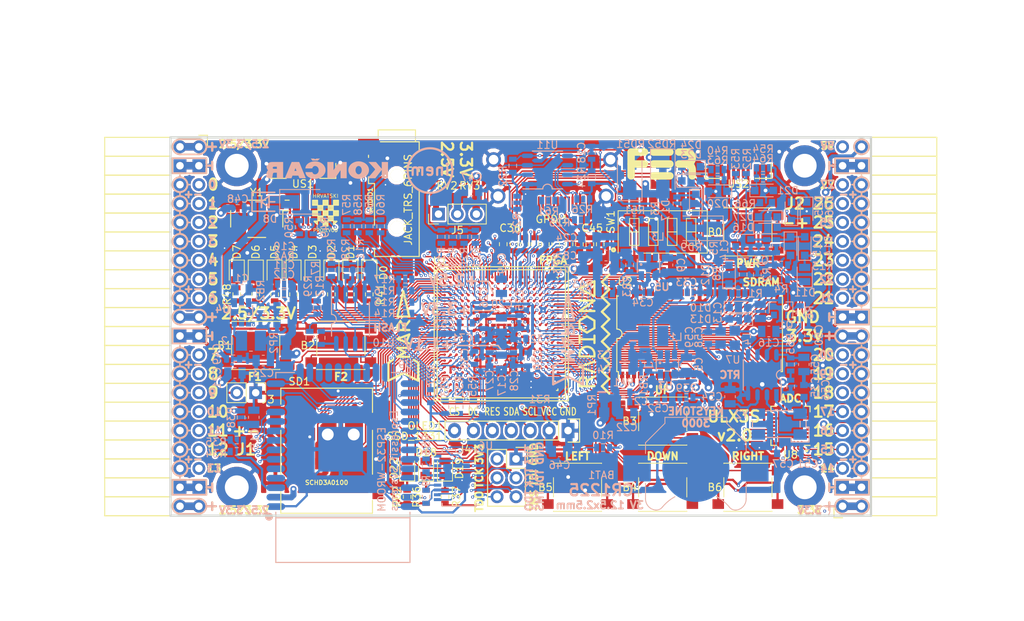
<source format=kicad_pcb>
(kicad_pcb (version 20171130) (host pcbnew 5.0.0-rc3+dfsg1-1)
  (layers (0 F.Cu signal) (1 In1.Cu signal) (2 In2.Cu signal) (31 B.Cu signal) (34 B.Paste user) (35 F.Paste user) (36 B.SilkS user) (37 F.SilkS user) (38 B.Mask user) (39 F.Mask user) (44 Edge.Cuts user))
  (net 0 "")
  (net 1 GND)
  (net 2 +5V)
  (net 3 /gpio/IN5V)
  (net 4 /gpio/OUT5V)
  (net 5 +3V3)
  (net 6 BTN_D)
  (net 7 BTN_F1)
  (net 8 BTN_F2)
  (net 9 BTN_L)
  (net 10 BTN_R)
  (net 11 BTN_U)
  (net 12 /power/FB1)
  (net 13 +2V5)
  (net 14 /power/PWREN)
  (net 15 /power/FB3)
  (net 16 /power/FB2)
  (net 17 /power/VBAT)
  (net 18 JTAG_TDI)
  (net 19 JTAG_TCK)
  (net 20 JTAG_TMS)
  (net 21 JTAG_TDO)
  (net 22 /power/WAKEUPn)
  (net 23 /power/WKUP)
  (net 24 /power/SHUT)
  (net 25 /power/WAKE)
  (net 26 /power/HOLD)
  (net 27 /power/WKn)
  (net 28 /power/OSCI_32k)
  (net 29 /power/OSCO_32k)
  (net 30 SHUTDOWN)
  (net 31 GPDI_SDA)
  (net 32 GPDI_SCL)
  (net 33 /gpdi/VREF2)
  (net 34 SD_CMD)
  (net 35 SD_CLK)
  (net 36 SD_D0)
  (net 37 SD_D1)
  (net 38 USB5V)
  (net 39 GPDI_CEC)
  (net 40 nRESET)
  (net 41 FTDI_nDTR)
  (net 42 SDRAM_CKE)
  (net 43 SDRAM_A7)
  (net 44 SDRAM_D15)
  (net 45 SDRAM_BA1)
  (net 46 SDRAM_D7)
  (net 47 SDRAM_A6)
  (net 48 SDRAM_CLK)
  (net 49 SDRAM_D13)
  (net 50 SDRAM_BA0)
  (net 51 SDRAM_D6)
  (net 52 SDRAM_A5)
  (net 53 SDRAM_D14)
  (net 54 SDRAM_A11)
  (net 55 SDRAM_D12)
  (net 56 SDRAM_D5)
  (net 57 SDRAM_A4)
  (net 58 SDRAM_A10)
  (net 59 SDRAM_D11)
  (net 60 SDRAM_A3)
  (net 61 SDRAM_D4)
  (net 62 SDRAM_D10)
  (net 63 SDRAM_D9)
  (net 64 SDRAM_A9)
  (net 65 SDRAM_D3)
  (net 66 SDRAM_D8)
  (net 67 SDRAM_A8)
  (net 68 SDRAM_A2)
  (net 69 SDRAM_A1)
  (net 70 SDRAM_A0)
  (net 71 SDRAM_D2)
  (net 72 SDRAM_D1)
  (net 73 SDRAM_D0)
  (net 74 SDRAM_DQM0)
  (net 75 SDRAM_nCS)
  (net 76 SDRAM_nRAS)
  (net 77 SDRAM_DQM1)
  (net 78 SDRAM_nCAS)
  (net 79 SDRAM_nWE)
  (net 80 /flash/FLASH_nWP)
  (net 81 /flash/FLASH_nHOLD)
  (net 82 /flash/FLASH_MOSI)
  (net 83 /flash/FLASH_MISO)
  (net 84 /flash/FLASH_SCK)
  (net 85 /flash/FLASH_nCS)
  (net 86 /flash/FPGA_PROGRAMN)
  (net 87 /flash/FPGA_DONE)
  (net 88 /flash/FPGA_INITN)
  (net 89 OLED_RES)
  (net 90 OLED_DC)
  (net 91 OLED_CS)
  (net 92 WIFI_EN)
  (net 93 FTDI_nRTS)
  (net 94 FTDI_TXD)
  (net 95 FTDI_RXD)
  (net 96 WIFI_RXD)
  (net 97 WIFI_GPIO0)
  (net 98 WIFI_TXD)
  (net 99 USB_FTDI_D+)
  (net 100 USB_FTDI_D-)
  (net 101 SD_D3)
  (net 102 AUDIO_L3)
  (net 103 AUDIO_L2)
  (net 104 AUDIO_L1)
  (net 105 AUDIO_L0)
  (net 106 AUDIO_R3)
  (net 107 AUDIO_R2)
  (net 108 AUDIO_R1)
  (net 109 AUDIO_R0)
  (net 110 OLED_CLK)
  (net 111 OLED_MOSI)
  (net 112 LED0)
  (net 113 LED1)
  (net 114 LED2)
  (net 115 LED3)
  (net 116 LED4)
  (net 117 LED5)
  (net 118 LED6)
  (net 119 LED7)
  (net 120 BTN_PWRn)
  (net 121 FTDI_nTXLED)
  (net 122 FTDI_nSLEEP)
  (net 123 /blinkey/LED_PWREN)
  (net 124 /blinkey/LED_TXLED)
  (net 125 /sdcard/SD3V3)
  (net 126 SD_D2)
  (net 127 CLK_25MHz)
  (net 128 /blinkey/BTNPUL)
  (net 129 /blinkey/BTNPUR)
  (net 130 USB_FPGA_D+)
  (net 131 /power/FTDI_nSUSPEND)
  (net 132 /blinkey/ALED0)
  (net 133 /blinkey/ALED1)
  (net 134 /blinkey/ALED2)
  (net 135 /blinkey/ALED3)
  (net 136 /blinkey/ALED4)
  (net 137 /blinkey/ALED5)
  (net 138 /blinkey/ALED6)
  (net 139 /blinkey/ALED7)
  (net 140 /usb/FTD-)
  (net 141 /usb/FTD+)
  (net 142 ADC_MISO)
  (net 143 ADC_MOSI)
  (net 144 ADC_CSn)
  (net 145 ADC_SCLK)
  (net 146 SW3)
  (net 147 SW2)
  (net 148 SW1)
  (net 149 USB_FPGA_D-)
  (net 150 /usb/FPD+)
  (net 151 /usb/FPD-)
  (net 152 WIFI_GPIO16)
  (net 153 /usb/ANT_433MHz)
  (net 154 /power/PWRBTn)
  (net 155 PROG_DONE)
  (net 156 /power/P3V3)
  (net 157 /power/P2V5)
  (net 158 /power/L1)
  (net 159 /power/L3)
  (net 160 /power/L2)
  (net 161 FTDI_TXDEN)
  (net 162 SDRAM_A12)
  (net 163 /analog/AUDIO_V)
  (net 164 AUDIO_V3)
  (net 165 AUDIO_V2)
  (net 166 AUDIO_V1)
  (net 167 AUDIO_V0)
  (net 168 /blinkey/LED_WIFI)
  (net 169 /power/P1V1)
  (net 170 +1V1)
  (net 171 SW4)
  (net 172 /blinkey/SWPU)
  (net 173 /wifi/WIFIEN)
  (net 174 FT2V5)
  (net 175 GN0)
  (net 176 GP0)
  (net 177 GN1)
  (net 178 GP1)
  (net 179 GN2)
  (net 180 GP2)
  (net 181 GN3)
  (net 182 GP3)
  (net 183 GN4)
  (net 184 GP4)
  (net 185 GN5)
  (net 186 GP5)
  (net 187 GN6)
  (net 188 GP6)
  (net 189 GN14)
  (net 190 GP14)
  (net 191 GN15)
  (net 192 GP15)
  (net 193 GN16)
  (net 194 GP16)
  (net 195 GN17)
  (net 196 GP17)
  (net 197 GN18)
  (net 198 GP18)
  (net 199 GN19)
  (net 200 GP19)
  (net 201 GN20)
  (net 202 GP20)
  (net 203 GN21)
  (net 204 GP21)
  (net 205 GN22)
  (net 206 GP22)
  (net 207 GN23)
  (net 208 GP23)
  (net 209 GN24)
  (net 210 GP24)
  (net 211 GN25)
  (net 212 GP25)
  (net 213 GN26)
  (net 214 GP26)
  (net 215 GN27)
  (net 216 GP27)
  (net 217 GN7)
  (net 218 GP7)
  (net 219 GN8)
  (net 220 GP8)
  (net 221 GN9)
  (net 222 GP9)
  (net 223 GN10)
  (net 224 GP10)
  (net 225 GN11)
  (net 226 GP11)
  (net 227 GN12)
  (net 228 GP12)
  (net 229 GN13)
  (net 230 GP13)
  (net 231 WIFI_GPIO5)
  (net 232 WIFI_GPIO17)
  (net 233 USB_FPGA_PULL_D+)
  (net 234 USB_FPGA_PULL_D-)
  (net 235 "Net-(D23-Pad2)")
  (net 236 "Net-(D24-Pad1)")
  (net 237 "Net-(D25-Pad2)")
  (net 238 "Net-(D26-Pad1)")
  (net 239 /gpdi/GPDI_ETH+)
  (net 240 FPDI_ETH+)
  (net 241 /gpdi/GPDI_ETH-)
  (net 242 FPDI_ETH-)
  (net 243 /gpdi/GPDI_D2-)
  (net 244 FPDI_D2-)
  (net 245 /gpdi/GPDI_D1-)
  (net 246 FPDI_D1-)
  (net 247 /gpdi/GPDI_D0-)
  (net 248 FPDI_D0-)
  (net 249 /gpdi/GPDI_CLK-)
  (net 250 FPDI_CLK-)
  (net 251 /gpdi/GPDI_D2+)
  (net 252 FPDI_D2+)
  (net 253 /gpdi/GPDI_D1+)
  (net 254 FPDI_D1+)
  (net 255 /gpdi/GPDI_D0+)
  (net 256 FPDI_D0+)
  (net 257 /gpdi/GPDI_CLK+)
  (net 258 FPDI_CLK+)
  (net 259 FPDI_SDA)
  (net 260 FPDI_SCL)
  (net 261 /gpdi/FPDI_CEC)
  (net 262 2V5_3V3)
  (net 263 "Net-(AUDIO1-Pad5)")
  (net 264 "Net-(AUDIO1-Pad6)")
  (net 265 "Net-(U1-PadA15)")
  (net 266 "Net-(U1-PadC9)")
  (net 267 "Net-(U1-PadD9)")
  (net 268 "Net-(U1-PadD10)")
  (net 269 "Net-(U1-PadD11)")
  (net 270 "Net-(U1-PadD12)")
  (net 271 "Net-(U1-PadE6)")
  (net 272 "Net-(U1-PadE9)")
  (net 273 "Net-(U1-PadE10)")
  (net 274 "Net-(U1-PadE11)")
  (net 275 "Net-(U1-PadJ4)")
  (net 276 "Net-(U1-PadJ5)")
  (net 277 "Net-(U1-PadK5)")
  (net 278 "Net-(U1-PadL5)")
  (net 279 "Net-(U1-PadM4)")
  (net 280 "Net-(U1-PadM5)")
  (net 281 SD_CD)
  (net 282 SD_WP)
  (net 283 "Net-(U1-PadR3)")
  (net 284 "Net-(U1-PadT16)")
  (net 285 "Net-(U1-PadW4)")
  (net 286 "Net-(U1-PadW5)")
  (net 287 "Net-(U1-PadW8)")
  (net 288 "Net-(U1-PadW9)")
  (net 289 "Net-(U1-PadW13)")
  (net 290 "Net-(U1-PadW14)")
  (net 291 "Net-(U1-PadW17)")
  (net 292 "Net-(U1-PadW18)")
  (net 293 FTDI_nRXLED)
  (net 294 "Net-(U8-Pad12)")
  (net 295 "Net-(U8-Pad25)")
  (net 296 "Net-(U9-Pad32)")
  (net 297 "Net-(U9-Pad22)")
  (net 298 "Net-(U9-Pad21)")
  (net 299 "Net-(U9-Pad20)")
  (net 300 "Net-(U9-Pad19)")
  (net 301 "Net-(U9-Pad18)")
  (net 302 "Net-(U9-Pad17)")
  (net 303 "Net-(U9-Pad12)")
  (net 304 "Net-(U9-Pad5)")
  (net 305 "Net-(U9-Pad4)")
  (net 306 "Net-(US1-Pad4)")
  (net 307 "Net-(Y2-Pad3)")
  (net 308 "Net-(Y2-Pad2)")
  (net 309 "Net-(U1-PadK16)")
  (net 310 "Net-(U1-PadK17)")
  (net 311 /usb/US2VBUS)
  (net 312 /power/SHD)
  (net 313 /power/RTCVDD)
  (net 314 "Net-(D27-Pad2)")
  (net 315 US2_ID)
  (net 316 /analog/AUDIO_L)
  (net 317 /analog/AUDIO_R)
  (net 318 /analog/ADC3V3)
  (module conn-fci:CONN-10029449-111RLF (layer F.Cu) (at 145.296 69.312 180)
    (fp_text reference GPDI1 (at 0 -3.1115 180) (layer F.SilkS))
    (fp_text value GPDI-D)
    (pad 19 smd rect (at -4.25 -1 180) (size 0.3 1.9) (layers F.Cu F.Paste F.Mask) (net 241 /gpdi/GPDI_ETH-))
    (pad 18 smd rect (at -3.75 -1 180) (size 0.3 1.9) (layers F.Cu F.Paste F.Mask) (net 2 +5V))
    (pad 17 smd rect (at -3.25 -1 180) (size 0.3 1.9) (layers F.Cu F.Paste F.Mask) (net 1 GND))
    (pad 16 smd rect (at -2.75 -1 180) (size 0.3 1.9) (layers F.Cu F.Paste F.Mask) (net 31 GPDI_SDA))
    (pad 15 smd rect (at -2.25 -1 180) (size 0.3 1.9) (layers F.Cu F.Paste F.Mask) (net 32 GPDI_SCL))
    (pad 14 smd rect (at -1.75 -1 180) (size 0.3 1.9) (layers F.Cu F.Paste F.Mask) (net 239 /gpdi/GPDI_ETH+))
    (pad 13 smd rect (at -1.25 -1 180) (size 0.3 1.9) (layers F.Cu F.Paste F.Mask) (net 39 GPDI_CEC))
    (pad 12 smd rect (at -0.75 -1 180) (size 0.3 1.9) (layers F.Cu F.Paste F.Mask) (net 249 /gpdi/GPDI_CLK-))
    (pad 11 smd rect (at -0.25 -1 180) (size 0.3 1.9) (layers F.Cu F.Paste F.Mask) (net 1 GND))
    (pad 10 smd rect (at 0.25 -1 180) (size 0.3 1.9) (layers F.Cu F.Paste F.Mask) (net 257 /gpdi/GPDI_CLK+))
    (pad 9 smd rect (at 0.75 -1 180) (size 0.3 1.9) (layers F.Cu F.Paste F.Mask) (net 247 /gpdi/GPDI_D0-))
    (pad 8 smd rect (at 1.25 -1 180) (size 0.3 1.9) (layers F.Cu F.Paste F.Mask) (net 1 GND))
    (pad 7 smd rect (at 1.75 -1 180) (size 0.3 1.9) (layers F.Cu F.Paste F.Mask) (net 255 /gpdi/GPDI_D0+))
    (pad 6 smd rect (at 2.25 -1 180) (size 0.3 1.9) (layers F.Cu F.Paste F.Mask) (net 245 /gpdi/GPDI_D1-))
    (pad 5 smd rect (at 2.75 -1 180) (size 0.3 1.9) (layers F.Cu F.Paste F.Mask) (net 1 GND))
    (pad 4 smd rect (at 3.25 -1 180) (size 0.3 1.9) (layers F.Cu F.Paste F.Mask) (net 253 /gpdi/GPDI_D1+))
    (pad 3 smd rect (at 3.75 -1 180) (size 0.3 1.9) (layers F.Cu F.Paste F.Mask) (net 243 /gpdi/GPDI_D2-))
    (pad 2 smd rect (at 4.25 -1 180) (size 0.3 1.9) (layers F.Cu F.Paste F.Mask) (net 1 GND))
    (pad 1 smd rect (at 4.75 -1 180) (size 0.3 1.9) (layers F.Cu F.Paste F.Mask) (net 251 /gpdi/GPDI_D2+))
    (pad 0 thru_hole circle (at -7.25 0 180) (size 2 2) (drill 1.3) (layers *.Cu *.Mask F.Paste) (net 1 GND))
    (pad 0 thru_hole circle (at 7.25 0 180) (size 2 2) (drill 1.3) (layers *.Cu *.Mask F.Paste) (net 1 GND))
    (pad 0 thru_hole circle (at -7.85 4.9 180) (size 2 2) (drill 1.3) (layers *.Cu *.Mask F.Paste) (net 1 GND))
    (pad 0 thru_hole circle (at 7.85 4.9 180) (size 2 2) (drill 1.3) (layers *.Cu *.Mask F.Paste) (net 1 GND))
  )
  (module jumper:R_0805_2012Metric_Pad1.29x1.40mm_HandSolder_Jumper_NC (layer B.Cu) (at 149.472 78.311 270)
    (fp_text reference RP3 (at 0 3.414 270) (layer B.SilkS) (effects (justify mirror)))
    (fp_text value 0)
    (fp_line (start -1 0) (end 1 0) (layer B.Cu) (width 1))
    (pad 2 smd rect (at 0.9675 0 270) (size 1.295 1.4) (layers B.Cu B.Mask) (net 5 +3V3))
    (pad 1 smd rect (at -0.9675 0 270) (size 1.295 1.4) (layers B.Cu B.Mask) (net 156 /power/P3V3))
  )
  (module jumper:R_0805_2012Metric_Pad1.29x1.40mm_HandSolder_Jumper_NC (layer B.Cu) (at 109.609 89.632 270)
    (fp_text reference RP2 (at -0.635 1.651 270) (layer B.SilkS) (effects (justify mirror)))
    (fp_text value 0)
    (fp_line (start -1 0) (end 1 0) (layer B.Cu) (width 1))
    (pad 2 smd rect (at 0.9675 0 270) (size 1.295 1.4) (layers B.Cu B.Mask) (net 13 +2V5))
    (pad 1 smd rect (at -0.9675 0 270) (size 1.295 1.4) (layers B.Cu B.Mask) (net 157 /power/P2V5))
  )
  (module jumper:R_0805_2012Metric_Pad1.29x1.40mm_HandSolder_Jumper_NC (layer B.Cu) (at 152.281 97.361 270)
    (fp_text reference RP1 (at 0 1.65 270) (layer B.SilkS) (effects (justify mirror)))
    (fp_text value 0)
    (fp_line (start -1 0) (end 1 0) (layer B.Cu) (width 1))
    (pad 2 smd rect (at 0.9675 0 270) (size 1.295 1.4) (layers B.Cu B.Mask) (net 170 +1V1))
    (pad 1 smd rect (at -0.9675 0 270) (size 1.295 1.4) (layers B.Cu B.Mask) (net 169 /power/P1V1))
  )
  (module jumper:D_SMA_Jumper_NC (layer B.Cu) (at 164.854 73.63 180)
    (fp_text reference RD9 (at 0.889 -2.54 180) (layer B.SilkS) (effects (justify mirror)))
    (fp_text value 0)
    (fp_line (start -2 0) (end 2 0) (layer B.Cu) (width 1))
    (pad 2 smd rect (at 2 0 180) (size 2.5 1.8) (layers B.Cu B.Mask) (net 2 +5V))
    (pad 1 smd rect (at -2 0 180) (size 2.5 1.8) (layers B.Cu B.Mask) (net 311 /usb/US2VBUS))
  )
  (module jumper:D_SMA_Jumper_NC (layer B.Cu) (at 160.155 66.391 270)
    (fp_text reference RD52 (at -4.064 0.127) (layer B.SilkS) (effects (justify mirror)))
    (fp_text value 0)
    (fp_line (start -2 0) (end 2 0) (layer B.Cu) (width 1))
    (pad 2 smd rect (at 2 0 270) (size 2.5 1.8) (layers B.Cu B.Mask) (net 2 +5V))
    (pad 1 smd rect (at -2 0 270) (size 2.5 1.8) (layers B.Cu B.Mask) (net 4 /gpio/OUT5V))
  )
  (module jumper:D_SMA_Jumper_NC (layer B.Cu) (at 155.71 66.518 90)
    (fp_text reference RD51 (at 4.191 0.127 180) (layer B.SilkS) (effects (justify mirror)))
    (fp_text value 0)
    (fp_line (start -2 0) (end 2 0) (layer B.Cu) (width 1))
    (pad 2 smd rect (at 2 0 90) (size 2.5 1.8) (layers B.Cu B.Mask) (net 3 /gpio/IN5V))
    (pad 1 smd rect (at -2 0 90) (size 2.5 1.8) (layers B.Cu B.Mask) (net 2 +5V))
  )
  (module dipswitch:SW_DIP_x4_W8.61mm_Slide_LowProfile (layer F.Cu) (at 160.14 74.12 90)
    (fp_text reference SW1 (at 1.379 -6.97 90) (layer F.SilkS))
    (fp_text value SW_DIP_x04)
    (pad 8 smd rect (at 4.305 -3.81 90) (size 2.44 1.12) (layers F.Cu F.Paste F.Mask) (net 148 SW1))
    (pad 4 smd rect (at -4.305 3.81 90) (size 2.44 1.12) (layers F.Cu F.Paste F.Mask) (net 172 /blinkey/SWPU))
    (pad 7 smd rect (at 4.305 -1.27 90) (size 2.44 1.12) (layers F.Cu F.Paste F.Mask) (net 147 SW2))
    (pad 3 smd rect (at -4.305 1.27 90) (size 2.44 1.12) (layers F.Cu F.Paste F.Mask) (net 172 /blinkey/SWPU))
    (pad 6 smd rect (at 4.305 1.27 90) (size 2.44 1.12) (layers F.Cu F.Paste F.Mask) (net 146 SW3))
    (pad 2 smd rect (at -4.305 -1.27 90) (size 2.44 1.12) (layers F.Cu F.Paste F.Mask) (net 172 /blinkey/SWPU))
    (pad 5 smd rect (at 4.305 3.81 90) (size 2.44 1.12) (layers F.Cu F.Paste F.Mask) (net 171 SW4))
    (pad 1 smd rect (at -4.305 -3.81 90) (size 2.44 1.12) (layers F.Cu F.Paste F.Mask) (net 172 /blinkey/SWPU))
  )
  (module Keystone_3000_1x12mm-CoinCell:Keystone_3000_1x12mm-CoinCell (layer B.Cu) (at 164.585 105.87 90)
    (fp_text reference BAT1 (at -0.907 -12.685 180) (layer B.SilkS) (effects (justify mirror)))
    (fp_text value CR1225)
    (pad 1 smd rect (at 0 7.9 180) (size 3.7 3.5) (layers B.Cu B.Paste B.Mask) (net 17 /power/VBAT) (clearance 0.7))
    (pad 1 smd rect (at 0 -7.9 180) (size 3.7 3.5) (layers B.Cu B.Paste B.Mask) (net 17 /power/VBAT) (clearance 0.7))
    (pad 2 smd circle (at 0 0 180) (size 9 9) (layers B.Cu B.Mask) (net 1 GND))
  )
  (module SM8:SM8 (layer B.Cu) (at 144.68 65.8015 90)
    (fp_text reference U11 (at 3.3475 -0.019 -180) (layer B.SilkS) (effects (justify mirror)))
    (fp_text value PCA9306D)
    (pad 1 smd rect (at -1.905 -2.7) (size 1.55 0.6) (layers B.Cu B.Paste B.Mask) (net 1 GND))
    (pad 2 smd oval (at -0.635 -2.7) (size 1.55 0.6) (layers B.Cu B.Paste B.Mask) (net 13 +2V5))
    (pad 3 smd oval (at 0.635 -2.7) (size 1.55 0.6) (layers B.Cu B.Paste B.Mask) (net 260 FPDI_SCL))
    (pad 4 smd oval (at 1.905 -2.7) (size 1.55 0.6) (layers B.Cu B.Paste B.Mask) (net 259 FPDI_SDA))
    (pad 5 smd oval (at 1.905 2.7) (size 1.55 0.6) (layers B.Cu B.Paste B.Mask) (net 31 GPDI_SDA))
    (pad 6 smd oval (at 0.635 2.7) (size 1.55 0.6) (layers B.Cu B.Paste B.Mask) (net 32 GPDI_SCL))
    (pad 7 smd oval (at -0.635 2.7) (size 1.55 0.6) (layers B.Cu B.Paste B.Mask) (net 33 /gpdi/VREF2))
    (pad 8 smd oval (at -1.905 2.7) (size 1.55 0.6) (layers B.Cu B.Paste B.Mask) (net 5 +3V3))
  )
  (module TSOP54:TSOP54 (layer F.Cu) (at 165.093 87.8 90)
    (fp_text reference U2 (at 6.98 -9.993 180) (layer F.SilkS))
    (fp_text value MT48LC16M16A2TG)
    (pad 28 smd rect (at 5.53 10.4 90) (size 0.9 0.56) (layers F.Cu F.Paste F.Mask) (net 1 GND))
    (pad 1 smd rect (at -5.53 -10.4 90) (size 0.9 0.56) (layers F.Cu F.Paste F.Mask) (net 5 +3V3))
    (pad 2 smd rect (at -5.53 -9.6 90) (size 0.9 0.56) (layers F.Cu F.Paste F.Mask) (net 73 SDRAM_D0))
    (pad 3 smd rect (at -5.53 -8.8 90) (size 0.9 0.56) (layers F.Cu F.Paste F.Mask) (net 5 +3V3))
    (pad 4 smd rect (at -5.53 -8 90) (size 0.9 0.56) (layers F.Cu F.Paste F.Mask) (net 72 SDRAM_D1))
    (pad 5 smd rect (at -5.53 -7.2 90) (size 0.9 0.56) (layers F.Cu F.Paste F.Mask) (net 71 SDRAM_D2))
    (pad 6 smd rect (at -5.53 -6.4 90) (size 0.9 0.56) (layers F.Cu F.Paste F.Mask) (net 1 GND))
    (pad 7 smd rect (at -5.53 -5.6 90) (size 0.9 0.56) (layers F.Cu F.Paste F.Mask) (net 65 SDRAM_D3))
    (pad 8 smd rect (at -5.53 -4.8 90) (size 0.9 0.56) (layers F.Cu F.Paste F.Mask) (net 61 SDRAM_D4))
    (pad 9 smd rect (at -5.53 -4 90) (size 0.9 0.56) (layers F.Cu F.Paste F.Mask) (net 5 +3V3))
    (pad 10 smd rect (at -5.53 -3.2 90) (size 0.9 0.56) (layers F.Cu F.Paste F.Mask) (net 56 SDRAM_D5))
    (pad 11 smd rect (at -5.53 -2.4 90) (size 0.9 0.56) (layers F.Cu F.Paste F.Mask) (net 51 SDRAM_D6))
    (pad 12 smd rect (at -5.53 -1.6 90) (size 0.9 0.56) (layers F.Cu F.Paste F.Mask) (net 1 GND))
    (pad 13 smd rect (at -5.53 -0.8 90) (size 0.9 0.56) (layers F.Cu F.Paste F.Mask) (net 46 SDRAM_D7))
    (pad 14 smd rect (at -5.53 0 90) (size 0.9 0.56) (layers F.Cu F.Paste F.Mask) (net 5 +3V3))
    (pad 15 smd rect (at -5.53 0.8 90) (size 0.9 0.56) (layers F.Cu F.Paste F.Mask) (net 74 SDRAM_DQM0))
    (pad 16 smd rect (at -5.53 1.6 90) (size 0.9 0.56) (layers F.Cu F.Paste F.Mask) (net 79 SDRAM_nWE))
    (pad 17 smd rect (at -5.53 2.4 90) (size 0.9 0.56) (layers F.Cu F.Paste F.Mask) (net 78 SDRAM_nCAS))
    (pad 18 smd rect (at -5.53 3.2 90) (size 0.9 0.56) (layers F.Cu F.Paste F.Mask) (net 76 SDRAM_nRAS))
    (pad 19 smd rect (at -5.53 4 90) (size 0.9 0.56) (layers F.Cu F.Paste F.Mask) (net 75 SDRAM_nCS))
    (pad 20 smd rect (at -5.53 4.8 90) (size 0.9 0.56) (layers F.Cu F.Paste F.Mask) (net 50 SDRAM_BA0))
    (pad 21 smd rect (at -5.53 5.6 90) (size 0.9 0.56) (layers F.Cu F.Paste F.Mask) (net 45 SDRAM_BA1))
    (pad 22 smd rect (at -5.53 6.4 90) (size 0.9 0.56) (layers F.Cu F.Paste F.Mask) (net 58 SDRAM_A10))
    (pad 23 smd rect (at -5.53 7.2 90) (size 0.9 0.56) (layers F.Cu F.Paste F.Mask) (net 70 SDRAM_A0))
    (pad 24 smd rect (at -5.53 8 90) (size 0.9 0.56) (layers F.Cu F.Paste F.Mask) (net 69 SDRAM_A1))
    (pad 25 smd rect (at -5.53 8.8 90) (size 0.9 0.56) (layers F.Cu F.Paste F.Mask) (net 68 SDRAM_A2))
    (pad 26 smd rect (at -5.53 9.6 90) (size 0.9 0.56) (layers F.Cu F.Paste F.Mask) (net 60 SDRAM_A3))
    (pad 27 smd rect (at -5.53 10.4 90) (size 0.9 0.56) (layers F.Cu F.Paste F.Mask) (net 5 +3V3))
    (pad 29 smd rect (at 5.53 9.6 90) (size 0.9 0.56) (layers F.Cu F.Paste F.Mask) (net 57 SDRAM_A4))
    (pad 30 smd rect (at 5.53 8.8 90) (size 0.9 0.56) (layers F.Cu F.Paste F.Mask) (net 52 SDRAM_A5))
    (pad 31 smd rect (at 5.53 8 90) (size 0.9 0.56) (layers F.Cu F.Paste F.Mask) (net 47 SDRAM_A6))
    (pad 32 smd rect (at 5.53 7.2 90) (size 0.9 0.56) (layers F.Cu F.Paste F.Mask) (net 43 SDRAM_A7))
    (pad 33 smd rect (at 5.53 6.4 90) (size 0.9 0.56) (layers F.Cu F.Paste F.Mask) (net 67 SDRAM_A8))
    (pad 34 smd rect (at 5.53 5.6 90) (size 0.9 0.56) (layers F.Cu F.Paste F.Mask) (net 64 SDRAM_A9))
    (pad 35 smd rect (at 5.53 4.8 90) (size 0.9 0.56) (layers F.Cu F.Paste F.Mask) (net 54 SDRAM_A11))
    (pad 36 smd rect (at 5.53 4 90) (size 0.9 0.56) (layers F.Cu F.Paste F.Mask) (net 162 SDRAM_A12))
    (pad 37 smd rect (at 5.53 3.2 90) (size 0.9 0.56) (layers F.Cu F.Paste F.Mask) (net 42 SDRAM_CKE))
    (pad 38 smd rect (at 5.53 2.4 90) (size 0.9 0.56) (layers F.Cu F.Paste F.Mask) (net 48 SDRAM_CLK))
    (pad 39 smd rect (at 5.53 1.6 90) (size 0.9 0.56) (layers F.Cu F.Paste F.Mask) (net 77 SDRAM_DQM1))
    (pad 40 smd rect (at 5.53 0.8 90) (size 0.9 0.56) (layers F.Cu F.Paste F.Mask))
    (pad 41 smd rect (at 5.53 0 90) (size 0.9 0.56) (layers F.Cu F.Paste F.Mask) (net 1 GND))
    (pad 42 smd rect (at 5.53 -0.8 90) (size 0.9 0.56) (layers F.Cu F.Paste F.Mask) (net 66 SDRAM_D8))
    (pad 43 smd rect (at 5.53 -1.6 90) (size 0.9 0.56) (layers F.Cu F.Paste F.Mask) (net 5 +3V3))
    (pad 44 smd rect (at 5.53 -2.4 90) (size 0.9 0.56) (layers F.Cu F.Paste F.Mask) (net 63 SDRAM_D9))
    (pad 45 smd rect (at 5.53 -3.2 90) (size 0.9 0.56) (layers F.Cu F.Paste F.Mask) (net 62 SDRAM_D10))
    (pad 46 smd rect (at 5.53 -4 90) (size 0.9 0.56) (layers F.Cu F.Paste F.Mask) (net 1 GND))
    (pad 47 smd rect (at 5.53 -4.8 90) (size 0.9 0.56) (layers F.Cu F.Paste F.Mask) (net 59 SDRAM_D11))
    (pad 48 smd rect (at 5.53 -5.6 90) (size 0.9 0.56) (layers F.Cu F.Paste F.Mask) (net 55 SDRAM_D12))
    (pad 49 smd rect (at 5.53 -6.4 90) (size 0.9 0.56) (layers F.Cu F.Paste F.Mask) (net 5 +3V3))
    (pad 50 smd rect (at 5.53 -7.2 90) (size 0.9 0.56) (layers F.Cu F.Paste F.Mask) (net 49 SDRAM_D13))
    (pad 51 smd rect (at 5.53 -8 90) (size 0.9 0.56) (layers F.Cu F.Paste F.Mask) (net 53 SDRAM_D14))
    (pad 52 smd rect (at 5.53 -8.8 90) (size 0.9 0.56) (layers F.Cu F.Paste F.Mask) (net 1 GND))
    (pad 53 smd rect (at 5.53 -9.6 90) (size 0.9 0.56) (layers F.Cu F.Paste F.Mask) (net 44 SDRAM_D15))
    (pad 54 smd rect (at 5.53 -10.4 90) (size 0.9 0.56) (layers F.Cu F.Paste F.Mask) (net 1 GND))
  )
  (module SOA008-150mil:SOA008-150-208mil (layer B.Cu) (at 118.245 85.822 270)
    (fp_text reference U10 (at 3.175 -4.445) (layer B.SilkS) (effects (justify mirror)))
    (fp_text value IS25LP128F-JBLE)
    (pad 1 smd rect (at -3.302 1.905 270) (size 2.1 0.6) (layers B.Cu B.Paste B.Mask) (net 85 /flash/FLASH_nCS))
    (pad 2 smd oval (at -3.302 0.635 270) (size 2.1 0.6) (layers B.Cu B.Paste B.Mask) (net 83 /flash/FLASH_MISO))
    (pad 3 smd oval (at -3.302 -0.635 270) (size 2.1 0.6) (layers B.Cu B.Paste B.Mask) (net 80 /flash/FLASH_nWP))
    (pad 4 smd oval (at -3.302 -1.905 270) (size 2.1 0.6) (layers B.Cu B.Paste B.Mask) (net 1 GND))
    (pad 5 smd oval (at 3.302 -1.905 270) (size 2.1 0.6) (layers B.Cu B.Paste B.Mask) (net 82 /flash/FLASH_MOSI))
    (pad 6 smd oval (at 3.302 -0.635 270) (size 2.1 0.6) (layers B.Cu B.Paste B.Mask) (net 84 /flash/FLASH_SCK))
    (pad 7 smd oval (at 3.302 0.635 270) (size 2.1 0.6) (layers B.Cu B.Paste B.Mask) (net 81 /flash/FLASH_nHOLD))
    (pad 8 smd oval (at 3.302 1.905 270) (size 2.1 0.6) (layers B.Cu B.Paste B.Mask) (net 5 +3V3))
  )
  (module SOT96-1:SOT96-1 (layer B.Cu) (at 173.49 93.315 90)
    (fp_text reference U7 (at 2.032 -3.937 180) (layer B.SilkS) (effects (justify mirror)))
    (fp_text value MCP7940NT)
    (pad 1 smd rect (at -2.7 1.905 90) (size 1.55 0.6) (layers B.Cu B.Paste B.Mask) (net 28 /power/OSCI_32k))
    (pad 2 smd oval (at -2.7 0.635 90) (size 1.55 0.6) (layers B.Cu B.Paste B.Mask) (net 29 /power/OSCO_32k))
    (pad 3 smd oval (at -2.7 -0.635 90) (size 1.55 0.6) (layers B.Cu B.Paste B.Mask) (net 17 /power/VBAT))
    (pad 4 smd oval (at -2.7 -1.905 90) (size 1.55 0.6) (layers B.Cu B.Paste B.Mask) (net 1 GND))
    (pad 5 smd oval (at 2.7 -1.905 90) (size 1.55 0.6) (layers B.Cu B.Paste B.Mask) (net 259 FPDI_SDA))
    (pad 6 smd oval (at 2.7 -0.635 90) (size 1.55 0.6) (layers B.Cu B.Paste B.Mask) (net 260 FPDI_SCL))
    (pad 7 smd oval (at 2.7 0.635 90) (size 1.55 0.6) (layers B.Cu B.Paste B.Mask) (net 22 /power/WAKEUPn))
    (pad 8 smd oval (at 2.7 1.905 90) (size 1.55 0.6) (layers B.Cu B.Paste B.Mask) (net 313 /power/RTCVDD))
  )
  (module ft231x:FT231X-SSOP-20_4.4x6.5mm_Pitch0.65mm (layer B.Cu) (at 132.835 107.14 180)
    (fp_text reference U6 (at -3.556 4.318 180) (layer B.SilkS) (effects (justify mirror)))
    (fp_text value FT231XS)
    (pad 20 smd rect (at 2.9 2.925 180) (size 1 0.4) (layers B.Cu B.Paste B.Mask) (net 94 FTDI_TXD))
    (pad 19 smd rect (at 2.9 2.275 180) (size 1 0.4) (layers B.Cu B.Paste B.Mask) (net 122 FTDI_nSLEEP))
    (pad 18 smd rect (at 2.9 1.625 180) (size 1 0.4) (layers B.Cu B.Paste B.Mask) (net 161 FTDI_TXDEN))
    (pad 17 smd rect (at 2.9 0.975 180) (size 1 0.4) (layers B.Cu B.Paste B.Mask) (net 293 FTDI_nRXLED))
    (pad 16 smd rect (at 2.9 0.325 180) (size 1 0.4) (layers B.Cu B.Paste B.Mask) (net 1 GND))
    (pad 15 smd rect (at 2.9 -0.325 180) (size 1 0.4) (layers B.Cu B.Paste B.Mask) (net 38 USB5V))
    (pad 14 smd rect (at 2.9 -0.975 180) (size 1 0.4) (layers B.Cu B.Paste B.Mask) (net 40 nRESET))
    (pad 13 smd rect (at 2.9 -1.625 180) (size 1 0.4) (layers B.Cu B.Paste B.Mask) (net 174 FT2V5))
    (pad 12 smd rect (at 2.9 -2.275 180) (size 1 0.4) (layers B.Cu B.Paste B.Mask) (net 100 USB_FTDI_D-))
    (pad 11 smd rect (at 2.9 -2.925 180) (size 1 0.4) (layers B.Cu B.Paste B.Mask) (net 99 USB_FTDI_D+))
    (pad 10 smd rect (at -2.9 -2.925 180) (size 1 0.4) (layers B.Cu B.Paste B.Mask) (net 121 FTDI_nTXLED))
    (pad 9 smd rect (at -2.9 -2.275 180) (size 1 0.4) (layers B.Cu B.Paste B.Mask) (net 21 JTAG_TDO))
    (pad 8 smd rect (at -2.9 -1.625 180) (size 1 0.4) (layers B.Cu B.Paste B.Mask) (net 20 JTAG_TMS))
    (pad 7 smd rect (at -2.9 -0.975 180) (size 1 0.4) (layers B.Cu B.Paste B.Mask) (net 19 JTAG_TCK))
    (pad 6 smd rect (at -2.9 -0.325 180) (size 1 0.4) (layers B.Cu B.Paste B.Mask) (net 1 GND))
    (pad 5 smd rect (at -2.9 0.325 180) (size 1 0.4) (layers B.Cu B.Paste B.Mask) (net 18 JTAG_TDI))
    (pad 4 smd rect (at -2.9 0.975 180) (size 1 0.4) (layers B.Cu B.Paste B.Mask) (net 95 FTDI_RXD))
    (pad 3 smd rect (at -2.9 1.625 180) (size 1 0.4) (layers B.Cu B.Paste B.Mask) (net 174 FT2V5))
    (pad 2 smd rect (at -2.9 2.275 180) (size 1 0.4) (layers B.Cu B.Paste B.Mask) (net 93 FTDI_nRTS))
    (pad 1 smd rect (at -2.9 2.925 180) (size 1 0.4) (layers B.Cu B.Paste B.Mask) (net 41 FTDI_nDTR))
  )
  (module TSOT-25:TSOT-25 (layer B.Cu) (at 158.235 78.692)
    (fp_text reference U5 (at 1.793 2.812) (layer B.SilkS) (effects (font (thickness 0.2)) (justify mirror)))
    (fp_text value TLV62569DBV)
    (pad 1 smd rect (at -0.95 -1.3) (size 0.7 1.2) (layers B.Cu B.Paste B.Mask) (net 14 /power/PWREN))
    (pad 2 smd rect (at 0 -1.3) (size 0.7 1.2) (layers B.Cu B.Paste B.Mask) (net 1 GND))
    (pad 3 smd rect (at 0.95 -1.3) (size 0.7 1.2) (layers B.Cu B.Paste B.Mask) (net 159 /power/L3))
    (pad 4 smd rect (at 0.95 1.3) (size 0.7 1.2) (layers B.Cu B.Paste B.Mask) (net 2 +5V))
    (pad 5 smd rect (at -0.95 1.3) (size 0.7 1.2) (layers B.Cu B.Paste B.Mask) (net 15 /power/FB3))
  )
  (module TSOT-25:TSOT-25 (layer B.Cu) (at 160.775 91.9)
    (fp_text reference U3 (at -0.295 2.9) (layer B.SilkS) (effects (font (thickness 0.2)) (justify mirror)))
    (fp_text value TLV62569DBV)
    (pad 1 smd rect (at -0.95 -1.3) (size 0.7 1.2) (layers B.Cu B.Paste B.Mask) (net 14 /power/PWREN))
    (pad 2 smd rect (at 0 -1.3) (size 0.7 1.2) (layers B.Cu B.Paste B.Mask) (net 1 GND))
    (pad 3 smd rect (at 0.95 -1.3) (size 0.7 1.2) (layers B.Cu B.Paste B.Mask) (net 158 /power/L1))
    (pad 4 smd rect (at 0.95 1.3) (size 0.7 1.2) (layers B.Cu B.Paste B.Mask) (net 2 +5V))
    (pad 5 smd rect (at -0.95 1.3) (size 0.7 1.2) (layers B.Cu B.Paste B.Mask) (net 12 /power/FB1))
  )
  (module TSOT-25:TSOT-25 (layer B.Cu) (at 103.625 84.915 180)
    (fp_text reference U4 (at 2.525 0.4265 180) (layer B.SilkS) (effects (font (thickness 0.2)) (justify mirror)))
    (fp_text value TLV62569DBV)
    (pad 1 smd rect (at -0.95 -1.3 180) (size 0.7 1.2) (layers B.Cu B.Paste B.Mask) (net 14 /power/PWREN))
    (pad 2 smd rect (at 0 -1.3 180) (size 0.7 1.2) (layers B.Cu B.Paste B.Mask) (net 1 GND))
    (pad 3 smd rect (at 0.95 -1.3 180) (size 0.7 1.2) (layers B.Cu B.Paste B.Mask) (net 160 /power/L2))
    (pad 4 smd rect (at 0.95 1.3 180) (size 0.7 1.2) (layers B.Cu B.Paste B.Mask) (net 2 +5V))
    (pad 5 smd rect (at -0.95 1.3 180) (size 0.7 1.2) (layers B.Cu B.Paste B.Mask) (net 16 /power/FB2))
  )
  (module ESP32:ESP32-WROOM (layer B.Cu) (at 117.23 105.75 180)
    (fp_text reference U9 (at -8.366 13.85 180) (layer B.SilkS) (effects (justify mirror)))
    (fp_text value ESP-WROOM32)
    (fp_text user "Espressif Systems" (at -6.858 0.889 90) (layer B.SilkS) (effects (justify mirror)))
    (fp_text user ESP32-WROOM (at -5.207 -0.254 90) (layer B.SilkS) (effects (justify mirror)))
    (pad 38 smd oval (at -9 -5.25 180) (size 2.5 0.9) (layers B.Cu B.Paste B.Mask) (net 1 GND))
    (pad 37 smd oval (at -9 -3.98 180) (size 2.5 0.9) (layers B.Cu B.Paste B.Mask) (net 18 JTAG_TDI))
    (pad 36 smd oval (at -9 -2.71 180) (size 2.5 0.9) (layers B.Cu B.Paste B.Mask) (net 155 PROG_DONE))
    (pad 35 smd oval (at -9 -1.44 180) (size 2.5 0.9) (layers B.Cu B.Paste B.Mask) (net 98 WIFI_TXD))
    (pad 34 smd oval (at -9 -0.17 180) (size 2.5 0.9) (layers B.Cu B.Paste B.Mask) (net 96 WIFI_RXD))
    (pad 33 smd oval (at -9 1.1 180) (size 2.5 0.9) (layers B.Cu B.Paste B.Mask) (net 20 JTAG_TMS))
    (pad 32 smd oval (at -9 2.37 180) (size 2.5 0.9) (layers B.Cu B.Paste B.Mask) (net 296 "Net-(U9-Pad32)"))
    (pad 31 smd oval (at -9 3.64 180) (size 2.5 0.9) (layers B.Cu B.Paste B.Mask) (net 21 JTAG_TDO))
    (pad 30 smd oval (at -9 4.91 180) (size 2.5 0.9) (layers B.Cu B.Paste B.Mask) (net 19 JTAG_TCK))
    (pad 29 smd oval (at -9 6.18 180) (size 2.5 0.9) (layers B.Cu B.Paste B.Mask) (net 231 WIFI_GPIO5))
    (pad 28 smd oval (at -9 7.45 180) (size 2.5 0.9) (layers B.Cu B.Paste B.Mask) (net 232 WIFI_GPIO17))
    (pad 27 smd oval (at -9 8.72 180) (size 2.5 0.9) (layers B.Cu B.Paste B.Mask) (net 152 WIFI_GPIO16))
    (pad 26 smd oval (at -9 9.99 180) (size 2.5 0.9) (layers B.Cu B.Paste B.Mask) (net 37 SD_D1))
    (pad 25 smd oval (at -9 11.26 180) (size 2.5 0.9) (layers B.Cu B.Paste B.Mask) (net 97 WIFI_GPIO0))
    (pad 24 smd oval (at -5.715 12.75 180) (size 0.9 2.5) (layers B.Cu B.Paste B.Mask) (net 36 SD_D0))
    (pad 23 smd oval (at -4.445 12.75 180) (size 0.9 2.5) (layers B.Cu B.Paste B.Mask) (net 34 SD_CMD))
    (pad 22 smd oval (at -3.175 12.75 180) (size 0.9 2.5) (layers B.Cu B.Paste B.Mask) (net 297 "Net-(U9-Pad22)"))
    (pad 21 smd oval (at -1.905 12.75 180) (size 0.9 2.5) (layers B.Cu B.Paste B.Mask) (net 298 "Net-(U9-Pad21)"))
    (pad 20 smd oval (at -0.635 12.75 180) (size 0.9 2.5) (layers B.Cu B.Paste B.Mask) (net 299 "Net-(U9-Pad20)"))
    (pad 19 smd oval (at 0.635 12.75 180) (size 0.9 2.5) (layers B.Cu B.Paste B.Mask) (net 300 "Net-(U9-Pad19)"))
    (pad 18 smd oval (at 1.905 12.75 180) (size 0.9 2.5) (layers B.Cu B.Paste B.Mask) (net 301 "Net-(U9-Pad18)"))
    (pad 17 smd oval (at 3.175 12.75 180) (size 0.9 2.5) (layers B.Cu B.Paste B.Mask) (net 302 "Net-(U9-Pad17)"))
    (pad 16 smd oval (at 4.445 12.75 180) (size 0.9 2.5) (layers B.Cu B.Paste B.Mask) (net 101 SD_D3))
    (pad 15 smd oval (at 5.715 12.75 180) (size 0.9 2.5) (layers B.Cu B.Paste B.Mask) (net 1 GND))
    (pad 14 smd oval (at 9 11.26 180) (size 2.5 0.9) (layers B.Cu B.Paste B.Mask) (net 126 SD_D2))
    (pad 13 smd oval (at 9 9.99 180) (size 2.5 0.9) (layers B.Cu B.Paste B.Mask) (net 35 SD_CLK))
    (pad 12 smd oval (at 9 8.72 180) (size 2.5 0.9) (layers B.Cu B.Paste B.Mask) (net 303 "Net-(U9-Pad12)"))
    (pad 11 smd oval (at 9 7.45 180) (size 2.5 0.9) (layers B.Cu B.Paste B.Mask) (net 225 GN11))
    (pad 10 smd oval (at 9 6.18 180) (size 2.5 0.9) (layers B.Cu B.Paste B.Mask) (net 226 GP11))
    (pad 9 smd oval (at 9 4.91 180) (size 2.5 0.9) (layers B.Cu B.Paste B.Mask) (net 227 GN12))
    (pad 8 smd oval (at 9 3.64 180) (size 2.5 0.9) (layers B.Cu B.Paste B.Mask) (net 228 GP12))
    (pad 7 smd oval (at 9 2.37 180) (size 2.5 0.9) (layers B.Cu B.Paste B.Mask) (net 229 GN13))
    (pad 6 smd oval (at 9 1.1 180) (size 2.5 0.9) (layers B.Cu B.Paste B.Mask) (net 230 GP13))
    (pad 5 smd oval (at 9 -0.17 180) (size 2.5 0.9) (layers B.Cu B.Paste B.Mask) (net 304 "Net-(U9-Pad5)"))
    (pad 4 smd oval (at 9 -1.44 180) (size 2.5 0.9) (layers B.Cu B.Paste B.Mask) (net 305 "Net-(U9-Pad4)"))
    (pad 3 smd oval (at 9 -2.71 180) (size 2.5 0.9) (layers B.Cu B.Paste B.Mask) (net 173 /wifi/WIFIEN))
    (pad 2 smd oval (at 9 -3.98 180) (size 2.5 0.9) (layers B.Cu B.Paste B.Mask) (net 5 +3V3))
    (pad 1 smd oval (at 9 -5.25 180) (size 2.5 0.9) (layers B.Cu B.Paste B.Mask) (net 1 GND))
    (pad 39 smd rect (at 0.3 2.45 180) (size 6 6) (layers B.Cu B.Paste B.Mask) (net 1 GND))
  )
  (module inem:inem (layer B.Cu) (at 128.913 65.883)
    (fp_text reference REF** hide)
    (fp_text value inem hide)
    (fp_text user inem (at 0 -0.1) (layer B.SilkS) (effects (font (size 1.5 1.5) (thickness 0.3)) (justify mirror)))
  )
  (module fer:fer4mm6 (layer F.Cu) (at 159.901 64.994)
    (fp_text reference fer hide)
    (fp_text value fer hide)
  )
  (module Socket_Strips:Socket_Strip_Angled_2x20 (layer F.Cu) (at 97.91 62.69 270)
    (fp_text reference J1 (at 40.64 -6.35) (layer F.SilkS) (effects (font (size 1.5 1.5) (thickness 0.3))))
    (fp_text value CONN_02X20 hide)
    (pad 1 thru_hole oval (at 0 0 270) (size 1.7272 1.7272) (drill 1.016) (layers *.Cu *.Mask) (net 262 2V5_3V3))
    (pad 2 thru_hole oval (at 0 2.54 270) (size 1.7272 1.7272) (drill 1.016) (layers *.Cu *.Mask) (net 262 2V5_3V3))
    (pad 3 thru_hole rect (at 2.54 0 270) (size 1.7272 1.7272) (drill 1.016) (layers *.Cu *.Mask) (net 1 GND))
    (pad 4 thru_hole rect (at 2.54 2.54 270) (size 1.7272 1.7272) (drill 1.016) (layers *.Cu *.Mask) (net 1 GND))
    (pad 5 thru_hole oval (at 5.08 0 270) (size 1.7272 1.7272) (drill 1.016) (layers *.Cu *.Mask) (net 175 GN0))
    (pad 6 thru_hole oval (at 5.08 2.54 270) (size 1.7272 1.7272) (drill 1.016) (layers *.Cu *.Mask) (net 176 GP0))
    (pad 7 thru_hole oval (at 7.62 0 270) (size 1.7272 1.7272) (drill 1.016) (layers *.Cu *.Mask) (net 177 GN1))
    (pad 8 thru_hole oval (at 7.62 2.54 270) (size 1.7272 1.7272) (drill 1.016) (layers *.Cu *.Mask) (net 178 GP1))
    (pad 9 thru_hole oval (at 10.16 0 270) (size 1.7272 1.7272) (drill 1.016) (layers *.Cu *.Mask) (net 179 GN2))
    (pad 10 thru_hole oval (at 10.16 2.54 270) (size 1.7272 1.7272) (drill 1.016) (layers *.Cu *.Mask) (net 180 GP2))
    (pad 11 thru_hole oval (at 12.7 0 270) (size 1.7272 1.7272) (drill 1.016) (layers *.Cu *.Mask) (net 181 GN3))
    (pad 12 thru_hole oval (at 12.7 2.54 270) (size 1.7272 1.7272) (drill 1.016) (layers *.Cu *.Mask) (net 182 GP3))
    (pad 13 thru_hole oval (at 15.24 0 270) (size 1.7272 1.7272) (drill 1.016) (layers *.Cu *.Mask) (net 183 GN4))
    (pad 14 thru_hole oval (at 15.24 2.54 270) (size 1.7272 1.7272) (drill 1.016) (layers *.Cu *.Mask) (net 184 GP4))
    (pad 15 thru_hole oval (at 17.78 0 270) (size 1.7272 1.7272) (drill 1.016) (layers *.Cu *.Mask) (net 185 GN5))
    (pad 16 thru_hole oval (at 17.78 2.54 270) (size 1.7272 1.7272) (drill 1.016) (layers *.Cu *.Mask) (net 186 GP5))
    (pad 17 thru_hole oval (at 20.32 0 270) (size 1.7272 1.7272) (drill 1.016) (layers *.Cu *.Mask) (net 187 GN6))
    (pad 18 thru_hole oval (at 20.32 2.54 270) (size 1.7272 1.7272) (drill 1.016) (layers *.Cu *.Mask) (net 188 GP6))
    (pad 19 thru_hole oval (at 22.86 0 270) (size 1.7272 1.7272) (drill 1.016) (layers *.Cu *.Mask) (net 262 2V5_3V3))
    (pad 20 thru_hole oval (at 22.86 2.54 270) (size 1.7272 1.7272) (drill 1.016) (layers *.Cu *.Mask) (net 262 2V5_3V3))
    (pad 21 thru_hole rect (at 25.4 0 270) (size 1.7272 1.7272) (drill 1.016) (layers *.Cu *.Mask) (net 1 GND))
    (pad 22 thru_hole rect (at 25.4 2.54 270) (size 1.7272 1.7272) (drill 1.016) (layers *.Cu *.Mask) (net 1 GND))
    (pad 23 thru_hole oval (at 27.94 0 270) (size 1.7272 1.7272) (drill 1.016) (layers *.Cu *.Mask) (net 217 GN7))
    (pad 24 thru_hole oval (at 27.94 2.54 270) (size 1.7272 1.7272) (drill 1.016) (layers *.Cu *.Mask) (net 218 GP7))
    (pad 25 thru_hole oval (at 30.48 0 270) (size 1.7272 1.7272) (drill 1.016) (layers *.Cu *.Mask) (net 219 GN8))
    (pad 26 thru_hole oval (at 30.48 2.54 270) (size 1.7272 1.7272) (drill 1.016) (layers *.Cu *.Mask) (net 220 GP8))
    (pad 27 thru_hole oval (at 33.02 0 270) (size 1.7272 1.7272) (drill 1.016) (layers *.Cu *.Mask) (net 221 GN9))
    (pad 28 thru_hole oval (at 33.02 2.54 270) (size 1.7272 1.7272) (drill 1.016) (layers *.Cu *.Mask) (net 222 GP9))
    (pad 29 thru_hole oval (at 35.56 0 270) (size 1.7272 1.7272) (drill 1.016) (layers *.Cu *.Mask) (net 223 GN10))
    (pad 30 thru_hole oval (at 35.56 2.54 270) (size 1.7272 1.7272) (drill 1.016) (layers *.Cu *.Mask) (net 224 GP10))
    (pad 31 thru_hole oval (at 38.1 0 270) (size 1.7272 1.7272) (drill 1.016) (layers *.Cu *.Mask) (net 225 GN11))
    (pad 32 thru_hole oval (at 38.1 2.54 270) (size 1.7272 1.7272) (drill 1.016) (layers *.Cu *.Mask) (net 226 GP11))
    (pad 33 thru_hole oval (at 40.64 0 270) (size 1.7272 1.7272) (drill 1.016) (layers *.Cu *.Mask) (net 227 GN12))
    (pad 34 thru_hole oval (at 40.64 2.54 270) (size 1.7272 1.7272) (drill 1.016) (layers *.Cu *.Mask) (net 228 GP12))
    (pad 35 thru_hole oval (at 43.18 0 270) (size 1.7272 1.7272) (drill 1.016) (layers *.Cu *.Mask) (net 229 GN13))
    (pad 36 thru_hole oval (at 43.18 2.54 270) (size 1.7272 1.7272) (drill 1.016) (layers *.Cu *.Mask) (net 230 GP13))
    (pad 37 thru_hole rect (at 45.72 0 270) (size 1.7272 1.7272) (drill 1.016) (layers *.Cu *.Mask) (net 1 GND))
    (pad 38 thru_hole rect (at 45.72 2.54 270) (size 1.7272 1.7272) (drill 1.016) (layers *.Cu *.Mask) (net 1 GND))
    (pad 39 thru_hole oval (at 48.26 0 270) (size 1.7272 1.7272) (drill 1.016) (layers *.Cu *.Mask) (net 262 2V5_3V3))
    (pad 40 thru_hole oval (at 48.26 2.54 270) (size 1.7272 1.7272) (drill 1.016) (layers *.Cu *.Mask) (net 262 2V5_3V3))
  )
  (module Socket_Strips:Socket_Strip_Angled_2x20 (layer F.Cu) (at 184.27 110.95 90)
    (fp_text reference J2 (at 40.64 -6.35 180) (layer F.SilkS) (effects (font (size 1.5 1.5) (thickness 0.3))))
    (fp_text value CONN_02X20 hide)
    (pad 1 thru_hole oval (at 0 0 90) (size 1.7272 1.7272) (drill 1.016) (layers *.Cu *.Mask) (net 5 +3V3))
    (pad 2 thru_hole oval (at 0 2.54 90) (size 1.7272 1.7272) (drill 1.016) (layers *.Cu *.Mask) (net 5 +3V3))
    (pad 3 thru_hole rect (at 2.54 0 90) (size 1.7272 1.7272) (drill 1.016) (layers *.Cu *.Mask) (net 1 GND))
    (pad 4 thru_hole rect (at 2.54 2.54 90) (size 1.7272 1.7272) (drill 1.016) (layers *.Cu *.Mask) (net 1 GND))
    (pad 5 thru_hole oval (at 5.08 0 90) (size 1.7272 1.7272) (drill 1.016) (layers *.Cu *.Mask) (net 189 GN14))
    (pad 6 thru_hole oval (at 5.08 2.54 90) (size 1.7272 1.7272) (drill 1.016) (layers *.Cu *.Mask) (net 190 GP14))
    (pad 7 thru_hole oval (at 7.62 0 90) (size 1.7272 1.7272) (drill 1.016) (layers *.Cu *.Mask) (net 191 GN15))
    (pad 8 thru_hole oval (at 7.62 2.54 90) (size 1.7272 1.7272) (drill 1.016) (layers *.Cu *.Mask) (net 192 GP15))
    (pad 9 thru_hole oval (at 10.16 0 90) (size 1.7272 1.7272) (drill 1.016) (layers *.Cu *.Mask) (net 193 GN16))
    (pad 10 thru_hole oval (at 10.16 2.54 90) (size 1.7272 1.7272) (drill 1.016) (layers *.Cu *.Mask) (net 194 GP16))
    (pad 11 thru_hole oval (at 12.7 0 90) (size 1.7272 1.7272) (drill 1.016) (layers *.Cu *.Mask) (net 195 GN17))
    (pad 12 thru_hole oval (at 12.7 2.54 90) (size 1.7272 1.7272) (drill 1.016) (layers *.Cu *.Mask) (net 196 GP17))
    (pad 13 thru_hole oval (at 15.24 0 90) (size 1.7272 1.7272) (drill 1.016) (layers *.Cu *.Mask) (net 197 GN18))
    (pad 14 thru_hole oval (at 15.24 2.54 90) (size 1.7272 1.7272) (drill 1.016) (layers *.Cu *.Mask) (net 198 GP18))
    (pad 15 thru_hole oval (at 17.78 0 90) (size 1.7272 1.7272) (drill 1.016) (layers *.Cu *.Mask) (net 199 GN19))
    (pad 16 thru_hole oval (at 17.78 2.54 90) (size 1.7272 1.7272) (drill 1.016) (layers *.Cu *.Mask) (net 200 GP19))
    (pad 17 thru_hole oval (at 20.32 0 90) (size 1.7272 1.7272) (drill 1.016) (layers *.Cu *.Mask) (net 201 GN20))
    (pad 18 thru_hole oval (at 20.32 2.54 90) (size 1.7272 1.7272) (drill 1.016) (layers *.Cu *.Mask) (net 202 GP20))
    (pad 19 thru_hole oval (at 22.86 0 90) (size 1.7272 1.7272) (drill 1.016) (layers *.Cu *.Mask) (net 5 +3V3))
    (pad 20 thru_hole oval (at 22.86 2.54 90) (size 1.7272 1.7272) (drill 1.016) (layers *.Cu *.Mask) (net 5 +3V3))
    (pad 21 thru_hole rect (at 25.4 0 90) (size 1.7272 1.7272) (drill 1.016) (layers *.Cu *.Mask) (net 1 GND))
    (pad 22 thru_hole rect (at 25.4 2.54 90) (size 1.7272 1.7272) (drill 1.016) (layers *.Cu *.Mask) (net 1 GND))
    (pad 23 thru_hole oval (at 27.94 0 90) (size 1.7272 1.7272) (drill 1.016) (layers *.Cu *.Mask) (net 203 GN21))
    (pad 24 thru_hole oval (at 27.94 2.54 90) (size 1.7272 1.7272) (drill 1.016) (layers *.Cu *.Mask) (net 204 GP21))
    (pad 25 thru_hole oval (at 30.48 0 90) (size 1.7272 1.7272) (drill 1.016) (layers *.Cu *.Mask) (net 205 GN22))
    (pad 26 thru_hole oval (at 30.48 2.54 90) (size 1.7272 1.7272) (drill 1.016) (layers *.Cu *.Mask) (net 206 GP22))
    (pad 27 thru_hole oval (at 33.02 0 90) (size 1.7272 1.7272) (drill 1.016) (layers *.Cu *.Mask) (net 207 GN23))
    (pad 28 thru_hole oval (at 33.02 2.54 90) (size 1.7272 1.7272) (drill 1.016) (layers *.Cu *.Mask) (net 208 GP23))
    (pad 29 thru_hole oval (at 35.56 0 90) (size 1.7272 1.7272) (drill 1.016) (layers *.Cu *.Mask) (net 209 GN24))
    (pad 30 thru_hole oval (at 35.56 2.54 90) (size 1.7272 1.7272) (drill 1.016) (layers *.Cu *.Mask) (net 210 GP24))
    (pad 31 thru_hole oval (at 38.1 0 90) (size 1.7272 1.7272) (drill 1.016) (layers *.Cu *.Mask) (net 211 GN25))
    (pad 32 thru_hole oval (at 38.1 2.54 90) (size 1.7272 1.7272) (drill 1.016) (layers *.Cu *.Mask) (net 212 GP25))
    (pad 33 thru_hole oval (at 40.64 0 90) (size 1.7272 1.7272) (drill 1.016) (layers *.Cu *.Mask) (net 213 GN26))
    (pad 34 thru_hole oval (at 40.64 2.54 90) (size 1.7272 1.7272) (drill 1.016) (layers *.Cu *.Mask) (net 214 GP26))
    (pad 35 thru_hole oval (at 43.18 0 90) (size 1.7272 1.7272) (drill 1.016) (layers *.Cu *.Mask) (net 215 GN27))
    (pad 36 thru_hole oval (at 43.18 2.54 90) (size 1.7272 1.7272) (drill 1.016) (layers *.Cu *.Mask) (net 216 GP27))
    (pad 37 thru_hole rect (at 45.72 0 90) (size 1.7272 1.7272) (drill 1.016) (layers *.Cu *.Mask) (net 1 GND))
    (pad 38 thru_hole rect (at 45.72 2.54 90) (size 1.7272 1.7272) (drill 1.016) (layers *.Cu *.Mask) (net 1 GND))
    (pad 39 thru_hole oval (at 48.26 0 90) (size 1.7272 1.7272) (drill 1.016) (layers *.Cu *.Mask) (net 3 /gpio/IN5V))
    (pad 40 thru_hole oval (at 48.26 2.54 90) (size 1.7272 1.7272) (drill 1.016) (layers *.Cu *.Mask) (net 4 /gpio/OUT5V))
  )
  (module Mounting_Holes:MountingHole_3.2mm_M3_ISO14580_Pad (layer F.Cu) (at 102.99 108.41)
    (fp_text reference H1 hide)
    (fp_text value HOLE hide)
    (pad 1 thru_hole circle (at 0 0) (size 5.5 5.5) (drill 3.2) (layers *.Cu *.Mask) (net 1 GND))
  )
  (module Mounting_Holes:MountingHole_3.2mm_M3_ISO14580_Pad (layer F.Cu) (at 179.19 108.41)
    (fp_text reference H2 hide)
    (fp_text value HOLE hide)
    (pad 1 thru_hole circle (at 0 0) (size 5.5 5.5) (drill 3.2) (layers *.Cu *.Mask) (net 1 GND))
  )
  (module Mounting_Holes:MountingHole_3.2mm_M3_ISO14580_Pad (layer F.Cu) (at 179.19 65.23)
    (fp_text reference H3 hide)
    (fp_text value HOLE hide)
    (pad 1 thru_hole circle (at 0 0) (size 5.5 5.5) (drill 3.2) (layers *.Cu *.Mask) (net 1 GND))
  )
  (module Mounting_Holes:MountingHole_3.2mm_M3_ISO14580_Pad (layer F.Cu) (at 102.99 65.23)
    (fp_text reference H4 hide)
    (fp_text value HOLE hide)
    (pad 1 thru_hole circle (at 0 0) (size 5.5 5.5) (drill 3.2) (layers *.Cu *.Mask) (net 1 GND))
  )
  (module Socket_Strips:Socket_Strip_Straight_2x03 (layer F.Cu) (at 140.455 104.6 270)
    (fp_text reference J4 (at -1.252 6.843) (layer F.SilkS))
    (fp_text value CONN_02X03 hide)
    (pad 1 thru_hole rect (at 0 0 270) (size 1.7272 1.7272) (drill 1.016) (layers *.Cu *.Mask) (net 1 GND))
    (pad 2 thru_hole oval (at 0 2.54 270) (size 1.7272 1.7272) (drill 1.016) (layers *.Cu *.Mask) (net 5 +3V3))
    (pad 3 thru_hole oval (at 2.54 0 270) (size 1.7272 1.7272) (drill 1.016) (layers *.Cu *.Mask) (net 18 JTAG_TDI))
    (pad 4 thru_hole oval (at 2.54 2.54 270) (size 1.7272 1.7272) (drill 1.016) (layers *.Cu *.Mask) (net 19 JTAG_TCK))
    (pad 5 thru_hole oval (at 5.08 0 270) (size 1.7272 1.7272) (drill 1.016) (layers *.Cu *.Mask) (net 20 JTAG_TMS))
    (pad 6 thru_hole oval (at 5.08 2.54 270) (size 1.7272 1.7272) (drill 1.016) (layers *.Cu *.Mask) (net 21 JTAG_TDO))
  )
  (module Housings_DFN_QFN:QFN-28-1EP_5x5mm_Pitch0.5mm (layer F.Cu) (at 177.285 100.155 180)
    (fp_text reference U8 (at 0 -3.875 180) (layer F.SilkS))
    (fp_text value MAX11125)
    (pad 1 smd oval (at -2.45 -1.5 180) (size 0.85 0.3) (layers F.Cu F.Paste F.Mask) (net 192 GP15))
    (pad 2 smd oval (at -2.45 -1 180) (size 0.85 0.3) (layers F.Cu F.Paste F.Mask) (net 193 GN16))
    (pad 3 smd oval (at -2.45 -0.5 180) (size 0.85 0.3) (layers F.Cu F.Paste F.Mask) (net 194 GP16))
    (pad 4 smd oval (at -2.45 0 180) (size 0.85 0.3) (layers F.Cu F.Paste F.Mask) (net 195 GN17))
    (pad 5 smd oval (at -2.45 0.5 180) (size 0.85 0.3) (layers F.Cu F.Paste F.Mask) (net 196 GP17))
    (pad 6 smd oval (at -2.45 1 180) (size 0.85 0.3) (layers F.Cu F.Paste F.Mask) (net 1 GND))
    (pad 7 smd oval (at -2.45 1.5 180) (size 0.85 0.3) (layers F.Cu F.Paste F.Mask) (net 1 GND))
    (pad 8 smd oval (at -1.5 2.45 270) (size 0.85 0.3) (layers F.Cu F.Paste F.Mask) (net 1 GND))
    (pad 9 smd oval (at -1 2.45 270) (size 0.85 0.3) (layers F.Cu F.Paste F.Mask) (net 1 GND))
    (pad 10 smd oval (at -0.5 2.45 270) (size 0.85 0.3) (layers F.Cu F.Paste F.Mask) (net 1 GND))
    (pad 11 smd oval (at 0 2.45 270) (size 0.85 0.3) (layers F.Cu F.Paste F.Mask) (net 1 GND))
    (pad 12 smd oval (at 0.5 2.45 270) (size 0.85 0.3) (layers F.Cu F.Paste F.Mask) (net 294 "Net-(U8-Pad12)"))
    (pad 13 smd oval (at 1 2.45 270) (size 0.85 0.3) (layers F.Cu F.Paste F.Mask) (net 1 GND))
    (pad 14 smd oval (at 1.5 2.45 270) (size 0.85 0.3) (layers F.Cu F.Paste F.Mask) (net 1 GND))
    (pad 15 smd oval (at 2.45 1.5 180) (size 0.85 0.3) (layers F.Cu F.Paste F.Mask) (net 318 /analog/ADC3V3))
    (pad 16 smd oval (at 2.45 1 180) (size 0.85 0.3) (layers F.Cu F.Paste F.Mask) (net 1 GND))
    (pad 17 smd oval (at 2.45 0.5 180) (size 0.85 0.3) (layers F.Cu F.Paste F.Mask) (net 318 /analog/ADC3V3))
    (pad 18 smd oval (at 2.45 0 180) (size 0.85 0.3) (layers F.Cu F.Paste F.Mask) (net 318 /analog/ADC3V3))
    (pad 19 smd oval (at 2.45 -0.5 180) (size 0.85 0.3) (layers F.Cu F.Paste F.Mask) (net 145 ADC_SCLK))
    (pad 20 smd oval (at 2.45 -1 180) (size 0.85 0.3) (layers F.Cu F.Paste F.Mask) (net 144 ADC_CSn))
    (pad 21 smd oval (at 2.45 -1.5 180) (size 0.85 0.3) (layers F.Cu F.Paste F.Mask) (net 143 ADC_MOSI))
    (pad 22 smd oval (at 1.5 -2.45 270) (size 0.85 0.3) (layers F.Cu F.Paste F.Mask) (net 1 GND))
    (pad 23 smd oval (at 1 -2.45 270) (size 0.85 0.3) (layers F.Cu F.Paste F.Mask) (net 318 /analog/ADC3V3))
    (pad 24 smd oval (at 0.5 -2.45 270) (size 0.85 0.3) (layers F.Cu F.Paste F.Mask) (net 142 ADC_MISO))
    (pad 25 smd oval (at 0 -2.45 270) (size 0.85 0.3) (layers F.Cu F.Paste F.Mask) (net 295 "Net-(U8-Pad25)"))
    (pad 26 smd oval (at -0.5 -2.45 270) (size 0.85 0.3) (layers F.Cu F.Paste F.Mask) (net 189 GN14))
    (pad 27 smd oval (at -1 -2.45 270) (size 0.85 0.3) (layers F.Cu F.Paste F.Mask) (net 190 GP14))
    (pad 28 smd oval (at -1.5 -2.45 270) (size 0.85 0.3) (layers F.Cu F.Paste F.Mask) (net 191 GN15))
    (pad 29 smd rect (at 0.8375 0.8375 180) (size 1.675 1.675) (layers F.Cu F.Paste F.Mask) (net 1 GND))
    (pad 29 smd rect (at 0.8375 -0.8375 180) (size 1.675 1.675) (layers F.Cu F.Paste F.Mask) (net 1 GND))
    (pad 29 smd rect (at -0.8375 0.8375 180) (size 1.675 1.675) (layers F.Cu F.Paste F.Mask) (net 1 GND))
    (pad 29 smd rect (at -0.8375 -0.8375 180) (size 1.675 1.675) (layers F.Cu F.Paste F.Mask) (net 1 GND))
  )
  (module oled:oled_13xx (layer F.Cu) (at 139.82 100.79 180)
    (fp_text reference OLED1 (at 11.557 0.635 180) (layer F.SilkS))
    (fp_text value SSD_1331 (at 12.954 -0.762 180) (layer F.SilkS))
    (fp_text user CS (at 7.62 2.54 180) (layer F.SilkS) (effects (font (size 1 0.75))))
    (fp_text user DC (at 5.08 2.54 180) (layer F.SilkS) (effects (font (size 1 0.75))))
    (fp_text user RES (at 2.54 2.54 180) (layer F.SilkS) (effects (font (size 1 0.75))))
    (fp_text user SDA (at 0 2.54 180) (layer F.SilkS) (effects (font (size 1 0.75))))
    (fp_text user SCL (at -2.54 2.54 180) (layer F.SilkS) (effects (font (size 1 0.75))))
    (fp_text user VCC (at -5.08 2.54 180) (layer F.SilkS) (effects (font (size 1 0.75))))
    (fp_text user GND (at -7.62 2.54 180) (layer F.SilkS) (effects (font (size 1 0.75))))
    (pad 1 thru_hole rect (at -7.62 0 180) (size 1.7272 2.032) (drill 1.016) (layers *.Cu *.Mask) (net 1 GND))
    (pad 2 thru_hole oval (at -5.08 0 180) (size 1.7272 2.032) (drill 1.016) (layers *.Cu *.Mask) (net 5 +3V3))
    (pad 3 thru_hole oval (at -2.54 0 180) (size 1.7272 2.032) (drill 1.016) (layers *.Cu *.Mask) (net 110 OLED_CLK))
    (pad 4 thru_hole oval (at 0 0 180) (size 1.7272 2.032) (drill 1.016) (layers *.Cu *.Mask) (net 111 OLED_MOSI))
    (pad 5 thru_hole oval (at 2.54 0 180) (size 1.7272 2.032) (drill 1.016) (layers *.Cu *.Mask) (net 89 OLED_RES))
    (pad 6 thru_hole oval (at 5.08 0 180) (size 1.7272 2.032) (drill 1.016) (layers *.Cu *.Mask) (net 90 OLED_DC))
    (pad 7 thru_hole oval (at 7.62 0 180) (size 1.7272 2.032) (drill 1.016) (layers *.Cu *.Mask) (net 91 OLED_CS))
  )
  (module lfe5bg381:BGA-381_pitch0.8mm_dia0.4mm (layer F.Cu) (at 138.48 87.8)
    (fp_text reference U1 (at -8.2 -9.8) (layer F.SilkS))
    (fp_text value LFE5U-85F-6BG381C)
    (pad A2 smd circle (at -6.8 -7.6) (size 0.35 0.35) (layers F.Cu F.Paste F.Mask) (net 222 GP9))
    (pad A3 smd circle (at -6 -7.6) (size 0.35 0.35) (layers F.Cu F.Paste F.Mask) (net 109 AUDIO_R0))
    (pad A4 smd circle (at -5.2 -7.6) (size 0.35 0.35) (layers F.Cu F.Paste F.Mask) (net 220 GP8))
    (pad A5 smd circle (at -4.4 -7.6) (size 0.35 0.35) (layers F.Cu F.Paste F.Mask) (net 219 GN8))
    (pad A6 smd circle (at -3.6 -7.6) (size 0.35 0.35) (layers F.Cu F.Paste F.Mask) (net 218 GP7))
    (pad A7 smd circle (at -2.8 -7.6) (size 0.35 0.35) (layers F.Cu F.Paste F.Mask) (net 184 GP4))
    (pad A8 smd circle (at -2 -7.6) (size 0.35 0.35) (layers F.Cu F.Paste F.Mask) (net 183 GN4))
    (pad A9 smd circle (at -1.2 -7.6) (size 0.35 0.35) (layers F.Cu F.Paste F.Mask) (net 180 GP2))
    (pad A10 smd circle (at -0.4 -7.6) (size 0.35 0.35) (layers F.Cu F.Paste F.Mask) (net 178 GP1))
    (pad A11 smd circle (at 0.4 -7.6) (size 0.35 0.35) (layers F.Cu F.Paste F.Mask) (net 177 GN1))
    (pad A12 smd circle (at 1.2 -7.6) (size 0.35 0.35) (layers F.Cu F.Paste F.Mask) (net 252 FPDI_D2+))
    (pad A13 smd circle (at 2 -7.6) (size 0.35 0.35) (layers F.Cu F.Paste F.Mask) (net 244 FPDI_D2-))
    (pad A14 smd circle (at 2.8 -7.6) (size 0.35 0.35) (layers F.Cu F.Paste F.Mask) (net 254 FPDI_D1+))
    (pad A15 smd circle (at 3.6 -7.6) (size 0.35 0.35) (layers F.Cu F.Paste F.Mask) (net 265 "Net-(U1-PadA15)"))
    (pad A16 smd circle (at 4.4 -7.6) (size 0.35 0.35) (layers F.Cu F.Paste F.Mask) (net 256 FPDI_D0+))
    (pad A17 smd circle (at 5.2 -7.6) (size 0.35 0.35) (layers F.Cu F.Paste F.Mask) (net 258 FPDI_CLK+))
    (pad A18 smd circle (at 6 -7.6) (size 0.35 0.35) (layers F.Cu F.Paste F.Mask) (net 261 /gpdi/FPDI_CEC))
    (pad A19 smd circle (at 6.8 -7.6) (size 0.35 0.35) (layers F.Cu F.Paste F.Mask) (net 240 FPDI_ETH+))
    (pad B1 smd circle (at -7.6 -6.8) (size 0.35 0.35) (layers F.Cu F.Paste F.Mask) (net 221 GN9))
    (pad B2 smd circle (at -6.8 -6.8) (size 0.35 0.35) (layers F.Cu F.Paste F.Mask) (net 112 LED0))
    (pad B3 smd circle (at -6 -6.8) (size 0.35 0.35) (layers F.Cu F.Paste F.Mask) (net 102 AUDIO_L3))
    (pad B4 smd circle (at -5.2 -6.8) (size 0.35 0.35) (layers F.Cu F.Paste F.Mask) (net 223 GN10))
    (pad B5 smd circle (at -4.4 -6.8) (size 0.35 0.35) (layers F.Cu F.Paste F.Mask) (net 108 AUDIO_R1))
    (pad B6 smd circle (at -3.6 -6.8) (size 0.35 0.35) (layers F.Cu F.Paste F.Mask) (net 217 GN7))
    (pad B7 smd circle (at -2.8 -6.8) (size 0.35 0.35) (layers F.Cu F.Paste F.Mask) (net 1 GND))
    (pad B8 smd circle (at -2 -6.8) (size 0.35 0.35) (layers F.Cu F.Paste F.Mask) (net 185 GN5))
    (pad B9 smd circle (at -1.2 -6.8) (size 0.35 0.35) (layers F.Cu F.Paste F.Mask) (net 182 GP3))
    (pad B10 smd circle (at -0.4 -6.8) (size 0.35 0.35) (layers F.Cu F.Paste F.Mask) (net 179 GN2))
    (pad B11 smd circle (at 0.4 -6.8) (size 0.35 0.35) (layers F.Cu F.Paste F.Mask) (net 176 GP0))
    (pad B12 smd circle (at 1.2 -6.8) (size 0.35 0.35) (layers F.Cu F.Paste F.Mask) (net 233 USB_FPGA_PULL_D+))
    (pad B13 smd circle (at 2 -6.8) (size 0.35 0.35) (layers F.Cu F.Paste F.Mask) (net 214 GP26))
    (pad B14 smd circle (at 2.8 -6.8) (size 0.35 0.35) (layers F.Cu F.Paste F.Mask) (net 1 GND))
    (pad B15 smd circle (at 3.6 -6.8) (size 0.35 0.35) (layers F.Cu F.Paste F.Mask) (net 206 GP22))
    (pad B16 smd circle (at 4.4 -6.8) (size 0.35 0.35) (layers F.Cu F.Paste F.Mask) (net 248 FPDI_D0-))
    (pad B17 smd circle (at 5.2 -6.8) (size 0.35 0.35) (layers F.Cu F.Paste F.Mask) (net 208 GP23))
    (pad B18 smd circle (at 6 -6.8) (size 0.35 0.35) (layers F.Cu F.Paste F.Mask) (net 250 FPDI_CLK-))
    (pad B19 smd circle (at 6.8 -6.8) (size 0.35 0.35) (layers F.Cu F.Paste F.Mask) (net 259 FPDI_SDA))
    (pad B20 smd circle (at 7.6 -6.8) (size 0.35 0.35) (layers F.Cu F.Paste F.Mask) (net 242 FPDI_ETH-))
    (pad C1 smd circle (at -7.6 -6) (size 0.35 0.35) (layers F.Cu F.Paste F.Mask) (net 114 LED2))
    (pad C2 smd circle (at -6.8 -6) (size 0.35 0.35) (layers F.Cu F.Paste F.Mask) (net 113 LED1))
    (pad C3 smd circle (at -6 -6) (size 0.35 0.35) (layers F.Cu F.Paste F.Mask) (net 103 AUDIO_L2))
    (pad C4 smd circle (at -5.2 -6) (size 0.35 0.35) (layers F.Cu F.Paste F.Mask) (net 224 GP10))
    (pad C5 smd circle (at -4.4 -6) (size 0.35 0.35) (layers F.Cu F.Paste F.Mask) (net 106 AUDIO_R3))
    (pad C6 smd circle (at -3.6 -6) (size 0.35 0.35) (layers F.Cu F.Paste F.Mask) (net 188 GP6))
    (pad C7 smd circle (at -2.8 -6) (size 0.35 0.35) (layers F.Cu F.Paste F.Mask) (net 187 GN6))
    (pad C8 smd circle (at -2 -6) (size 0.35 0.35) (layers F.Cu F.Paste F.Mask) (net 186 GP5))
    (pad C9 smd circle (at -1.2 -6) (size 0.35 0.35) (layers F.Cu F.Paste F.Mask) (net 266 "Net-(U1-PadC9)"))
    (pad C10 smd circle (at -0.4 -6) (size 0.35 0.35) (layers F.Cu F.Paste F.Mask) (net 181 GN3))
    (pad C11 smd circle (at 0.4 -6) (size 0.35 0.35) (layers F.Cu F.Paste F.Mask) (net 175 GN0))
    (pad C12 smd circle (at 1.2 -6) (size 0.35 0.35) (layers F.Cu F.Paste F.Mask) (net 234 USB_FPGA_PULL_D-))
    (pad C13 smd circle (at 2 -6) (size 0.35 0.35) (layers F.Cu F.Paste F.Mask) (net 213 GN26))
    (pad C14 smd circle (at 2.8 -6) (size 0.35 0.35) (layers F.Cu F.Paste F.Mask) (net 246 FPDI_D1-))
    (pad C15 smd circle (at 3.6 -6) (size 0.35 0.35) (layers F.Cu F.Paste F.Mask) (net 205 GN22))
    (pad C16 smd circle (at 4.4 -6) (size 0.35 0.35) (layers F.Cu F.Paste F.Mask) (net 210 GP24))
    (pad C17 smd circle (at 5.2 -6) (size 0.35 0.35) (layers F.Cu F.Paste F.Mask) (net 207 GN23))
    (pad C18 smd circle (at 6 -6) (size 0.35 0.35) (layers F.Cu F.Paste F.Mask) (net 204 GP21))
    (pad C19 smd circle (at 6.8 -6) (size 0.35 0.35) (layers F.Cu F.Paste F.Mask) (net 1 GND))
    (pad C20 smd circle (at 7.6 -6) (size 0.35 0.35) (layers F.Cu F.Paste F.Mask) (net 59 SDRAM_D11))
    (pad D1 smd circle (at -7.6 -5.2) (size 0.35 0.35) (layers F.Cu F.Paste F.Mask) (net 116 LED4))
    (pad D2 smd circle (at -6.8 -5.2) (size 0.35 0.35) (layers F.Cu F.Paste F.Mask) (net 115 LED3))
    (pad D3 smd circle (at -6 -5.2) (size 0.35 0.35) (layers F.Cu F.Paste F.Mask) (net 104 AUDIO_L1))
    (pad D4 smd circle (at -5.2 -5.2) (size 0.35 0.35) (layers F.Cu F.Paste F.Mask) (net 1 GND))
    (pad D5 smd circle (at -4.4 -5.2) (size 0.35 0.35) (layers F.Cu F.Paste F.Mask) (net 107 AUDIO_R2))
    (pad D6 smd circle (at -3.6 -5.2) (size 0.35 0.35) (layers F.Cu F.Paste F.Mask) (net 120 BTN_PWRn))
    (pad D7 smd circle (at -2.8 -5.2) (size 0.35 0.35) (layers F.Cu F.Paste F.Mask) (net 146 SW3))
    (pad D8 smd circle (at -2 -5.2) (size 0.35 0.35) (layers F.Cu F.Paste F.Mask) (net 147 SW2))
    (pad D9 smd circle (at -1.2 -5.2) (size 0.35 0.35) (layers F.Cu F.Paste F.Mask) (net 267 "Net-(U1-PadD9)"))
    (pad D10 smd circle (at -0.4 -5.2) (size 0.35 0.35) (layers F.Cu F.Paste F.Mask) (net 268 "Net-(U1-PadD10)"))
    (pad D11 smd circle (at 0.4 -5.2) (size 0.35 0.35) (layers F.Cu F.Paste F.Mask) (net 269 "Net-(U1-PadD11)"))
    (pad D12 smd circle (at 1.2 -5.2) (size 0.35 0.35) (layers F.Cu F.Paste F.Mask) (net 270 "Net-(U1-PadD12)"))
    (pad D13 smd circle (at 2 -5.2) (size 0.35 0.35) (layers F.Cu F.Paste F.Mask) (net 216 GP27))
    (pad D14 smd circle (at 2.8 -5.2) (size 0.35 0.35) (layers F.Cu F.Paste F.Mask) (net 212 GP25))
    (pad D15 smd circle (at 3.6 -5.2) (size 0.35 0.35) (layers F.Cu F.Paste F.Mask) (net 130 USB_FPGA_D+))
    (pad D16 smd circle (at 4.4 -5.2) (size 0.35 0.35) (layers F.Cu F.Paste F.Mask) (net 209 GN24))
    (pad D17 smd circle (at 5.2 -5.2) (size 0.35 0.35) (layers F.Cu F.Paste F.Mask) (net 203 GN21))
    (pad D18 smd circle (at 6 -5.2) (size 0.35 0.35) (layers F.Cu F.Paste F.Mask) (net 202 GP20))
    (pad D19 smd circle (at 6.8 -5.2) (size 0.35 0.35) (layers F.Cu F.Paste F.Mask) (net 62 SDRAM_D10))
    (pad D20 smd circle (at 7.6 -5.2) (size 0.35 0.35) (layers F.Cu F.Paste F.Mask) (net 63 SDRAM_D9))
    (pad E1 smd circle (at -7.6 -4.4) (size 0.35 0.35) (layers F.Cu F.Paste F.Mask) (net 118 LED6))
    (pad E2 smd circle (at -6.8 -4.4) (size 0.35 0.35) (layers F.Cu F.Paste F.Mask) (net 117 LED5))
    (pad E3 smd circle (at -6 -4.4) (size 0.35 0.35) (layers F.Cu F.Paste F.Mask) (net 225 GN11))
    (pad E4 smd circle (at -5.2 -4.4) (size 0.35 0.35) (layers F.Cu F.Paste F.Mask) (net 105 AUDIO_L0))
    (pad E5 smd circle (at -4.4 -4.4) (size 0.35 0.35) (layers F.Cu F.Paste F.Mask) (net 164 AUDIO_V3))
    (pad E6 smd circle (at -3.6 -4.4) (size 0.35 0.35) (layers F.Cu F.Paste F.Mask) (net 271 "Net-(U1-PadE6)"))
    (pad E7 smd circle (at -2.8 -4.4) (size 0.35 0.35) (layers F.Cu F.Paste F.Mask) (net 171 SW4))
    (pad E8 smd circle (at -2 -4.4) (size 0.35 0.35) (layers F.Cu F.Paste F.Mask) (net 148 SW1))
    (pad E9 smd circle (at -1.2 -4.4) (size 0.35 0.35) (layers F.Cu F.Paste F.Mask) (net 272 "Net-(U1-PadE9)"))
    (pad E10 smd circle (at -0.4 -4.4) (size 0.35 0.35) (layers F.Cu F.Paste F.Mask) (net 273 "Net-(U1-PadE10)"))
    (pad E11 smd circle (at 0.4 -4.4) (size 0.35 0.35) (layers F.Cu F.Paste F.Mask) (net 274 "Net-(U1-PadE11)"))
    (pad E12 smd circle (at 1.2 -4.4) (size 0.35 0.35) (layers F.Cu F.Paste F.Mask) (net 260 FPDI_SCL))
    (pad E13 smd circle (at 2 -4.4) (size 0.35 0.35) (layers F.Cu F.Paste F.Mask) (net 215 GN27))
    (pad E14 smd circle (at 2.8 -4.4) (size 0.35 0.35) (layers F.Cu F.Paste F.Mask) (net 211 GN25))
    (pad E15 smd circle (at 3.6 -4.4) (size 0.35 0.35) (layers F.Cu F.Paste F.Mask) (net 149 USB_FPGA_D-))
    (pad E16 smd circle (at 4.4 -4.4) (size 0.35 0.35) (layers F.Cu F.Paste F.Mask) (net 130 USB_FPGA_D+))
    (pad E17 smd circle (at 5.2 -4.4) (size 0.35 0.35) (layers F.Cu F.Paste F.Mask) (net 201 GN20))
    (pad E18 smd circle (at 6 -4.4) (size 0.35 0.35) (layers F.Cu F.Paste F.Mask) (net 55 SDRAM_D12))
    (pad E19 smd circle (at 6.8 -4.4) (size 0.35 0.35) (layers F.Cu F.Paste F.Mask) (net 66 SDRAM_D8))
    (pad E20 smd circle (at 7.6 -4.4) (size 0.35 0.35) (layers F.Cu F.Paste F.Mask) (net 77 SDRAM_DQM1))
    (pad F1 smd circle (at -7.6 -3.6) (size 0.35 0.35) (layers F.Cu F.Paste F.Mask) (net 92 WIFI_EN))
    (pad F2 smd circle (at -6.8 -3.6) (size 0.35 0.35) (layers F.Cu F.Paste F.Mask) (net 166 AUDIO_V1))
    (pad F3 smd circle (at -6 -3.6) (size 0.35 0.35) (layers F.Cu F.Paste F.Mask) (net 227 GN12))
    (pad F4 smd circle (at -5.2 -3.6) (size 0.35 0.35) (layers F.Cu F.Paste F.Mask) (net 226 GP11))
    (pad F5 smd circle (at -4.4 -3.6) (size 0.35 0.35) (layers F.Cu F.Paste F.Mask) (net 165 AUDIO_V2))
    (pad F6 smd circle (at -3.6 -3.6) (size 0.35 0.35) (layers F.Cu F.Paste F.Mask) (net 13 +2V5))
    (pad F7 smd circle (at -2.8 -3.6) (size 0.35 0.35) (layers F.Cu F.Paste F.Mask) (net 1 GND))
    (pad F8 smd circle (at -2 -3.6) (size 0.35 0.35) (layers F.Cu F.Paste F.Mask) (net 1 GND))
    (pad F9 smd circle (at -1.2 -3.6) (size 0.35 0.35) (layers F.Cu F.Paste F.Mask) (net 262 2V5_3V3))
    (pad F10 smd circle (at -0.4 -3.6) (size 0.35 0.35) (layers F.Cu F.Paste F.Mask) (net 262 2V5_3V3))
    (pad F11 smd circle (at 0.4 -3.6) (size 0.35 0.35) (layers F.Cu F.Paste F.Mask) (net 5 +3V3))
    (pad F12 smd circle (at 1.2 -3.6) (size 0.35 0.35) (layers F.Cu F.Paste F.Mask) (net 5 +3V3))
    (pad F13 smd circle (at 2 -3.6) (size 0.35 0.35) (layers F.Cu F.Paste F.Mask) (net 1 GND))
    (pad F14 smd circle (at 2.8 -3.6) (size 0.35 0.35) (layers F.Cu F.Paste F.Mask) (net 1 GND))
    (pad F15 smd circle (at 3.6 -3.6) (size 0.35 0.35) (layers F.Cu F.Paste F.Mask) (net 13 +2V5))
    (pad F16 smd circle (at 4.4 -3.6) (size 0.35 0.35) (layers F.Cu F.Paste F.Mask) (net 149 USB_FPGA_D-))
    (pad F17 smd circle (at 5.2 -3.6) (size 0.35 0.35) (layers F.Cu F.Paste F.Mask) (net 200 GP19))
    (pad F18 smd circle (at 6 -3.6) (size 0.35 0.35) (layers F.Cu F.Paste F.Mask) (net 49 SDRAM_D13))
    (pad F19 smd circle (at 6.8 -3.6) (size 0.35 0.35) (layers F.Cu F.Paste F.Mask) (net 48 SDRAM_CLK))
    (pad F20 smd circle (at 7.6 -3.6) (size 0.35 0.35) (layers F.Cu F.Paste F.Mask) (net 42 SDRAM_CKE))
    (pad G1 smd circle (at -7.6 -2.8) (size 0.35 0.35) (layers F.Cu F.Paste F.Mask) (net 153 /usb/ANT_433MHz))
    (pad G2 smd circle (at -6.8 -2.8) (size 0.35 0.35) (layers F.Cu F.Paste F.Mask) (net 127 CLK_25MHz))
    (pad G3 smd circle (at -6 -2.8) (size 0.35 0.35) (layers F.Cu F.Paste F.Mask) (net 228 GP12))
    (pad G4 smd circle (at -5.2 -2.8) (size 0.35 0.35) (layers F.Cu F.Paste F.Mask) (net 1 GND))
    (pad G5 smd circle (at -4.4 -2.8) (size 0.35 0.35) (layers F.Cu F.Paste F.Mask) (net 229 GN13))
    (pad G6 smd circle (at -3.6 -2.8) (size 0.35 0.35) (layers F.Cu F.Paste F.Mask) (net 1 GND))
    (pad G7 smd circle (at -2.8 -2.8) (size 0.35 0.35) (layers F.Cu F.Paste F.Mask) (net 1 GND))
    (pad G8 smd circle (at -2 -2.8) (size 0.35 0.35) (layers F.Cu F.Paste F.Mask) (net 1 GND))
    (pad G9 smd circle (at -1.2 -2.8) (size 0.35 0.35) (layers F.Cu F.Paste F.Mask) (net 1 GND))
    (pad G10 smd circle (at -0.4 -2.8) (size 0.35 0.35) (layers F.Cu F.Paste F.Mask) (net 1 GND))
    (pad G11 smd circle (at 0.4 -2.8) (size 0.35 0.35) (layers F.Cu F.Paste F.Mask) (net 1 GND))
    (pad G12 smd circle (at 1.2 -2.8) (size 0.35 0.35) (layers F.Cu F.Paste F.Mask) (net 1 GND))
    (pad G13 smd circle (at 2 -2.8) (size 0.35 0.35) (layers F.Cu F.Paste F.Mask) (net 1 GND))
    (pad G14 smd circle (at 2.8 -2.8) (size 0.35 0.35) (layers F.Cu F.Paste F.Mask) (net 1 GND))
    (pad G15 smd circle (at 3.6 -2.8) (size 0.35 0.35) (layers F.Cu F.Paste F.Mask) (net 1 GND))
    (pad G16 smd circle (at 4.4 -2.8) (size 0.35 0.35) (layers F.Cu F.Paste F.Mask) (net 30 SHUTDOWN))
    (pad G17 smd circle (at 5.2 -2.8) (size 0.35 0.35) (layers F.Cu F.Paste F.Mask) (net 1 GND))
    (pad G18 smd circle (at 6 -2.8) (size 0.35 0.35) (layers F.Cu F.Paste F.Mask) (net 199 GN19))
    (pad G19 smd circle (at 6.8 -2.8) (size 0.35 0.35) (layers F.Cu F.Paste F.Mask) (net 162 SDRAM_A12))
    (pad G20 smd circle (at 7.6 -2.8) (size 0.35 0.35) (layers F.Cu F.Paste F.Mask) (net 54 SDRAM_A11))
    (pad H1 smd circle (at -7.6 -2) (size 0.35 0.35) (layers F.Cu F.Paste F.Mask) (net 37 SD_D1))
    (pad H2 smd circle (at -6.8 -2) (size 0.35 0.35) (layers F.Cu F.Paste F.Mask) (net 35 SD_CLK))
    (pad H3 smd circle (at -6 -2) (size 0.35 0.35) (layers F.Cu F.Paste F.Mask) (net 119 LED7))
    (pad H4 smd circle (at -5.2 -2) (size 0.35 0.35) (layers F.Cu F.Paste F.Mask) (net 230 GP13))
    (pad H5 smd circle (at -4.4 -2) (size 0.35 0.35) (layers F.Cu F.Paste F.Mask) (net 167 AUDIO_V0))
    (pad H6 smd circle (at -3.6 -2) (size 0.35 0.35) (layers F.Cu F.Paste F.Mask) (net 262 2V5_3V3))
    (pad H7 smd circle (at -2.8 -2) (size 0.35 0.35) (layers F.Cu F.Paste F.Mask) (net 262 2V5_3V3))
    (pad H8 smd circle (at -2 -2) (size 0.35 0.35) (layers F.Cu F.Paste F.Mask) (net 170 +1V1))
    (pad H9 smd circle (at -1.2 -2) (size 0.35 0.35) (layers F.Cu F.Paste F.Mask) (net 170 +1V1))
    (pad H10 smd circle (at -0.4 -2) (size 0.35 0.35) (layers F.Cu F.Paste F.Mask) (net 170 +1V1))
    (pad H11 smd circle (at 0.4 -2) (size 0.35 0.35) (layers F.Cu F.Paste F.Mask) (net 170 +1V1))
    (pad H12 smd circle (at 1.2 -2) (size 0.35 0.35) (layers F.Cu F.Paste F.Mask) (net 170 +1V1))
    (pad H13 smd circle (at 2 -2) (size 0.35 0.35) (layers F.Cu F.Paste F.Mask) (net 170 +1V1))
    (pad H14 smd circle (at 2.8 -2) (size 0.35 0.35) (layers F.Cu F.Paste F.Mask) (net 5 +3V3))
    (pad H15 smd circle (at 3.6 -2) (size 0.35 0.35) (layers F.Cu F.Paste F.Mask) (net 5 +3V3))
    (pad H16 smd circle (at 4.4 -2) (size 0.35 0.35) (layers F.Cu F.Paste F.Mask) (net 10 BTN_R))
    (pad H17 smd circle (at 5.2 -2) (size 0.35 0.35) (layers F.Cu F.Paste F.Mask) (net 197 GN18))
    (pad H18 smd circle (at 6 -2) (size 0.35 0.35) (layers F.Cu F.Paste F.Mask) (net 198 GP18))
    (pad H19 smd circle (at 6.8 -2) (size 0.35 0.35) (layers F.Cu F.Paste F.Mask) (net 1 GND))
    (pad H20 smd circle (at 7.6 -2) (size 0.35 0.35) (layers F.Cu F.Paste F.Mask) (net 64 SDRAM_A9))
    (pad J1 smd circle (at -7.6 -1.2) (size 0.35 0.35) (layers F.Cu F.Paste F.Mask) (net 34 SD_CMD))
    (pad J2 smd circle (at -6.8 -1.2) (size 0.35 0.35) (layers F.Cu F.Paste F.Mask) (net 1 GND))
    (pad J3 smd circle (at -6 -1.2) (size 0.35 0.35) (layers F.Cu F.Paste F.Mask) (net 36 SD_D0))
    (pad J4 smd circle (at -5.2 -1.2) (size 0.35 0.35) (layers F.Cu F.Paste F.Mask) (net 275 "Net-(U1-PadJ4)"))
    (pad J5 smd circle (at -4.4 -1.2) (size 0.35 0.35) (layers F.Cu F.Paste F.Mask) (net 276 "Net-(U1-PadJ5)"))
    (pad J6 smd circle (at -3.6 -1.2) (size 0.35 0.35) (layers F.Cu F.Paste F.Mask) (net 262 2V5_3V3))
    (pad J7 smd circle (at -2.8 -1.2) (size 0.35 0.35) (layers F.Cu F.Paste F.Mask) (net 1 GND))
    (pad J8 smd circle (at -2 -1.2) (size 0.35 0.35) (layers F.Cu F.Paste F.Mask) (net 170 +1V1))
    (pad J9 smd circle (at -1.2 -1.2) (size 0.35 0.35) (layers F.Cu F.Paste F.Mask) (net 1 GND))
    (pad J10 smd circle (at -0.4 -1.2) (size 0.35 0.35) (layers F.Cu F.Paste F.Mask) (net 1 GND))
    (pad J11 smd circle (at 0.4 -1.2) (size 0.35 0.35) (layers F.Cu F.Paste F.Mask) (net 1 GND))
    (pad J12 smd circle (at 1.2 -1.2) (size 0.35 0.35) (layers F.Cu F.Paste F.Mask) (net 1 GND))
    (pad J13 smd circle (at 2 -1.2) (size 0.35 0.35) (layers F.Cu F.Paste F.Mask) (net 170 +1V1))
    (pad J14 smd circle (at 2.8 -1.2) (size 0.35 0.35) (layers F.Cu F.Paste F.Mask) (net 1 GND))
    (pad J15 smd circle (at 3.6 -1.2) (size 0.35 0.35) (layers F.Cu F.Paste F.Mask) (net 5 +3V3))
    (pad J16 smd circle (at 4.4 -1.2) (size 0.35 0.35) (layers F.Cu F.Paste F.Mask) (net 73 SDRAM_D0))
    (pad J17 smd circle (at 5.2 -1.2) (size 0.35 0.35) (layers F.Cu F.Paste F.Mask) (net 44 SDRAM_D15))
    (pad J18 smd circle (at 6 -1.2) (size 0.35 0.35) (layers F.Cu F.Paste F.Mask) (net 53 SDRAM_D14))
    (pad J19 smd circle (at 6.8 -1.2) (size 0.35 0.35) (layers F.Cu F.Paste F.Mask) (net 67 SDRAM_A8))
    (pad J20 smd circle (at 7.6 -1.2) (size 0.35 0.35) (layers F.Cu F.Paste F.Mask) (net 43 SDRAM_A7))
    (pad K1 smd circle (at -7.6 -0.4) (size 0.35 0.35) (layers F.Cu F.Paste F.Mask) (net 126 SD_D2))
    (pad K2 smd circle (at -6.8 -0.4) (size 0.35 0.35) (layers F.Cu F.Paste F.Mask) (net 101 SD_D3))
    (pad K3 smd circle (at -6 -0.4) (size 0.35 0.35) (layers F.Cu F.Paste F.Mask) (net 96 WIFI_RXD))
    (pad K4 smd circle (at -5.2 -0.4) (size 0.35 0.35) (layers F.Cu F.Paste F.Mask) (net 98 WIFI_TXD))
    (pad K5 smd circle (at -4.4 -0.4) (size 0.35 0.35) (layers F.Cu F.Paste F.Mask) (net 277 "Net-(U1-PadK5)"))
    (pad K6 smd circle (at -3.6 -0.4) (size 0.35 0.35) (layers F.Cu F.Paste F.Mask) (net 1 GND))
    (pad K7 smd circle (at -2.8 -0.4) (size 0.35 0.35) (layers F.Cu F.Paste F.Mask) (net 1 GND))
    (pad K8 smd circle (at -2 -0.4) (size 0.35 0.35) (layers F.Cu F.Paste F.Mask) (net 170 +1V1))
    (pad K9 smd circle (at -1.2 -0.4) (size 0.35 0.35) (layers F.Cu F.Paste F.Mask) (net 1 GND))
    (pad K10 smd circle (at -0.4 -0.4) (size 0.35 0.35) (layers F.Cu F.Paste F.Mask) (net 1 GND))
    (pad K11 smd circle (at 0.4 -0.4) (size 0.35 0.35) (layers F.Cu F.Paste F.Mask) (net 1 GND))
    (pad K12 smd circle (at 1.2 -0.4) (size 0.35 0.35) (layers F.Cu F.Paste F.Mask) (net 1 GND))
    (pad K13 smd circle (at 2 -0.4) (size 0.35 0.35) (layers F.Cu F.Paste F.Mask) (net 170 +1V1))
    (pad K14 smd circle (at 2.8 -0.4) (size 0.35 0.35) (layers F.Cu F.Paste F.Mask) (net 1 GND))
    (pad K15 smd circle (at 3.6 -0.4) (size 0.35 0.35) (layers F.Cu F.Paste F.Mask) (net 1 GND))
    (pad K16 smd circle (at 4.4 -0.4) (size 0.35 0.35) (layers F.Cu F.Paste F.Mask) (net 309 "Net-(U1-PadK16)"))
    (pad K17 smd circle (at 5.2 -0.4) (size 0.35 0.35) (layers F.Cu F.Paste F.Mask) (net 310 "Net-(U1-PadK17)"))
    (pad K18 smd circle (at 6 -0.4) (size 0.35 0.35) (layers F.Cu F.Paste F.Mask) (net 47 SDRAM_A6))
    (pad K19 smd circle (at 6.8 -0.4) (size 0.35 0.35) (layers F.Cu F.Paste F.Mask) (net 52 SDRAM_A5))
    (pad K20 smd circle (at 7.6 -0.4) (size 0.35 0.35) (layers F.Cu F.Paste F.Mask) (net 57 SDRAM_A4))
    (pad L1 smd circle (at -7.6 0.4) (size 0.35 0.35) (layers F.Cu F.Paste F.Mask) (net 152 WIFI_GPIO16))
    (pad L2 smd circle (at -6.8 0.4) (size 0.35 0.35) (layers F.Cu F.Paste F.Mask) (net 97 WIFI_GPIO0))
    (pad L3 smd circle (at -6 0.4) (size 0.35 0.35) (layers F.Cu F.Paste F.Mask) (net 161 FTDI_TXDEN))
    (pad L4 smd circle (at -5.2 0.4) (size 0.35 0.35) (layers F.Cu F.Paste F.Mask) (net 95 FTDI_RXD))
    (pad L5 smd circle (at -4.4 0.4) (size 0.35 0.35) (layers F.Cu F.Paste F.Mask) (net 278 "Net-(U1-PadL5)"))
    (pad L6 smd circle (at -3.6 0.4) (size 0.35 0.35) (layers F.Cu F.Paste F.Mask) (net 5 +3V3))
    (pad L7 smd circle (at -2.8 0.4) (size 0.35 0.35) (layers F.Cu F.Paste F.Mask) (net 5 +3V3))
    (pad L8 smd circle (at -2 0.4) (size 0.35 0.35) (layers F.Cu F.Paste F.Mask) (net 170 +1V1))
    (pad L9 smd circle (at -1.2 0.4) (size 0.35 0.35) (layers F.Cu F.Paste F.Mask) (net 1 GND))
    (pad L10 smd circle (at -0.4 0.4) (size 0.35 0.35) (layers F.Cu F.Paste F.Mask) (net 1 GND))
    (pad L11 smd circle (at 0.4 0.4) (size 0.35 0.35) (layers F.Cu F.Paste F.Mask) (net 1 GND))
    (pad L12 smd circle (at 1.2 0.4) (size 0.35 0.35) (layers F.Cu F.Paste F.Mask) (net 1 GND))
    (pad L13 smd circle (at 2 0.4) (size 0.35 0.35) (layers F.Cu F.Paste F.Mask) (net 170 +1V1))
    (pad L14 smd circle (at 2.8 0.4) (size 0.35 0.35) (layers F.Cu F.Paste F.Mask) (net 5 +3V3))
    (pad L15 smd circle (at 3.6 0.4) (size 0.35 0.35) (layers F.Cu F.Paste F.Mask) (net 5 +3V3))
    (pad L16 smd circle (at 4.4 0.4) (size 0.35 0.35) (layers F.Cu F.Paste F.Mask) (net 196 GP17))
    (pad L17 smd circle (at 5.2 0.4) (size 0.35 0.35) (layers F.Cu F.Paste F.Mask) (net 195 GN17))
    (pad L18 smd circle (at 6 0.4) (size 0.35 0.35) (layers F.Cu F.Paste F.Mask) (net 72 SDRAM_D1))
    (pad L19 smd circle (at 6.8 0.4) (size 0.35 0.35) (layers F.Cu F.Paste F.Mask) (net 60 SDRAM_A3))
    (pad L20 smd circle (at 7.6 0.4) (size 0.35 0.35) (layers F.Cu F.Paste F.Mask) (net 68 SDRAM_A2))
    (pad M1 smd circle (at -7.6 1.2) (size 0.35 0.35) (layers F.Cu F.Paste F.Mask) (net 94 FTDI_TXD))
    (pad M2 smd circle (at -6.8 1.2) (size 0.35 0.35) (layers F.Cu F.Paste F.Mask) (net 1 GND))
    (pad M3 smd circle (at -6 1.2) (size 0.35 0.35) (layers F.Cu F.Paste F.Mask) (net 93 FTDI_nRTS))
    (pad M4 smd circle (at -5.2 1.2) (size 0.35 0.35) (layers F.Cu F.Paste F.Mask) (net 279 "Net-(U1-PadM4)"))
    (pad M5 smd circle (at -4.4 1.2) (size 0.35 0.35) (layers F.Cu F.Paste F.Mask) (net 280 "Net-(U1-PadM5)"))
    (pad M6 smd circle (at -3.6 1.2) (size 0.35 0.35) (layers F.Cu F.Paste F.Mask) (net 5 +3V3))
    (pad M7 smd circle (at -2.8 1.2) (size 0.35 0.35) (layers F.Cu F.Paste F.Mask) (net 1 GND))
    (pad M8 smd circle (at -2 1.2) (size 0.35 0.35) (layers F.Cu F.Paste F.Mask) (net 170 +1V1))
    (pad M9 smd circle (at -1.2 1.2) (size 0.35 0.35) (layers F.Cu F.Paste F.Mask) (net 1 GND))
    (pad M10 smd circle (at -0.4 1.2) (size 0.35 0.35) (layers F.Cu F.Paste F.Mask) (net 1 GND))
    (pad M11 smd circle (at 0.4 1.2) (size 0.35 0.35) (layers F.Cu F.Paste F.Mask) (net 1 GND))
    (pad M12 smd circle (at 1.2 1.2) (size 0.35 0.35) (layers F.Cu F.Paste F.Mask) (net 1 GND))
    (pad M13 smd circle (at 2 1.2) (size 0.35 0.35) (layers F.Cu F.Paste F.Mask) (net 170 +1V1))
    (pad M14 smd circle (at 2.8 1.2) (size 0.35 0.35) (layers F.Cu F.Paste F.Mask) (net 1 GND))
    (pad M15 smd circle (at 3.6 1.2) (size 0.35 0.35) (layers F.Cu F.Paste F.Mask) (net 5 +3V3))
    (pad M16 smd circle (at 4.4 1.2) (size 0.35 0.35) (layers F.Cu F.Paste F.Mask) (net 1 GND))
    (pad M17 smd circle (at 5.2 1.2) (size 0.35 0.35) (layers F.Cu F.Paste F.Mask) (net 193 GN16))
    (pad M18 smd circle (at 6 1.2) (size 0.35 0.35) (layers F.Cu F.Paste F.Mask) (net 71 SDRAM_D2))
    (pad M19 smd circle (at 6.8 1.2) (size 0.35 0.35) (layers F.Cu F.Paste F.Mask) (net 69 SDRAM_A1))
    (pad M20 smd circle (at 7.6 1.2) (size 0.35 0.35) (layers F.Cu F.Paste F.Mask) (net 70 SDRAM_A0))
    (pad N1 smd circle (at -7.6 2) (size 0.35 0.35) (layers F.Cu F.Paste F.Mask) (net 41 FTDI_nDTR))
    (pad N2 smd circle (at -6.8 2) (size 0.35 0.35) (layers F.Cu F.Paste F.Mask) (net 91 OLED_CS))
    (pad N3 smd circle (at -6 2) (size 0.35 0.35) (layers F.Cu F.Paste F.Mask) (net 232 WIFI_GPIO17))
    (pad N4 smd circle (at -5.2 2) (size 0.35 0.35) (layers F.Cu F.Paste F.Mask) (net 231 WIFI_GPIO5))
    (pad N5 smd circle (at -4.4 2) (size 0.35 0.35) (layers F.Cu F.Paste F.Mask) (net 281 SD_CD))
    (pad N6 smd circle (at -3.6 2) (size 0.35 0.35) (layers F.Cu F.Paste F.Mask) (net 1 GND))
    (pad N7 smd circle (at -2.8 2) (size 0.35 0.35) (layers F.Cu F.Paste F.Mask) (net 1 GND))
    (pad N8 smd circle (at -2 2) (size 0.35 0.35) (layers F.Cu F.Paste F.Mask) (net 170 +1V1))
    (pad N9 smd circle (at -1.2 2) (size 0.35 0.35) (layers F.Cu F.Paste F.Mask) (net 170 +1V1))
    (pad N10 smd circle (at -0.4 2) (size 0.35 0.35) (layers F.Cu F.Paste F.Mask) (net 170 +1V1))
    (pad N11 smd circle (at 0.4 2) (size 0.35 0.35) (layers F.Cu F.Paste F.Mask) (net 170 +1V1))
    (pad N12 smd circle (at 1.2 2) (size 0.35 0.35) (layers F.Cu F.Paste F.Mask) (net 170 +1V1))
    (pad N13 smd circle (at 2 2) (size 0.35 0.35) (layers F.Cu F.Paste F.Mask) (net 170 +1V1))
    (pad N14 smd circle (at 2.8 2) (size 0.35 0.35) (layers F.Cu F.Paste F.Mask) (net 1 GND))
    (pad N15 smd circle (at 3.6 2) (size 0.35 0.35) (layers F.Cu F.Paste F.Mask) (net 1 GND))
    (pad N16 smd circle (at 4.4 2) (size 0.35 0.35) (layers F.Cu F.Paste F.Mask) (net 194 GP16))
    (pad N17 smd circle (at 5.2 2) (size 0.35 0.35) (layers F.Cu F.Paste F.Mask) (net 192 GP15))
    (pad N18 smd circle (at 6 2) (size 0.35 0.35) (layers F.Cu F.Paste F.Mask) (net 65 SDRAM_D3))
    (pad N19 smd circle (at 6.8 2) (size 0.35 0.35) (layers F.Cu F.Paste F.Mask) (net 58 SDRAM_A10))
    (pad N20 smd circle (at 7.6 2) (size 0.35 0.35) (layers F.Cu F.Paste F.Mask) (net 45 SDRAM_BA1))
    (pad P1 smd circle (at -7.6 2.8) (size 0.35 0.35) (layers F.Cu F.Paste F.Mask) (net 90 OLED_DC))
    (pad P2 smd circle (at -6.8 2.8) (size 0.35 0.35) (layers F.Cu F.Paste F.Mask) (net 89 OLED_RES))
    (pad P3 smd circle (at -6 2.8) (size 0.35 0.35) (layers F.Cu F.Paste F.Mask) (net 111 OLED_MOSI))
    (pad P4 smd circle (at -5.2 2.8) (size 0.35 0.35) (layers F.Cu F.Paste F.Mask) (net 110 OLED_CLK))
    (pad P5 smd circle (at -4.4 2.8) (size 0.35 0.35) (layers F.Cu F.Paste F.Mask) (net 282 SD_WP))
    (pad P6 smd circle (at -3.6 2.8) (size 0.35 0.35) (layers F.Cu F.Paste F.Mask) (net 13 +2V5))
    (pad P7 smd circle (at -2.8 2.8) (size 0.35 0.35) (layers F.Cu F.Paste F.Mask) (net 1 GND))
    (pad P8 smd circle (at -2 2.8) (size 0.35 0.35) (layers F.Cu F.Paste F.Mask) (net 1 GND))
    (pad P9 smd circle (at -1.2 2.8) (size 0.35 0.35) (layers F.Cu F.Paste F.Mask) (net 5 +3V3))
    (pad P10 smd circle (at -0.4 2.8) (size 0.35 0.35) (layers F.Cu F.Paste F.Mask) (net 5 +3V3))
    (pad P11 smd circle (at 0.4 2.8) (size 0.35 0.35) (layers F.Cu F.Paste F.Mask) (net 1 GND))
    (pad P12 smd circle (at 1.2 2.8) (size 0.35 0.35) (layers F.Cu F.Paste F.Mask) (net 1 GND))
    (pad P13 smd circle (at 2 2.8) (size 0.35 0.35) (layers F.Cu F.Paste F.Mask) (net 1 GND))
    (pad P14 smd circle (at 2.8 2.8) (size 0.35 0.35) (layers F.Cu F.Paste F.Mask) (net 1 GND))
    (pad P15 smd circle (at 3.6 2.8) (size 0.35 0.35) (layers F.Cu F.Paste F.Mask) (net 13 +2V5))
    (pad P16 smd circle (at 4.4 2.8) (size 0.35 0.35) (layers F.Cu F.Paste F.Mask) (net 191 GN15))
    (pad P17 smd circle (at 5.2 2.8) (size 0.35 0.35) (layers F.Cu F.Paste F.Mask) (net 145 ADC_SCLK))
    (pad P18 smd circle (at 6 2.8) (size 0.35 0.35) (layers F.Cu F.Paste F.Mask) (net 61 SDRAM_D4))
    (pad P19 smd circle (at 6.8 2.8) (size 0.35 0.35) (layers F.Cu F.Paste F.Mask) (net 50 SDRAM_BA0))
    (pad P20 smd circle (at 7.6 2.8) (size 0.35 0.35) (layers F.Cu F.Paste F.Mask) (net 75 SDRAM_nCS))
    (pad R1 smd circle (at -7.6 3.6) (size 0.35 0.35) (layers F.Cu F.Paste F.Mask) (net 7 BTN_F1))
    (pad R2 smd circle (at -6.8 3.6) (size 0.35 0.35) (layers F.Cu F.Paste F.Mask) (net 85 /flash/FLASH_nCS))
    (pad R3 smd circle (at -6 3.6) (size 0.35 0.35) (layers F.Cu F.Paste F.Mask) (net 283 "Net-(U1-PadR3)"))
    (pad R4 smd circle (at -5.2 3.6) (size 0.35 0.35) (layers F.Cu F.Paste F.Mask) (net 1 GND))
    (pad R5 smd circle (at -4.4 3.6) (size 0.35 0.35) (layers F.Cu F.Paste F.Mask) (net 18 JTAG_TDI))
    (pad R16 smd circle (at 4.4 3.6) (size 0.35 0.35) (layers F.Cu F.Paste F.Mask) (net 143 ADC_MOSI))
    (pad R17 smd circle (at 5.2 3.6) (size 0.35 0.35) (layers F.Cu F.Paste F.Mask) (net 144 ADC_CSn))
    (pad R18 smd circle (at 6 3.6) (size 0.35 0.35) (layers F.Cu F.Paste F.Mask) (net 11 BTN_U))
    (pad R19 smd circle (at 6.8 3.6) (size 0.35 0.35) (layers F.Cu F.Paste F.Mask) (net 1 GND))
    (pad R20 smd circle (at 7.6 3.6) (size 0.35 0.35) (layers F.Cu F.Paste F.Mask) (net 76 SDRAM_nRAS))
    (pad T1 smd circle (at -7.6 4.4) (size 0.35 0.35) (layers F.Cu F.Paste F.Mask) (net 8 BTN_F2))
    (pad T2 smd circle (at -6.8 4.4) (size 0.35 0.35) (layers F.Cu F.Paste F.Mask) (net 5 +3V3))
    (pad T3 smd circle (at -6 4.4) (size 0.35 0.35) (layers F.Cu F.Paste F.Mask) (net 5 +3V3))
    (pad T4 smd circle (at -5.2 4.4) (size 0.35 0.35) (layers F.Cu F.Paste F.Mask) (net 5 +3V3))
    (pad T5 smd circle (at -4.4 4.4) (size 0.35 0.35) (layers F.Cu F.Paste F.Mask) (net 19 JTAG_TCK))
    (pad T6 smd circle (at -3.6 4.4) (size 0.35 0.35) (layers F.Cu F.Paste F.Mask) (net 1 GND))
    (pad T7 smd circle (at -2.8 4.4) (size 0.35 0.35) (layers F.Cu F.Paste F.Mask) (net 1 GND))
    (pad T8 smd circle (at -2 4.4) (size 0.35 0.35) (layers F.Cu F.Paste F.Mask) (net 1 GND))
    (pad T9 smd circle (at -1.2 4.4) (size 0.35 0.35) (layers F.Cu F.Paste F.Mask) (net 1 GND))
    (pad T10 smd circle (at -0.4 4.4) (size 0.35 0.35) (layers F.Cu F.Paste F.Mask) (net 1 GND))
    (pad T11 smd circle (at 0.4 4.4) (size 0.35 0.35) (layers F.Cu F.Paste F.Mask) (net 1 GND))
    (pad T12 smd circle (at 1.2 4.4) (size 0.35 0.35) (layers F.Cu F.Paste F.Mask) (net 1 GND))
    (pad T13 smd circle (at 2 4.4) (size 0.35 0.35) (layers F.Cu F.Paste F.Mask) (net 1 GND))
    (pad T14 smd circle (at 2.8 4.4) (size 0.35 0.35) (layers F.Cu F.Paste F.Mask) (net 1 GND))
    (pad T15 smd circle (at 3.6 4.4) (size 0.35 0.35) (layers F.Cu F.Paste F.Mask) (net 1 GND))
    (pad T16 smd circle (at 4.4 4.4) (size 0.35 0.35) (layers F.Cu F.Paste F.Mask) (net 284 "Net-(U1-PadT16)"))
    (pad T17 smd circle (at 5.2 4.4) (size 0.35 0.35) (layers F.Cu F.Paste F.Mask) (net 51 SDRAM_D6))
    (pad T18 smd circle (at 6 4.4) (size 0.35 0.35) (layers F.Cu F.Paste F.Mask) (net 56 SDRAM_D5))
    (pad T19 smd circle (at 6.8 4.4) (size 0.35 0.35) (layers F.Cu F.Paste F.Mask) (net 78 SDRAM_nCAS))
    (pad T20 smd circle (at 7.6 4.4) (size 0.35 0.35) (layers F.Cu F.Paste F.Mask) (net 79 SDRAM_nWE))
    (pad U1 smd circle (at -7.6 5.2) (size 0.35 0.35) (layers F.Cu F.Paste F.Mask) (net 9 BTN_L))
    (pad U2 smd circle (at -6.8 5.2) (size 0.35 0.35) (layers F.Cu F.Paste F.Mask) (net 5 +3V3))
    (pad U3 smd circle (at -6 5.2) (size 0.35 0.35) (layers F.Cu F.Paste F.Mask) (net 84 /flash/FLASH_SCK))
    (pad U4 smd circle (at -5.2 5.2) (size 0.35 0.35) (layers F.Cu F.Paste F.Mask) (net 1 GND))
    (pad U5 smd circle (at -4.4 5.2) (size 0.35 0.35) (layers F.Cu F.Paste F.Mask) (net 20 JTAG_TMS))
    (pad U6 smd circle (at -3.6 5.2) (size 0.35 0.35) (layers F.Cu F.Paste F.Mask) (net 1 GND))
    (pad U7 smd circle (at -2.8 5.2) (size 0.35 0.35) (layers F.Cu F.Paste F.Mask) (net 1 GND))
    (pad U8 smd circle (at -2 5.2) (size 0.35 0.35) (layers F.Cu F.Paste F.Mask) (net 1 GND))
    (pad U9 smd circle (at -1.2 5.2) (size 0.35 0.35) (layers F.Cu F.Paste F.Mask) (net 1 GND))
    (pad U10 smd circle (at -0.4 5.2) (size 0.35 0.35) (layers F.Cu F.Paste F.Mask) (net 1 GND))
    (pad U11 smd circle (at 0.4 5.2) (size 0.35 0.35) (layers F.Cu F.Paste F.Mask) (net 1 GND))
    (pad U12 smd circle (at 1.2 5.2) (size 0.35 0.35) (layers F.Cu F.Paste F.Mask) (net 1 GND))
    (pad U13 smd circle (at 2 5.2) (size 0.35 0.35) (layers F.Cu F.Paste F.Mask) (net 1 GND))
    (pad U14 smd circle (at 2.8 5.2) (size 0.35 0.35) (layers F.Cu F.Paste F.Mask) (net 1 GND))
    (pad U15 smd circle (at 3.6 5.2) (size 0.35 0.35) (layers F.Cu F.Paste F.Mask) (net 1 GND))
    (pad U16 smd circle (at 4.4 5.2) (size 0.35 0.35) (layers F.Cu F.Paste F.Mask) (net 142 ADC_MISO))
    (pad U17 smd circle (at 5.2 5.2) (size 0.35 0.35) (layers F.Cu F.Paste F.Mask) (net 189 GN14))
    (pad U18 smd circle (at 6 5.2) (size 0.35 0.35) (layers F.Cu F.Paste F.Mask) (net 190 GP14))
    (pad U19 smd circle (at 6.8 5.2) (size 0.35 0.35) (layers F.Cu F.Paste F.Mask) (net 74 SDRAM_DQM0))
    (pad U20 smd circle (at 7.6 5.2) (size 0.35 0.35) (layers F.Cu F.Paste F.Mask) (net 46 SDRAM_D7))
    (pad V1 smd circle (at -7.6 6) (size 0.35 0.35) (layers F.Cu F.Paste F.Mask) (net 6 BTN_D))
    (pad V2 smd circle (at -6.8 6) (size 0.35 0.35) (layers F.Cu F.Paste F.Mask) (net 83 /flash/FLASH_MISO))
    (pad V3 smd circle (at -6 6) (size 0.35 0.35) (layers F.Cu F.Paste F.Mask) (net 88 /flash/FPGA_INITN))
    (pad V4 smd circle (at -5.2 6) (size 0.35 0.35) (layers F.Cu F.Paste F.Mask) (net 21 JTAG_TDO))
    (pad V5 smd circle (at -4.4 6) (size 0.35 0.35) (layers F.Cu F.Paste F.Mask) (net 1 GND))
    (pad V6 smd circle (at -3.6 6) (size 0.35 0.35) (layers F.Cu F.Paste F.Mask) (net 1 GND))
    (pad V7 smd circle (at -2.8 6) (size 0.35 0.35) (layers F.Cu F.Paste F.Mask) (net 1 GND))
    (pad V8 smd circle (at -2 6) (size 0.35 0.35) (layers F.Cu F.Paste F.Mask) (net 1 GND))
    (pad V9 smd circle (at -1.2 6) (size 0.35 0.35) (layers F.Cu F.Paste F.Mask) (net 1 GND))
    (pad V10 smd circle (at -0.4 6) (size 0.35 0.35) (layers F.Cu F.Paste F.Mask) (net 1 GND))
    (pad V11 smd circle (at 0.4 6) (size 0.35 0.35) (layers F.Cu F.Paste F.Mask) (net 1 GND))
    (pad V12 smd circle (at 1.2 6) (size 0.35 0.35) (layers F.Cu F.Paste F.Mask) (net 1 GND))
    (pad V13 smd circle (at 2 6) (size 0.35 0.35) (layers F.Cu F.Paste F.Mask) (net 1 GND))
    (pad V14 smd circle (at 2.8 6) (size 0.35 0.35) (layers F.Cu F.Paste F.Mask) (net 1 GND))
    (pad V15 smd circle (at 3.6 6) (size 0.35 0.35) (layers F.Cu F.Paste F.Mask) (net 1 GND))
    (pad V16 smd circle (at 4.4 6) (size 0.35 0.35) (layers F.Cu F.Paste F.Mask) (net 1 GND))
    (pad V17 smd circle (at 5.2 6) (size 0.35 0.35) (layers F.Cu F.Paste F.Mask) (net 1 GND))
    (pad V18 smd circle (at 6 6) (size 0.35 0.35) (layers F.Cu F.Paste F.Mask) (net 1 GND))
    (pad V19 smd circle (at 6.8 6) (size 0.35 0.35) (layers F.Cu F.Paste F.Mask) (net 1 GND))
    (pad V20 smd circle (at 7.6 6) (size 0.35 0.35) (layers F.Cu F.Paste F.Mask) (net 1 GND))
    (pad W1 smd circle (at -7.6 6.8) (size 0.35 0.35) (layers F.Cu F.Paste F.Mask) (net 81 /flash/FLASH_nHOLD))
    (pad W2 smd circle (at -6.8 6.8) (size 0.35 0.35) (layers F.Cu F.Paste F.Mask) (net 82 /flash/FLASH_MOSI))
    (pad W3 smd circle (at -6 6.8) (size 0.35 0.35) (layers F.Cu F.Paste F.Mask) (net 86 /flash/FPGA_PROGRAMN))
    (pad W4 smd circle (at -5.2 6.8) (size 0.35 0.35) (layers F.Cu F.Paste F.Mask) (net 285 "Net-(U1-PadW4)"))
    (pad W5 smd circle (at -4.4 6.8) (size 0.35 0.35) (layers F.Cu F.Paste F.Mask) (net 286 "Net-(U1-PadW5)"))
    (pad W6 smd circle (at -3.6 6.8) (size 0.35 0.35) (layers F.Cu F.Paste F.Mask) (net 1 GND))
    (pad W7 smd circle (at -2.8 6.8) (size 0.35 0.35) (layers F.Cu F.Paste F.Mask) (net 1 GND))
    (pad W8 smd circle (at -2 6.8) (size 0.35 0.35) (layers F.Cu F.Paste F.Mask) (net 287 "Net-(U1-PadW8)"))
    (pad W9 smd circle (at -1.2 6.8) (size 0.35 0.35) (layers F.Cu F.Paste F.Mask) (net 288 "Net-(U1-PadW9)"))
    (pad W10 smd circle (at -0.4 6.8) (size 0.35 0.35) (layers F.Cu F.Paste F.Mask))
    (pad W11 smd circle (at 0.4 6.8) (size 0.35 0.35) (layers F.Cu F.Paste F.Mask))
    (pad W12 smd circle (at 1.2 6.8) (size 0.35 0.35) (layers F.Cu F.Paste F.Mask) (net 1 GND))
    (pad W13 smd circle (at 2 6.8) (size 0.35 0.35) (layers F.Cu F.Paste F.Mask) (net 289 "Net-(U1-PadW13)"))
    (pad W14 smd circle (at 2.8 6.8) (size 0.35 0.35) (layers F.Cu F.Paste F.Mask) (net 290 "Net-(U1-PadW14)"))
    (pad W15 smd circle (at 3.6 6.8) (size 0.35 0.35) (layers F.Cu F.Paste F.Mask) (net 1 GND))
    (pad W16 smd circle (at 4.4 6.8) (size 0.35 0.35) (layers F.Cu F.Paste F.Mask) (net 1 GND))
    (pad W17 smd circle (at 5.2 6.8) (size 0.35 0.35) (layers F.Cu F.Paste F.Mask) (net 291 "Net-(U1-PadW17)"))
    (pad W18 smd circle (at 6 6.8) (size 0.35 0.35) (layers F.Cu F.Paste F.Mask) (net 292 "Net-(U1-PadW18)"))
    (pad W19 smd circle (at 6.8 6.8) (size 0.35 0.35) (layers F.Cu F.Paste F.Mask) (net 1 GND))
    (pad W20 smd circle (at 7.6 6.8) (size 0.35 0.35) (layers F.Cu F.Paste F.Mask) (net 1 GND))
    (pad Y2 smd circle (at -6.8 7.6) (size 0.35 0.35) (layers F.Cu F.Paste F.Mask) (net 80 /flash/FLASH_nWP))
    (pad Y3 smd circle (at -6 7.6) (size 0.35 0.35) (layers F.Cu F.Paste F.Mask) (net 87 /flash/FPGA_DONE))
    (pad Y5 smd circle (at -4.4 7.6) (size 0.35 0.35) (layers F.Cu F.Paste F.Mask) (net 1 GND))
    (pad Y6 smd circle (at -3.6 7.6) (size 0.35 0.35) (layers F.Cu F.Paste F.Mask) (net 1 GND))
    (pad Y7 smd circle (at -2.8 7.6) (size 0.35 0.35) (layers F.Cu F.Paste F.Mask) (net 1 GND))
    (pad Y8 smd circle (at -2 7.6) (size 0.35 0.35) (layers F.Cu F.Paste F.Mask) (net 1 GND))
    (pad Y11 smd circle (at 0.4 7.6) (size 0.35 0.35) (layers F.Cu F.Paste F.Mask) (net 1 GND))
    (pad Y12 smd circle (at 1.2 7.6) (size 0.35 0.35) (layers F.Cu F.Paste F.Mask) (net 1 GND))
    (pad Y14 smd circle (at 2.8 7.6) (size 0.35 0.35) (layers F.Cu F.Paste F.Mask) (net 1 GND))
    (pad Y15 smd circle (at 3.6 7.6) (size 0.35 0.35) (layers F.Cu F.Paste F.Mask) (net 1 GND))
    (pad Y16 smd circle (at 4.4 7.6) (size 0.35 0.35) (layers F.Cu F.Paste F.Mask) (net 1 GND))
    (pad Y17 smd circle (at 5.2 7.6) (size 0.35 0.35) (layers F.Cu F.Paste F.Mask) (net 1 GND))
    (pad Y19 smd circle (at 6.8 7.6) (size 0.35 0.35) (layers F.Cu F.Paste F.Mask) (net 1 GND))
  )
  (module radiona:radiona (layer F.Cu) (at 149.98 87.836 90)
    (fp_text reference radiona hide)
    (fp_text value radiona hide)
  )
  (module audio-jack:CUI_SJ-43516-SMT (layer F.Cu) (at 124.468 69.518)
    (fp_text reference AUDIO1 (at -3.560502 0.28335 270) (layer F.SilkS) (effects (font (size 0.6096 0.6096) (thickness 0.1524))))
    (fp_text value JACK_TRS_6PINS (at 1.519498 0.28335 270) (layer F.SilkS))
    (pad 1 smd rect (at -3.8 -6.9 270) (size 2 2.8) (layers F.Cu F.Paste F.Mask) (net 1 GND))
    (pad 4 smd rect (at -3.8 -4.1 270) (size 2.2 2.8) (layers F.Cu F.Paste F.Mask) (net 163 /analog/AUDIO_V))
    (pad 2 smd rect (at -3.8 5.3 270) (size 2.8 2.8) (layers F.Cu F.Paste F.Mask) (net 316 /analog/AUDIO_L))
    (pad 5 smd rect (at 0.75 9.4 270) (size 2.8 2.8) (layers F.Cu F.Paste F.Mask) (net 263 "Net-(AUDIO1-Pad5)"))
    (pad 3 smd rect (at 3.8 -2.2 270) (size 2.2 2.8) (layers F.Cu F.Paste F.Mask) (net 317 /analog/AUDIO_R))
    (pad 6 smd rect (at 3.8 -5 270) (size 2 2.8) (layers F.Cu F.Paste F.Mask) (net 264 "Net-(AUDIO1-Pad6)"))
    (pad "" np_thru_hole circle (at 0 -3 270) (size 1.7 1.7) (drill 1.7) (layers *.Cu *.Mask F.SilkS) (clearance 0.4))
    (pad "" np_thru_hole circle (at 0 4 270) (size 1.7 1.7) (drill 1.7) (layers *.Cu *.Mask F.SilkS) (clearance 0.4))
  )
  (module abs25:Crystal_SMD_ABS25 (layer B.Cu) (at 175.776 99.922 180)
    (fp_text reference Y2 (at 5.08 1.273 180) (layer B.SilkS) (effects (justify mirror)))
    (fp_text value 32768Hz)
    (pad 4 smd rect (at -2.8 1.4 180) (size 1.8 1.4) (layers B.Cu B.Paste B.Mask) (net 28 /power/OSCI_32k))
    (pad 3 smd rect (at 2.8 1.4 180) (size 1.8 1.4) (layers B.Cu B.Paste B.Mask) (net 307 "Net-(Y2-Pad3)"))
    (pad 2 smd rect (at 2.8 -1.4 180) (size 1.8 1.4) (layers B.Cu B.Paste B.Mask) (net 308 "Net-(Y2-Pad2)"))
    (pad 1 smd rect (at -2.8 -1.4 180) (size 1.8 1.4) (layers B.Cu B.Paste B.Mask) (net 29 /power/OSCO_32k))
  )
  (module micro-sd-schd3a0100:SCHD3A100 (layer F.Cu) (at 115.05 103.5 270)
    (fp_text reference SD1 (at -9.296 3.663 180) (layer F.SilkS))
    (fp_text value SCHD3A0100 (at 4.28 0) (layer F.SilkS) (effects (font (size 0.59944 0.59944) (thickness 0.12446))))
    (pad 1 smd rect (at 1.75 -3.2) (size 0.7 1.5) (layers F.Cu F.Paste F.Mask) (net 126 SD_D2))
    (pad 2 smd rect (at 1.75 -2.1) (size 0.7 1.5) (layers F.Cu F.Paste F.Mask) (net 101 SD_D3))
    (pad 3 smd rect (at 1.75 -1) (size 0.7 1.5) (layers F.Cu F.Paste F.Mask) (net 34 SD_CMD))
    (pad 4 smd rect (at 1.75 0.1) (size 0.7 1.5) (layers F.Cu F.Paste F.Mask) (net 125 /sdcard/SD3V3))
    (pad 5 smd rect (at 1.75 1.2) (size 0.7 1.5) (layers F.Cu F.Paste F.Mask) (net 35 SD_CLK))
    (pad 6 smd rect (at 1.75 2.3) (size 0.7 1.5) (layers F.Cu F.Paste F.Mask) (net 1 GND))
    (pad 7 smd rect (at 1.75 3.4) (size 0.7 1.5) (layers F.Cu F.Paste F.Mask) (net 36 SD_D0))
    (pad 8 smd rect (at 1.75 4.5) (size 0.7 1.5) (layers F.Cu F.Paste F.Mask) (net 37 SD_D1))
    (pad 10 smd rect (at 6.05 -6.875) (size 1.45 0.9) (layers F.Cu F.Paste F.Mask) (net 1 GND))
    (pad 11 smd rect (at -5.65 6.875 90) (size 0.9 1.45) (layers F.Cu F.Paste F.Mask) (net 1 GND))
    (pad 9 smd rect (at 4.35 6.875) (size 1.45 2) (layers F.Cu F.Paste F.Mask) (net 1 GND))
    (pad 9 smd rect (at 4.35 -6.875) (size 1.45 2) (layers F.Cu F.Paste F.Mask) (net 1 GND))
    (pad 9 smd rect (at -3.95 -6.875) (size 1.45 2) (layers F.Cu F.Paste F.Mask) (net 1 GND))
    (pad 9 smd rect (at -3.95 6.875) (size 1.45 2) (layers F.Cu F.Paste F.Mask) (net 1 GND))
  )
  (module oscxo:Crystal_SMD_7050_4Pads (layer F.Cu) (at 105.672 72.36 180)
    (fp_text reference Y1 (at 0 3.556 180) (layer F.SilkS))
    (fp_text value FNETHE025 hide)
    (pad 1 smd rect (at -2.54 2.2 180) (size 2.2 1.8) (layers F.Cu F.Paste F.Mask) (net 5 +3V3))
    (pad 2 smd rect (at 2.54 2.2 180) (size 2.2 1.8) (layers F.Cu F.Paste F.Mask) (net 1 GND))
    (pad 3 smd rect (at 2.54 -2.2 180) (size 2.2 1.8) (layers F.Cu F.Paste F.Mask) (net 127 CLK_25MHz))
    (pad 4 smd rect (at -2.54 -2.2 180) (size 2.2 1.8) (layers F.Cu F.Paste F.Mask) (net 5 +3V3))
  )
  (module emard:emard12mm (layer B.Cu) (at 147.44 88.979 90)
    (fp_text reference REF** hide)
    (fp_text value emard12mm hide)
  )
  (module emard:emard12mm (layer F.Cu) (at 125.342 88.489 90)
    (fp_text reference REF** hide)
    (fp_text value emard12mm hide)
  )
  (module hrvatski_proizvod_veci:hrvatski (layer F.Cu) (at 114.9 71.598)
    (fp_text reference HR hide)
    (fp_text value HR hide)
    (fp_text user PROIZVOD (at 0 2.3) (layer F.SilkS) (effects (font (size 0.45 0.45) (thickness 0.075))))
    (fp_text user HRVATSKI (at 0 -2.3) (layer F.SilkS) (effects (font (size 0.5 0.5) (thickness 0.075))))
  )
  (module Capacitor_SMD:C_0805_2012Metric (layer B.Cu) (at 134.501 68.55)
    (fp_text reference C47 (at 0 -1.778) (layer B.SilkS) (effects (justify mirror)))
    (fp_text value 2.2uF)
    (pad 1 smd rect (at -0.955 0) (size 0.97 1.5) (layers B.Cu B.Paste B.Mask) (net 262 2V5_3V3))
    (pad 2 smd rect (at 0.955 0) (size 0.97 1.5) (layers B.Cu B.Paste B.Mask) (net 1 GND))
  )
  (module Capacitor_SMD:C_0805_2012Metric (layer B.Cu) (at 103.7035 81.885)
    (fp_text reference C1 (at -0.0635 -1.524) (layer B.SilkS) (effects (justify mirror)))
    (fp_text value 22uF)
    (pad 1 smd rect (at -0.955 0) (size 0.97 1.5) (layers B.Cu B.Paste B.Mask) (net 2 +5V))
    (pad 2 smd rect (at 0.955 0) (size 0.97 1.5) (layers B.Cu B.Paste B.Mask) (net 1 GND))
  )
  (module Capacitor_SMD:C_0603_1608Metric (layer B.Cu) (at 154.86 96.91)
    (fp_text reference C2 (at 2.374 -0.039) (layer B.SilkS) (effects (justify mirror)))
    (fp_text value 470pF)
    (pad 1 smd rect (at -0.875 0) (size 0.67 1) (layers B.Cu B.Paste B.Mask) (net 169 /power/P1V1))
    (pad 2 smd rect (at 0.875 0) (size 0.67 1) (layers B.Cu B.Paste B.Mask) (net 12 /power/FB1))
  )
  (module Capacitor_SMD:C_0805_2012Metric (layer B.Cu) (at 155.06 90.63)
    (fp_text reference C3 (at -2.78 0.018) (layer B.SilkS) (effects (justify mirror)))
    (fp_text value 22uF)
    (pad 2 smd rect (at 0.955 0) (size 0.97 1.5) (layers B.Cu B.Paste B.Mask) (net 1 GND))
    (pad 1 smd rect (at -0.955 0) (size 0.97 1.5) (layers B.Cu B.Paste B.Mask) (net 169 /power/P1V1))
  )
  (module Capacitor_SMD:C_0805_2012Metric (layer B.Cu) (at 155.06 92.535)
    (fp_text reference C4 (at -2.78 0.065) (layer B.SilkS) (effects (justify mirror)))
    (fp_text value 22uF)
    (pad 1 smd rect (at -0.955 0) (size 0.97 1.5) (layers B.Cu B.Paste B.Mask) (net 169 /power/P1V1))
    (pad 2 smd rect (at 0.955 0) (size 0.97 1.5) (layers B.Cu B.Paste B.Mask) (net 1 GND))
  )
  (module Capacitor_SMD:C_0805_2012Metric (layer B.Cu) (at 163.315 91.9 90)
    (fp_text reference C5 (at 0 1.666 90) (layer B.SilkS) (effects (justify mirror)))
    (fp_text value 22uF)
    (pad 2 smd rect (at 0.955 0 90) (size 0.97 1.5) (layers B.Cu B.Paste B.Mask) (net 1 GND))
    (pad 1 smd rect (at -0.955 0 90) (size 0.97 1.5) (layers B.Cu B.Paste B.Mask) (net 2 +5V))
  )
  (module Capacitor_SMD:C_0603_1608Metric (layer B.Cu) (at 152.52 82.375)
    (fp_text reference C6 (at -2.779 0.018) (layer B.SilkS) (effects (justify mirror)))
    (fp_text value 470pF)
    (pad 1 smd rect (at -0.875 0) (size 0.67 1) (layers B.Cu B.Paste B.Mask) (net 156 /power/P3V3))
    (pad 2 smd rect (at 0.875 0) (size 0.67 1) (layers B.Cu B.Paste B.Mask) (net 15 /power/FB3))
  )
  (module Capacitor_SMD:C_0805_2012Metric (layer B.Cu) (at 152.52 79.2)
    (fp_text reference C7 (at -4.811 -0.109) (layer B.SilkS) (effects (justify mirror)))
    (fp_text value 22uF)
    (pad 2 smd rect (at 0.955 0) (size 0.97 1.5) (layers B.Cu B.Paste B.Mask) (net 1 GND))
    (pad 1 smd rect (at -0.955 0) (size 0.97 1.5) (layers B.Cu B.Paste B.Mask) (net 156 /power/P3V3))
  )
  (module Capacitor_SMD:C_0805_2012Metric (layer B.Cu) (at 152.52 77.295)
    (fp_text reference C8 (at -4.811 0.018) (layer B.SilkS) (effects (justify mirror)))
    (fp_text value 22uF)
    (pad 2 smd rect (at 0.955 0) (size 0.97 1.5) (layers B.Cu B.Paste B.Mask) (net 1 GND))
    (pad 1 smd rect (at -0.955 0) (size 0.97 1.5) (layers B.Cu B.Paste B.Mask) (net 156 /power/P3V3))
  )
  (module Capacitor_SMD:C_0805_2012Metric (layer B.Cu) (at 160.775 78.565 90)
    (fp_text reference C9 (at 0 1.85 90) (layer B.SilkS) (effects (justify mirror)))
    (fp_text value 22uF)
    (pad 1 smd rect (at -0.955 0 90) (size 0.97 1.5) (layers B.Cu B.Paste B.Mask) (net 2 +5V))
    (pad 2 smd rect (at 0.955 0 90) (size 0.97 1.5) (layers B.Cu B.Paste B.Mask) (net 1 GND))
  )
  (module Capacitor_SMD:C_0603_1608Metric (layer B.Cu) (at 109.34 81.105 180)
    (fp_text reference C10 (at -0.015 5.062 180) (layer B.SilkS) (effects (justify mirror)))
    (fp_text value 470pF)
    (pad 2 smd rect (at 0.875 0 180) (size 0.67 1) (layers B.Cu B.Paste B.Mask) (net 16 /power/FB2))
    (pad 1 smd rect (at -0.875 0 180) (size 0.67 1) (layers B.Cu B.Paste B.Mask) (net 157 /power/P2V5))
  )
  (module Capacitor_SMD:C_0805_2012Metric (layer B.Cu) (at 109.34 84.28 180)
    (fp_text reference C11 (at -0.015 5.697 180) (layer B.SilkS) (effects (justify mirror)))
    (fp_text value 22uF)
    (pad 2 smd rect (at 0.955 0 180) (size 0.97 1.5) (layers B.Cu B.Paste B.Mask) (net 1 GND))
    (pad 1 smd rect (at -0.955 0 180) (size 0.97 1.5) (layers B.Cu B.Paste B.Mask) (net 157 /power/P2V5))
  )
  (module Capacitor_SMD:C_0805_2012Metric (layer B.Cu) (at 109.34 86.185 180)
    (fp_text reference C12 (at -0.015 6.332 180) (layer B.SilkS) (effects (justify mirror)))
    (fp_text value 22uF)
    (pad 1 smd rect (at -0.955 0 180) (size 0.97 1.5) (layers B.Cu B.Paste B.Mask) (net 157 /power/P2V5))
    (pad 2 smd rect (at 0.955 0 180) (size 0.97 1.5) (layers B.Cu B.Paste B.Mask) (net 1 GND))
  )
  (module Capacitor_SMD:C_0805_2012Metric (layer B.Cu) (at 173.221 84.788 90)
    (fp_text reference C13 (at -0.145 -5.7 270) (layer B.SilkS) (effects (justify mirror)))
    (fp_text value 2.2uF)
    (pad 2 smd rect (at 0.955 0 90) (size 0.97 1.5) (layers B.Cu B.Paste B.Mask) (net 23 /power/WKUP))
    (pad 1 smd rect (at -0.955 0 90) (size 0.97 1.5) (layers B.Cu B.Paste B.Mask) (net 2 +5V))
  )
  (module Capacitor_SMD:C_0603_1608Metric (layer B.Cu) (at 175.38 76.025 270)
    (fp_text reference C14 (at 0.526 6.97 270) (layer B.SilkS) (effects (justify mirror)))
    (fp_text value 220nF)
    (pad 2 smd rect (at 0.875 0 270) (size 0.67 1) (layers B.Cu B.Paste B.Mask) (net 1 GND))
    (pad 1 smd rect (at -0.875 0 270) (size 0.67 1) (layers B.Cu B.Paste B.Mask) (net 24 /power/SHUT))
  )
  (module Capacitor_SMD:C_0805_2012Metric (layer B.Cu) (at 105.276 99.012 90)
    (fp_text reference C15 (at -2.939 0.142 90) (layer B.SilkS) (effects (justify mirror)))
    (fp_text value 22uF)
    (pad 1 smd rect (at -0.955 0 90) (size 0.97 1.5) (layers B.Cu B.Paste B.Mask) (net 125 /sdcard/SD3V3))
    (pad 2 smd rect (at 0.955 0 90) (size 0.97 1.5) (layers B.Cu B.Paste B.Mask) (net 1 GND))
  )
  (module Capacitor_SMD:C_0805_2012Metric (layer B.Cu) (at 174.379 87.473)
    (fp_text reference C16 (at 0 1.524 180) (layer B.SilkS) (effects (justify mirror)))
    (fp_text value 2.2uF)
    (pad 1 smd rect (at -0.955 0) (size 0.97 1.5) (layers B.Cu B.Paste B.Mask) (net 5 +3V3))
    (pad 2 smd rect (at 0.955 0) (size 0.97 1.5) (layers B.Cu B.Paste B.Mask) (net 1 GND))
  )
  (module Capacitor_SMD:C_0805_2012Metric (layer B.Cu) (at 138.5 91.62 270)
    (fp_text reference C17 (at 3.092 -0.065 270) (layer B.SilkS) (effects (justify mirror)))
    (fp_text value 2.2uF)
    (pad 1 smd rect (at -0.955 0 270) (size 0.97 1.5) (layers B.Cu B.Paste B.Mask) (net 170 +1V1))
    (pad 2 smd rect (at 0.955 0 270) (size 0.97 1.5) (layers B.Cu B.Paste B.Mask) (net 1 GND))
  )
  (module Capacitor_SMD:C_0603_1608Metric (layer B.Cu) (at 150.5896 63.484 90)
    (fp_text reference C18 (at 0.014 -1.3566 90) (layer B.SilkS) (effects (justify mirror)))
    (fp_text value 470pF)
    (pad 1 smd rect (at -0.875 0 90) (size 0.67 1) (layers B.Cu B.Paste B.Mask) (net 33 /gpdi/VREF2))
    (pad 2 smd rect (at 0.875 0 90) (size 0.67 1) (layers B.Cu B.Paste B.Mask) (net 1 GND))
  )
  (module Capacitor_SMD:C_0805_2012Metric (layer B.Cu) (at 138.5 81.42 90)
    (fp_text reference C19 (at 3.091 0.065 90) (layer B.SilkS) (effects (justify mirror)))
    (fp_text value 2.2uF)
    (pad 1 smd rect (at -0.955 0 90) (size 0.97 1.5) (layers B.Cu B.Paste B.Mask) (net 13 +2V5))
    (pad 2 smd rect (at 0.955 0 90) (size 0.97 1.5) (layers B.Cu B.Paste B.Mask) (net 1 GND))
  )
  (module Capacitor_SMD:C_0805_2012Metric (layer B.Cu) (at 138.5 86.62 270)
    (fp_text reference C20 (at -2.83 -0.065) (layer B.SilkS) (effects (justify mirror)))
    (fp_text value 2.2uF)
    (pad 2 smd rect (at 0.955 0 270) (size 0.97 1.5) (layers B.Cu B.Paste B.Mask) (net 1 GND))
    (pad 1 smd rect (at -0.955 0 270) (size 0.97 1.5) (layers B.Cu B.Paste B.Mask) (net 5 +3V3))
  )
  (module Capacitor_SMD:C_0805_2012Metric (layer B.Cu) (at 102.751 93.061)
    (fp_text reference C21 (at -2.413 0.635 90) (layer B.SilkS) (effects (justify mirror)))
    (fp_text value 22uF)
    (pad 2 smd rect (at 0.955 0) (size 0.97 1.5) (layers B.Cu B.Paste B.Mask) (net 1 GND))
    (pad 1 smd rect (at -0.955 0) (size 0.97 1.5) (layers B.Cu B.Paste B.Mask) (net 5 +3V3))
  )
  (module Capacitor_SMD:C_0805_2012Metric (layer B.Cu) (at 155.314 98.504)
    (fp_text reference C22 (at 0 1.85) (layer B.SilkS) (effects (justify mirror)))
    (fp_text value 2.2uF)
    (pad 1 smd rect (at -0.955 0) (size 0.97 1.5) (layers B.Cu B.Paste B.Mask) (net 169 /power/P1V1))
    (pad 2 smd rect (at 0.955 0) (size 0.97 1.5) (layers B.Cu B.Paste B.Mask) (net 1 GND))
  )
  (module Capacitor_SMD:C_0805_2012Metric (layer B.Cu) (at 106.546 91.392 180)
    (fp_text reference C23 (at 0 -1.669 180) (layer B.SilkS) (effects (justify mirror)))
    (fp_text value 2.2uF)
    (pad 2 smd rect (at 0.955 0 180) (size 0.97 1.5) (layers B.Cu B.Paste B.Mask) (net 1 GND))
    (pad 1 smd rect (at -0.955 0 180) (size 0.97 1.5) (layers B.Cu B.Paste B.Mask) (net 157 /power/P2V5))
  )
  (module Capacitor_SMD:C_0805_2012Metric (layer B.Cu) (at 150.234 74.882 180)
    (fp_text reference C24 (at 2.9822 -0.018 180) (layer B.SilkS) (effects (justify mirror)))
    (fp_text value 2.2uF)
    (pad 1 smd rect (at -0.955 0 180) (size 0.97 1.5) (layers B.Cu B.Paste B.Mask) (net 156 /power/P3V3))
    (pad 2 smd rect (at 0.955 0 180) (size 0.97 1.5) (layers B.Cu B.Paste B.Mask) (net 1 GND))
  )
  (module Capacitor_SMD:C_0603_1608Metric (layer B.Cu) (at 140.9 86.22 270)
    (fp_text reference C25 (at -2.938 -0.078 270) (layer B.SilkS) (effects (justify mirror)))
    (fp_text value 22nF)
    (pad 2 smd rect (at 0.875 0 270) (size 0.67 1) (layers B.Cu B.Paste B.Mask) (net 1 GND))
    (pad 1 smd rect (at -0.875 0 270) (size 0.67 1) (layers B.Cu B.Paste B.Mask) (net 5 +3V3))
  )
  (module Capacitor_SMD:C_0603_1608Metric (layer B.Cu) (at 136.1 86.22 270)
    (fp_text reference C26 (at -3.319 -0.052 270) (layer B.SilkS) (effects (justify mirror)))
    (fp_text value 22nF)
    (pad 2 smd rect (at 0.875 0 270) (size 0.67 1) (layers B.Cu B.Paste B.Mask) (net 1 GND))
    (pad 1 smd rect (at -0.875 0 270) (size 0.67 1) (layers B.Cu B.Paste B.Mask) (net 262 2V5_3V3))
  )
  (module Capacitor_SMD:C_0603_1608Metric (layer B.Cu) (at 136.9 91.22 270)
    (fp_text reference C27 (at 2.857 -0.014 270) (layer B.SilkS) (effects (justify mirror)))
    (fp_text value 22nF)
    (pad 2 smd rect (at 0.875 0 270) (size 0.67 1) (layers B.Cu B.Paste B.Mask) (net 1 GND))
    (pad 1 smd rect (at -0.875 0 270) (size 0.67 1) (layers B.Cu B.Paste B.Mask) (net 170 +1V1))
  )
  (module Capacitor_SMD:C_0603_1608Metric (layer B.Cu) (at 140.1 91.22 270)
    (fp_text reference C28 (at 2.857 -0.116 270) (layer B.SilkS) (effects (justify mirror)))
    (fp_text value 22nF)
    (pad 1 smd rect (at -0.875 0 270) (size 0.67 1) (layers B.Cu B.Paste B.Mask) (net 170 +1V1))
    (pad 2 smd rect (at 0.875 0 270) (size 0.67 1) (layers B.Cu B.Paste B.Mask) (net 1 GND))
  )
  (module Capacitor_SMD:C_0603_1608Metric (layer B.Cu) (at 142.1 91.22 270)
    (fp_text reference C29 (at 0.063 -1.291 270) (layer B.SilkS) (effects (justify mirror)))
    (fp_text value 22nF)
    (pad 2 smd rect (at 0.875 0 270) (size 0.67 1) (layers B.Cu B.Paste B.Mask) (net 1 GND))
    (pad 1 smd rect (at -0.875 0 270) (size 0.67 1) (layers B.Cu B.Paste B.Mask) (net 13 +2V5))
  )
  (module Capacitor_SMD:C_0603_1608Metric (layer B.Cu) (at 134.9 91.02 270)
    (fp_text reference C30 (at 0.136 1.288 270) (layer B.SilkS) (effects (justify mirror)))
    (fp_text value 22nF)
    (pad 1 smd rect (at -0.875 0 270) (size 0.67 1) (layers B.Cu B.Paste B.Mask) (net 13 +2V5))
    (pad 2 smd rect (at 0.875 0 270) (size 0.67 1) (layers B.Cu B.Paste B.Mask) (net 1 GND))
  )
  (module Capacitor_SMD:C_0603_1608Metric (layer B.Cu) (at 136.1 88.42)
    (fp_text reference C31 (at -2.869 -0.058) (layer B.SilkS) (effects (justify mirror)))
    (fp_text value 22nF)
    (pad 1 smd rect (at -0.875 0) (size 0.67 1) (layers B.Cu B.Paste B.Mask) (net 5 +3V3))
    (pad 2 smd rect (at 0.875 0) (size 0.67 1) (layers B.Cu B.Paste B.Mask) (net 1 GND))
  )
  (module Capacitor_SMD:C_0603_1608Metric (layer B.Cu) (at 140.9 88.42 180)
    (fp_text reference C32 (at -2.872 -0.069 180) (layer B.SilkS) (effects (justify mirror)))
    (fp_text value 22nF)
    (pad 2 smd rect (at 0.875 0 180) (size 0.67 1) (layers B.Cu B.Paste B.Mask) (net 1 GND))
    (pad 1 smd rect (at -0.875 0 180) (size 0.67 1) (layers B.Cu B.Paste B.Mask) (net 5 +3V3))
  )
  (module Capacitor_SMD:C_0603_1608Metric (layer B.Cu) (at 164.3 82.22)
    (fp_text reference C33 (at -0.97 -1.351) (layer B.SilkS) (effects (justify mirror)))
    (fp_text value 22nF)
    (pad 1 smd rect (at -0.875 0) (size 0.67 1) (layers B.Cu B.Paste B.Mask) (net 5 +3V3))
    (pad 2 smd rect (at 0.875 0) (size 0.67 1) (layers B.Cu B.Paste B.Mask) (net 1 GND))
  )
  (module Capacitor_SMD:C_0603_1608Metric (layer B.Cu) (at 157.5 82.22 180)
    (fp_text reference C34 (at 0.02 -1.38 180) (layer B.SilkS) (effects (justify mirror)))
    (fp_text value 22nF)
    (pad 1 smd rect (at -0.875 0 180) (size 0.67 1) (layers B.Cu B.Paste B.Mask) (net 5 +3V3))
    (pad 2 smd rect (at 0.875 0 180) (size 0.67 1) (layers B.Cu B.Paste B.Mask) (net 1 GND))
  )
  (module Capacitor_SMD:C_0603_1608Metric (layer B.Cu) (at 177.3 94.9 270)
    (fp_text reference C35 (at 0.066 -3.302 270) (layer B.SilkS) (effects (justify mirror)))
    (fp_text value 22nF)
    (pad 1 smd rect (at -0.875 0 270) (size 0.67 1) (layers B.Cu B.Paste B.Mask) (net 5 +3V3))
    (pad 2 smd rect (at 0.875 0 270) (size 0.67 1) (layers B.Cu B.Paste B.Mask) (net 1 GND))
  )
  (module Capacitor_SMD:C_0603_1608Metric (layer F.Cu) (at 150.361 75.771 90)
    (fp_text reference C36 (at 2.171 -10.681 180) (layer F.SilkS))
    (fp_text value 220nF)
    (pad 1 smd rect (at -0.875 0 90) (size 0.67 1) (layers F.Cu F.Paste F.Mask) (net 240 FPDI_ETH+))
    (pad 2 smd rect (at 0.875 0 90) (size 0.67 1) (layers F.Cu F.Paste F.Mask) (net 239 /gpdi/GPDI_ETH+))
  )
  (module Capacitor_SMD:C_0603_1608Metric (layer F.Cu) (at 151.758 75.771 90)
    (fp_text reference C37 hide)
    (fp_text value 220nF)
    (pad 2 smd rect (at 0.875 0 90) (size 0.67 1) (layers F.Cu F.Paste F.Mask) (net 241 /gpdi/GPDI_ETH-))
    (pad 1 smd rect (at -0.875 0 90) (size 0.67 1) (layers F.Cu F.Paste F.Mask) (net 242 FPDI_ETH-))
  )
  (module Capacitor_SMD:C_0603_1608Metric (layer F.Cu) (at 140.201 75.771 90)
    (fp_text reference C38 hide)
    (fp_text value 220nF)
    (pad 2 smd rect (at 0.875 0 90) (size 0.67 1) (layers F.Cu F.Paste F.Mask) (net 243 /gpdi/GPDI_D2-))
    (pad 1 smd rect (at -0.875 0 90) (size 0.67 1) (layers F.Cu F.Paste F.Mask) (net 244 FPDI_D2-))
  )
  (module Capacitor_SMD:C_0603_1608Metric (layer F.Cu) (at 142.995 75.771 90)
    (fp_text reference C39 hide)
    (fp_text value 220nF)
    (pad 1 smd rect (at -0.875 0 90) (size 0.67 1) (layers F.Cu F.Paste F.Mask) (net 246 FPDI_D1-))
    (pad 2 smd rect (at 0.875 0 90) (size 0.67 1) (layers F.Cu F.Paste F.Mask) (net 245 /gpdi/GPDI_D1-))
  )
  (module Capacitor_SMD:C_0603_1608Metric (layer F.Cu) (at 145.789 75.771 90)
    (fp_text reference C40 hide)
    (fp_text value 220nF)
    (pad 1 smd rect (at -0.875 0 90) (size 0.67 1) (layers F.Cu F.Paste F.Mask) (net 248 FPDI_D0-))
    (pad 2 smd rect (at 0.875 0 90) (size 0.67 1) (layers F.Cu F.Paste F.Mask) (net 247 /gpdi/GPDI_D0-))
  )
  (module Capacitor_SMD:C_0603_1608Metric (layer F.Cu) (at 148.964 75.771 90)
    (fp_text reference C41 hide)
    (fp_text value 220nF)
    (pad 2 smd rect (at 0.875 0 90) (size 0.67 1) (layers F.Cu F.Paste F.Mask) (net 249 /gpdi/GPDI_CLK-))
    (pad 1 smd rect (at -0.875 0 90) (size 0.67 1) (layers F.Cu F.Paste F.Mask) (net 250 FPDI_CLK-))
  )
  (module Capacitor_SMD:C_0603_1608Metric (layer F.Cu) (at 138.7428 75.7636 90)
    (fp_text reference C42 hide)
    (fp_text value 220nF)
    (pad 1 smd rect (at -0.875 0 90) (size 0.67 1) (layers F.Cu F.Paste F.Mask) (net 252 FPDI_D2+))
    (pad 2 smd rect (at 0.875 0 90) (size 0.67 1) (layers F.Cu F.Paste F.Mask) (net 251 /gpdi/GPDI_D2+))
  )
  (module Capacitor_SMD:C_0603_1608Metric (layer F.Cu) (at 141.598 75.771 90)
    (fp_text reference C43 hide)
    (fp_text value 220nF)
    (pad 2 smd rect (at 0.875 0 90) (size 0.67 1) (layers F.Cu F.Paste F.Mask) (net 253 /gpdi/GPDI_D1+))
    (pad 1 smd rect (at -0.875 0 90) (size 0.67 1) (layers F.Cu F.Paste F.Mask) (net 254 FPDI_D1+))
  )
  (module Capacitor_SMD:C_0603_1608Metric (layer F.Cu) (at 144.392 75.771 90)
    (fp_text reference C44 hide)
    (fp_text value 220nF)
    (pad 2 smd rect (at 0.875 0 90) (size 0.67 1) (layers F.Cu F.Paste F.Mask) (net 255 /gpdi/GPDI_D0+))
    (pad 1 smd rect (at -0.875 0 90) (size 0.67 1) (layers F.Cu F.Paste F.Mask) (net 256 FPDI_D0+))
  )
  (module Capacitor_SMD:C_0603_1608Metric (layer F.Cu) (at 147.567 75.759 90)
    (fp_text reference C45 (at 2.159 3.113 180) (layer F.SilkS))
    (fp_text value 220nF)
    (pad 1 smd rect (at -0.875 0 90) (size 0.67 1) (layers F.Cu F.Paste F.Mask) (net 258 FPDI_CLK+))
    (pad 2 smd rect (at 0.875 0 90) (size 0.67 1) (layers F.Cu F.Paste F.Mask) (net 257 /gpdi/GPDI_CLK+))
  )
  (module Capacitor_SMD:C_0805_2012Metric (layer B.Cu) (at 146.297 103.584)
    (fp_text reference C46 (at 0 1.85) (layer B.SilkS) (effects (justify mirror)))
    (fp_text value 2.2uF)
    (pad 1 smd rect (at -0.955 0) (size 0.97 1.5) (layers B.Cu B.Paste B.Mask) (net 5 +3V3))
    (pad 2 smd rect (at 0.955 0) (size 0.97 1.5) (layers B.Cu B.Paste B.Mask) (net 1 GND))
  )
  (module Capacitor_SMD:C_0603_1608Metric (layer B.Cu) (at 103.12 70.963)
    (fp_text reference C48 (at 0.012 -1.27) (layer B.SilkS) (effects (justify mirror)))
    (fp_text value 22nF)
    (pad 2 smd rect (at 0.875 0) (size 0.67 1) (layers B.Cu B.Paste B.Mask) (net 1 GND))
    (pad 1 smd rect (at -0.875 0) (size 0.67 1) (layers B.Cu B.Paste B.Mask) (net 262 2V5_3V3))
  )
  (module Capacitor_SMD:C_0603_1608Metric (layer B.Cu) (at 102.497 91.156)
    (fp_text reference C49 (at -2.159 -0.635 90) (layer B.SilkS) (effects (justify mirror)))
    (fp_text value 22nF)
    (pad 2 smd rect (at 0.875 0) (size 0.67 1) (layers B.Cu B.Paste B.Mask) (net 1 GND))
    (pad 1 smd rect (at -0.875 0) (size 0.67 1) (layers B.Cu B.Paste B.Mask) (net 262 2V5_3V3))
  )
  (module Capacitor_SMD:C_0603_1608Metric (layer B.Cu) (at 179.713 87.981 90)
    (fp_text reference C50 (at 0 1.397 90) (layer B.SilkS) (effects (justify mirror)))
    (fp_text value 22nF)
    (pad 1 smd rect (at -0.875 0 90) (size 0.67 1) (layers B.Cu B.Paste B.Mask) (net 5 +3V3))
    (pad 2 smd rect (at 0.875 0 90) (size 0.67 1) (layers B.Cu B.Paste B.Mask) (net 1 GND))
  )
  (module Capacitor_SMD:C_0603_1608Metric (layer B.Cu) (at 179.598 103.856 180)
    (fp_text reference C51 (at 0.012 -1.397 180) (layer B.SilkS) (effects (justify mirror)))
    (fp_text value 22nF)
    (pad 1 smd rect (at -0.875 0 180) (size 0.67 1) (layers B.Cu B.Paste B.Mask) (net 5 +3V3))
    (pad 2 smd rect (at 0.875 0 180) (size 0.67 1) (layers B.Cu B.Paste B.Mask) (net 1 GND))
  )
  (module Capacitor_SMD:C_0603_1608Metric (layer B.Cu) (at 159.52 96.49 180)
    (fp_text reference C52 (at 0 -1.31 180) (layer B.SilkS) (effects (justify mirror)))
    (fp_text value 22nF)
    (pad 2 smd rect (at 0.875 0 180) (size 0.67 1) (layers B.Cu B.Paste B.Mask) (net 1 GND))
    (pad 1 smd rect (at -0.875 0 180) (size 0.67 1) (layers B.Cu B.Paste B.Mask) (net 5 +3V3))
  )
  (module Capacitor_SMD:C_0603_1608Metric (layer B.Cu) (at 133.7022 86.33 180)
    (fp_text reference C53 (at 2.8842 -0.127 180) (layer B.SilkS) (effects (justify mirror)))
    (fp_text value 22nF)
    (pad 2 smd rect (at 0.875 0 180) (size 0.67 1) (layers B.Cu B.Paste B.Mask) (net 1 GND))
    (pad 1 smd rect (at -0.875 0 180) (size 0.67 1) (layers B.Cu B.Paste B.Mask) (net 262 2V5_3V3))
  )
  (module Capacitor_SMD:C_0805_2012Metric (layer B.Cu) (at 169.172 96.236 90)
    (fp_text reference C54 (at 0 -2.413) (layer B.SilkS) (effects (justify mirror)))
    (fp_text value 22uF)
    (pad 2 smd rect (at 0.955 0 90) (size 0.97 1.5) (layers B.Cu B.Paste B.Mask) (net 1 GND))
    (pad 1 smd rect (at -0.955 0 90) (size 0.97 1.5) (layers B.Cu B.Paste B.Mask) (net 17 /power/VBAT))
  )
  (module LED_SMD:LED_0805_2012Metric (layer F.Cu) (at 130.93 105.87 90)
    (fp_text reference D19 (at 0 1.92 90) (layer F.SilkS))
    (fp_text value RED)
    (pad 1 smd rect (at -0.955 0 90) (size 0.97 1.5) (layers F.Cu F.Paste F.Mask) (net 124 /blinkey/LED_TXLED))
    (pad 2 smd rect (at 0.955 0 90) (size 0.97 1.5) (layers F.Cu F.Paste F.Mask) (net 174 FT2V5))
  )
  (module LED_SMD:LED_0805_2012Metric (layer F.Cu) (at 120.77 79.599 270)
    (fp_text reference D0 (at 0 -1.92 270) (layer F.SilkS))
    (fp_text value RED)
    (pad 1 smd rect (at -0.955 0 270) (size 0.97 1.5) (layers F.Cu F.Paste F.Mask) (net 1 GND))
    (pad 2 smd rect (at 0.955 0 270) (size 0.97 1.5) (layers F.Cu F.Paste F.Mask) (net 132 /blinkey/ALED0))
  )
  (module LED_SMD:LED_0805_2012Metric (layer F.Cu) (at 118.23 79.599 270)
    (fp_text reference D1 (at -2.794 -0.015 270) (layer F.SilkS))
    (fp_text value ORANGE)
    (pad 2 smd rect (at 0.955 0 270) (size 0.97 1.5) (layers F.Cu F.Paste F.Mask) (net 133 /blinkey/ALED1))
    (pad 1 smd rect (at -0.955 0 270) (size 0.97 1.5) (layers F.Cu F.Paste F.Mask) (net 1 GND))
  )
  (module LED_SMD:LED_0805_2012Metric (layer F.Cu) (at 115.69 79.599 270)
    (fp_text reference D2 (at -2.794 -0.015 270) (layer F.SilkS))
    (fp_text value GREEN)
    (pad 1 smd rect (at -0.955 0 270) (size 0.97 1.5) (layers F.Cu F.Paste F.Mask) (net 1 GND))
    (pad 2 smd rect (at 0.955 0 270) (size 0.97 1.5) (layers F.Cu F.Paste F.Mask) (net 134 /blinkey/ALED2))
  )
  (module LED_SMD:LED_0805_2012Metric (layer F.Cu) (at 113.15 79.599 270)
    (fp_text reference D3 (at -2.794 -0.015 270) (layer F.SilkS))
    (fp_text value BLUE)
    (pad 1 smd rect (at -0.955 0 270) (size 0.97 1.5) (layers F.Cu F.Paste F.Mask) (net 1 GND))
    (pad 2 smd rect (at 0.955 0 270) (size 0.97 1.5) (layers F.Cu F.Paste F.Mask) (net 135 /blinkey/ALED3))
  )
  (module LED_SMD:LED_0805_2012Metric (layer F.Cu) (at 110.61 79.599 270)
    (fp_text reference D4 (at -2.794 -0.015 270) (layer F.SilkS))
    (fp_text value RED)
    (pad 2 smd rect (at 0.955 0 270) (size 0.97 1.5) (layers F.Cu F.Paste F.Mask) (net 136 /blinkey/ALED4))
    (pad 1 smd rect (at -0.955 0 270) (size 0.97 1.5) (layers F.Cu F.Paste F.Mask) (net 1 GND))
  )
  (module LED_SMD:LED_0805_2012Metric (layer F.Cu) (at 108.07 79.599 270)
    (fp_text reference D5 (at -2.794 -0.015 270) (layer F.SilkS))
    (fp_text value ORANGE)
    (pad 2 smd rect (at 0.955 0 270) (size 0.97 1.5) (layers F.Cu F.Paste F.Mask) (net 137 /blinkey/ALED5))
    (pad 1 smd rect (at -0.955 0 270) (size 0.97 1.5) (layers F.Cu F.Paste F.Mask) (net 1 GND))
  )
  (module LED_SMD:LED_0805_2012Metric (layer F.Cu) (at 105.545 79.599 270)
    (fp_text reference D6 (at -2.794 0 270) (layer F.SilkS))
    (fp_text value GREEN)
    (pad 1 smd rect (at -0.955 0 270) (size 0.97 1.5) (layers F.Cu F.Paste F.Mask) (net 1 GND))
    (pad 2 smd rect (at 0.955 0 270) (size 0.97 1.5) (layers F.Cu F.Paste F.Mask) (net 138 /blinkey/ALED6))
  )
  (module LED_SMD:LED_0805_2012Metric (layer F.Cu) (at 102.99 79.599 270)
    (fp_text reference D7 (at -2.794 -0.015 270) (layer F.SilkS))
    (fp_text value BLUE)
    (pad 2 smd rect (at 0.955 0 270) (size 0.97 1.5) (layers F.Cu F.Paste F.Mask) (net 139 /blinkey/ALED7))
    (pad 1 smd rect (at -0.955 0 270) (size 0.97 1.5) (layers F.Cu F.Paste F.Mask) (net 1 GND))
  )
  (module LED_SMD:LED_0805_2012Metric (layer B.Cu) (at 179.19 79.835 90)
    (fp_text reference D11 (at -2.431 0.015 180) (layer B.SilkS) (effects (justify mirror)))
    (fp_text value RED)
    (pad 1 smd rect (at -0.955 0 90) (size 0.97 1.5) (layers B.Cu B.Paste B.Mask) (net 26 /power/HOLD))
    (pad 2 smd rect (at 0.955 0 90) (size 0.97 1.5) (layers B.Cu B.Paste B.Mask) (net 5 +3V3))
  )
  (module LED_SMD:LED_0805_2012Metric (layer F.Cu) (at 128.39 105.87 90)
    (fp_text reference D18 (at 2.141 0.015 180) (layer F.SilkS))
    (fp_text value GREEN)
    (pad 1 smd rect (at -0.955 0 90) (size 0.97 1.5) (layers F.Cu F.Paste F.Mask) (net 123 /blinkey/LED_PWREN))
    (pad 2 smd rect (at 0.955 0 90) (size 0.97 1.5) (layers F.Cu F.Paste F.Mask) (net 122 FTDI_nSLEEP))
  )
  (module LED_SMD:LED_0805_2012Metric (layer F.Cu) (at 125.85 105.87 90)
    (fp_text reference D22 (at -0.018 -1.763 90) (layer F.SilkS))
    (fp_text value BLUE)
    (pad 2 smd rect (at 0.955 0 90) (size 0.97 1.5) (layers F.Cu F.Paste F.Mask) (net 231 WIFI_GPIO5))
    (pad 1 smd rect (at -0.955 0 90) (size 0.97 1.5) (layers F.Cu F.Paste F.Mask) (net 168 /blinkey/LED_WIFI))
  )
  (module Resistor_SMD:R_0603_1608Metric (layer F.Cu) (at 120.77 82.502 90)
    (fp_text reference R41 (at 0 1.539 90) (layer F.SilkS))
    (fp_text value 680)
    (pad 1 smd rect (at -0.875 0 90) (size 0.67 1) (layers F.Cu F.Paste F.Mask) (net 112 LED0))
    (pad 2 smd rect (at 0.875 0 90) (size 0.67 1) (layers F.Cu F.Paste F.Mask) (net 132 /blinkey/ALED0))
  )
  (module Resistor_SMD:R_0603_1608Metric (layer F.Cu) (at 118.23 82.502 90)
    (fp_text reference R42 hide)
    (fp_text value 680)
    (pad 2 smd rect (at 0.875 0 90) (size 0.67 1) (layers F.Cu F.Paste F.Mask) (net 133 /blinkey/ALED1))
    (pad 1 smd rect (at -0.875 0 90) (size 0.67 1) (layers F.Cu F.Paste F.Mask) (net 113 LED1))
  )
  (module Resistor_SMD:R_0603_1608Metric (layer F.Cu) (at 115.69 82.502 90)
    (fp_text reference R43 hide)
    (fp_text value 680)
    (pad 1 smd rect (at -0.875 0 90) (size 0.67 1) (layers F.Cu F.Paste F.Mask) (net 114 LED2))
    (pad 2 smd rect (at 0.875 0 90) (size 0.67 1) (layers F.Cu F.Paste F.Mask) (net 134 /blinkey/ALED2))
  )
  (module Resistor_SMD:R_0603_1608Metric (layer F.Cu) (at 113.15 82.502 90)
    (fp_text reference R44 hide)
    (fp_text value 680)
    (pad 2 smd rect (at 0.875 0 90) (size 0.67 1) (layers F.Cu F.Paste F.Mask) (net 135 /blinkey/ALED3))
    (pad 1 smd rect (at -0.875 0 90) (size 0.67 1) (layers F.Cu F.Paste F.Mask) (net 115 LED3))
  )
  (module Resistor_SMD:R_0603_1608Metric (layer F.Cu) (at 110.61 82.502 90)
    (fp_text reference R45 hide)
    (fp_text value 680)
    (pad 2 smd rect (at 0.875 0 90) (size 0.67 1) (layers F.Cu F.Paste F.Mask) (net 136 /blinkey/ALED4))
    (pad 1 smd rect (at -0.875 0 90) (size 0.67 1) (layers F.Cu F.Paste F.Mask) (net 116 LED4))
  )
  (module Resistor_SMD:R_0603_1608Metric (layer F.Cu) (at 108.07 82.502 90)
    (fp_text reference R46 hide)
    (fp_text value 680)
    (pad 1 smd rect (at -0.875 0 90) (size 0.67 1) (layers F.Cu F.Paste F.Mask) (net 117 LED5))
    (pad 2 smd rect (at 0.875 0 90) (size 0.67 1) (layers F.Cu F.Paste F.Mask) (net 137 /blinkey/ALED5))
  )
  (module Resistor_SMD:R_0603_1608Metric (layer F.Cu) (at 105.53 82.502 90)
    (fp_text reference R47 hide)
    (fp_text value 680)
    (pad 2 smd rect (at 0.875 0 90) (size 0.67 1) (layers F.Cu F.Paste F.Mask) (net 138 /blinkey/ALED6))
    (pad 1 smd rect (at -0.875 0 90) (size 0.67 1) (layers F.Cu F.Paste F.Mask) (net 118 LED6))
  )
  (module Resistor_SMD:R_0603_1608Metric (layer F.Cu) (at 102.99 82.502 90)
    (fp_text reference R48 (at 0 -1.31 90) (layer F.SilkS))
    (fp_text value 680)
    (pad 1 smd rect (at -0.875 0 90) (size 0.67 1) (layers F.Cu F.Paste F.Mask) (net 119 LED7))
    (pad 2 smd rect (at 0.875 0 90) (size 0.67 1) (layers F.Cu F.Paste F.Mask) (net 139 /blinkey/ALED7))
  )
  (module Resistor_SMD:R_0603_1608Metric (layer F.Cu) (at 128.39 109.68 270)
    (fp_text reference R36 (at 0.018 1.255 90) (layer F.SilkS))
    (fp_text value 680)
    (pad 2 smd rect (at 0.875 0 270) (size 0.67 1) (layers F.Cu F.Paste F.Mask) (net 1 GND))
    (pad 1 smd rect (at -0.875 0 270) (size 0.67 1) (layers F.Cu F.Paste F.Mask) (net 123 /blinkey/LED_PWREN))
  )
  (module Resistor_SMD:R_0603_1608Metric (layer F.Cu) (at 130.93 109.68 90)
    (fp_text reference R37 (at 0 1.539 90) (layer F.SilkS))
    (fp_text value 680)
    (pad 1 smd rect (at -0.875 0 90) (size 0.67 1) (layers F.Cu F.Paste F.Mask) (net 121 FTDI_nTXLED))
    (pad 2 smd rect (at 0.875 0 90) (size 0.67 1) (layers F.Cu F.Paste F.Mask) (net 124 /blinkey/LED_TXLED))
  )
  (module Resistor_SMD:R_0603_1608Metric (layer F.Cu) (at 125.85 109.68 270)
    (fp_text reference R62 (at 0.018 1.382 270) (layer F.SilkS))
    (fp_text value 680)
    (pad 1 smd rect (at -0.875 0 270) (size 0.67 1) (layers F.Cu F.Paste F.Mask) (net 168 /blinkey/LED_WIFI))
    (pad 2 smd rect (at 0.875 0 270) (size 0.67 1) (layers F.Cu F.Paste F.Mask) (net 1 GND))
  )
  (module Diode_SMD:D_SOD-323_HandSoldering (layer B.Cu) (at 170.3 84.28)
    (fp_text reference D10 (at -5.065 0.018) (layer B.SilkS) (effects (justify mirror)))
    (fp_text value 1N4148)
    (pad 1 smd rect (at -1.25 0) (size 1 1) (layers B.Cu B.Paste B.Mask) (net 25 /power/WAKE))
    (pad 2 smd rect (at 1.25 0) (size 1 1) (layers B.Cu B.Paste B.Mask) (net 23 /power/WKUP))
  )
  (module Diode_SMD:D_SOD-323_HandSoldering (layer B.Cu) (at 169.03 79.835 90)
    (fp_text reference D12 (at -0.018 -3.16 90) (layer B.SilkS) (effects (justify mirror)))
    (fp_text value BAT54W)
    (pad 2 smd rect (at 1.25 0 90) (size 1 1) (layers B.Cu B.Paste B.Mask) (net 131 /power/FTDI_nSUSPEND))
    (pad 1 smd rect (at -1.25 0 90) (size 1 1) (layers B.Cu B.Paste B.Mask) (net 14 /power/PWREN))
  )
  (module Diode_SMD:D_SOD-323_HandSoldering (layer B.Cu) (at 170.3 85.804 180)
    (fp_text reference D13 (at 5.065 -0.018 180) (layer B.SilkS) (effects (justify mirror)))
    (fp_text value 1N4148)
    (pad 1 smd rect (at -1.25 0 180) (size 1 1) (layers B.Cu B.Paste B.Mask) (net 23 /power/WKUP))
    (pad 2 smd rect (at 1.25 0 180) (size 1 1) (layers B.Cu B.Paste B.Mask) (net 1 GND))
  )
  (module Diode_SMD:D_SOD-323_HandSoldering (layer B.Cu) (at 179.19 76.025 90)
    (fp_text reference D14 (at -0.018 3.19 270) (layer B.SilkS) (effects (justify mirror)))
    (fp_text value 1N4148)
    (pad 2 smd rect (at 1.25 0 90) (size 1 1) (layers B.Cu B.Paste B.Mask) (net 24 /power/SHUT))
    (pad 1 smd rect (at -1.25 0 90) (size 1 1) (layers B.Cu B.Paste B.Mask) (net 5 +3V3))
  )
  (module Diode_SMD:D_SOD-323_HandSoldering (layer B.Cu) (at 177.285 76.025 270)
    (fp_text reference D15 (at 0.018 -3.571 90) (layer B.SilkS) (effects (justify mirror)))
    (fp_text value BAT54W)
    (pad 2 smd rect (at 1.25 0 270) (size 1 1) (layers B.Cu B.Paste B.Mask) (net 30 SHUTDOWN))
    (pad 1 smd rect (at -1.25 0 270) (size 1 1) (layers B.Cu B.Paste B.Mask) (net 24 /power/SHUT))
  )
  (module Diode_SMD:D_SOD-323_HandSoldering (layer B.Cu) (at 174.237 73.503)
    (fp_text reference D16 (at -3.287 0) (layer B.SilkS) (effects (justify mirror)))
    (fp_text value 1N4148)
    (pad 1 smd rect (at -1.25 0) (size 1 1) (layers B.Cu B.Paste B.Mask) (net 154 /power/PWRBTn))
    (pad 2 smd rect (at 1.25 0) (size 1 1) (layers B.Cu B.Paste B.Mask) (net 22 /power/WAKEUPn))
  )
  (module Diode_SMD:D_SOD-323_HandSoldering (layer B.Cu) (at 164.585 70.31 270)
    (fp_text reference D17 (at 0.907 4.049 270) (layer B.SilkS) (effects (justify mirror)))
    (fp_text value 1N4148)
    (pad 1 smd rect (at -1.25 0 270) (size 1 1) (layers B.Cu B.Paste B.Mask) (net 154 /power/PWRBTn))
    (pad 2 smd rect (at 1.25 0 270) (size 1 1) (layers B.Cu B.Paste B.Mask) (net 120 BTN_PWRn))
  )
  (module Diode_SMD:D_SOD-323_HandSoldering (layer B.Cu) (at 167.506 68.659 180)
    (fp_text reference D20 (at -0.015 -1.669) (layer B.SilkS) (effects (justify mirror)))
    (fp_text value 3.6V)
    (pad 1 smd rect (at -1.25 0 180) (size 1 1) (layers B.Cu B.Paste B.Mask) (net 130 USB_FPGA_D+))
    (pad 2 smd rect (at 1.25 0 180) (size 1 1) (layers B.Cu B.Paste B.Mask) (net 1 GND))
  )
  (module Diode_SMD:D_SOD-323_HandSoldering (layer B.Cu) (at 173.729 68.55)
    (fp_text reference D21 (at 3.19 0 180) (layer B.SilkS) (effects (justify mirror)))
    (fp_text value 3.6V)
    (pad 2 smd rect (at 1.25 0) (size 1 1) (layers B.Cu B.Paste B.Mask) (net 1 GND))
    (pad 1 smd rect (at -1.25 0) (size 1 1) (layers B.Cu B.Paste B.Mask) (net 149 USB_FPGA_D-))
  )
  (module Diode_SMD:D_SOD-323_HandSoldering (layer B.Cu) (at 163.95 67.262)
    (fp_text reference D23 (at 0 -3.538) (layer B.SilkS) (effects (justify mirror)))
    (fp_text value 1N4148)
    (pad 2 smd rect (at 1.25 0) (size 1 1) (layers B.Cu B.Paste B.Mask) (net 235 "Net-(D23-Pad2)"))
    (pad 1 smd rect (at -1.25 0) (size 1 1) (layers B.Cu B.Paste B.Mask) (net 233 USB_FPGA_PULL_D+))
  )
  (module Diode_SMD:D_SOD-323_HandSoldering (layer B.Cu) (at 163.95 65.357 180)
    (fp_text reference D24 (at 0 2.903 180) (layer B.SilkS) (effects (justify mirror)))
    (fp_text value 1N4148)
    (pad 2 smd rect (at 1.25 0 180) (size 1 1) (layers B.Cu B.Paste B.Mask) (net 233 USB_FPGA_PULL_D+))
    (pad 1 smd rect (at -1.25 0 180) (size 1 1) (layers B.Cu B.Paste B.Mask) (net 236 "Net-(D24-Pad1)"))
  )
  (module Diode_SMD:D_SOD-323_HandSoldering (layer B.Cu) (at 177.412 71.344 90)
    (fp_text reference D25 (at 0.744 3.698 270) (layer B.SilkS) (effects (justify mirror)))
    (fp_text value 1N4148)
    (pad 1 smd rect (at -1.25 0 90) (size 1 1) (layers B.Cu B.Paste B.Mask) (net 234 USB_FPGA_PULL_D-))
    (pad 2 smd rect (at 1.25 0 90) (size 1 1) (layers B.Cu B.Paste B.Mask) (net 237 "Net-(D25-Pad2)"))
  )
  (module Diode_SMD:D_SOD-323_HandSoldering (layer B.Cu) (at 179.444 71.344 270)
    (fp_text reference D26 (at -0.744 -3.063 90) (layer B.SilkS) (effects (justify mirror)))
    (fp_text value 1N4148)
    (pad 1 smd rect (at -1.25 0 270) (size 1 1) (layers B.Cu B.Paste B.Mask) (net 238 "Net-(D26-Pad1)"))
    (pad 2 smd rect (at 1.25 0 270) (size 1 1) (layers B.Cu B.Paste B.Mask) (net 234 USB_FPGA_PULL_D-))
  )
  (module TestPoint:TestPoint_Pad_D1.0mm (layer B.Cu) (at 181.872 111.603)
    (fp_text reference AE1 hide)
    (fp_text value 433MHz)
    (pad 1 smd circle (at 0 0) (size 0.3 0.3) (layers B.Cu B.Mask) (net 153 /usb/ANT_433MHz))
  )
  (module Resistor_SMD:R_0603_1608Metric (layer B.Cu) (at 113.277 73.485 90)
    (fp_text reference R49 (at -0.018 1.539 90) (layer B.SilkS) (effects (justify mirror)))
    (fp_text value 27)
    (pad 1 smd rect (at -0.875 0 90) (size 0.67 1) (layers B.Cu B.Paste B.Mask) (net 100 USB_FTDI_D-))
    (pad 2 smd rect (at 0.875 0 90) (size 0.67 1) (layers B.Cu B.Paste B.Mask) (net 140 /usb/FTD-))
  )
  (module Resistor_SMD:R_0603_1608Metric (layer B.Cu) (at 111.372 73.485 90)
    (fp_text reference R50 (at -0.018 -1.382 90) (layer B.SilkS) (effects (justify mirror)))
    (fp_text value 27)
    (pad 2 smd rect (at 0.875 0 90) (size 0.67 1) (layers B.Cu B.Paste B.Mask) (net 141 /usb/FTD+))
    (pad 1 smd rect (at -0.875 0 90) (size 0.67 1) (layers B.Cu B.Paste B.Mask) (net 99 USB_FTDI_D+))
  )
  (module Resistor_SMD:R_0603_1608Metric (layer B.Cu) (at 156.33 72.487 180)
    (fp_text reference R51 (at -0.015 1.27 180) (layer B.SilkS) (effects (justify mirror)))
    (fp_text value 150)
    (pad 2 smd rect (at 0.875 0 180) (size 0.67 1) (layers B.Cu B.Paste B.Mask) (net 172 /blinkey/SWPU))
    (pad 1 smd rect (at -0.875 0 180) (size 0.67 1) (layers B.Cu B.Paste B.Mask) (net 262 2V5_3V3))
  )
  (module Resistor_SMD:R_0603_1608Metric (layer B.Cu) (at 171.331 67.153 90)
    (fp_text reference R52 (at 2.86 0.142 90) (layer B.SilkS) (effects (justify mirror)))
    (fp_text value 27)
    (pad 2 smd rect (at 0.875 0 90) (size 0.67 1) (layers B.Cu B.Paste B.Mask) (net 151 /usb/FPD-))
    (pad 1 smd rect (at -0.875 0 90) (size 0.67 1) (layers B.Cu B.Paste B.Mask) (net 149 USB_FPGA_D-))
  )
  (module Resistor_SMD:R_0603_1608Metric (layer B.Cu) (at 169.919 67.153 90)
    (fp_text reference R53 (at 2.86 0.015 90) (layer B.SilkS) (effects (justify mirror)))
    (fp_text value 27)
    (pad 1 smd rect (at -0.875 0 90) (size 0.67 1) (layers B.Cu B.Paste B.Mask) (net 130 USB_FPGA_D+))
    (pad 2 smd rect (at 0.875 0 90) (size 0.67 1) (layers B.Cu B.Paste B.Mask) (net 150 /usb/FPD+))
  )
  (module Resistor_SMD:R_0603_1608Metric (layer B.Cu) (at 173.602 65.502)
    (fp_text reference R54 (at 0 -2.522) (layer B.SilkS) (effects (justify mirror)))
    (fp_text value 1.2k)
    (pad 2 smd rect (at 0.875 0) (size 0.67 1) (layers B.Cu B.Paste B.Mask) (net 238 "Net-(D26-Pad1)"))
    (pad 1 smd rect (at -0.875 0) (size 0.67 1) (layers B.Cu B.Paste B.Mask) (net 149 USB_FPGA_D-))
  )
  (module Resistor_SMD:R_0603_1608Metric (layer B.Cu) (at 128.39 105.446 90)
    (fp_text reference R56 (at 2.733 0.015 90) (layer B.SilkS) (effects (justify mirror)))
    (fp_text value 0)
    (pad 1 smd rect (at -0.875 0 90) (size 0.67 1) (layers B.Cu B.Paste B.Mask) (net 1 GND))
    (pad 2 smd rect (at 0.875 0 90) (size 0.67 1) (layers B.Cu B.Paste B.Mask) (net 161 FTDI_TXDEN))
  )
  (module Resistor_SMD:R_0603_1608Metric (layer B.Cu) (at 117.722 73.358 90)
    (fp_text reference R57 (at 2.903 0.015 90) (layer B.SilkS) (effects (justify mirror)))
    (fp_text value 1.2k)
    (pad 2 smd rect (at 0.875 0 90) (size 0.67 1) (layers B.Cu B.Paste B.Mask) (net 163 /analog/AUDIO_V))
    (pad 1 smd rect (at -0.875 0 90) (size 0.67 1) (layers B.Cu B.Paste B.Mask) (net 167 AUDIO_V0))
  )
  (module Resistor_SMD:R_0603_1608Metric (layer B.Cu) (at 119.246 73.358 90)
    (fp_text reference R58 (at 2.903 0.015 90) (layer B.SilkS) (effects (justify mirror)))
    (fp_text value 680)
    (pad 1 smd rect (at -0.875 0 90) (size 0.67 1) (layers B.Cu B.Paste B.Mask) (net 166 AUDIO_V1))
    (pad 2 smd rect (at 0.875 0 90) (size 0.67 1) (layers B.Cu B.Paste B.Mask) (net 163 /analog/AUDIO_V))
  )
  (module Resistor_SMD:R_0603_1608Metric (layer B.Cu) (at 120.77 73.358 90)
    (fp_text reference R59 (at 2.903 0.015 90) (layer B.SilkS) (effects (justify mirror)))
    (fp_text value 330)
    (pad 2 smd rect (at 0.875 0 90) (size 0.67 1) (layers B.Cu B.Paste B.Mask) (net 163 /analog/AUDIO_V))
    (pad 1 smd rect (at -0.875 0 90) (size 0.67 1) (layers B.Cu B.Paste B.Mask) (net 165 AUDIO_V2))
  )
  (module Resistor_SMD:R_0603_1608Metric (layer B.Cu) (at 122.294 73.358 90)
    (fp_text reference R60 (at 2.903 0.015 90) (layer B.SilkS) (effects (justify mirror)))
    (fp_text value 150)
    (pad 1 smd rect (at -0.875 0 90) (size 0.67 1) (layers B.Cu B.Paste B.Mask) (net 164 AUDIO_V3))
    (pad 2 smd rect (at 0.875 0 90) (size 0.67 1) (layers B.Cu B.Paste B.Mask) (net 163 /analog/AUDIO_V))
  )
  (module Resistor_SMD:R_0603_1608Metric (layer B.Cu) (at 144.78 69.9 180)
    (fp_text reference R61 (at -0.008 -1.444 180) (layer B.SilkS) (effects (justify mirror)))
    (fp_text value 680)
    (pad 1 smd rect (at -0.875 0 180) (size 0.67 1) (layers B.Cu B.Paste B.Mask) (net 39 GPDI_CEC))
    (pad 2 smd rect (at 0.875 0 180) (size 0.67 1) (layers B.Cu B.Paste B.Mask) (net 261 /gpdi/FPDI_CEC))
  )
  (module Connector_PinHeader_2.54mm:PinHeader_1x02_P2.54mm_Vertical (layer F.Cu) (at 105.53 95.71 270)
    (fp_text reference J3 (at 0.907 -1.666) (layer F.SilkS))
    (fp_text value WIFI_OFF)
    (pad 1 thru_hole rect (at 0 0 270) (size 1.7 1.7) (drill 1) (layers *.Cu *.Mask) (net 1 GND))
    (pad 2 thru_hole oval (at 0 2.54 270) (size 1.7 1.7) (drill 1) (layers *.Cu *.Mask) (net 173 /wifi/WIFIEN))
  )
  (module Connector_PinHeader_2.54mm:PinHeader_1x03_P2.54mm_Vertical (layer F.Cu) (at 130.056 71.725 90)
    (fp_text reference J5 (at -2.159 2.54 180) (layer F.SilkS))
    (fp_text value VJ1)
    (pad 1 thru_hole rect (at 0 0 90) (size 1.7 1.7) (drill 1) (layers *.Cu *.Mask) (net 13 +2V5))
    (pad 2 thru_hole oval (at 0 2.54 90) (size 1.7 1.7) (drill 1) (layers *.Cu *.Mask) (net 262 2V5_3V3))
    (pad 3 thru_hole oval (at 0 5.08 90) (size 1.7 1.7) (drill 1) (layers *.Cu *.Mask) (net 5 +3V3))
  )
  (module Resistor_SMD:R_0603_1608Metric (layer B.Cu) (at 167.506 65.738)
    (fp_text reference R40 (at 0.015 -2.522) (layer B.SilkS) (effects (justify mirror)))
    (fp_text value 1.2k)
    (pad 1 smd rect (at -0.875 0) (size 0.67 1) (layers B.Cu B.Paste B.Mask) (net 236 "Net-(D24-Pad1)"))
    (pad 2 smd rect (at 0.875 0) (size 0.67 1) (layers B.Cu B.Paste B.Mask) (net 130 USB_FPGA_D+))
  )
  (module Resistor_SMD:R_0603_1608Metric (layer B.Cu) (at 134.74 97.615 270)
    (fp_text reference R55 (at -2.776 0.112 270) (layer B.SilkS) (effects (justify mirror)))
    (fp_text value 15k)
    (pad 1 smd rect (at -0.875 0 270) (size 0.67 1) (layers B.Cu B.Paste B.Mask) (net 87 /flash/FPGA_DONE))
    (pad 2 smd rect (at 0.875 0 270) (size 0.67 1) (layers B.Cu B.Paste B.Mask) (net 155 PROG_DONE))
  )
  (module Capacitor_SMD:C_0805_2012Metric (layer B.Cu) (at 179.078 91.918 270)
    (fp_text reference C55 (at 0 -1.524 270) (layer B.SilkS) (effects (justify mirror)))
    (fp_text value 22uF)
    (pad 1 smd rect (at -0.955 0 270) (size 0.97 1.5) (layers B.Cu B.Paste B.Mask) (net 313 /power/RTCVDD))
    (pad 2 smd rect (at 0.955 0 270) (size 0.97 1.5) (layers B.Cu B.Paste B.Mask) (net 1 GND))
  )
  (module Resistor_SMD:R_0603_1608Metric (layer B.Cu) (at 177.3 91.918 90)
    (fp_text reference R65 (at 2.794 0 90) (layer B.SilkS) (effects (justify mirror)))
    (fp_text value 680)
    (pad 1 smd rect (at -0.875 0 90) (size 0.67 1) (layers B.Cu B.Paste B.Mask) (net 5 +3V3))
    (pad 2 smd rect (at 0.875 0 90) (size 0.67 1) (layers B.Cu B.Paste B.Mask) (net 313 /power/RTCVDD))
  )
  (module L_1008_1210:L_1008_1210 (layer B.Cu) (at 158.87 88.09 180)
    (fp_text reference L1 (at -3.063 -0.145 180) (layer B.SilkS) (effects (justify mirror)))
    (fp_text value 2.2uH)
    (pad 1 smd rect (at -1.27 0 180) (size 1.5 2.7) (layers B.Cu B.Paste B.Mask) (net 158 /power/L1))
    (pad 2 smd rect (at 1.27 0 180) (size 1.5 2.7) (layers B.Cu B.Paste B.Mask) (net 169 /power/P1V1))
  )
  (module L_1008_1210:L_1008_1210 (layer B.Cu) (at 104.895 88.725)
    (fp_text reference L2 (at -3.16 0.018) (layer B.SilkS) (effects (justify mirror)))
    (fp_text value 2.2uH)
    (pad 1 smd rect (at -1.27 0) (size 1.5 2.7) (layers B.Cu B.Paste B.Mask) (net 160 /power/L2))
    (pad 2 smd rect (at 1.27 0) (size 1.5 2.7) (layers B.Cu B.Paste B.Mask) (net 157 /power/P2V5))
  )
  (module L_1008_1210:L_1008_1210 (layer B.Cu) (at 156.33 74.755 180)
    (fp_text reference L3 (at -3.19 -0.018 180) (layer B.SilkS) (effects (justify mirror)))
    (fp_text value 2.2uH)
    (pad 2 smd rect (at 1.27 0 180) (size 1.5 2.7) (layers B.Cu B.Paste B.Mask) (net 156 /power/P3V3))
    (pad 1 smd rect (at -1.27 0 180) (size 1.5 2.7) (layers B.Cu B.Paste B.Mask) (net 159 /power/L3))
  )
  (module Resistor_SMD:R_0603_1608Metric (layer B.Cu) (at 170.3 82.375)
    (fp_text reference R1 (at 2.301 0.018) (layer B.SilkS) (effects (justify mirror)))
    (fp_text value 4.7k)
    (pad 2 smd rect (at 0.875 0) (size 0.67 1) (layers B.Cu B.Paste B.Mask) (net 14 /power/PWREN))
    (pad 1 smd rect (at -0.875 0) (size 0.67 1) (layers B.Cu B.Paste B.Mask) (net 25 /power/WAKE))
  )
  (module Resistor_SMD:R_0603_1608Metric (layer B.Cu) (at 172.84 79.835 90)
    (fp_text reference R2 (at 0 1.285 90) (layer B.SilkS) (effects (justify mirror)))
    (fp_text value 18k)
    (pad 2 smd rect (at 0.875 0 90) (size 0.67 1) (layers B.Cu B.Paste B.Mask) (net 1 GND))
    (pad 1 smd rect (at -0.875 0 90) (size 0.67 1) (layers B.Cu B.Paste B.Mask) (net 14 /power/PWREN))
  )
  (module Resistor_SMD:R_0603_1608Metric (layer B.Cu) (at 162.045 70.31 90)
    (fp_text reference R3 (at -0.653 -2.906 90) (layer B.SilkS) (effects (justify mirror)))
    (fp_text value 4.7k)
    (pad 1 smd rect (at -0.875 0 90) (size 0.67 1) (layers B.Cu B.Paste B.Mask) (net 2 +5V))
    (pad 2 smd rect (at 0.875 0 90) (size 0.67 1) (layers B.Cu B.Paste B.Mask) (net 154 /power/PWRBTn))
  )
  (module Resistor_SMD:R_0603_1608Metric (layer B.Cu) (at 176.015 80.47 180)
    (fp_text reference R4 (at -0.015 -1.288 180) (layer B.SilkS) (effects (justify mirror)))
    (fp_text value 4.7k)
    (pad 1 smd rect (at -0.875 0 180) (size 0.67 1) (layers B.Cu B.Paste B.Mask) (net 26 /power/HOLD))
    (pad 2 smd rect (at 0.875 0 180) (size 0.67 1) (layers B.Cu B.Paste B.Mask) (net 14 /power/PWREN))
  )
  (module Resistor_SMD:R_0603_1608Metric (layer B.Cu) (at 174.11 76.025 270)
    (fp_text reference R5 (at 0.272 7.097 270) (layer B.SilkS) (effects (justify mirror)))
    (fp_text value 2.2M)
    (pad 1 smd rect (at -0.875 0 270) (size 0.67 1) (layers B.Cu B.Paste B.Mask) (net 24 /power/SHUT))
    (pad 2 smd rect (at 0.875 0 270) (size 0.67 1) (layers B.Cu B.Paste B.Mask) (net 1 GND))
  )
  (module Resistor_SMD:R_0603_1608Metric (layer B.Cu) (at 178.555 84.915 270)
    (fp_text reference R6 (at 0.018 -1.285 270) (layer B.SilkS) (effects (justify mirror)))
    (fp_text value 1.2k)
    (pad 2 smd rect (at 0.875 0 270) (size 0.67 1) (layers B.Cu B.Paste B.Mask) (net 22 /power/WAKEUPn))
    (pad 1 smd rect (at -0.875 0 270) (size 0.67 1) (layers B.Cu B.Paste B.Mask) (net 27 /power/WKn))
  )
  (module Resistor_SMD:R_0603_1608Metric (layer B.Cu) (at 113.785 84.28 270)
    (fp_text reference R7 (at -5.316 0.239 270) (layer B.SilkS) (effects (justify mirror)))
    (fp_text value 150)
    (pad 2 smd rect (at 0.875 0 270) (size 0.67 1) (layers B.Cu B.Paste B.Mask) (net 128 /blinkey/BTNPUL))
    (pad 1 smd rect (at -0.875 0 270) (size 0.67 1) (layers B.Cu B.Paste B.Mask) (net 5 +3V3))
  )
  (module Resistor_SMD:R_0603_1608Metric (layer B.Cu) (at 170.935 79.835 90)
    (fp_text reference R8 (at 0.109 -3.541 90) (layer B.SilkS) (effects (justify mirror)))
    (fp_text value 1.2k)
    (pad 1 smd rect (at -0.875 0 90) (size 0.67 1) (layers B.Cu B.Paste B.Mask) (net 14 /power/PWREN))
    (pad 2 smd rect (at 0.875 0 90) (size 0.67 1) (layers B.Cu B.Paste B.Mask) (net 312 /power/SHD))
  )
  (module Resistor_SMD:R_0603_1608Metric (layer B.Cu) (at 128.39 109.68 270)
    (fp_text reference R9 (at -2.141 -0.015 90) (layer B.SilkS) (effects (font (size 1 0.75)) (justify mirror)))
    (fp_text value 15k)
    (pad 2 smd rect (at 0.875 0 270) (size 0.67 1) (layers B.Cu B.Paste B.Mask) (net 174 FT2V5))
    (pad 1 smd rect (at -0.875 0 270) (size 0.67 1) (layers B.Cu B.Paste B.Mask) (net 40 nRESET))
  )
  (module Resistor_SMD:R_0603_1608Metric (layer B.Cu) (at 152.139 103.076 180)
    (fp_text reference R10 (at 0 1.65 180) (layer B.SilkS) (effects (justify mirror)))
    (fp_text value 150)
    (pad 2 smd rect (at 0.875 0 180) (size 0.67 1) (layers B.Cu B.Paste B.Mask) (net 122 FTDI_nSLEEP))
    (pad 1 smd rect (at -0.875 0 180) (size 0.67 1) (layers B.Cu B.Paste B.Mask) (net 131 /power/FTDI_nSUSPEND))
  )
  (module Resistor_SMD:R_0603_1608Metric (layer B.Cu) (at 119.515 79.218 270)
    (fp_text reference R11 (at -2.776 -0.015 270) (layer B.SilkS) (effects (justify mirror)))
    (fp_text value 15k)
    (pad 2 smd rect (at 0.875 0 270) (size 0.67 1) (layers B.Cu B.Paste B.Mask) (net 80 /flash/FLASH_nWP))
    (pad 1 smd rect (at -0.875 0 270) (size 0.67 1) (layers B.Cu B.Paste B.Mask) (net 5 +3V3))
  )
  (module Resistor_SMD:R_0603_1608Metric (layer B.Cu) (at 114.308 88.344 90)
    (fp_text reference R12 (at 6.967 -0.1755 90) (layer B.SilkS) (effects (justify mirror)))
    (fp_text value 15k)
    (pad 1 smd rect (at -0.875 0 90) (size 0.67 1) (layers B.Cu B.Paste B.Mask) (net 5 +3V3))
    (pad 2 smd rect (at 0.875 0 90) (size 0.67 1) (layers B.Cu B.Paste B.Mask) (net 81 /flash/FLASH_nHOLD))
  )
  (module Resistor_SMD:R_0603_1608Metric (layer B.Cu) (at 176.015 78.565 180)
    (fp_text reference R13 (at -5.603 -0.145 180) (layer B.SilkS) (effects (justify mirror)))
    (fp_text value 15k)
    (pad 2 smd rect (at 0.875 0 180) (size 0.67 1) (layers B.Cu B.Paste B.Mask) (net 1 GND))
    (pad 1 smd rect (at -0.875 0 180) (size 0.67 1) (layers B.Cu B.Paste B.Mask) (net 30 SHUTDOWN))
  )
  (module Resistor_SMD:R_0603_1608Metric (layer B.Cu) (at 125.596 85.06 180)
    (fp_text reference R14 (at 2.779 0 180) (layer B.SilkS) (effects (justify mirror)))
    (fp_text value 1.2k)
    (pad 2 smd rect (at 0.875 0 180) (size 0.67 1) (layers B.Cu B.Paste B.Mask) (net 316 /analog/AUDIO_L))
    (pad 1 smd rect (at -0.875 0 180) (size 0.67 1) (layers B.Cu B.Paste B.Mask) (net 105 AUDIO_L0))
  )
  (module Resistor_SMD:R_0603_1608Metric (layer B.Cu) (at 125.596 83.536 180)
    (fp_text reference R15 (at 2.779 0 180) (layer B.SilkS) (effects (justify mirror)))
    (fp_text value 680)
    (pad 1 smd rect (at -0.875 0 180) (size 0.67 1) (layers B.Cu B.Paste B.Mask) (net 104 AUDIO_L1))
    (pad 2 smd rect (at 0.875 0 180) (size 0.67 1) (layers B.Cu B.Paste B.Mask) (net 316 /analog/AUDIO_L))
  )
  (module Resistor_SMD:R_0603_1608Metric (layer B.Cu) (at 125.596 82.012 180)
    (fp_text reference R16 (at 2.779 0 180) (layer B.SilkS) (effects (justify mirror)))
    (fp_text value 330)
    (pad 2 smd rect (at 0.875 0 180) (size 0.67 1) (layers B.Cu B.Paste B.Mask) (net 316 /analog/AUDIO_L))
    (pad 1 smd rect (at -0.875 0 180) (size 0.67 1) (layers B.Cu B.Paste B.Mask) (net 103 AUDIO_L2))
  )
  (module Resistor_SMD:R_0603_1608Metric (layer B.Cu) (at 125.596 80.47 180)
    (fp_text reference R17 (at 2.779 -0.018 180) (layer B.SilkS) (effects (justify mirror)))
    (fp_text value 150)
    (pad 1 smd rect (at -0.875 0 180) (size 0.67 1) (layers B.Cu B.Paste B.Mask) (net 102 AUDIO_L3))
    (pad 2 smd rect (at 0.875 0 180) (size 0.67 1) (layers B.Cu B.Paste B.Mask) (net 316 /analog/AUDIO_L))
  )
  (module Resistor_SMD:R_0603_1608Metric (layer B.Cu) (at 130.422 74.773 90)
    (fp_text reference R18 (at -2.794 0.015 90) (layer B.SilkS) (effects (justify mirror)))
    (fp_text value 1.2k)
    (pad 2 smd rect (at 0.875 0 90) (size 0.67 1) (layers B.Cu B.Paste B.Mask) (net 317 /analog/AUDIO_R))
    (pad 1 smd rect (at -0.875 0 90) (size 0.67 1) (layers B.Cu B.Paste B.Mask) (net 109 AUDIO_R0))
  )
  (module Resistor_SMD:R_0603_1608Metric (layer B.Cu) (at 131.961 74.773 90)
    (fp_text reference R19 (at -2.794 0 90) (layer B.SilkS) (effects (justify mirror)))
    (fp_text value 680)
    (pad 2 smd rect (at 0.875 0 90) (size 0.67 1) (layers B.Cu B.Paste B.Mask) (net 317 /analog/AUDIO_R))
    (pad 1 smd rect (at -0.875 0 90) (size 0.67 1) (layers B.Cu B.Paste B.Mask) (net 108 AUDIO_R1))
  )
  (module Resistor_SMD:R_0603_1608Metric (layer B.Cu) (at 133.485 74.773 90)
    (fp_text reference R20 (at -2.794 0 90) (layer B.SilkS) (effects (justify mirror)))
    (fp_text value 330)
    (pad 2 smd rect (at 0.875 0 90) (size 0.67 1) (layers B.Cu B.Paste B.Mask) (net 317 /analog/AUDIO_R))
    (pad 1 smd rect (at -0.875 0 90) (size 0.67 1) (layers B.Cu B.Paste B.Mask) (net 107 AUDIO_R2))
  )
  (module Resistor_SMD:R_0603_1608Metric (layer B.Cu) (at 135.009 74.773 90)
    (fp_text reference R21 (at -2.794 0.127 90) (layer B.SilkS) (effects (justify mirror)))
    (fp_text value 150)
    (pad 1 smd rect (at -0.875 0 90) (size 0.67 1) (layers B.Cu B.Paste B.Mask) (net 106 AUDIO_R3))
    (pad 2 smd rect (at 0.875 0 90) (size 0.67 1) (layers B.Cu B.Paste B.Mask) (net 317 /analog/AUDIO_R))
  )
  (module Resistor_SMD:R_0603_1608Metric (layer B.Cu) (at 140.0255 65.23 90)
    (fp_text reference R22 (at -1.415 -1.3335 90) (layer B.SilkS) (effects (justify mirror)))
    (fp_text value 3.3k)
    (pad 1 smd rect (at -0.875 0 90) (size 0.67 1) (layers B.Cu B.Paste B.Mask) (net 13 +2V5))
    (pad 2 smd rect (at 0.875 0 90) (size 0.67 1) (layers B.Cu B.Paste B.Mask) (net 259 FPDI_SDA))
  )
  (module Resistor_SMD:R_0603_1608Metric (layer B.Cu) (at 140.597 70.201 270)
    (fp_text reference R23 (at 2.794 0 270) (layer B.SilkS) (effects (justify mirror)))
    (fp_text value 3.3k)
    (pad 2 smd rect (at 0.875 0 270) (size 0.67 1) (layers B.Cu B.Paste B.Mask) (net 260 FPDI_SCL))
    (pad 1 smd rect (at -0.875 0 270) (size 0.67 1) (layers B.Cu B.Paste B.Mask) (net 13 +2V5))
  )
  (module Resistor_SMD:R_0603_1608Metric (layer B.Cu) (at 150.615 66.772 90)
    (fp_text reference R24 (at 0 -1.382 90) (layer B.SilkS) (effects (justify mirror)))
    (fp_text value 100k)
    (pad 1 smd rect (at -0.875 0 90) (size 0.67 1) (layers B.Cu B.Paste B.Mask) (net 2 +5V))
    (pad 2 smd rect (at 0.875 0 90) (size 0.67 1) (layers B.Cu B.Paste B.Mask) (net 33 /gpdi/VREF2))
  )
  (module Resistor_SMD:R_0603_1608Metric (layer B.Cu) (at 149.175 72.487 180)
    (fp_text reference R25 (at 2.863 -0.381 180) (layer B.SilkS) (effects (justify mirror)))
    (fp_text value 4.7k)
    (pad 2 smd rect (at 0.875 0 180) (size 0.67 1) (layers B.Cu B.Paste B.Mask) (net 32 GPDI_SCL))
    (pad 1 smd rect (at -0.875 0 180) (size 0.67 1) (layers B.Cu B.Paste B.Mask) (net 2 +5V))
  )
  (module Resistor_SMD:R_0603_1608Metric (layer B.Cu) (at 149.487 69.693 180)
    (fp_text reference R26 (at 0.127 -1.397 180) (layer B.SilkS) (effects (justify mirror)))
    (fp_text value 4.7k)
    (pad 1 smd rect (at -0.875 0 180) (size 0.67 1) (layers B.Cu B.Paste B.Mask) (net 2 +5V))
    (pad 2 smd rect (at 0.875 0 180) (size 0.67 1) (layers B.Cu B.Paste B.Mask) (net 31 GPDI_SDA))
  )
  (module Resistor_SMD:R_0603_1608Metric (layer B.Cu) (at 129.025 96.175 90)
    (fp_text reference R27 (at 2.86 0.015 90) (layer B.SilkS) (effects (justify mirror)))
    (fp_text value 15k)
    (pad 2 smd rect (at 0.875 0 90) (size 0.67 1) (layers B.Cu B.Paste B.Mask) (net 82 /flash/FLASH_MOSI))
    (pad 1 smd rect (at -0.875 0 90) (size 0.67 1) (layers B.Cu B.Paste B.Mask) (net 5 +3V3))
  )
  (module Resistor_SMD:R_0603_1608Metric (layer B.Cu) (at 117.595 79.218 270)
    (fp_text reference R28 (at -2.776 -0.015 270) (layer B.SilkS) (effects (justify mirror)))
    (fp_text value 15k)
    (pad 1 smd rect (at -0.875 0 270) (size 0.67 1) (layers B.Cu B.Paste B.Mask) (net 5 +3V3))
    (pad 2 smd rect (at 0.875 0 270) (size 0.67 1) (layers B.Cu B.Paste B.Mask) (net 83 /flash/FLASH_MISO))
  )
  (module Resistor_SMD:R_0603_1608Metric (layer B.Cu) (at 112.784 88.344 90)
    (fp_text reference R29 (at 6.967 -0.239 90) (layer B.SilkS) (effects (justify mirror)))
    (fp_text value 1.2k)
    (pad 1 smd rect (at -0.875 0 90) (size 0.67 1) (layers B.Cu B.Paste B.Mask) (net 5 +3V3))
    (pad 2 smd rect (at 0.875 0 90) (size 0.67 1) (layers B.Cu B.Paste B.Mask) (net 84 /flash/FLASH_SCK))
  )
  (module Resistor_SMD:R_0603_1608Metric (layer B.Cu) (at 115.69 79.218 270)
    (fp_text reference R30 (at -2.776 -0.015 270) (layer B.SilkS) (effects (justify mirror)))
    (fp_text value 4.7k)
    (pad 1 smd rect (at -0.875 0 270) (size 0.67 1) (layers B.Cu B.Paste B.Mask) (net 5 +3V3))
    (pad 2 smd rect (at 0.875 0 270) (size 0.67 1) (layers B.Cu B.Paste B.Mask) (net 85 /flash/FLASH_nCS))
  )
  (module Resistor_SMD:R_0603_1608Metric (layer B.Cu) (at 143.63 98.25 180)
    (fp_text reference R31 (at 0 1.65 180) (layer B.SilkS) (effects (justify mirror)))
    (fp_text value 15k)
    (pad 2 smd rect (at 0.875 0 180) (size 0.67 1) (layers B.Cu B.Paste B.Mask) (net 86 /flash/FPGA_PROGRAMN))
    (pad 1 smd rect (at -0.875 0 180) (size 0.67 1) (layers B.Cu B.Paste B.Mask) (net 5 +3V3))
  )
  (module Resistor_SMD:R_0603_1608Metric (layer B.Cu) (at 132.835 97.615 90)
    (fp_text reference R32 (at 2.776 0.015 90) (layer B.SilkS) (effects (justify mirror)))
    (fp_text value 15k)
    (pad 1 smd rect (at -0.875 0 90) (size 0.67 1) (layers B.Cu B.Paste B.Mask) (net 5 +3V3))
    (pad 2 smd rect (at 0.875 0 90) (size 0.67 1) (layers B.Cu B.Paste B.Mask) (net 87 /flash/FPGA_DONE))
  )
  (module Resistor_SMD:R_0603_1608Metric (layer B.Cu) (at 130.93 97.615 90)
    (fp_text reference R33 (at 2.776 0.015 90) (layer B.SilkS) (effects (justify mirror)))
    (fp_text value 15k)
    (pad 2 smd rect (at 0.875 0 90) (size 0.67 1) (layers B.Cu B.Paste B.Mask) (net 88 /flash/FPGA_INITN))
    (pad 1 smd rect (at -0.875 0 90) (size 0.67 1) (layers B.Cu B.Paste B.Mask) (net 5 +3V3))
  )
  (module Resistor_SMD:R_0603_1608Metric (layer B.Cu) (at 102.99 103.6)
    (fp_text reference R34 (at -2.779 0.256) (layer B.SilkS) (effects (justify mirror)))
    (fp_text value 15k)
    (pad 1 smd rect (at -0.875 0) (size 0.67 1) (layers B.Cu B.Paste B.Mask) (net 5 +3V3))
    (pad 2 smd rect (at 0.875 0) (size 0.67 1) (layers B.Cu B.Paste B.Mask) (net 92 WIFI_EN))
  )
  (module Resistor_SMD:R_0603_1608Metric (layer B.Cu) (at 102.99 102.06 180)
    (fp_text reference R35 (at 2.779 -0.272 180) (layer B.SilkS) (effects (justify mirror)))
    (fp_text value 680)
    (pad 2 smd rect (at 0.875 0 180) (size 0.67 1) (layers B.Cu B.Paste B.Mask) (net 173 /wifi/WIFIEN))
    (pad 1 smd rect (at -0.875 0 180) (size 0.67 1) (layers B.Cu B.Paste B.Mask) (net 92 WIFI_EN))
  )
  (module Resistor_SMD:R_0603_1608Metric (layer B.Cu) (at 103.5765 99.03 90)
    (fp_text reference R38 (at 0 -1.3335 90) (layer B.SilkS) (effects (justify mirror)))
    (fp_text value 0.47)
    (pad 1 smd rect (at -0.875 0 90) (size 0.67 1) (layers B.Cu B.Paste B.Mask) (net 125 /sdcard/SD3V3))
    (pad 2 smd rect (at 0.875 0 90) (size 0.67 1) (layers B.Cu B.Paste B.Mask) (net 5 +3V3))
  )
  (module Resistor_SMD:R_0603_1608Metric (layer B.Cu) (at 163.315 96.345 180)
    (fp_text reference R39 (at -0.015 1.252 180) (layer B.SilkS) (effects (justify mirror)))
    (fp_text value 150)
    (pad 1 smd rect (at -0.875 0 180) (size 0.67 1) (layers B.Cu B.Paste B.Mask) (net 5 +3V3))
    (pad 2 smd rect (at 0.875 0 180) (size 0.67 1) (layers B.Cu B.Paste B.Mask) (net 129 /blinkey/BTNPUR))
  )
  (module Resistor_SMD:R_0603_1608Metric (layer B.Cu) (at 167.506 67.135)
    (fp_text reference R63 (at 0.015 -2.649) (layer B.SilkS) (effects (justify mirror)))
    (fp_text value 15k)
    (pad 2 smd rect (at 0.875 0) (size 0.67 1) (layers B.Cu B.Paste B.Mask) (net 130 USB_FPGA_D+))
    (pad 1 smd rect (at -0.875 0) (size 0.67 1) (layers B.Cu B.Paste B.Mask) (net 235 "Net-(D23-Pad2)"))
  )
  (module Resistor_SMD:R_0603_1608Metric (layer B.Cu) (at 173.6 66.899 180)
    (fp_text reference R64 (at 0 2.634 180) (layer B.SilkS) (effects (justify mirror)))
    (fp_text value 15k)
    (pad 1 smd rect (at -0.875 0 180) (size 0.67 1) (layers B.Cu B.Paste B.Mask) (net 237 "Net-(D25-Pad2)"))
    (pad 2 smd rect (at 0.875 0 180) (size 0.67 1) (layers B.Cu B.Paste B.Mask) (net 149 USB_FPGA_D-))
  )
  (module Resistor_SMD:R_0603_1608Metric (layer B.Cu) (at 154.86 95.64)
    (fp_text reference RA1 (at 0 -1.309) (layer B.SilkS) (effects (justify mirror)))
    (fp_text value 15k)
    (pad 1 smd rect (at -0.875 0) (size 0.67 1) (layers B.Cu B.Paste B.Mask) (net 169 /power/P1V1))
    (pad 2 smd rect (at 0.875 0) (size 0.67 1) (layers B.Cu B.Paste B.Mask) (net 12 /power/FB1))
  )
  (module Resistor_SMD:R_0603_1608Metric (layer B.Cu) (at 109.34 82.375 180)
    (fp_text reference RA2 (at -0.015 5.062 180) (layer B.SilkS) (effects (justify mirror)))
    (fp_text value 15k)
    (pad 1 smd rect (at -0.875 0 180) (size 0.67 1) (layers B.Cu B.Paste B.Mask) (net 157 /power/P2V5))
    (pad 2 smd rect (at 0.875 0 180) (size 0.67 1) (layers B.Cu B.Paste B.Mask) (net 16 /power/FB2))
  )
  (module Resistor_SMD:R_0603_1608Metric (layer B.Cu) (at 152.52 81.105)
    (fp_text reference RA3 (at -3.16 0.018) (layer B.SilkS) (effects (justify mirror)))
    (fp_text value 15k)
    (pad 1 smd rect (at -0.875 0) (size 0.67 1) (layers B.Cu B.Paste B.Mask) (net 156 /power/P3V3))
    (pad 2 smd rect (at 0.875 0) (size 0.67 1) (layers B.Cu B.Paste B.Mask) (net 15 /power/FB3))
  )
  (module Resistor_SMD:R_0603_1608Metric (layer B.Cu) (at 158.235 91.9 270)
    (fp_text reference RB1 (at 2.812 0.62 270) (layer B.SilkS) (effects (justify mirror)))
    (fp_text value 18k)
    (pad 2 smd rect (at 0.875 0 270) (size 0.67 1) (layers B.Cu B.Paste B.Mask) (net 12 /power/FB1))
    (pad 1 smd rect (at -0.875 0 270) (size 0.67 1) (layers B.Cu B.Paste B.Mask) (net 1 GND))
  )
  (module Resistor_SMD:R_0603_1608Metric (layer B.Cu) (at 106.165 84.915 90)
    (fp_text reference RB2 (at 2.903 0.015 90) (layer B.SilkS) (effects (justify mirror)))
    (fp_text value 4.7k)
    (pad 1 smd rect (at -0.875 0 90) (size 0.67 1) (layers B.Cu B.Paste B.Mask) (net 1 GND))
    (pad 2 smd rect (at 0.875 0 90) (size 0.67 1) (layers B.Cu B.Paste B.Mask) (net 16 /power/FB2))
  )
  (module Resistor_SMD:R_0603_1608Metric (layer B.Cu) (at 155.695 78.565 270)
    (fp_text reference RB3 (at 2.812 0.366 270) (layer B.SilkS) (effects (justify mirror)))
    (fp_text value 3.3k)
    (pad 2 smd rect (at 0.875 0 270) (size 0.67 1) (layers B.Cu B.Paste B.Mask) (net 15 /power/FB3))
    (pad 1 smd rect (at -0.875 0 270) (size 0.67 1) (layers B.Cu B.Paste B.Mask) (net 1 GND))
  )
  (module Resistor_SMD:R_0805_2012Metric_Pad1.29x1.40mm_HandSolder (layer F.Cu) (at 130.564 69.566)
    (fp_text reference RV2 (at 0.635 -1.651) (layer F.SilkS))
    (fp_text value 0)
    (pad 2 smd rect (at 0.9675 0) (size 1.295 1.4) (layers F.Cu F.Paste F.Mask) (net 262 2V5_3V3))
    (pad 1 smd rect (at -0.9675 0) (size 1.295 1.4) (layers F.Cu F.Paste F.Mask) (net 13 +2V5))
  )
  (module Resistor_SMD:R_0805_2012Metric_Pad1.29x1.40mm_HandSolder (layer F.Cu) (at 134.247 69.566)
    (fp_text reference RV3 (at 0 -1.65) (layer F.SilkS))
    (fp_text value 0)
    (pad 1 smd rect (at -0.9675 0) (size 1.295 1.4) (layers F.Cu F.Paste F.Mask) (net 262 2V5_3V3))
    (pad 2 smd rect (at 0.9675 0) (size 1.295 1.4) (layers F.Cu F.Paste F.Mask) (net 5 +3V3))
  )
  (module Diode_SMD:D_SMA (layer B.Cu) (at 112.149 70.074)
    (fp_text reference D8 (at -4.699 2.286) (layer B.SilkS) (effects (justify mirror)))
    (fp_text value STPS2L30AF)
    (pad 1 smd rect (at -2 0) (size 2.5 1.8) (layers B.Cu B.Paste B.Mask) (net 2 +5V))
    (pad 2 smd rect (at 2 0) (size 2.5 1.8) (layers B.Cu B.Paste B.Mask) (net 38 USB5V))
  )
  (module Package_TO_SOT_SMD:SOT-23 (layer B.Cu) (at 176.015 84.28 90)
    (fp_text reference Q1 (at -2.304 0.65 180) (layer B.SilkS) (effects (justify mirror)))
    (fp_text value BC857)
    (pad 3 smd rect (at 1 0 90) (size 0.9 0.8) (layers B.Cu B.Paste B.Mask) (net 23 /power/WKUP))
    (pad 2 smd rect (at -1 -0.95 90) (size 0.9 0.8) (layers B.Cu B.Paste B.Mask) (net 2 +5V))
    (pad 1 smd rect (at -1 0.95 90) (size 0.9 0.8) (layers B.Cu B.Paste B.Mask) (net 27 /power/WKn))
  )
  (module Package_TO_SOT_SMD:SOT-23 (layer B.Cu) (at 170.935 76.025 180)
    (fp_text reference Q2 (at -2.428 -1.923 180) (layer B.SilkS) (effects (justify mirror)))
    (fp_text value 2N7002)
    (pad 1 smd rect (at -1 0.95 180) (size 0.9 0.8) (layers B.Cu B.Paste B.Mask) (net 24 /power/SHUT))
    (pad 2 smd rect (at -1 -0.95 180) (size 0.9 0.8) (layers B.Cu B.Paste B.Mask) (net 1 GND))
    (pad 3 smd rect (at 1 0 180) (size 0.9 0.8) (layers B.Cu B.Paste B.Mask) (net 312 /power/SHD))
  )
  (module usb_otg:USB-MICRO-B-FCI-10118192-0001LF (layer F.Cu) (at 111.88 63.325 180)
    (fp_text reference US1 (at 0 -4.336 180) (layer F.SilkS))
    (fp_text value MICRO_USB hide)
    (pad 6 smd rect (at 3.8 0 180) (size 1.8 1.9) (layers F.Cu F.Paste F.Mask) (net 1 GND))
    (pad 6 smd rect (at -3.8 0 180) (size 1.8 1.9) (layers F.Cu F.Paste F.Mask) (net 1 GND))
    (pad 5 smd rect (at 1.3 -2.675 180) (size 0.4 1.35) (layers F.Cu F.Paste F.Mask) (net 1 GND))
    (pad 4 smd rect (at 0.65 -2.675 180) (size 0.4 1.35) (layers F.Cu F.Paste F.Mask) (net 306 "Net-(US1-Pad4)"))
    (pad 3 smd rect (at 0 -2.675 180) (size 0.4 1.35) (layers F.Cu F.Paste F.Mask) (net 141 /usb/FTD+))
    (pad 2 smd rect (at -0.65 -2.675 180) (size 0.4 1.35) (layers F.Cu F.Paste F.Mask) (net 140 /usb/FTD-))
    (pad 1 smd rect (at -1.3 -2.675 180) (size 0.4 1.35) (layers F.Cu F.Paste F.Mask) (net 38 USB5V))
    (pad 6 smd rect (at 1.2 0 180) (size 1.9 1.9) (layers F.Cu F.Paste F.Mask) (net 1 GND))
    (pad 6 smd rect (at -1.2 0 180) (size 1.9 1.9) (layers F.Cu F.Paste F.Mask) (net 1 GND))
    (pad 6 smd rect (at 3.1 -2.55 180) (size 2.1 1.6) (layers F.Cu F.Paste F.Mask) (net 1 GND))
    (pad 6 smd rect (at -3.1 -2.55 180) (size 2.1 1.6) (layers F.Cu F.Paste F.Mask) (net 1 GND))
  )
  (module usb_otg:USB-MICRO-B-FCI-10118192-0001LF (layer F.Cu) (at 170.3 63.325 180)
    (fp_text reference US2 (at 0 -4.336 180) (layer F.SilkS))
    (fp_text value MICRO_USB hide)
    (pad 6 smd rect (at -3.1 -2.55 180) (size 2.1 1.6) (layers F.Cu F.Paste F.Mask) (net 1 GND))
    (pad 6 smd rect (at 3.1 -2.55 180) (size 2.1 1.6) (layers F.Cu F.Paste F.Mask) (net 1 GND))
    (pad 6 smd rect (at -1.2 0 180) (size 1.9 1.9) (layers F.Cu F.Paste F.Mask) (net 1 GND))
    (pad 6 smd rect (at 1.2 0 180) (size 1.9 1.9) (layers F.Cu F.Paste F.Mask) (net 1 GND))
    (pad 1 smd rect (at -1.3 -2.675 180) (size 0.4 1.35) (layers F.Cu F.Paste F.Mask) (net 311 /usb/US2VBUS))
    (pad 2 smd rect (at -0.65 -2.675 180) (size 0.4 1.35) (layers F.Cu F.Paste F.Mask) (net 151 /usb/FPD-))
    (pad 3 smd rect (at 0 -2.675 180) (size 0.4 1.35) (layers F.Cu F.Paste F.Mask) (net 150 /usb/FPD+))
    (pad 4 smd rect (at 0.65 -2.675 180) (size 0.4 1.35) (layers F.Cu F.Paste F.Mask) (net 315 US2_ID))
    (pad 5 smd rect (at 1.3 -2.675 180) (size 0.4 1.35) (layers F.Cu F.Paste F.Mask) (net 1 GND))
    (pad 6 smd rect (at -3.8 0 180) (size 1.8 1.9) (layers F.Cu F.Paste F.Mask) (net 1 GND))
    (pad 6 smd rect (at 3.8 0 180) (size 1.8 1.9) (layers F.Cu F.Paste F.Mask) (net 1 GND))
  )
  (module koncar:koncar (layer B.Cu) (at 115.07 65.629 180)
    (fp_text reference svg2mod hide)
    (fp_text value G*** hide)
  )
  (module Diode_SMD:D_SOD-323_HandSoldering (layer B.Cu) (at 174.252 72.106 180)
    (fp_text reference D27 (at 3.302 0 180) (layer B.SilkS) (effects (justify mirror)))
    (fp_text value 1N4148)
    (pad 1 smd rect (at -1.25 0 180) (size 1 1) (layers B.Cu B.Paste B.Mask) (net 22 /power/WAKEUPn))
    (pad 2 smd rect (at 1.25 0 180) (size 1 1) (layers B.Cu B.Paste B.Mask) (net 314 "Net-(D27-Pad2)"))
  )
  (module Resistor_SMD:R_0603_1608Metric (layer B.Cu) (at 173.998 70.201)
    (fp_text reference R66 (at -2.794 0.127) (layer B.SilkS) (effects (justify mirror)))
    (fp_text value 1.2k)
    (pad 1 smd rect (at -0.8 0) (size 0.82 1) (layers B.Cu B.Paste B.Mask) (net 315 US2_ID))
    (pad 2 smd rect (at 0.8 0) (size 0.82 1) (layers B.Cu B.Paste B.Mask) (net 314 "Net-(D27-Pad2)"))
  )
  (module Capacitor_SMD:C_0603_1608Metric (layer B.Cu) (at 179.078 95.474 270)
    (fp_text reference C56 (at -0.127 -2.921 270) (layer B.SilkS) (effects (justify mirror)))
    (fp_text value 3.3pF)
    (pad 2 smd rect (at 0.8 0 270) (size 0.82 1) (layers B.Cu B.Paste B.Mask) (net 28 /power/OSCI_32k))
    (pad 1 smd rect (at -0.8 0 270) (size 0.82 1) (layers B.Cu B.Paste B.Mask) (net 1 GND))
  )
  (module Capacitor_SMD:C_0603_1608Metric (layer B.Cu) (at 176.284 103.856 180)
    (fp_text reference C57 (at 0 -1.397 180) (layer B.SilkS) (effects (justify mirror)))
    (fp_text value 3.3pF)
    (pad 1 smd rect (at -0.8 0 180) (size 0.82 1) (layers B.Cu B.Paste B.Mask) (net 1 GND))
    (pad 2 smd rect (at 0.8 0 180) (size 0.82 1) (layers B.Cu B.Paste B.Mask) (net 29 /power/OSCO_32k))
  )
  (module Capacitor_SMD:C_0805_2012Metric (layer B.Cu) (at 167.902 88.362 90)
    (fp_text reference C58 (at 0.127 -2.921 90) (layer B.SilkS) (effects (justify mirror)))
    (fp_text value 22uF)
    (pad 1 smd rect (at -0.88 0 90) (size 1.12 1.4) (layers B.Cu B.Paste B.Mask) (net 318 /analog/ADC3V3))
    (pad 2 smd rect (at 0.88 0 90) (size 1.12 1.4) (layers B.Cu B.Paste B.Mask) (net 1 GND))
  )
  (module Capacitor_SMD:C_0603_1608Metric (layer B.Cu) (at 166.251 88.362 90)
    (fp_text reference C59 (at 0.127 -2.54 90) (layer B.SilkS) (effects (justify mirror)))
    (fp_text value 220nF)
    (pad 1 smd rect (at -0.8 0 90) (size 0.82 1) (layers B.Cu B.Paste B.Mask) (net 318 /analog/ADC3V3))
    (pad 2 smd rect (at 0.8 0 90) (size 0.82 1) (layers B.Cu B.Paste B.Mask) (net 1 GND))
  )
  (module Inductor_SMD:L_0805_2012Metric_Pad1.29x1.40mm_HandSolder (layer B.Cu) (at 169.807 88.362 270)
    (fp_text reference L4 (at 0.127 -1.651 270) (layer B.SilkS) (effects (justify mirror)))
    (fp_text value 33uH)
    (pad 1 smd rect (at -0.9675 0 270) (size 1.295 1.4) (layers B.Cu B.Paste B.Mask) (net 5 +3V3))
    (pad 2 smd rect (at 0.9675 0 270) (size 1.295 1.4) (layers B.Cu B.Paste B.Mask) (net 318 /analog/ADC3V3))
  )
  (module Button_Switch_SMD:SW_SPST_PTS645 (layer F.Cu) (at 171.57 74.12 180)
    (fp_text reference B0 (at 4.43 -0.018 180) (layer F.SilkS))
    (fp_text value PTS645)
    (pad 2 smd rect (at -3.98 2.25 180) (size 1.55 1.3) (layers F.Cu F.Paste F.Mask) (net 1 GND))
    (pad 1 smd rect (at -3.98 -2.25 180) (size 1.55 1.3) (layers F.Cu F.Paste F.Mask) (net 154 /power/PWRBTn))
    (pad 1 smd rect (at 3.98 -2.25 180) (size 1.55 1.3) (layers F.Cu F.Paste F.Mask) (net 154 /power/PWRBTn))
    (pad 2 smd rect (at 3.98 2.25 180) (size 1.55 1.3) (layers F.Cu F.Paste F.Mask) (net 1 GND))
  )
  (module Button_Switch_SMD:SW_SPST_PTS645 (layer F.Cu) (at 105.53 89.36)
    (fp_text reference B1 (at -4.176 0) (layer F.SilkS))
    (fp_text value PTS645)
    (pad 2 smd rect (at 3.98 2.25) (size 1.55 1.3) (layers F.Cu F.Paste F.Mask) (net 7 BTN_F1))
    (pad 1 smd rect (at 3.98 -2.25) (size 1.55 1.3) (layers F.Cu F.Paste F.Mask) (net 128 /blinkey/BTNPUL))
    (pad 1 smd rect (at -3.98 -2.25) (size 1.55 1.3) (layers F.Cu F.Paste F.Mask) (net 128 /blinkey/BTNPUL))
    (pad 2 smd rect (at -3.98 2.25) (size 1.55 1.3) (layers F.Cu F.Paste F.Mask) (net 7 BTN_F1))
  )
  (module Button_Switch_SMD:SW_SPST_PTS645 (layer F.Cu) (at 116.96 89.36)
    (fp_text reference B2 (at -4.43 0) (layer F.SilkS))
    (fp_text value PTS645)
    (pad 2 smd rect (at -3.98 2.25) (size 1.55 1.3) (layers F.Cu F.Paste F.Mask) (net 8 BTN_F2))
    (pad 1 smd rect (at -3.98 -2.25) (size 1.55 1.3) (layers F.Cu F.Paste F.Mask) (net 128 /blinkey/BTNPUL))
    (pad 1 smd rect (at 3.98 -2.25) (size 1.55 1.3) (layers F.Cu F.Paste F.Mask) (net 128 /blinkey/BTNPUL))
    (pad 2 smd rect (at 3.98 2.25) (size 1.55 1.3) (layers F.Cu F.Paste F.Mask) (net 8 BTN_F2))
  )
  (module Button_Switch_SMD:SW_SPST_PTS645 (layer F.Cu) (at 160.14 99.52)
    (fp_text reference B3 (at -4.43 0) (layer F.SilkS))
    (fp_text value PTS645)
    (pad 2 smd rect (at 3.98 2.25) (size 1.55 1.3) (layers F.Cu F.Paste F.Mask) (net 11 BTN_U))
    (pad 1 smd rect (at 3.98 -2.25) (size 1.55 1.3) (layers F.Cu F.Paste F.Mask) (net 129 /blinkey/BTNPUR))
    (pad 1 smd rect (at -3.98 -2.25) (size 1.55 1.3) (layers F.Cu F.Paste F.Mask) (net 129 /blinkey/BTNPUR))
    (pad 2 smd rect (at -3.98 2.25) (size 1.55 1.3) (layers F.Cu F.Paste F.Mask) (net 11 BTN_U))
  )
  (module Button_Switch_SMD:SW_SPST_PTS645 (layer F.Cu) (at 160.14 108.41 180)
    (fp_text reference B4 (at 4.43 0 180) (layer F.SilkS))
    (fp_text value PTS645)
    (pad 2 smd rect (at -3.98 2.25 180) (size 1.55 1.3) (layers F.Cu F.Paste F.Mask) (net 6 BTN_D))
    (pad 1 smd rect (at -3.98 -2.25 180) (size 1.55 1.3) (layers F.Cu F.Paste F.Mask) (net 129 /blinkey/BTNPUR))
    (pad 1 smd rect (at 3.98 -2.25 180) (size 1.55 1.3) (layers F.Cu F.Paste F.Mask) (net 129 /blinkey/BTNPUR))
    (pad 2 smd rect (at 3.98 2.25 180) (size 1.55 1.3) (layers F.Cu F.Paste F.Mask) (net 6 BTN_D))
  )
  (module Button_Switch_SMD:SW_SPST_PTS645 (layer F.Cu) (at 148.71 108.41 180)
    (fp_text reference B5 (at 4.303 0 180) (layer F.SilkS))
    (fp_text value PTS645)
    (pad 2 smd rect (at 3.98 2.25 180) (size 1.55 1.3) (layers F.Cu F.Paste F.Mask) (net 9 BTN_L))
    (pad 1 smd rect (at 3.98 -2.25 180) (size 1.55 1.3) (layers F.Cu F.Paste F.Mask) (net 129 /blinkey/BTNPUR))
    (pad 1 smd rect (at -3.98 -2.25 180) (size 1.55 1.3) (layers F.Cu F.Paste F.Mask) (net 129 /blinkey/BTNPUR))
    (pad 2 smd rect (at -3.98 2.25 180) (size 1.55 1.3) (layers F.Cu F.Paste F.Mask) (net 9 BTN_L))
  )
  (module Button_Switch_SMD:SW_SPST_PTS645 (layer F.Cu) (at 171.57 108.41 180)
    (fp_text reference B6 (at 4.43 0 180) (layer F.SilkS))
    (fp_text value PTS645)
    (pad 2 smd rect (at -3.98 2.25 180) (size 1.55 1.3) (layers F.Cu F.Paste F.Mask) (net 10 BTN_R))
    (pad 1 smd rect (at -3.98 -2.25 180) (size 1.55 1.3) (layers F.Cu F.Paste F.Mask) (net 129 /blinkey/BTNPUR))
    (pad 1 smd rect (at 3.98 -2.25 180) (size 1.55 1.3) (layers F.Cu F.Paste F.Mask) (net 129 /blinkey/BTNPUR))
    (pad 2 smd rect (at 3.98 2.25 180) (size 1.55 1.3) (layers F.Cu F.Paste F.Mask) (net 10 BTN_R))
  )
  (gr_text F2 (at 116.975 93.569) (layer F.SilkS) (effects (font (size 1 1) (thickness 0.25))))
  (gr_text F1 (at 105.418 93.569) (layer F.SilkS) (effects (font (size 1 1) (thickness 0.25))))
  (gr_text RIGHT (at 171.57 104.237) (layer F.SilkS) (effects (font (size 1 1) (thickness 0.25))))
  (gr_text UP (at 160.14 95.347) (layer F.SilkS) (effects (font (size 1 1) (thickness 0.25))))
  (gr_text DOWN (at 160.14 104.237) (layer F.SilkS) (effects (font (size 1 1) (thickness 0.25))))
  (gr_text LEFT (at 148.71 104.237) (layer F.SilkS) (effects (font (size 1 1) (thickness 0.25))))
  (gr_text PWR (at 171.585 78.329) (layer F.SilkS) (effects (font (size 1 1) (thickness 0.25))))
  (gr_line (start 136.66 80.742) (end 135.644 80.742) (layer B.SilkS) (width 0.2))
  (gr_line (start 137.422 82.393) (end 136.66 80.742) (layer B.SilkS) (width 0.2))
  (gr_line (start 138.057 84.679) (end 134.628 84.679) (layer B.SilkS) (width 0.2))
  (gr_line (start 138.311 84.933) (end 138.057 84.679) (layer B.SilkS) (width 0.2))
  (gr_line (start 138.057 89.378) (end 138.438 89.886) (layer B.SilkS) (width 0.2))
  (gr_line (start 132.342 89.378) (end 138.057 89.378) (layer B.SilkS) (width 0.2))
  (gr_circle (center 179.459 103.475) (end 179.586 103.475) (layer F.SilkS) (width 0.2))
  (gr_text 9 (at 99.703 95.728) (layer B.SilkS) (effects (font (size 1 1) (thickness 0.25)) (justify mirror)))
  (gr_text 11 (at 99.957 100.808) (layer B.SilkS) (effects (font (size 1 1) (thickness 0.25)) (justify mirror)))
  (gr_line (start 105.037 68.804) (end 108.085 68.804) (layer B.SilkS) (width 0.2))
  (gr_line (start 105.037 71.344) (end 105.037 68.804) (layer B.SilkS) (width 0.2))
  (gr_line (start 108.085 71.344) (end 105.037 71.344) (layer B.SilkS) (width 0.2))
  (gr_line (start 107.323 70.074) (end 108.085 70.074) (layer B.SilkS) (width 0.2))
  (gr_line (start 106.307 70.074) (end 105.545 70.074) (layer B.SilkS) (width 0.2))
  (gr_line (start 106.307 70.836) (end 106.307 70.074) (layer B.SilkS) (width 0.2))
  (gr_line (start 106.307 69.312) (end 106.307 70.836) (layer B.SilkS) (width 0.2))
  (gr_line (start 107.323 69.312) (end 107.323 70.836) (layer B.SilkS) (width 0.2))
  (gr_line (start 106.307 70.074) (end 107.323 69.312) (layer B.SilkS) (width 0.2))
  (gr_line (start 107.323 70.836) (end 106.307 70.074) (layer B.SilkS) (width 0.2))
  (gr_text 25 (at 182.126 72.868) (layer B.SilkS) (effects (font (size 1 1) (thickness 0.25)) (justify mirror)))
  (gr_text 22 (at 182.126 80.488) (layer B.SilkS) (effects (font (size 1 1) (thickness 0.25)) (justify mirror)))
  (gr_text 21 (at 182.126 83.028) (layer B.SilkS) (effects (font (size 1 1) (thickness 0.25)) (justify mirror)))
  (gr_text 20 (at 182.126 90.648) (layer B.SilkS) (effects (font (size 1 1) (thickness 0.25)) (justify mirror)))
  (gr_text 19 (at 182.126 93.188) (layer B.SilkS) (effects (font (size 1 1) (thickness 0.25)) (justify mirror)))
  (gr_text FLASH (at 123.579 86.965) (layer B.SilkS) (effects (font (size 1 1) (thickness 0.25)) (justify mirror)))
  (gr_text "3V 12.5x2.5mm" (at 151.68 110.8) (layer B.SilkS) (effects (font (size 1 1) (thickness 0.25)) (justify mirror)))
  (gr_text 3.3V (at 133.739 64.359 270) (layer F.SilkS) (effects (font (size 1.5 1.5) (thickness 0.3))))
  (gr_text 2.5V (at 131.199 64.359 270) (layer F.SilkS) (effects (font (size 1.5 1.5) (thickness 0.3))))
  (gr_text +- (at 104.26 100.79) (layer F.SilkS) (effects (font (size 1.5 1.5) (thickness 0.3))))
  (gr_text v2.0 (at 169.807 101.443) (layer F.SilkS) (effects (font (size 1.5 1.5) (thickness 0.3))))
  (gr_text "KEYSTONE\n3000" (at 164.585 99) (layer B.SilkS) (effects (font (size 1 1) (thickness 0.25)) (justify mirror)))
  (gr_line (start 182.492 87.582) (end 182.492 88.598) (layer F.SilkS) (width 0.3))
  (gr_line (start 181.984 88.09) (end 183.254 88.09) (layer F.SilkS) (width 0.3))
  (gr_line (start 182.492 87.582) (end 182.492 88.598) (layer B.SilkS) (width 0.3))
  (gr_line (start 183.254 88.09) (end 181.984 88.09) (layer B.SilkS) (width 0.3))
  (gr_line (start 182.492 110.442) (end 182.492 111.458) (layer B.SilkS) (width 0.3))
  (gr_line (start 183.254 110.95) (end 181.984 110.95) (layer B.SilkS) (width 0.3))
  (gr_line (start 182.492 110.442) (end 182.492 111.458) (layer F.SilkS) (width 0.3))
  (gr_line (start 183.254 110.95) (end 181.984 110.95) (layer F.SilkS) (width 0.3))
  (gr_line (start 99.688 110.442) (end 99.688 111.458) (layer F.SilkS) (width 0.3))
  (gr_line (start 98.926 110.95) (end 100.196 110.95) (layer F.SilkS) (width 0.3))
  (gr_line (start 99.688 62.182) (end 99.688 63.198) (layer B.SilkS) (width 0.3))
  (gr_line (start 98.926 62.69) (end 100.196 62.69) (layer B.SilkS) (width 0.3))
  (gr_line (start 99.688 110.442) (end 99.688 111.458) (layer B.SilkS) (width 0.3))
  (gr_line (start 98.926 110.95) (end 100.196 110.95) (layer B.SilkS) (width 0.3))
  (gr_line (start 99.688 85.042) (end 99.688 86.058) (layer B.SilkS) (width 0.3))
  (gr_line (start 98.926 85.55) (end 100.196 85.55) (layer B.SilkS) (width 0.3))
  (gr_line (start 99.688 62.182) (end 99.688 63.198) (layer F.SilkS) (width 0.3))
  (gr_line (start 98.926 62.69) (end 100.196 62.69) (layer F.SilkS) (width 0.3))
  (gr_line (start 99.688 85.042) (end 99.688 86.058) (layer F.SilkS) (width 0.3))
  (gr_line (start 98.926 85.55) (end 100.196 85.55) (layer F.SilkS) (width 0.3))
  (gr_arc (start 97.91 62.69) (end 97.91 61.674) (angle 180) (layer F.SilkS) (width 0.2))
  (gr_circle (center 186.81 62.69) (end 186.81 63.706) (layer B.SilkS) (width 0.2))
  (gr_line (start 184.27 87.074) (end 186.81 87.074) (layer B.SilkS) (width 0.2))
  (gr_line (start 184.27 89.106) (end 186.81 89.106) (layer B.SilkS) (width 0.2))
  (gr_arc (start 184.27 88.09) (end 184.27 89.106) (angle 180) (layer B.SilkS) (width 0.2))
  (gr_arc (start 186.81 88.09) (end 186.81 87.074) (angle 180) (layer B.SilkS) (width 0.2))
  (gr_arc (start 184.27 110.95) (end 184.27 111.966) (angle 180) (layer F.SilkS) (width 0.2))
  (gr_line (start 184.27 111.966) (end 186.81 111.966) (layer B.SilkS) (width 0.2))
  (gr_line (start 184.27 109.934) (end 186.81 109.934) (layer B.SilkS) (width 0.2))
  (gr_arc (start 184.27 110.95) (end 184.27 111.966) (angle 180) (layer B.SilkS) (width 0.2))
  (gr_arc (start 186.81 110.95) (end 186.81 109.934) (angle 180) (layer B.SilkS) (width 0.2))
  (gr_arc (start 97.91 62.69) (end 97.91 61.674) (angle 180) (layer B.SilkS) (width 0.2))
  (gr_line (start 95.37 61.674) (end 97.91 61.674) (layer B.SilkS) (width 0.2))
  (gr_line (start 95.37 63.706) (end 97.91 63.706) (layer B.SilkS) (width 0.2))
  (gr_arc (start 95.37 62.69) (end 95.37 63.706) (angle 180) (layer B.SilkS) (width 0.2))
  (gr_line (start 95.37 86.566) (end 97.91 86.566) (layer B.SilkS) (width 0.2))
  (gr_line (start 95.37 84.534) (end 97.91 84.534) (layer B.SilkS) (width 0.2))
  (gr_arc (start 95.37 85.55) (end 95.37 86.566) (angle 180) (layer B.SilkS) (width 0.2))
  (gr_arc (start 97.91 85.55) (end 97.91 84.534) (angle 180) (layer B.SilkS) (width 0.2))
  (gr_line (start 95.37 111.966) (end 97.91 111.966) (layer B.SilkS) (width 0.2))
  (gr_line (start 95.37 109.934) (end 97.91 109.934) (layer B.SilkS) (width 0.2))
  (gr_arc (start 95.37 110.95) (end 95.37 111.966) (angle 180) (layer B.SilkS) (width 0.2))
  (gr_arc (start 97.91 110.95) (end 97.91 109.934) (angle 180) (layer B.SilkS) (width 0.2))
  (gr_line (start 95.37 111.966) (end 97.91 111.966) (layer F.SilkS) (width 0.2))
  (gr_line (start 95.37 109.934) (end 97.91 109.934) (layer F.SilkS) (width 0.2))
  (gr_arc (start 97.91 110.95) (end 97.91 109.934) (angle 180) (layer F.SilkS) (width 0.2))
  (gr_arc (start 95.37 110.95) (end 95.37 111.966) (angle 180) (layer F.SilkS) (width 0.2))
  (gr_line (start 95.37 61.674) (end 97.91 61.674) (layer F.SilkS) (width 0.2))
  (gr_line (start 95.37 63.706) (end 97.91 63.706) (layer F.SilkS) (width 0.2))
  (gr_arc (start 95.37 62.69) (end 95.37 63.706) (angle 180) (layer F.SilkS) (width 0.2))
  (gr_line (start 95.37 84.534) (end 97.91 84.534) (layer F.SilkS) (width 0.2))
  (gr_line (start 95.37 86.566) (end 97.91 86.566) (layer F.SilkS) (width 0.2))
  (gr_arc (start 95.37 85.55) (end 95.37 86.566) (angle 180) (layer F.SilkS) (width 0.2))
  (gr_arc (start 97.91 85.55) (end 97.91 84.534) (angle 180) (layer F.SilkS) (width 0.2))
  (gr_circle (center 186.81 62.69) (end 187.826 62.69) (layer F.SilkS) (width 0.2))
  (gr_line (start 184.27 89.106) (end 186.81 89.106) (layer F.SilkS) (width 0.2))
  (gr_line (start 184.27 87.074) (end 186.81 87.074) (layer F.SilkS) (width 0.2))
  (gr_arc (start 184.27 88.09) (end 184.27 89.106) (angle 180) (layer F.SilkS) (width 0.2))
  (gr_arc (start 186.81 88.09) (end 186.81 87.074) (angle 180) (layer F.SilkS) (width 0.2))
  (gr_line (start 186.81 111.966) (end 184.27 111.966) (layer F.SilkS) (width 0.2))
  (gr_line (start 186.81 109.934) (end 184.27 109.934) (layer F.SilkS) (width 0.2))
  (gr_arc (start 186.81 110.95) (end 186.81 109.934) (angle 180) (layer F.SilkS) (width 0.2))
  (gr_line (start 98.926 107.394) (end 94.354 107.394) (layer B.SilkS) (width 0.2))
  (gr_line (start 98.926 109.426) (end 98.926 107.394) (layer B.SilkS) (width 0.2))
  (gr_line (start 94.354 109.426) (end 98.926 109.426) (layer B.SilkS) (width 0.2))
  (gr_line (start 94.354 107.394) (end 94.354 109.426) (layer B.SilkS) (width 0.2))
  (gr_line (start 187.826 107.394) (end 183.254 107.394) (layer B.SilkS) (width 0.2))
  (gr_line (start 187.826 109.426) (end 187.826 107.394) (layer B.SilkS) (width 0.2))
  (gr_line (start 183.254 109.426) (end 187.826 109.426) (layer B.SilkS) (width 0.2))
  (gr_line (start 183.254 107.394) (end 183.254 109.426) (layer B.SilkS) (width 0.2))
  (gr_line (start 187.826 84.534) (end 183.254 84.534) (layer B.SilkS) (width 0.2))
  (gr_line (start 187.826 86.566) (end 187.826 84.534) (layer B.SilkS) (width 0.2))
  (gr_line (start 183.254 86.566) (end 187.826 86.566) (layer B.SilkS) (width 0.2))
  (gr_line (start 183.254 84.534) (end 183.254 86.566) (layer B.SilkS) (width 0.2))
  (gr_line (start 187.826 64.214) (end 183.254 64.214) (layer B.SilkS) (width 0.2))
  (gr_line (start 187.826 66.246) (end 187.826 64.214) (layer B.SilkS) (width 0.2))
  (gr_line (start 183.254 66.246) (end 187.826 66.246) (layer B.SilkS) (width 0.2))
  (gr_line (start 183.254 64.214) (end 183.254 66.246) (layer B.SilkS) (width 0.2))
  (gr_line (start 98.926 64.214) (end 94.354 64.214) (layer B.SilkS) (width 0.2))
  (gr_line (start 98.926 66.246) (end 98.926 64.214) (layer B.SilkS) (width 0.2))
  (gr_line (start 94.354 66.246) (end 98.926 66.246) (layer B.SilkS) (width 0.2))
  (gr_line (start 94.354 64.214) (end 94.354 66.246) (layer B.SilkS) (width 0.2))
  (gr_line (start 98.926 87.074) (end 94.354 87.074) (layer B.SilkS) (width 0.2))
  (gr_line (start 98.926 89.106) (end 98.926 87.074) (layer B.SilkS) (width 0.2))
  (gr_line (start 94.354 89.106) (end 98.926 89.106) (layer B.SilkS) (width 0.2))
  (gr_line (start 94.354 87.074) (end 94.354 89.106) (layer B.SilkS) (width 0.2))
  (gr_line (start 94.354 66.246) (end 94.354 64.214) (layer F.SilkS) (width 0.2))
  (gr_line (start 98.926 66.246) (end 94.354 66.246) (layer F.SilkS) (width 0.2))
  (gr_line (start 98.926 64.214) (end 98.926 66.246) (layer F.SilkS) (width 0.2))
  (gr_line (start 94.354 64.214) (end 98.926 64.214) (layer F.SilkS) (width 0.2))
  (gr_line (start 94.354 87.074) (end 98.926 87.074) (layer F.SilkS) (width 0.2))
  (gr_line (start 94.354 89.106) (end 94.354 87.074) (layer F.SilkS) (width 0.2))
  (gr_line (start 98.926 89.106) (end 94.354 89.106) (layer F.SilkS) (width 0.2))
  (gr_line (start 98.926 87.074) (end 98.926 89.106) (layer F.SilkS) (width 0.2))
  (gr_line (start 94.354 109.426) (end 98.926 109.426) (layer F.SilkS) (width 0.2))
  (gr_line (start 94.354 107.394) (end 94.354 109.426) (layer F.SilkS) (width 0.2))
  (gr_line (start 98.926 107.394) (end 94.354 107.394) (layer F.SilkS) (width 0.2))
  (gr_line (start 98.926 109.426) (end 98.926 107.394) (layer F.SilkS) (width 0.2))
  (gr_line (start 183.254 109.426) (end 187.826 109.426) (layer F.SilkS) (width 0.2))
  (gr_line (start 183.254 107.394) (end 183.254 109.426) (layer F.SilkS) (width 0.2))
  (gr_line (start 187.826 107.394) (end 187.826 109.426) (layer F.SilkS) (width 0.2))
  (gr_line (start 183.254 107.394) (end 187.826 107.394) (layer F.SilkS) (width 0.2))
  (gr_line (start 183.254 66.246) (end 187.826 66.246) (layer F.SilkS) (width 0.2))
  (gr_line (start 183.254 64.214) (end 183.254 66.246) (layer F.SilkS) (width 0.2))
  (gr_line (start 187.826 64.214) (end 183.254 64.214) (layer F.SilkS) (width 0.2))
  (gr_line (start 187.826 66.246) (end 187.826 64.214) (layer F.SilkS) (width 0.2))
  (gr_line (start 183.254 84.534) (end 187.826 84.534) (layer F.SilkS) (width 0.2))
  (gr_line (start 183.254 86.566) (end 183.254 84.534) (layer F.SilkS) (width 0.2))
  (gr_line (start 187.826 86.566) (end 183.254 86.566) (layer F.SilkS) (width 0.2))
  (gr_line (start 187.826 84.534) (end 187.826 86.566) (layer F.SilkS) (width 0.2))
  (gr_text +- (at 185.032 91.9) (layer B.SilkS) (effects (font (size 1 1) (thickness 0.25)) (justify mirror)))
  (gr_text +- (at 185.032 69.04) (layer B.SilkS) (effects (font (size 1 1) (thickness 0.25)) (justify mirror)))
  (gr_text +- (at 185.032 81.74) (layer B.SilkS) (effects (font (size 1 1) (thickness 0.25)) (justify mirror)))
  (gr_text +- (at 185.032 104.6) (layer B.SilkS) (effects (font (size 1 1) (thickness 0.25)) (justify mirror)))
  (gr_text -+ (at 97.148 104.6) (layer B.SilkS) (effects (font (size 1 1) (thickness 0.25)) (justify mirror)))
  (gr_text -+ (at 97.148 91.9) (layer B.SilkS) (effects (font (size 1 1) (thickness 0.25)) (justify mirror)))
  (gr_text -+ (at 97.148 81.74) (layer B.SilkS) (effects (font (size 1 1) (thickness 0.25)) (justify mirror)))
  (gr_text -+ (at 97.148 69.04) (layer B.SilkS) (effects (font (size 1 1) (thickness 0.25)) (justify mirror)))
  (gr_text +- (at 97.148 69.04) (layer F.SilkS) (effects (font (size 1 1) (thickness 0.25))))
  (gr_text +- (at 97.148 81.74) (layer F.SilkS) (effects (font (size 1 1) (thickness 0.25))))
  (gr_text +- (at 97.148 91.9) (layer F.SilkS) (effects (font (size 1 1) (thickness 0.25))))
  (gr_text +- (at 97.148 104.6) (layer F.SilkS) (effects (font (size 1 1) (thickness 0.25))))
  (gr_text -+ (at 185.032 104.6) (layer F.SilkS) (effects (font (size 1 1) (thickness 0.25))))
  (gr_text -+ (at 185.032 91.9) (layer F.SilkS) (effects (font (size 1 1) (thickness 0.25))))
  (gr_text -+ (at 185.032 81.74) (layer F.SilkS) (effects (font (size 1 1) (thickness 0.25))))
  (gr_text -+ (at 185.032 69.04) (layer F.SilkS) (effects (font (size 1 1) (thickness 0.25))))
  (gr_line (start 182.492 107.902) (end 182.492 108.918) (layer B.SilkS) (width 0.3))
  (gr_line (start 183.254 108.41) (end 182.492 108.41) (layer B.SilkS) (width 0.3))
  (gr_line (start 95.37 96.726) (end 95.37 97.234) (layer B.SilkS) (width 0.2))
  (gr_line (start 96.386 95.71) (end 96.64 95.71) (layer B.SilkS) (width 0.2))
  (gr_line (start 94.354 95.71) (end 94.1 95.71) (layer B.SilkS) (width 0.2))
  (gr_line (start 187.826 98.25) (end 188.08 98.25) (layer B.SilkS) (width 0.2))
  (gr_line (start 187.826 83.01) (end 188.08 83.01) (layer B.SilkS) (width 0.2))
  (gr_text -+ (at 177.92 72.85) (layer F.SilkS) (effects (font (size 1.5 1.5) (thickness 0.3))))
  (gr_line (start 95.37 107.14) (end 95.37 106.886) (layer B.SilkS) (width 0.2))
  (gr_line (start 96.386 105.87) (end 96.64 105.87) (layer B.SilkS) (width 0.2))
  (gr_line (start 94.354 105.87) (end 94.1 105.87) (layer B.SilkS) (width 0.2))
  (gr_line (start 94.354 103.33) (end 94.1 103.33) (layer B.SilkS) (width 0.2))
  (gr_line (start 95.37 104.346) (end 95.37 104.854) (layer B.SilkS) (width 0.2))
  (gr_line (start 96.386 103.33) (end 96.64 103.33) (layer B.SilkS) (width 0.2))
  (gr_line (start 94.354 100.79) (end 94.1 100.79) (layer B.SilkS) (width 0.2))
  (gr_line (start 95.37 102.314) (end 95.37 101.806) (layer B.SilkS) (width 0.2))
  (gr_line (start 96.386 100.79) (end 96.64 100.79) (layer B.SilkS) (width 0.2))
  (gr_line (start 95.37 99.266) (end 95.37 99.774) (layer B.SilkS) (width 0.2))
  (gr_line (start 94.354 98.25) (end 94.1 98.25) (layer B.SilkS) (width 0.2))
  (gr_line (start 96.386 98.25) (end 96.64 98.25) (layer B.SilkS) (width 0.2))
  (gr_line (start 95.37 94.186) (end 95.37 94.694) (layer B.SilkS) (width 0.2))
  (gr_line (start 96.386 93.17) (end 96.64 93.17) (layer B.SilkS) (width 0.2))
  (gr_line (start 94.354 93.17) (end 94.1 93.17) (layer B.SilkS) (width 0.2))
  (gr_line (start 94.354 90.63) (end 94.1 90.63) (layer B.SilkS) (width 0.2))
  (gr_line (start 95.37 91.646) (end 95.37 92.154) (layer B.SilkS) (width 0.2))
  (gr_line (start 96.64 90.63) (end 96.386 90.63) (layer B.SilkS) (width 0.2))
  (gr_line (start 95.37 89.36) (end 95.37 89.614) (layer B.SilkS) (width 0.2))
  (gr_line (start 94.354 83.01) (end 94.1 83.01) (layer B.SilkS) (width 0.2))
  (gr_line (start 95.37 84.28) (end 95.37 84.026) (layer B.SilkS) (width 0.2))
  (gr_line (start 96.386 83.01) (end 96.64 83.01) (layer B.SilkS) (width 0.2))
  (gr_line (start 95.37 81.486) (end 95.37 81.994) (layer B.SilkS) (width 0.2))
  (gr_line (start 94.354 80.47) (end 94.1 80.47) (layer B.SilkS) (width 0.2))
  (gr_line (start 96.64 80.47) (end 96.386 80.47) (layer B.SilkS) (width 0.2))
  (gr_line (start 95.37 78.946) (end 95.37 79.454) (layer B.SilkS) (width 0.2))
  (gr_line (start 96.386 77.93) (end 96.64 77.93) (layer B.SilkS) (width 0.2))
  (gr_line (start 94.354 77.93) (end 94.1 77.93) (layer B.SilkS) (width 0.2))
  (gr_line (start 95.37 76.406) (end 95.37 76.914) (layer B.SilkS) (width 0.2))
  (gr_line (start 94.354 75.39) (end 94.1 75.39) (layer B.SilkS) (width 0.2))
  (gr_line (start 96.386 75.39) (end 96.64 75.39) (layer B.SilkS) (width 0.2))
  (gr_line (start 95.37 73.866) (end 95.37 74.374) (layer B.SilkS) (width 0.2))
  (gr_line (start 96.386 72.85) (end 96.64 72.85) (layer B.SilkS) (width 0.2))
  (gr_line (start 94.1 72.85) (end 94.354 72.85) (layer B.SilkS) (width 0.2))
  (gr_line (start 94.354 70.31) (end 94.1 70.31) (layer B.SilkS) (width 0.2))
  (gr_line (start 96.64 70.31) (end 96.386 70.31) (layer B.SilkS) (width 0.2))
  (gr_line (start 95.37 71.326) (end 95.37 71.834) (layer B.SilkS) (width 0.2))
  (gr_line (start 95.37 68.786) (end 95.37 69.294) (layer B.SilkS) (width 0.2))
  (gr_line (start 96.386 67.77) (end 96.64 67.77) (layer B.SilkS) (width 0.2))
  (gr_line (start 94.354 67.77) (end 94.1 67.77) (layer B.SilkS) (width 0.2))
  (gr_line (start 95.37 66.5) (end 95.37 66.754) (layer B.SilkS) (width 0.2))
  (gr_line (start 187.826 105.87) (end 188.08 105.87) (layer B.SilkS) (width 0.2))
  (gr_line (start 186.81 107.14) (end 186.81 106.886) (layer B.SilkS) (width 0.2))
  (gr_line (start 185.54 105.87) (end 185.794 105.87) (layer B.SilkS) (width 0.2))
  (gr_line (start 186.81 104.346) (end 186.81 104.854) (layer B.SilkS) (width 0.2))
  (gr_line (start 187.826 103.33) (end 188.08 103.33) (layer B.SilkS) (width 0.2))
  (gr_line (start 185.54 103.33) (end 185.794 103.33) (layer B.SilkS) (width 0.2))
  (gr_line (start 186.81 101.806) (end 186.81 102.314) (layer B.SilkS) (width 0.2))
  (gr_line (start 187.826 100.79) (end 188.08 100.79) (layer B.SilkS) (width 0.2))
  (gr_line (start 185.54 100.79) (end 185.794 100.79) (layer B.SilkS) (width 0.2))
  (gr_line (start 186.81 99.266) (end 186.81 99.774) (layer B.SilkS) (width 0.2))
  (gr_line (start 185.54 98.25) (end 185.794 98.25) (layer B.SilkS) (width 0.2))
  (gr_line (start 186.81 97.234) (end 186.81 96.726) (layer B.SilkS) (width 0.2))
  (gr_line (start 187.826 95.71) (end 188.08 95.71) (layer B.SilkS) (width 0.2))
  (gr_line (start 185.54 95.71) (end 185.794 95.71) (layer B.SilkS) (width 0.2))
  (gr_line (start 186.81 94.694) (end 186.81 94.186) (layer B.SilkS) (width 0.2))
  (gr_line (start 187.826 93.17) (end 188.08 93.17) (layer B.SilkS) (width 0.2))
  (gr_line (start 185.54 93.17) (end 185.794 93.17) (layer B.SilkS) (width 0.2))
  (gr_line (start 186.81 92.154) (end 186.81 91.646) (layer B.SilkS) (width 0.2))
  (gr_line (start 187.826 90.63) (end 188.08 90.63) (layer B.SilkS) (width 0.2))
  (gr_line (start 185.54 90.63) (end 185.794 90.63) (layer B.SilkS) (width 0.2))
  (gr_line (start 186.81 89.36) (end 186.81 89.614) (layer B.SilkS) (width 0.2))
  (gr_line (start 186.81 84.28) (end 186.81 84.026) (layer B.SilkS) (width 0.2))
  (gr_line (start 185.54 83.01) (end 185.794 83.01) (layer B.SilkS) (width 0.2))
  (gr_line (start 186.81 81.994) (end 186.81 81.486) (layer B.SilkS) (width 0.2))
  (gr_line (start 185.794 80.47) (end 185.54 80.47) (layer B.SilkS) (width 0.2))
  (gr_line (start 187.826 80.47) (end 188.08 80.47) (layer B.SilkS) (width 0.2))
  (gr_line (start 186.81 78.946) (end 186.81 79.454) (layer B.SilkS) (width 0.2))
  (gr_line (start 185.794 77.93) (end 185.54 77.93) (layer B.SilkS) (width 0.2))
  (gr_line (start 187.826 77.93) (end 188.08 77.93) (layer B.SilkS) (width 0.2))
  (gr_line (start 186.81 76.406) (end 186.81 76.914) (layer B.SilkS) (width 0.2))
  (gr_line (start 186.81 73.866) (end 186.81 74.374) (layer B.SilkS) (width 0.2))
  (gr_line (start 185.794 75.39) (end 185.54 75.39) (layer B.SilkS) (width 0.2))
  (gr_line (start 187.826 75.39) (end 188.08 75.39) (layer B.SilkS) (width 0.2))
  (gr_line (start 187.826 72.85) (end 188.08 72.85) (layer B.SilkS) (width 0.2))
  (gr_line (start 185.54 72.85) (end 185.794 72.85) (layer B.SilkS) (width 0.2))
  (gr_line (start 186.81 71.834) (end 186.81 71.326) (layer B.SilkS) (width 0.2))
  (gr_line (start 187.826 70.31) (end 188.08 70.31) (layer B.SilkS) (width 0.2))
  (gr_line (start 185.54 70.31) (end 185.794 70.31) (layer B.SilkS) (width 0.2))
  (gr_line (start 187.826 67.77) (end 188.08 67.77) (layer B.SilkS) (width 0.2))
  (gr_line (start 186.81 68.786) (end 186.81 69.294) (layer B.SilkS) (width 0.2))
  (gr_line (start 185.54 67.77) (end 185.794 67.77) (layer B.SilkS) (width 0.2))
  (gr_line (start 186.81 66.5) (end 186.81 66.754) (layer B.SilkS) (width 0.2))
  (gr_circle (center 186.81 67.77) (end 187.826 67.77) (layer B.SilkS) (width 0.2))
  (gr_circle (center 186.81 70.31) (end 187.826 70.31) (layer B.SilkS) (width 0.2))
  (gr_circle (center 186.81 72.85) (end 187.826 72.85) (layer B.SilkS) (width 0.2))
  (gr_circle (center 186.81 75.39) (end 187.826 75.39) (layer B.SilkS) (width 0.2))
  (gr_circle (center 186.81 77.93) (end 187.826 77.93) (layer B.SilkS) (width 0.2))
  (gr_circle (center 186.81 80.47) (end 187.826 80.47) (layer B.SilkS) (width 0.2))
  (gr_circle (center 186.81 83.01) (end 187.826 83.01) (layer B.SilkS) (width 0.2))
  (gr_circle (center 186.81 90.63) (end 187.826 90.63) (layer B.SilkS) (width 0.2))
  (gr_circle (center 186.81 93.17) (end 187.826 93.17) (layer B.SilkS) (width 0.2))
  (gr_circle (center 186.81 95.71) (end 187.826 95.71) (layer B.SilkS) (width 0.2))
  (gr_circle (center 186.81 98.25) (end 187.826 98.25) (layer B.SilkS) (width 0.2))
  (gr_circle (center 186.81 100.79) (end 187.826 100.79) (layer B.SilkS) (width 0.2))
  (gr_circle (center 186.81 103.33) (end 187.826 103.33) (layer B.SilkS) (width 0.2))
  (gr_circle (center 186.81 105.87) (end 187.826 105.87) (layer B.SilkS) (width 0.2))
  (gr_circle (center 186.81 67.77) (end 187.826 67.77) (layer F.SilkS) (width 0.2))
  (gr_circle (center 186.81 70.31) (end 187.826 70.31) (layer F.SilkS) (width 0.2))
  (gr_circle (center 186.81 72.85) (end 187.826 72.85) (layer F.SilkS) (width 0.2))
  (gr_circle (center 186.81 75.39) (end 187.826 75.39) (layer F.SilkS) (width 0.2))
  (gr_circle (center 186.81 77.93) (end 187.826 77.93) (layer F.SilkS) (width 0.2))
  (gr_circle (center 186.81 80.47) (end 187.826 80.47) (layer F.SilkS) (width 0.2))
  (gr_circle (center 186.81 83.01) (end 187.826 83.01) (layer F.SilkS) (width 0.2))
  (gr_circle (center 186.81 90.63) (end 187.826 90.63) (layer F.SilkS) (width 0.2))
  (gr_circle (center 186.81 93.17) (end 187.826 93.17) (layer F.SilkS) (width 0.2))
  (gr_circle (center 186.81 95.71) (end 187.826 95.71) (layer F.SilkS) (width 0.2))
  (gr_circle (center 186.81 98.25) (end 187.826 98.25) (layer F.SilkS) (width 0.2))
  (gr_circle (center 186.81 100.79) (end 187.826 100.79) (layer F.SilkS) (width 0.2))
  (gr_circle (center 186.81 103.33) (end 187.826 103.33) (layer F.SilkS) (width 0.2))
  (gr_circle (center 186.81 105.87) (end 187.826 105.87) (layer F.SilkS) (width 0.2))
  (gr_circle (center 95.37 105.87) (end 96.386 105.87) (layer F.SilkS) (width 0.2))
  (gr_circle (center 95.37 103.33) (end 96.386 103.33) (layer F.SilkS) (width 0.2))
  (gr_circle (center 95.37 100.79) (end 96.386 100.79) (layer F.SilkS) (width 0.2))
  (gr_circle (center 95.37 98.25) (end 96.386 98.25) (layer F.SilkS) (width 0.2))
  (gr_circle (center 95.37 95.71) (end 96.386 95.71) (layer F.SilkS) (width 0.2))
  (gr_circle (center 95.37 93.17) (end 96.386 93.17) (layer F.SilkS) (width 0.2))
  (gr_circle (center 95.37 90.63) (end 96.386 90.63) (layer F.SilkS) (width 0.2))
  (gr_circle (center 95.37 83.01) (end 96.386 83.01) (layer F.SilkS) (width 0.2))
  (gr_circle (center 95.37 80.47) (end 96.386 80.47) (layer F.SilkS) (width 0.2))
  (gr_circle (center 95.37 77.93) (end 96.386 77.93) (layer F.SilkS) (width 0.2))
  (gr_circle (center 95.37 75.39) (end 96.386 75.39) (layer F.SilkS) (width 0.2))
  (gr_circle (center 95.37 72.85) (end 96.386 72.85) (layer F.SilkS) (width 0.2))
  (gr_circle (center 95.37 70.31) (end 96.386 70.31) (layer F.SilkS) (width 0.2))
  (gr_circle (center 95.37 67.77) (end 96.386 67.77) (layer F.SilkS) (width 0.2))
  (gr_circle (center 95.37 105.87) (end 96.386 105.87) (layer B.SilkS) (width 0.2))
  (gr_circle (center 95.37 103.33) (end 96.386 103.33) (layer B.SilkS) (width 0.2))
  (gr_circle (center 95.37 100.79) (end 96.386 100.79) (layer B.SilkS) (width 0.2))
  (gr_circle (center 95.37 98.25) (end 96.386 98.25) (layer B.SilkS) (width 0.2))
  (gr_circle (center 95.37 95.71) (end 96.386 95.71) (layer B.SilkS) (width 0.2))
  (gr_circle (center 95.37 93.17) (end 96.386 93.17) (layer B.SilkS) (width 0.2))
  (gr_circle (center 95.37 90.63) (end 96.386 90.63) (layer B.SilkS) (width 0.2))
  (gr_circle (center 95.37 83.01) (end 96.386 83.01) (layer B.SilkS) (width 0.2))
  (gr_circle (center 95.37 80.47) (end 96.386 80.47) (layer B.SilkS) (width 0.2))
  (gr_circle (center 95.37 77.93) (end 96.386 77.93) (layer B.SilkS) (width 0.2))
  (gr_circle (center 95.37 75.39) (end 96.386 75.39) (layer B.SilkS) (width 0.2))
  (gr_circle (center 95.37 72.85) (end 96.386 72.85) (layer B.SilkS) (width 0.2))
  (gr_circle (center 95.37 70.31) (end 96.386 70.31) (layer B.SilkS) (width 0.2))
  (gr_circle (center 95.37 67.77) (end 96.386 67.77) (layer B.SilkS) (width 0.2))
  (gr_text 5V (at 182.238 62.563) (layer B.SilkS) (effects (font (size 1 1) (thickness 0.25)) (justify mirror)))
  (gr_line (start 182.492 64.722) (end 182.492 65.738) (layer B.SilkS) (width 0.3))
  (gr_line (start 183.254 65.23) (end 182.492 65.23) (layer B.SilkS) (width 0.3))
  (gr_text 27 (at 182.238 67.77) (layer B.SilkS) (effects (font (size 1 1) (thickness 0.25)) (justify mirror)))
  (gr_line (start 182.492 85.042) (end 182.492 86.058) (layer B.SilkS) (width 0.3))
  (gr_line (start 183.254 85.55) (end 182.492 85.55) (layer B.SilkS) (width 0.3))
  (gr_text 17 (at 182.238 98.25) (layer B.SilkS) (effects (font (size 1 1) (thickness 0.25)) (justify mirror)))
  (gr_text 16 (at 182.238 100.79) (layer B.SilkS) (effects (font (size 1 1) (thickness 0.25)) (justify mirror)))
  (gr_text 15 (at 182.238 103.33) (layer B.SilkS) (effects (font (size 1 1) (thickness 0.25)) (justify mirror)))
  (gr_text 14 (at 182.238 105.87) (layer B.SilkS) (effects (font (size 1 1) (thickness 0.25)) (justify mirror)))
  (gr_text 3.3V (at 181.618 111.476) (layer B.SilkS) (effects (font (size 1 1) (thickness 0.25)) (justify left mirror)))
  (gr_line (start 99.688 108.918) (end 99.688 107.902) (layer B.SilkS) (width 0.3))
  (gr_line (start 98.926 108.41) (end 99.688 108.41) (layer B.SilkS) (width 0.3))
  (gr_line (start 99.688 88.598) (end 99.688 87.582) (layer B.SilkS) (width 0.3))
  (gr_line (start 98.926 88.09) (end 99.688 88.09) (layer B.SilkS) (width 0.3))
  (gr_line (start 99.688 64.722) (end 99.688 65.738) (layer B.SilkS) (width 0.3))
  (gr_line (start 98.926 65.23) (end 99.688 65.23) (layer B.SilkS) (width 0.3))
  (gr_text 2.5/3.3V (at 100.465 111.476) (layer B.SilkS) (effects (font (size 1 1) (thickness 0.25)) (justify right mirror)))
  (gr_text 13 (at 99.942 105.87) (layer B.SilkS) (effects (font (size 1 1) (thickness 0.25)) (justify mirror)))
  (gr_text 10 (at 99.957 98.268) (layer B.SilkS) (effects (font (size 1 1) (thickness 0.25)) (justify mirror)))
  (gr_text 6 (at 99.703 83.01) (layer B.SilkS) (effects (font (size 1 1) (thickness 0.25)) (justify mirror)))
  (gr_text 5 (at 99.703 80.47) (layer B.SilkS) (effects (font (size 1 1) (thickness 0.25)) (justify mirror)))
  (gr_text 4 (at 99.703 77.93) (layer B.SilkS) (effects (font (size 1 1) (thickness 0.25)) (justify mirror)))
  (gr_text 3 (at 99.688 75.39) (layer B.SilkS) (effects (font (size 1 1) (thickness 0.25)) (justify mirror)))
  (gr_text 2 (at 99.688 72.85) (layer B.SilkS) (effects (font (size 1 1) (thickness 0.25)) (justify mirror)))
  (gr_text 1 (at 99.688 70.31) (layer B.SilkS) (effects (font (size 1 1) (thickness 0.25)) (justify mirror)))
  (gr_text 0 (at 99.703 67.77) (layer B.SilkS) (effects (font (size 1 1) (thickness 0.25)) (justify mirror)))
  (gr_text 2.5/3.3V (at 100.465 62.327) (layer B.SilkS) (effects (font (size 1 1) (thickness 0.25)) (justify right mirror)))
  (gr_text GND (at 178.936 85.55) (layer F.SilkS) (effects (font (size 1.5 1.5) (thickness 0.3))))
  (gr_line (start 182.492 86.058) (end 182.492 85.042) (layer F.SilkS) (width 0.3))
  (gr_line (start 183.254 85.55) (end 182.492 85.55) (layer F.SilkS) (width 0.3))
  (gr_line (start 182.492 107.902) (end 182.492 108.918) (layer F.SilkS) (width 0.3))
  (gr_line (start 182.492 108.41) (end 183.254 108.41) (layer F.SilkS) (width 0.3))
  (gr_text 14 (at 182.238 105.87) (layer F.SilkS) (effects (font (size 1 1) (thickness 0.25))))
  (gr_text 27 (at 182.238 67.77) (layer F.SilkS) (effects (font (size 1 1) (thickness 0.25))))
  (gr_line (start 182.492 64.722) (end 182.492 65.738) (layer F.SilkS) (width 0.3))
  (gr_line (start 182.492 65.23) (end 183.254 65.23) (layer F.SilkS) (width 0.3))
  (gr_line (start 99.688 107.902) (end 99.688 108.918) (layer F.SilkS) (width 0.3))
  (gr_line (start 98.926 108.41) (end 99.688 108.41) (layer F.SilkS) (width 0.3))
  (gr_text 3 (at 99.815 75.39) (layer F.SilkS) (effects (font (size 1.5 1.5) (thickness 0.3))))
  (gr_text 4 (at 99.815 77.93) (layer F.SilkS) (effects (font (size 1.5 1.5) (thickness 0.3))))
  (gr_text 5 (at 99.815 80.47) (layer F.SilkS) (effects (font (size 1.5 1.5) (thickness 0.3))))
  (gr_text 13 (at 99.942 105.87) (layer F.SilkS) (effects (font (size 1 1) (thickness 0.25))))
  (gr_text 7 (at 99.815 90.63) (layer F.SilkS) (effects (font (size 1.5 1.5) (thickness 0.3))))
  (gr_line (start 99.688 87.582) (end 99.688 88.598) (layer F.SilkS) (width 0.3))
  (gr_line (start 98.926 88.09) (end 99.688 88.09) (layer F.SilkS) (width 0.3))
  (gr_line (start 99.688 64.722) (end 99.688 65.738) (layer F.SilkS) (width 0.3))
  (gr_line (start 98.926 65.23) (end 99.688 65.23) (layer F.SilkS) (width 0.3))
  (gr_text 2.5/3.3V (at 100.465 62.327) (layer F.SilkS) (effects (font (size 1 1) (thickness 0.25)) (justify left)))
  (gr_text 3.3V (at 181.618 111.458) (layer F.SilkS) (effects (font (size 1 1) (thickness 0.25)) (justify right)))
  (gr_text 2.5/3.3V (at 100.719 85.06) (layer F.SilkS) (effects (font (size 1.5 1.5) (thickness 0.3)) (justify left)))
  (gr_text 2.5/3.3V (at 100.465 111.476) (layer F.SilkS) (effects (font (size 1 1) (thickness 0.25)) (justify left)))
  (gr_text 5V (at 182.238 62.563) (layer F.SilkS) (effects (font (size 1 1) (thickness 0.25))))
  (gr_text 26 (at 181.73 70.31) (layer F.SilkS) (effects (font (size 1.5 1.5) (thickness 0.3))))
  (gr_text 25 (at 181.73 72.85) (layer F.SilkS) (effects (font (size 1.5 1.5) (thickness 0.3))))
  (gr_text 24 (at 181.73 75.39) (layer F.SilkS) (effects (font (size 1.5 1.5) (thickness 0.3))))
  (gr_text 23 (at 181.73 77.93) (layer F.SilkS) (effects (font (size 1.5 1.5) (thickness 0.3))))
  (gr_text 22 (at 181.73 80.47) (layer F.SilkS) (effects (font (size 1.5 1.5) (thickness 0.3))))
  (gr_text 21 (at 181.73 83.01) (layer F.SilkS) (effects (font (size 1.5 1.5) (thickness 0.3))))
  (gr_text 3.3V (at 179.19 88.09) (layer F.SilkS) (effects (font (size 1.5 1.5) (thickness 0.3))))
  (gr_text 20 (at 181.73 90.63) (layer F.SilkS) (effects (font (size 1.5 1.5) (thickness 0.3))))
  (gr_text 19 (at 181.73 93.17) (layer F.SilkS) (effects (font (size 1.5 1.5) (thickness 0.3))))
  (gr_text 18 (at 181.73 95.71) (layer F.SilkS) (effects (font (size 1.5 1.5) (thickness 0.3))))
  (gr_text 17 (at 181.73 98.25) (layer F.SilkS) (effects (font (size 1.5 1.5) (thickness 0.3))))
  (gr_text 16 (at 181.73 100.79) (layer F.SilkS) (effects (font (size 1.5 1.5) (thickness 0.3))))
  (gr_text 15 (at 181.73 103.33) (layer F.SilkS) (effects (font (size 1.5 1.5) (thickness 0.3))))
  (gr_line (start 186.81 66.5) (end 186.81 66.754) (layer F.SilkS) (width 0.2))
  (gr_line (start 187.826 67.77) (end 188.08 67.77) (layer F.SilkS) (width 0.2))
  (gr_line (start 185.54 67.77) (end 185.794 67.77) (layer F.SilkS) (width 0.2))
  (gr_line (start 186.81 69.294) (end 186.81 68.786) (layer F.SilkS) (width 0.2))
  (gr_line (start 187.826 70.31) (end 188.08 70.31) (layer F.SilkS) (width 0.2))
  (gr_line (start 185.54 70.31) (end 185.794 70.31) (layer F.SilkS) (width 0.2))
  (gr_line (start 186.81 71.326) (end 186.81 71.834) (layer F.SilkS) (width 0.2))
  (gr_line (start 187.826 72.85) (end 188.08 72.85) (layer F.SilkS) (width 0.2))
  (gr_line (start 185.54 72.85) (end 185.794 72.85) (layer F.SilkS) (width 0.2))
  (gr_line (start 186.81 73.866) (end 186.81 74.374) (layer F.SilkS) (width 0.2))
  (gr_line (start 187.826 75.39) (end 188.08 75.39) (layer F.SilkS) (width 0.2))
  (gr_line (start 185.54 75.39) (end 185.794 75.39) (layer F.SilkS) (width 0.2))
  (gr_line (start 186.81 76.406) (end 186.81 76.914) (layer F.SilkS) (width 0.2))
  (gr_line (start 187.826 77.93) (end 188.08 77.93) (layer F.SilkS) (width 0.2))
  (gr_line (start 185.54 77.93) (end 185.794 77.93) (layer F.SilkS) (width 0.2))
  (gr_line (start 186.81 79.454) (end 186.81 78.946) (layer F.SilkS) (width 0.2))
  (gr_line (start 187.826 80.47) (end 188.08 80.47) (layer F.SilkS) (width 0.2))
  (gr_line (start 185.54 80.47) (end 185.794 80.47) (layer F.SilkS) (width 0.2))
  (gr_line (start 186.81 81.994) (end 186.81 81.486) (layer F.SilkS) (width 0.2))
  (gr_line (start 187.826 83.01) (end 188.08 83.01) (layer F.SilkS) (width 0.2))
  (gr_line (start 185.54 83.01) (end 185.794 83.01) (layer F.SilkS) (width 0.2))
  (gr_line (start 186.81 84.026) (end 186.81 84.28) (layer F.SilkS) (width 0.2))
  (gr_line (start 186.81 89.36) (end 186.81 89.614) (layer F.SilkS) (width 0.2))
  (gr_line (start 187.826 90.63) (end 188.08 90.63) (layer F.SilkS) (width 0.2))
  (gr_line (start 185.54 90.63) (end 185.794 90.63) (layer F.SilkS) (width 0.2))
  (gr_line (start 186.81 91.646) (end 186.81 92.154) (layer F.SilkS) (width 0.2))
  (gr_line (start 187.826 93.17) (end 188.08 93.17) (layer F.SilkS) (width 0.2))
  (gr_line (start 185.54 93.17) (end 185.794 93.17) (layer F.SilkS) (width 0.2))
  (gr_line (start 186.81 94.186) (end 186.81 94.694) (layer F.SilkS) (width 0.2))
  (gr_line (start 187.826 95.71) (end 188.08 95.71) (layer F.SilkS) (width 0.2))
  (gr_line (start 185.54 95.71) (end 185.794 95.71) (layer F.SilkS) (width 0.2))
  (gr_line (start 186.81 97.234) (end 186.81 96.726) (layer F.SilkS) (width 0.2))
  (gr_line (start 187.826 98.25) (end 188.08 98.25) (layer F.SilkS) (width 0.2))
  (gr_line (start 185.54 98.25) (end 185.794 98.25) (layer F.SilkS) (width 0.2))
  (gr_line (start 187.826 100.79) (end 188.08 100.79) (layer F.SilkS) (width 0.2))
  (gr_line (start 185.54 100.79) (end 185.794 100.79) (layer F.SilkS) (width 0.2))
  (gr_line (start 186.81 99.266) (end 186.81 99.774) (layer F.SilkS) (width 0.2))
  (gr_line (start 186.81 102.314) (end 186.81 101.806) (layer F.SilkS) (width 0.2))
  (gr_line (start 187.826 103.33) (end 188.08 103.33) (layer F.SilkS) (width 0.2))
  (gr_line (start 185.54 103.33) (end 185.794 103.33) (layer F.SilkS) (width 0.2))
  (gr_line (start 186.81 104.346) (end 186.81 104.854) (layer F.SilkS) (width 0.2))
  (gr_line (start 185.54 105.87) (end 185.794 105.87) (layer F.SilkS) (width 0.2))
  (gr_line (start 187.826 105.87) (end 188.08 105.87) (layer F.SilkS) (width 0.2))
  (gr_line (start 186.81 106.886) (end 186.81 107.14) (layer F.SilkS) (width 0.2))
  (gr_line (start 95.37 66.754) (end 95.37 66.5) (layer F.SilkS) (width 0.2))
  (gr_line (start 96.386 67.77) (end 96.64 67.77) (layer F.SilkS) (width 0.2))
  (gr_line (start 94.1 67.77) (end 94.354 67.77) (layer F.SilkS) (width 0.2))
  (gr_line (start 95.37 68.786) (end 95.37 69.294) (layer F.SilkS) (width 0.2))
  (gr_line (start 96.386 70.31) (end 96.64 70.31) (layer F.SilkS) (width 0.2))
  (gr_line (start 94.1 70.31) (end 94.354 70.31) (layer F.SilkS) (width 0.2))
  (gr_line (start 95.37 71.326) (end 95.37 71.834) (layer F.SilkS) (width 0.2))
  (gr_line (start 96.386 72.85) (end 96.64 72.85) (layer F.SilkS) (width 0.2))
  (gr_line (start 94.1 72.85) (end 94.354 72.85) (layer F.SilkS) (width 0.2))
  (gr_line (start 95.37 73.866) (end 95.37 74.374) (layer F.SilkS) (width 0.2))
  (gr_line (start 96.386 75.39) (end 96.64 75.39) (layer F.SilkS) (width 0.2))
  (gr_line (start 95.37 76.406) (end 95.37 76.914) (layer F.SilkS) (width 0.2))
  (gr_line (start 96.386 77.93) (end 96.64 77.93) (layer F.SilkS) (width 0.2))
  (gr_line (start 94.1 77.93) (end 94.354 77.93) (layer F.SilkS) (width 0.2))
  (gr_line (start 95.37 79.454) (end 95.37 78.946) (layer F.SilkS) (width 0.2))
  (gr_line (start 96.386 80.47) (end 96.64 80.47) (layer F.SilkS) (width 0.2))
  (gr_line (start 94.1 80.47) (end 94.354 80.47) (layer F.SilkS) (width 0.2))
  (gr_line (start 95.37 81.486) (end 95.37 81.994) (layer F.SilkS) (width 0.2))
  (gr_line (start 96.386 83.01) (end 96.64 83.01) (layer F.SilkS) (width 0.2))
  (gr_line (start 95.37 84.026) (end 95.37 84.28) (layer F.SilkS) (width 0.2))
  (gr_line (start 94.1 83.01) (end 94.354 83.01) (layer F.SilkS) (width 0.2))
  (gr_line (start 95.37 106.886) (end 95.37 107.14) (layer F.SilkS) (width 0.2))
  (gr_line (start 95.37 89.36) (end 95.37 89.614) (layer F.SilkS) (width 0.2))
  (gr_line (start 96.386 93.17) (end 96.64 93.17) (layer F.SilkS) (width 0.2))
  (gr_line (start 94.1 93.17) (end 94.354 93.17) (layer F.SilkS) (width 0.2))
  (gr_line (start 95.37 94.186) (end 95.37 94.694) (layer F.SilkS) (width 0.2))
  (gr_line (start 94.1 90.63) (end 94.354 90.63) (layer F.SilkS) (width 0.2))
  (gr_line (start 96.386 90.63) (end 96.64 90.63) (layer F.SilkS) (width 0.2))
  (gr_line (start 95.37 92.154) (end 95.37 91.646) (layer F.SilkS) (width 0.2))
  (gr_line (start 96.386 95.71) (end 96.64 95.71) (layer F.SilkS) (width 0.2))
  (gr_line (start 94.1 95.71) (end 94.354 95.71) (layer F.SilkS) (width 0.2))
  (gr_line (start 96.386 98.25) (end 96.64 98.25) (layer F.SilkS) (width 0.2))
  (gr_line (start 94.354 98.25) (end 94.1 98.25) (layer F.SilkS) (width 0.2))
  (gr_line (start 95.37 96.726) (end 95.37 97.234) (layer F.SilkS) (width 0.2))
  (gr_line (start 95.37 99.266) (end 95.37 99.774) (layer F.SilkS) (width 0.2))
  (gr_line (start 94.1 100.79) (end 94.354 100.79) (layer F.SilkS) (width 0.2))
  (gr_line (start 96.386 100.79) (end 96.64 100.79) (layer F.SilkS) (width 0.2))
  (gr_line (start 94.1 103.33) (end 94.354 103.33) (layer F.SilkS) (width 0.2))
  (gr_line (start 96.386 103.33) (end 96.64 103.33) (layer F.SilkS) (width 0.2))
  (gr_line (start 95.37 101.806) (end 95.37 102.314) (layer F.SilkS) (width 0.2))
  (gr_line (start 95.37 104.346) (end 95.37 104.854) (layer F.SilkS) (width 0.2))
  (gr_line (start 96.386 105.87) (end 96.64 105.87) (layer F.SilkS) (width 0.2))
  (gr_line (start 94.1 105.87) (end 94.354 105.87) (layer F.SilkS) (width 0.2))
  (gr_text 12 (at 100.45 103.33) (layer F.SilkS) (effects (font (size 1.5 1.5) (thickness 0.3))))
  (gr_text 11 (at 100.45 100.79) (layer F.SilkS) (effects (font (size 1.5 1.5) (thickness 0.3))))
  (gr_text 10 (at 100.45 98.25) (layer F.SilkS) (effects (font (size 1.5 1.5) (thickness 0.3))))
  (gr_text 9 (at 99.815 95.71) (layer F.SilkS) (effects (font (size 1.5 1.5) (thickness 0.3))))
  (gr_text 8 (at 99.815 93.17) (layer F.SilkS) (effects (font (size 1.5 1.5) (thickness 0.3))))
  (gr_text 6 (at 99.815 83.01) (layer F.SilkS) (effects (font (size 1.5 1.5) (thickness 0.3))))
  (gr_text 2 (at 99.815 72.85) (layer F.SilkS) (effects (font (size 1.5 1.5) (thickness 0.3))))
  (gr_text 1 (at 99.815 70.31) (layer F.SilkS) (effects (font (size 1.5 1.5) (thickness 0.3))))
  (gr_text 0 (at 99.815 67.77) (layer F.SilkS) (effects (font (size 1.5 1.5) (thickness 0.3))))
  (gr_text CR1225 (at 151.885 108.8) (layer B.SilkS) (effects (font (size 1.5 1.5) (thickness 0.3)) (justify mirror)))
  (gr_text +2.5V (at 132.088 80.615) (layer B.SilkS) (effects (font (size 1.5 1.5) (thickness 0.3)) (justify mirror)))
  (gr_text +3.3V (at 131.072 84.552) (layer B.SilkS) (effects (font (size 1.5 1.5) (thickness 0.3)) (justify mirror)))
  (gr_text +1.1V (at 128.786 89.251) (layer B.SilkS) (effects (font (size 1.5 1.5) (thickness 0.3)) (justify mirror)))
  (gr_text TCK (at 142.233 107.14 90) (layer B.SilkS) (effects (font (size 1 1) (thickness 0.25)) (justify mirror)))
  (gr_text 3V3 (at 142.233 103.965 90) (layer B.SilkS) (effects (font (size 1 1) (thickness 0.25)) (justify mirror)))
  (gr_text TDO (at 142.233 110.188 90) (layer B.SilkS) (effects (font (size 1 1) (thickness 0.25)) (justify mirror)))
  (gr_text GND (at 143.63 103.838 90) (layer B.SilkS) (effects (font (size 1 1) (thickness 0.25)) (justify mirror)))
  (gr_text TDI (at 143.63 107.14 90) (layer B.SilkS) (effects (font (size 1 1) (thickness 0.25)) (justify mirror)))
  (gr_text TMS (at 143.63 110.188 90) (layer B.SilkS) (effects (font (size 1 1) (thickness 0.25)) (justify mirror)))
  (gr_text RTC (at 169.172 93.315) (layer B.SilkS) (effects (font (size 1 1) (thickness 0.25)) (justify mirror)))
  (gr_text ULX3S (at 169.68 98.903) (layer F.SilkS) (effects (font (size 1.5 1.5) (thickness 0.3))))
  (gr_text FPGA (at 145.423 77.948) (layer F.SilkS) (effects (font (size 1 1) (thickness 0.25))))
  (gr_text SDRAM (at 173.363 80.869) (layer F.SilkS) (effects (font (size 1 1) (thickness 0.25))))
  (gr_text ADC (at 177.3 96.49) (layer F.SilkS) (effects (font (size 1 1) (thickness 0.25))))
  (gr_text TMS (at 142.883 110.188 90) (layer F.SilkS) (effects (font (size 1 1) (thickness 0.25))))
  (gr_text TDI (at 142.883 107.14 90) (layer F.SilkS) (effects (font (size 1 1) (thickness 0.25))))
  (gr_text GND (at 142.883 103.965 90) (layer F.SilkS) (effects (font (size 1 1) (thickness 0.25))))
  (gr_text TDO (at 135.517 110.315 90) (layer F.SilkS) (effects (font (size 1 1) (thickness 0.25))))
  (gr_text TCK (at 135.517 107.14 90) (layer F.SilkS) (effects (font (size 1 1) (thickness 0.25))))
  (gr_text 3V3 (at 135.517 103.965 90) (layer F.SilkS) (effects (font (size 1 1) (thickness 0.25))))
  (gr_line (start 94.1 61.42) (end 94.1 112.22) (layer Edge.Cuts) (width 0.3))
  (gr_line (start 188.08 61.42) (end 94.1 61.42) (layer Edge.Cuts) (width 0.3))
  (gr_line (start 188.08 112.22) (end 188.08 61.42) (layer Edge.Cuts) (width 0.3))
  (gr_line (start 94.1 112.22) (end 188.08 112.22) (layer Edge.Cuts) (width 0.3))
  (via (at 124.632693 93.120351) (size 0.4) (drill 0.2) (layers F.Cu B.Cu) (net 0))
  (via (at 118.6895 101.316) (size 2) (drill 1.6) (layers F.Cu B.Cu) (net 1))
  (segment (start 153.146 64.412) (end 151.466 64.412) (width 0.3) (layer F.Cu) (net 1))
  (segment (start 151.466 64.412) (end 151.392 64.486) (width 0.3) (layer F.Cu) (net 1))
  (segment (start 125.85 110.555) (end 125.02 110.555) (width 0.3) (layer F.Cu) (net 1))
  (segment (start 125.02 110.555) (end 123.437 108.972) (width 0.3) (layer F.Cu) (net 1))
  (segment (start 128.39 110.555) (end 125.85 110.555) (width 0.3) (layer F.Cu) (net 1))
  (segment (start 118.23 78.644) (end 120.77 78.644) (width 0.3) (layer F.Cu) (net 1))
  (segment (start 115.69 78.644) (end 118.23 78.644) (width 0.3) (layer F.Cu) (net 1))
  (segment (start 113.15 78.644) (end 115.69 78.644) (width 0.3) (layer F.Cu) (net 1))
  (segment (start 110.61 78.644) (end 113.15 78.644) (width 0.3) (layer F.Cu) (net 1))
  (segment (start 108.07 78.644) (end 110.61 78.644) (width 0.3) (layer F.Cu) (net 1))
  (segment (start 105.545 78.644) (end 108.07 78.644) (width 0.3) (layer F.Cu) (net 1))
  (segment (start 102.99 78.644) (end 105.545 78.644) (width 0.3) (layer F.Cu) (net 1))
  (segment (start 141.046 69.062) (end 141.069639 69.038361) (width 0.3) (layer F.Cu) (net 1))
  (segment (start 141.069639 69.038361) (end 141.460005 69.038361) (width 0.3) (layer F.Cu) (net 1))
  (segment (start 141.460005 69.038361) (end 141.742847 69.038361) (width 0.3) (layer F.Cu) (net 1))
  (segment (start 141.046 70.312) (end 141.046 69.062) (width 0.3) (layer F.Cu) (net 1))
  (via (at 141.742847 69.038361) (size 0.4) (drill 0.2) (layers F.Cu B.Cu) (net 1))
  (segment (start 141.105001 89.174999) (end 141.28 89) (width 0.3) (layer F.Cu) (net 1))
  (segment (start 141.105001 89.425001) (end 141.105001 89.174999) (width 0.3) (layer F.Cu) (net 1))
  (segment (start 142.08 89.8) (end 142.211038 89.8) (width 0.3) (layer F.Cu) (net 1))
  (segment (start 142.705001 89.306037) (end 142.705001 89.174999) (width 0.3) (layer F.Cu) (net 1))
  (segment (start 142.705001 89.174999) (end 142.88 89) (width 0.3) (layer F.Cu) (net 1))
  (segment (start 141.48 89.8) (end 141.105001 89.425001) (width 0.3) (layer F.Cu) (net 1))
  (segment (start 142.211038 89.8) (end 142.705001 89.306037) (width 0.3) (layer F.Cu) (net 1))
  (segment (start 152.154 69.704) (end 152.154 70.610213) (width 0.3) (layer B.Cu) (net 1))
  (segment (start 152.154 70.610213) (end 152.408 70.864213) (width 0.3) (layer B.Cu) (net 1))
  (segment (start 152.408 70.864213) (end 152.408 72.1695) (width 0.3) (layer B.Cu) (net 1))
  (via (at 152.408 72.1695) (size 0.4) (drill 0.2) (layers F.Cu B.Cu) (net 1))
  (segment (start 152.546 69.312) (end 151.546001 68.312001) (width 0.3) (layer F.Cu) (net 1))
  (segment (start 151.546001 68.312001) (end 148.835999 68.312001) (width 0.3) (layer F.Cu) (net 1))
  (segment (start 148.835999 68.312001) (end 148.598 68.55) (width 0.3) (layer F.Cu) (net 1))
  (segment (start 148.454999 68.312001) (end 148.4075 68.3595) (width 0.3) (layer F.Cu) (net 1))
  (segment (start 146.058 68.3595) (end 148.4075 68.3595) (width 0.3) (layer F.Cu) (net 1))
  (segment (start 148.4075 68.3595) (end 148.598 68.55) (width 0.3) (layer F.Cu) (net 1))
  (segment (start 148.598 68.55) (end 148.598 69.01) (width 0.3) (layer F.Cu) (net 1))
  (segment (start 145.546 68.8715) (end 146.058 68.3595) (width 0.3) (layer F.Cu) (net 1))
  (segment (start 145.546 69.062) (end 145.546 68.8715) (width 0.3) (layer F.Cu) (net 1))
  (segment (start 148.546 70.312) (end 148.546 69.062) (width 0.3) (layer F.Cu) (net 1))
  (segment (start 148.546 69.062) (end 148.598 69.01) (width 0.3) (layer F.Cu) (net 1))
  (segment (start 144.046 70.312) (end 144.046 68.951) (width 0.3) (layer F.Cu) (net 1))
  (segment (start 145.546 70.312) (end 145.546 69.062) (width 0.3) (layer F.Cu) (net 1))
  (segment (start 145.546 69.062) (end 145.55 69.058) (width 0.3) (layer F.Cu) (net 1))
  (segment (start 142.5655 69.3755) (end 142.5655 69.058) (width 0.3) (layer F.Cu) (net 1))
  (segment (start 142.546 70.312) (end 142.546 69.395) (width 0.3) (layer F.Cu) (net 1))
  (segment (start 142.546 69.395) (end 142.5655 69.3755) (width 0.3) (layer F.Cu) (net 1))
  (segment (start 152.903398 83.282) (end 152.510125 82.888727) (width 0.3) (layer B.Cu) (net 1))
  (segment (start 154.588 83.282) (end 152.903398 83.282) (width 0.3) (layer B.Cu) (net 1))
  (segment (start 152.510125 82.888727) (end 152.510125 82.119493) (width 0.3) (layer B.Cu) (net 1))
  (segment (start 155.65 82.22) (end 154.588 83.282) (width 0.3) (layer B.Cu) (net 1))
  (segment (start 156.262773 81.349374) (end 156.262773 81.932773) (width 0.3) (layer B.Cu) (net 1))
  (segment (start 156.55 82.22) (end 155.65 82.22) (width 0.3) (layer B.Cu) (net 1))
  (segment (start 156.262773 81.932773) (end 156.55 82.22) (width 0.3) (layer B.Cu) (net 1))
  (segment (start 152.510125 82.119493) (end 152.510125 81.695229) (width 0.3) (layer B.Cu) (net 1))
  (segment (start 169.172 95.1935) (end 170.7635 95.1935) (width 0.3) (layer B.Cu) (net 1))
  (segment (start 170.7635 95.1935) (end 171.585 96.015) (width 0.3) (layer B.Cu) (net 1))
  (via (at 138.48 92.6) (size 0.4) (drill 0.2) (layers F.Cu B.Cu) (net 1))
  (segment (start 138.48 92.2) (end 138.88 92.2) (width 0.3) (layer F.Cu) (net 1))
  (segment (start 138.08 92.2) (end 138.48 92.2) (width 0.3) (layer F.Cu) (net 1))
  (segment (start 138.48 92.2) (end 138.48 92.6) (width 0.3) (layer F.Cu) (net 1))
  (via (at 140.08 92.6) (size 0.4) (drill 0.2) (layers F.Cu B.Cu) (net 1))
  (segment (start 140.08 92.2) (end 140.48 92.2) (width 0.3) (layer F.Cu) (net 1))
  (segment (start 139.68 92.2) (end 140.08 92.2) (width 0.3) (layer F.Cu) (net 1))
  (segment (start 140.08 92.2) (end 140.08 92.6) (width 0.3) (layer F.Cu) (net 1))
  (segment (start 139.68 95.4) (end 141.28 95.4) (width 0.3) (layer F.Cu) (net 1))
  (segment (start 136.48 95.4) (end 138.88 95.4) (width 0.3) (layer F.Cu) (net 1))
  (segment (start 136.188509 87.050148) (end 136.609374 87.050148) (width 0.5) (layer B.Cu) (net 1))
  (segment (start 136.609374 87.050148) (end 136.85 87.290774) (width 0.5) (layer B.Cu) (net 1))
  (segment (start 136.85 87.290774) (end 136.85 88.027041) (width 0.5) (layer B.Cu) (net 1))
  (segment (start 140.48 92.2) (end 140.48 91.827547) (width 0.3) (layer F.Cu) (net 1))
  (segment (start 140.48 91.827547) (end 140.874194 91.433353) (width 0.3) (layer F.Cu) (net 1))
  (segment (start 141.28 92.2) (end 141.28 91.839159) (width 0.3) (layer F.Cu) (net 1))
  (segment (start 141.28 91.839159) (end 140.874194 91.433353) (width 0.3) (layer F.Cu) (net 1))
  (segment (start 139.68 92.2) (end 139.68 92.030569) (width 0.3) (layer F.Cu) (net 1))
  (segment (start 139.68 92.030569) (end 139.264636 91.615205) (width 0.3) (layer F.Cu) (net 1))
  (segment (start 138.88 92.2) (end 138.88 91.999841) (width 0.3) (layer F.Cu) (net 1))
  (segment (start 138.88 91.999841) (end 139.264636 91.615205) (width 0.3) (layer F.Cu) (net 1))
  (segment (start 139.68 90.6) (end 139.68 92.2) (width 0.3) (layer F.Cu) (net 1))
  (segment (start 135.68 90.6) (end 135.68 92.2) (width 0.3) (layer F.Cu) (net 1))
  (segment (start 135.342764 89.38163) (end 135.342764 89.462764) (width 0.3) (layer F.Cu) (net 1))
  (segment (start 135.342764 89.462764) (end 135.68 89.8) (width 0.3) (layer F.Cu) (net 1))
  (segment (start 135.342764 89.38163) (end 135.342764 89.337236) (width 0.3) (layer F.Cu) (net 1))
  (segment (start 135.342764 89.337236) (end 135.68 89) (width 0.3) (layer F.Cu) (net 1))
  (segment (start 135.342764 89.38163) (end 135.29837 89.38163) (width 0.3) (layer F.Cu) (net 1))
  (segment (start 135.29837 89.38163) (end 134.88 89.8) (width 0.3) (layer F.Cu) (net 1))
  (segment (start 135.68 89.8) (end 135.28 89.8) (width 0.3) (layer F.Cu) (net 1))
  (segment (start 135.28 89.8) (end 134.88 89.8) (width 0.3) (layer F.Cu) (net 1))
  (segment (start 135.28 89.727236) (end 135.28 89.8) (width 0.3) (layer F.Cu) (net 1))
  (segment (start 135.342764 89.38163) (end 135.342764 89.664472) (width 0.3) (layer F.Cu) (net 1))
  (segment (start 135.342764 89.664472) (end 135.28 89.727236) (width 0.3) (layer F.Cu) (net 1))
  (segment (start 135.28 87) (end 136.07 87) (width 0.3) (layer B.Cu) (net 1))
  (segment (start 136.07 87) (end 136.1 86.97) (width 0.3) (layer B.Cu) (net 1))
  (segment (start 135.28 87) (end 135.68 86.6) (width 0.3) (layer F.Cu) (net 1))
  (segment (start 135.28 87) (end 134.88 87.4) (width 0.3) (layer F.Cu) (net 1))
  (via (at 135.28 87) (size 0.4) (drill 0.2) (layers F.Cu B.Cu) (net 1))
  (segment (start 135.68 87) (end 135.68 87.4) (width 0.3) (layer F.Cu) (net 1))
  (segment (start 135.68 86.6) (end 135.68 87) (width 0.3) (layer F.Cu) (net 1))
  (segment (start 135.68 87) (end 135.28 87) (width 0.3) (layer F.Cu) (net 1))
  (segment (start 139.68 90.6) (end 139.830784 90.750784) (width 0.3) (layer F.Cu) (net 1))
  (segment (start 139.830784 90.750784) (end 140.329216 90.750784) (width 0.3) (layer F.Cu) (net 1))
  (segment (start 140.329216 90.750784) (end 140.48 90.6) (width 0.3) (layer F.Cu) (net 1))
  (segment (start 145.683354 90.996646) (end 145.687392 90.996646) (width 0.3) (layer F.Cu) (net 1))
  (segment (start 145.28 91.4) (end 145.683354 90.996646) (width 0.3) (layer F.Cu) (net 1))
  (via (at 145.687392 90.996646) (size 0.4) (drill 0.2) (layers F.Cu B.Cu) (net 1))
  (segment (start 141.675979 86.986521) (end 141.675979 87.004021) (width 0.3) (layer F.Cu) (net 1))
  (segment (start 141.675979 87.004021) (end 141.28 87.4) (width 0.3) (layer F.Cu) (net 1))
  (segment (start 141.675979 86.986521) (end 141.675979 86.995979) (width 0.3) (layer F.Cu) (net 1))
  (segment (start 141.675979 86.995979) (end 142.08 87.4) (width 0.3) (layer F.Cu) (net 1))
  (segment (start 141.666521 86.986521) (end 141.675979 86.986521) (width 0.3) (layer F.Cu) (net 1))
  (segment (start 141.28 86.6) (end 141.666521 86.986521) (width 0.3) (layer F.Cu) (net 1))
  (segment (start 141.6625 87) (end 141.675979 86.986521) (width 0.3) (layer B.Cu) (net 1))
  (segment (start 139.28 87) (end 141.6625 87) (width 0.3) (layer B.Cu) (net 1))
  (segment (start 141.354953 86.986521) (end 141.675979 86.986521) (width 0.3) (layer B.Cu) (net 1))
  (segment (start 140.773938 86.994997) (end 140.782414 86.986521) (width 0.3) (layer B.Cu) (net 1))
  (segment (start 140.782414 86.986521) (end 141.354953 86.986521) (width 0.3) (layer B.Cu) (net 1))
  (via (at 141.675979 86.986521) (size 0.454) (drill 0.254) (layers F.Cu B.Cu) (net 1))
  (segment (start 140.927464 84.552536) (end 140.876932 84.552536) (width 0.3) (layer F.Cu) (net 1))
  (segment (start 141.28 84.2) (end 140.927464 84.552536) (width 0.3) (layer F.Cu) (net 1))
  (via (at 140.876932 84.552536) (size 0.4) (drill 0.2) (layers F.Cu B.Cu) (net 1))
  (segment (start 133.28 85) (end 132.915369 84.635369) (width 0.3) (layer F.Cu) (net 1))
  (segment (start 132.915369 84.635369) (end 132.882184 84.635369) (width 0.3) (layer F.Cu) (net 1))
  (via (at 132.882184 84.635369) (size 0.4) (drill 0.2) (layers F.Cu B.Cu) (net 1))
  (segment (start 133.28 82.6) (end 132.879996 82.199996) (width 0.3) (layer F.Cu) (net 1))
  (segment (start 132.879996 82.199996) (end 132.879996 82.103336) (width 0.3) (layer F.Cu) (net 1))
  (via (at 132.879996 82.103336) (size 0.4) (drill 0.2) (layers F.Cu B.Cu) (net 1))
  (segment (start 133.68 91) (end 132.88 91.8) (width 0.3) (layer B.Cu) (net 1))
  (segment (start 134.45 91.77) (end 133.68 91) (width 0.3) (layer B.Cu) (net 1))
  (segment (start 134.9 91.77) (end 134.45 91.77) (width 0.3) (layer B.Cu) (net 1))
  (via (at 140.922639 81.447441) (size 0.4) (drill 0.2) (layers F.Cu B.Cu) (net 1))
  (segment (start 141.28 81) (end 140.922639 81.357361) (width 0.3) (layer F.Cu) (net 1))
  (segment (start 140.922639 81.357361) (end 140.922639 81.447441) (width 0.3) (layer F.Cu) (net 1))
  (segment (start 177.3 95.85) (end 177.3 96.766645) (width 0.3) (layer B.Cu) (net 1))
  (segment (start 177.3 96.766645) (end 177.287984 96.778661) (width 0.3) (layer B.Cu) (net 1))
  (segment (start 177.285 96.781645) (end 177.287984 96.778661) (width 0.3) (layer F.Cu) (net 1))
  (segment (start 177.285 97.705) (end 177.285 96.781645) (width 0.3) (layer F.Cu) (net 1))
  (via (at 177.287984 96.778661) (size 0.4) (drill 0.2) (layers F.Cu B.Cu) (net 1))
  (segment (start 184.23 85.55) (end 182.920003 84.240003) (width 0.5) (layer F.Cu) (net 1))
  (segment (start 182.920003 84.240003) (end 182.920003 84.225534) (width 0.5) (layer F.Cu) (net 1))
  (segment (start 184.27 85.55) (end 184.23 85.55) (width 0.3) (layer F.Cu) (net 1))
  (segment (start 184.27 85.61) (end 182.952738 86.927262) (width 0.5) (layer F.Cu) (net 1))
  (segment (start 182.952738 86.927262) (end 182.916738 86.927262) (width 0.5) (layer F.Cu) (net 1))
  (segment (start 184.27 85.55) (end 184.27 85.61) (width 0.3) (layer F.Cu) (net 1))
  (segment (start 97.91 88.09) (end 99.203955 86.796045) (width 0.5) (layer F.Cu) (net 1))
  (segment (start 99.203955 86.796045) (end 99.203955 86.791266) (width 0.5) (layer F.Cu) (net 1))
  (segment (start 155.96203 83.029572) (end 155.02397 83.029572) (width 0.3) (layer F.Cu) (net 1))
  (segment (start 155.02397 83.029572) (end 153.689627 81.695229) (width 0.3) (layer F.Cu) (net 1))
  (segment (start 156.205 82.786602) (end 155.96203 83.029572) (width 0.3) (layer F.Cu) (net 1))
  (via (at 152.510125 81.695229) (size 0.6) (drill 0.3) (layers F.Cu B.Cu) (net 1))
  (segment (start 153.689627 81.695229) (end 152.934389 81.695229) (width 0.3) (layer F.Cu) (net 1))
  (segment (start 152.934389 81.695229) (end 152.510125 81.695229) (width 0.3) (layer F.Cu) (net 1))
  (segment (start 156.205 81.92) (end 156.205 82.786602) (width 0.3) (layer F.Cu) (net 1))
  (segment (start 139.16386 75.537864) (end 137.472985 77.228739) (width 0.3) (layer B.Cu) (net 1))
  (segment (start 139.16386 73.73386) (end 139.16386 75.537864) (width 0.3) (layer B.Cu) (net 1))
  (segment (start 137.472985 77.228739) (end 137.472985 78.092985) (width 0.3) (layer B.Cu) (net 1))
  (segment (start 137.68 71.55) (end 137.68 72.25) (width 0.3) (layer B.Cu) (net 1))
  (segment (start 137.68 72.25) (end 139.16386 73.73386) (width 0.3) (layer B.Cu) (net 1))
  (segment (start 138.5 79.12) (end 138.5 80.17) (width 0.3) (layer B.Cu) (net 1))
  (segment (start 137.472985 78.092985) (end 138.5 79.12) (width 0.3) (layer B.Cu) (net 1))
  (segment (start 135.505001 87.225001) (end 135.68 87.4) (width 0.3) (layer F.Cu) (net 1))
  (segment (start 135.054999 87.225001) (end 135.505001 87.225001) (width 0.3) (layer F.Cu) (net 1))
  (segment (start 134.88 87.4) (end 135.054999 87.225001) (width 0.3) (layer F.Cu) (net 1))
  (segment (start 131.30711 86.22711) (end 131.264297 86.22711) (width 0.3) (layer F.Cu) (net 1))
  (via (at 131.264297 86.22711) (size 0.4) (drill 0.2) (layers F.Cu B.Cu) (net 1))
  (segment (start 131.68 86.6) (end 131.30711 86.22711) (width 0.3) (layer F.Cu) (net 1))
  (segment (start 105.276 97.762) (end 105.276 95.964) (width 0.3) (layer B.Cu) (net 1))
  (segment (start 105.276 95.964) (end 105.53 95.71) (width 0.3) (layer B.Cu) (net 1))
  (segment (start 138.5 87.87) (end 137.137029 87.87) (width 0.3) (layer B.Cu) (net 1))
  (segment (start 137.137029 87.87) (end 136.979988 88.027041) (width 0.3) (layer B.Cu) (net 1))
  (segment (start 136.979988 88.027041) (end 136.85 88.027041) (width 0.3) (layer B.Cu) (net 1))
  (segment (start 140.15 88.42) (end 140.15 87.836) (width 0.3) (layer B.Cu) (net 1))
  (segment (start 140.15 87.836) (end 140.15 87.618935) (width 0.3) (layer B.Cu) (net 1))
  (segment (start 138.5 87.87) (end 140.116 87.87) (width 0.3) (layer B.Cu) (net 1))
  (segment (start 140.116 87.87) (end 140.15 87.836) (width 0.3) (layer B.Cu) (net 1))
  (segment (start 139.28 88.6) (end 139.23 88.6) (width 0.3) (layer B.Cu) (net 1))
  (segment (start 139.23 88.6) (end 138.5 87.87) (width 0.3) (layer B.Cu) (net 1))
  (segment (start 137.68 88.6) (end 137.77 88.6) (width 0.3) (layer B.Cu) (net 1))
  (segment (start 137.77 88.6) (end 138.5 87.87) (width 0.3) (layer B.Cu) (net 1))
  (segment (start 147.547 103.584) (end 147.547 100.897) (width 1) (layer B.Cu) (net 1))
  (segment (start 147.547 100.897) (end 147.44 100.79) (width 0.3) (layer B.Cu) (net 1))
  (segment (start 139.264636 91.615205) (end 139.745205 91.615205) (width 0.3) (layer B.Cu) (net 1))
  (segment (start 139.745205 91.615205) (end 140.1 91.97) (width 0.3) (layer B.Cu) (net 1))
  (segment (start 140.15 88.42) (end 140.15 87.606614) (width 0.5) (layer B.Cu) (net 1))
  (segment (start 140.15 87.606614) (end 139.543386 87) (width 0.5) (layer B.Cu) (net 1))
  (segment (start 139.543386 87) (end 139.28 87) (width 0.3) (layer B.Cu) (net 1))
  (segment (start 140.15 87.618935) (end 140.773938 86.994997) (width 0.5) (layer B.Cu) (net 1))
  (segment (start 137.68 87) (end 137.68 87.05) (width 0.3) (layer B.Cu) (net 1))
  (segment (start 137.68 87.05) (end 138.5 87.87) (width 0.3) (layer B.Cu) (net 1))
  (segment (start 139.28 87) (end 139.28 87.09) (width 0.3) (layer B.Cu) (net 1))
  (segment (start 139.28 87.09) (end 138.5 87.87) (width 0.3) (layer B.Cu) (net 1))
  (segment (start 140.15 88.42) (end 141.15 89.42) (width 0.3) (layer B.Cu) (net 1))
  (segment (start 140.15 88.42) (end 139.46 88.42) (width 0.3) (layer B.Cu) (net 1))
  (segment (start 139.46 88.42) (end 139.28 88.6) (width 0.3) (layer B.Cu) (net 1))
  (segment (start 137.68 87) (end 137.68 87.298789) (width 0.3) (layer B.Cu) (net 1))
  (segment (start 137.68 87.298789) (end 136.85 88.128789) (width 0.5) (layer B.Cu) (net 1))
  (segment (start 136.85 88.128789) (end 136.85 88.42) (width 0.3) (layer B.Cu) (net 1))
  (segment (start 136.11099 86.995403) (end 136.11099 87.288031) (width 0.3) (layer B.Cu) (net 1))
  (segment (start 136.85 88.027041) (end 136.85 88.42) (width 0.3) (layer B.Cu) (net 1))
  (segment (start 136.11099 86.995403) (end 137.675403 86.995403) (width 0.3) (layer B.Cu) (net 1))
  (segment (start 137.675403 86.995403) (end 137.68 87) (width 0.3) (layer B.Cu) (net 1))
  (segment (start 135.85 90.22) (end 135.85 89.545) (width 0.3) (layer B.Cu) (net 1))
  (segment (start 135.85 89.545) (end 136.795 88.6) (width 0.3) (layer B.Cu) (net 1))
  (segment (start 136.795 88.6) (end 137.397158 88.6) (width 0.3) (layer B.Cu) (net 1))
  (segment (start 137.397158 88.6) (end 137.68 88.6) (width 0.3) (layer B.Cu) (net 1))
  (segment (start 135.66163 89.38163) (end 135.625606 89.38163) (width 0.3) (layer F.Cu) (net 1))
  (segment (start 135.625606 89.38163) (end 135.342764 89.38163) (width 0.3) (layer F.Cu) (net 1))
  (segment (start 135.68 89.4) (end 135.66163 89.38163) (width 0.3) (layer F.Cu) (net 1))
  (via (at 135.342764 89.38163) (size 0.4) (drill 0.2) (layers F.Cu B.Cu) (net 1))
  (segment (start 139.505001 90.774999) (end 139.68 90.6) (width 0.3) (layer F.Cu) (net 1))
  (segment (start 139.054999 90.774999) (end 139.505001 90.774999) (width 0.3) (layer F.Cu) (net 1))
  (segment (start 138.88 90.6) (end 139.054999 90.774999) (width 0.3) (layer F.Cu) (net 1))
  (segment (start 144.0196 84.6604) (end 144.103496 84.6604) (width 0.3) (layer F.Cu) (net 1))
  (segment (start 143.68 85) (end 144.0196 84.6604) (width 0.3) (layer F.Cu) (net 1))
  (via (at 144.103496 84.6604) (size 0.4) (drill 0.2) (layers F.Cu B.Cu) (net 1))
  (segment (start 177.252609 82.281349) (end 177.658444 82.281349) (width 0.3) (layer F.Cu) (net 1))
  (segment (start 177.24126 82.27) (end 177.252609 82.281349) (width 0.3) (layer F.Cu) (net 1))
  (via (at 177.658444 82.281349) (size 1) (drill 0.5) (layers F.Cu B.Cu) (net 1))
  (via (at 145.68 81.405125) (size 0.4) (drill 0.2) (layers F.Cu B.Cu) (net 1))
  (segment (start 145.28 81.8) (end 145.674875 81.405125) (width 0.3) (layer F.Cu) (net 1))
  (segment (start 145.674875 81.405125) (end 145.68 81.405125) (width 0.3) (layer F.Cu) (net 1))
  (segment (start 145.691238 93.811238) (end 145.691238 93.88391) (width 0.3) (layer F.Cu) (net 1))
  (segment (start 145.68 93.8) (end 145.691238 93.811238) (width 0.3) (layer F.Cu) (net 1))
  (segment (start 145.691238 93.88391) (end 145.691238 94.166752) (width 0.3) (layer F.Cu) (net 1))
  (via (at 145.691238 94.166752) (size 0.4) (drill 0.2) (layers F.Cu B.Cu) (net 1))
  (segment (start 121.925 107.45) (end 121.925 109.15) (width 0.3) (layer F.Cu) (net 1))
  (via (at 163.203 94.966) (size 1) (drill 0.5) (layers F.Cu B.Cu) (net 1))
  (via (at 158.539988 94.868772) (size 1) (drill 0.5) (layers F.Cu B.Cu) (net 1))
  (via (at 164.727 81.123) (size 0.8) (drill 0.4) (layers F.Cu B.Cu) (net 1))
  (via (at 156.262773 81.349374) (size 0.6) (drill 0.3) (layers F.Cu B.Cu) (net 1))
  (segment (start 156.28 82.27) (end 156.28 81.366601) (width 0.3) (layer F.Cu) (net 1))
  (segment (start 156.28 81.366601) (end 156.262773 81.349374) (width 0.3) (layer F.Cu) (net 1))
  (segment (start 175.48 82.27) (end 177.24126 82.27) (width 0.5) (layer F.Cu) (net 1))
  (segment (start 134.455822 94.267172) (end 134.455822 94.224178) (width 0.3) (layer F.Cu) (net 1))
  (segment (start 134.455822 94.224178) (end 134.88 93.8) (width 0.3) (layer F.Cu) (net 1))
  (segment (start 133.415999 107.664999) (end 133.216 107.465) (width 0.3) (layer B.Cu) (net 1))
  (segment (start 133.612013 107.861013) (end 133.415999 107.664999) (width 0.3) (layer B.Cu) (net 1))
  (segment (start 131.991648 111.780338) (end 133.612013 110.159973) (width 0.3) (layer B.Cu) (net 1))
  (segment (start 127.810434 111.780338) (end 131.991648 111.780338) (width 0.3) (layer B.Cu) (net 1))
  (segment (start 133.612013 110.159973) (end 133.612013 107.861013) (width 0.3) (layer B.Cu) (net 1))
  (segment (start 127.060434 111.030338) (end 127.810434 111.780338) (width 0.3) (layer B.Cu) (net 1))
  (segment (start 126.260434 111.030338) (end 127.060434 111.030338) (width 0.3) (layer B.Cu) (net 1))
  (segment (start 121.93 107.465) (end 123.437 108.972) (width 0.3) (layer F.Cu) (net 1))
  (via (at 123.437 108.972) (size 0.6) (drill 0.3) (layers F.Cu B.Cu) (net 1))
  (segment (start 184.27 108.41) (end 186.81 108.41) (width 1) (layer B.Cu) (net 1))
  (segment (start 184.27 85.55) (end 186.81 85.55) (width 1) (layer B.Cu) (net 1))
  (segment (start 184.27 65.23) (end 186.81 65.23) (width 1) (layer B.Cu) (net 1))
  (segment (start 95.37 65.23) (end 97.91 65.23) (width 1) (layer B.Cu) (net 1))
  (segment (start 95.37 88.09) (end 97.91 88.09) (width 1) (layer B.Cu) (net 1))
  (segment (start 95.37 108.41) (end 97.91 108.41) (width 1) (layer B.Cu) (net 1))
  (segment (start 184.27 65.23) (end 186.81 65.23) (width 1) (layer F.Cu) (net 1))
  (segment (start 184.27 85.55) (end 186.81 85.55) (width 1) (layer F.Cu) (net 1))
  (segment (start 184.27 108.41) (end 186.81 108.41) (width 1) (layer F.Cu) (net 1))
  (segment (start 95.37 108.41) (end 97.91 108.41) (width 1) (layer F.Cu) (net 1))
  (segment (start 97.91 88.09) (end 99.01359 89.19359) (width 0.5) (layer F.Cu) (net 1))
  (segment (start 99.01359 89.19359) (end 99.060056 89.19359) (width 0.3) (layer F.Cu) (net 1))
  (segment (start 95.37 88.09) (end 97.91 88.09) (width 1) (layer F.Cu) (net 1))
  (segment (start 95.37 65.23) (end 97.91 65.23) (width 1) (layer F.Cu) (net 1))
  (segment (start 139.264636 90.984636) (end 139.295364 90.984636) (width 0.3) (layer F.Cu) (net 1))
  (segment (start 139.295364 90.984636) (end 139.68 90.6) (width 0.3) (layer F.Cu) (net 1))
  (segment (start 140.48 90.6) (end 140.48 92.2) (width 0.3) (layer F.Cu) (net 1))
  (segment (start 135.281276 80.601276) (end 135.281276 80.583119) (width 0.3) (layer F.Cu) (net 1))
  (segment (start 135.68 81) (end 135.281276 80.601276) (width 0.3) (layer F.Cu) (net 1))
  (via (at 135.281276 80.583119) (size 0.4) (drill 0.2) (layers F.Cu B.Cu) (net 1))
  (segment (start 131.279502 89.400498) (end 131.279502 89.407325) (width 0.3) (layer F.Cu) (net 1))
  (via (at 131.279502 89.407325) (size 0.4) (drill 0.2) (layers F.Cu B.Cu) (net 1))
  (segment (start 131.68 89) (end 131.279502 89.400498) (width 0.3) (layer F.Cu) (net 1))
  (segment (start 108.260434 111.030338) (end 109.060434 111.030338) (width 0.3) (layer B.Cu) (net 1))
  (segment (start 109.060434 111.030338) (end 109.140772 110.95) (width 0.3) (layer B.Cu) (net 1))
  (segment (start 110.957617 110.95) (end 112.38 109.527617) (width 0.3) (layer B.Cu) (net 1))
  (segment (start 109.140772 110.95) (end 110.957617 110.95) (width 0.3) (layer B.Cu) (net 1))
  (segment (start 112.38 109.527617) (end 112.38 107.854384) (width 0.3) (layer B.Cu) (net 1))
  (segment (start 112.38 107.854384) (end 116.904046 103.330338) (width 0.3) (layer B.Cu) (net 1))
  (segment (start 116.904046 103.330338) (end 116.960434 103.330338) (width 0.3) (layer B.Cu) (net 1))
  (via (at 170.309539 85.441529) (size 0.4) (drill 0.2) (layers F.Cu B.Cu) (net 1))
  (segment (start 145.672808 85.407192) (end 145.672808 85.396062) (width 0.3) (layer F.Cu) (net 1))
  (segment (start 145.28 85.8) (end 145.672808 85.407192) (width 0.3) (layer F.Cu) (net 1))
  (via (at 145.672808 85.396062) (size 0.4) (drill 0.2) (layers F.Cu B.Cu) (net 1))
  (segment (start 133.216 107.465) (end 132.214478 107.465) (width 0.3) (layer B.Cu) (net 1))
  (segment (start 135.735 107.465) (end 133.216 107.465) (width 0.3) (layer B.Cu) (net 1))
  (via (at 133.216 107.465) (size 0.4) (drill 0.2) (layers F.Cu B.Cu) (net 1))
  (segment (start 132.214478 107.465) (end 131.572496 106.823018) (width 0.3) (layer B.Cu) (net 1))
  (segment (start 131.572496 106.823018) (end 129.919874 106.823018) (width 0.3) (layer B.Cu) (net 1))
  (segment (start 126.260434 111.030338) (end 124.660659 111.030338) (width 0.3) (layer B.Cu) (net 1))
  (segment (start 124.660659 111.030338) (end 116.960659 103.330338) (width 0.3) (layer B.Cu) (net 1))
  (segment (start 116.960659 103.330338) (end 116.960434 103.330338) (width 0.3) (layer B.Cu) (net 1))
  (via (at 137.68 88.6) (size 0.4) (drill 0.2) (layers F.Cu B.Cu) (net 1))
  (segment (start 137.28 89) (end 137.68 88.6) (width 0.3) (layer F.Cu) (net 1))
  (via (at 142.48 95) (size 0.4) (drill 0.2) (layers F.Cu B.Cu) (net 1))
  (segment (start 142.48 94.6) (end 142.88 94.6) (width 0.3) (layer F.Cu) (net 1))
  (segment (start 142.08 94.6) (end 142.48 94.6) (width 0.3) (layer F.Cu) (net 1))
  (segment (start 142.48 94.6) (end 142.48 95) (width 0.3) (layer F.Cu) (net 1))
  (via (at 141.68 92.6) (size 0.4) (drill 0.2) (layers F.Cu B.Cu) (net 1))
  (segment (start 141.68 92.2) (end 142.08 92.2) (width 0.3) (layer F.Cu) (net 1))
  (segment (start 141.28 92.2) (end 141.68 92.2) (width 0.3) (layer F.Cu) (net 1))
  (segment (start 141.68 92.2) (end 141.68 92.6) (width 0.3) (layer F.Cu) (net 1))
  (segment (start 135.284627 95.395373) (end 135.284627 95.268139) (width 0.3) (layer F.Cu) (net 1))
  (segment (start 135.28 95.4) (end 135.284627 95.395373) (width 0.3) (layer F.Cu) (net 1))
  (segment (start 135.284627 95.268139) (end 135.284627 94.985297) (width 0.3) (layer F.Cu) (net 1))
  (via (at 135.284627 94.985297) (size 0.4) (drill 0.2) (layers F.Cu B.Cu) (net 1))
  (segment (start 135.288625 93.942777) (end 135.288625 94.225619) (width 0.3) (layer F.Cu) (net 1))
  (segment (start 135.288625 93.808625) (end 135.288625 93.942777) (width 0.3) (layer F.Cu) (net 1))
  (segment (start 135.28 93.8) (end 135.288625 93.808625) (width 0.3) (layer F.Cu) (net 1))
  (via (at 135.288625 94.225619) (size 0.4) (drill 0.2) (layers F.Cu B.Cu) (net 1))
  (segment (start 134.455822 94.175822) (end 134.455822 94.267172) (width 0.3) (layer F.Cu) (net 1))
  (segment (start 134.08 93.8) (end 134.455822 94.175822) (width 0.3) (layer F.Cu) (net 1))
  (via (at 134.455822 94.267172) (size 0.4) (drill 0.2) (layers F.Cu B.Cu) (net 1))
  (segment (start 145.28 94.6) (end 145.28 95.4) (width 0.3) (layer F.Cu) (net 1))
  (segment (start 143.498655 93.891906) (end 143.590561 93.8) (width 0.3) (layer F.Cu) (net 1))
  (segment (start 143.040733 93.891906) (end 143.498655 93.891906) (width 0.3) (layer F.Cu) (net 1))
  (segment (start 142.88 93.8) (end 142.948827 93.8) (width 0.3) (layer F.Cu) (net 1))
  (segment (start 142.948827 93.8) (end 143.040733 93.891906) (width 0.3) (layer F.Cu) (net 1))
  (segment (start 143.590561 93.8) (end 143.68 93.8) (width 0.3) (layer F.Cu) (net 1))
  (segment (start 145.28 93.8) (end 144.48 93.8) (width 0.3) (layer F.Cu) (net 1))
  (segment (start 146.08 94.6) (end 146.08 93.8) (width 0.3) (layer F.Cu) (net 1))
  (segment (start 145.28 94.6) (end 146.08 94.6) (width 0.3) (layer F.Cu) (net 1))
  (segment (start 142.08 95.4) (end 142.08 94.6) (width 0.3) (layer F.Cu) (net 1))
  (segment (start 142.88 95.4) (end 142.88 94.6) (width 0.3) (layer F.Cu) (net 1))
  (segment (start 142.88 95.4) (end 143.68 95.4) (width 0.3) (layer F.Cu) (net 1))
  (segment (start 142.08 95.4) (end 142.88 95.4) (width 0.3) (layer F.Cu) (net 1))
  (segment (start 141.28 95.4) (end 142.08 95.4) (width 0.3) (layer F.Cu) (net 1))
  (segment (start 142.08 93) (end 142.08 93.8) (width 0.3) (layer F.Cu) (net 1))
  (segment (start 138.88 92.2) (end 138.88 93) (width 0.3) (layer F.Cu) (net 1))
  (segment (start 139.68 92.2) (end 139.68 93) (width 0.3) (layer F.Cu) (net 1))
  (segment (start 140.48 93) (end 140.48 92.2) (width 0.3) (layer F.Cu) (net 1))
  (segment (start 141.28 93) (end 141.28 92.2) (width 0.3) (layer F.Cu) (net 1))
  (segment (start 142.08 93) (end 141.28 93) (width 0.3) (layer F.Cu) (net 1))
  (segment (start 142.08 92.2) (end 142.08 93) (width 0.3) (layer F.Cu) (net 1))
  (segment (start 140.48 92.2) (end 141.28 92.2) (width 0.3) (layer F.Cu) (net 1))
  (segment (start 138.88 92.2) (end 139.68 92.2) (width 0.3) (layer F.Cu) (net 1))
  (segment (start 129.935 106.815) (end 128.659 106.815) (width 0.3) (layer B.Cu) (net 1))
  (segment (start 128.659 106.815) (end 128.39 106.546) (width 0.3) (layer B.Cu) (net 1))
  (segment (start 128.39 106.546) (end 128.558 106.546) (width 0.3) (layer B.Cu) (net 1))
  (segment (start 136.126306 93.4) (end 136.095958 93.369652) (width 0.3) (layer B.Cu) (net 1))
  (segment (start 136.095958 93.08681) (end 136.095958 93.369652) (width 0.3) (layer F.Cu) (net 1))
  (segment (start 136.08 93) (end 136.095958 93.015958) (width 0.3) (layer F.Cu) (net 1))
  (segment (start 136.88 92.6) (end 136.110348 93.369652) (width 0.3) (layer B.Cu) (net 1))
  (segment (start 136.095958 93.015958) (end 136.095958 93.08681) (width 0.3) (layer F.Cu) (net 1))
  (segment (start 136.049652 93.369652) (end 136.095958 93.369652) (width 0.3) (layer B.Cu) (net 1))
  (segment (start 137.68 93.4) (end 136.126306 93.4) (width 0.3) (layer B.Cu) (net 1))
  (segment (start 135.28 92.6) (end 136.049652 93.369652) (width 0.3) (layer B.Cu) (net 1))
  (segment (start 136.110348 93.369652) (end 136.095958 93.369652) (width 0.3) (layer B.Cu) (net 1))
  (via (at 136.095958 93.369652) (size 0.4) (drill 0.2) (layers F.Cu B.Cu) (net 1))
  (segment (start 139.264636 91.294179) (end 139.264636 91.615205) (width 0.3) (layer F.Cu) (net 1))
  (segment (start 139.264636 90.984636) (end 139.264636 91.294179) (width 0.3) (layer F.Cu) (net 1))
  (segment (start 138.88 90.6) (end 139.264636 90.984636) (width 0.3) (layer F.Cu) (net 1))
  (segment (start 139.264636 92.054364) (end 139.264636 91.936231) (width 0.3) (layer B.Cu) (net 1))
  (segment (start 139.264636 91.936231) (end 139.264636 91.615205) (width 0.3) (layer B.Cu) (net 1))
  (segment (start 138.55 92.769) (end 139.264636 92.054364) (width 0.3) (layer B.Cu) (net 1))
  (via (at 139.264636 91.615205) (size 0.454) (drill 0.254) (layers F.Cu B.Cu) (net 1))
  (segment (start 136.88 92.6) (end 137.68 93.4) (width 0.3) (layer B.Cu) (net 1))
  (segment (start 136.88 92.6) (end 138.381 92.6) (width 0.3) (layer B.Cu) (net 1))
  (segment (start 138.381 92.6) (end 138.55 92.769) (width 0.3) (layer B.Cu) (net 1))
  (segment (start 135.28 92.6) (end 136.88 92.6) (width 0.3) (layer B.Cu) (net 1))
  (segment (start 138.55 92.769) (end 138.649 92.769) (width 0.3) (layer B.Cu) (net 1))
  (segment (start 138.649 92.769) (end 139.28 93.4) (width 0.3) (layer B.Cu) (net 1))
  (segment (start 138.55 92.769) (end 138.311 92.769) (width 0.3) (layer B.Cu) (net 1))
  (segment (start 138.311 92.769) (end 137.68 93.4) (width 0.3) (layer B.Cu) (net 1))
  (via (at 116.880503 64.80294) (size 1) (drill 0.5) (layers F.Cu B.Cu) (net 1))
  (via (at 106.974809 64.953974) (size 1) (drill 0.5) (layers F.Cu B.Cu) (net 1))
  (segment (start 175.495631 72.230631) (end 175.495631 71.740274) (width 0.3) (layer F.Cu) (net 1))
  (segment (start 175.535 72.27) (end 175.495631 72.230631) (width 0.3) (layer F.Cu) (net 1))
  (segment (start 178.785 97.705) (end 178.785 98.655) (width 0.3) (layer F.Cu) (net 1))
  (segment (start 178.785 98.655) (end 178.1225 99.3175) (width 0.3) (layer F.Cu) (net 1))
  (segment (start 176.285 97.705) (end 175.785 97.705) (width 0.3) (layer F.Cu) (net 1))
  (segment (start 175.785 102.605) (end 175.785 101.655) (width 0.3) (layer F.Cu) (net 1))
  (segment (start 175.785 101.655) (end 176.4475 100.9925) (width 0.3) (layer F.Cu) (net 1))
  (segment (start 178.1225 99.3175) (end 178.1225 100.9925) (width 0.3) (layer F.Cu) (net 1))
  (segment (start 176.4475 99.3175) (end 178.1225 99.3175) (width 0.3) (layer F.Cu) (net 1))
  (segment (start 176.4475 100.9925) (end 178.1225 100.9925) (width 0.3) (layer F.Cu) (net 1))
  (segment (start 178.1225 99.3175) (end 178.285 99.155) (width 0.3) (layer F.Cu) (net 1))
  (segment (start 178.285 99.155) (end 179.735 99.155) (width 0.3) (layer F.Cu) (net 1))
  (segment (start 179.735 98.655) (end 179.735 99.155) (width 0.3) (layer F.Cu) (net 1))
  (segment (start 177.785 97.705) (end 177.92 97.705) (width 0.3) (layer F.Cu) (net 1))
  (segment (start 177.92 97.705) (end 178.285 97.705) (width 0.3) (layer F.Cu) (net 1))
  (segment (start 178.285 97.705) (end 178.785 97.705) (width 0.3) (layer F.Cu) (net 1))
  (segment (start 177.285 97.705) (end 177.785 97.705) (width 0.3) (layer F.Cu) (net 1))
  (segment (start 175.785 97.705) (end 175.785 98.655) (width 0.3) (layer F.Cu) (net 1))
  (segment (start 175.785 98.655) (end 176.4475 99.3175) (width 0.3) (layer F.Cu) (net 1))
  (segment (start 174.835 99.155) (end 176.285 99.155) (width 0.3) (layer F.Cu) (net 1))
  (segment (start 176.285 99.155) (end 176.4475 99.3175) (width 0.3) (layer F.Cu) (net 1))
  (segment (start 135.054999 84.825001) (end 137.08 84.825001) (width 0.3) (layer F.Cu) (net 1))
  (segment (start 137.28 85) (end 137.105001 84.825001) (width 0.3) (layer F.Cu) (net 1))
  (segment (start 137.105001 84.825001) (end 137.08 84.825001) (width 0.3) (layer F.Cu) (net 1))
  (segment (start 138.28 85.088351) (end 137.368351 85.088351) (width 0.3) (layer F.Cu) (net 1))
  (segment (start 137.368351 85.088351) (end 137.28 85) (width 0.3) (layer F.Cu) (net 1))
  (segment (start 139.68 86.6) (end 139.28 87) (width 0.3) (layer F.Cu) (net 1))
  (segment (start 139.68 88.2) (end 139.68 89) (width 0.3) (layer F.Cu) (net 1))
  (segment (start 139.68 87.4) (end 139.68 88.2) (width 0.3) (layer F.Cu) (net 1))
  (segment (start 139.68 86.6) (end 139.68 87.4) (width 0.3) (layer F.Cu) (net 1))
  (segment (start 137.28 88.2) (end 137.28 89) (width 0.3) (layer F.Cu) (net 1))
  (segment (start 137.28 87.4) (end 137.28 88.2) (width 0.3) (layer F.Cu) (net 1))
  (segment (start 137.28 86.6) (end 137.28 87.4) (width 0.3) (layer F.Cu) (net 1))
  (segment (start 138.88 87.4) (end 138.88 88.2) (width 0.3) (layer F.Cu) (net 1))
  (segment (start 138.88 86.6) (end 138.88 87.4) (width 0.3) (layer F.Cu) (net 1))
  (segment (start 138.08 87.4) (end 138.08 86.6) (width 0.3) (layer F.Cu) (net 1))
  (segment (start 138.08 88.2) (end 138.08 87.4) (width 0.3) (layer F.Cu) (net 1))
  (segment (start 138.08 89) (end 138.08 88.2) (width 0.3) (layer F.Cu) (net 1))
  (segment (start 138.08 88.2) (end 138.88 88.2) (width 0.3) (layer F.Cu) (net 1))
  (segment (start 138.08 87.4) (end 138.88 87.4) (width 0.3) (layer F.Cu) (net 1))
  (segment (start 137.28 87.4) (end 138.08 87.4) (width 0.3) (layer F.Cu) (net 1))
  (segment (start 141.28 89.8) (end 141.48 89.8) (width 0.3) (layer F.Cu) (net 1))
  (segment (start 141.48 89.8) (end 142.08 89.8) (width 0.3) (layer F.Cu) (net 1))
  (segment (start 141.454999 90.425001) (end 141.454999 89.825001) (width 0.3) (layer F.Cu) (net 1))
  (segment (start 141.454999 89.825001) (end 141.48 89.8) (width 0.3) (layer F.Cu) (net 1))
  (segment (start 103.625 84.915) (end 105.215 84.915) (width 0.3) (layer B.Cu) (net 1))
  (segment (start 103.625 86.215) (end 103.625 84.915) (width 0.3) (layer B.Cu) (net 1))
  (segment (start 105.215 84.915) (end 106.165 85.865) (width 0.3) (layer B.Cu) (net 1))
  (segment (start 106.165 85.865) (end 106.165 86.015) (width 0.3) (layer B.Cu) (net 1))
  (segment (start 106.165 86.015) (end 107.92 86.015) (width 0.3) (layer B.Cu) (net 1))
  (segment (start 107.92 86.015) (end 108.09 86.185) (width 0.3) (layer B.Cu) (net 1))
  (segment (start 140.874194 90.605806) (end 140.874194 91.150511) (width 0.3) (layer F.Cu) (net 1))
  (segment (start 140.88 90.6) (end 140.874194 90.605806) (width 0.3) (layer F.Cu) (net 1))
  (segment (start 140.874194 91.150511) (end 140.874194 91.433353) (width 0.3) (layer F.Cu) (net 1))
  (via (at 140.874194 91.433353) (size 0.4) (drill 0.2) (layers F.Cu B.Cu) (net 1))
  (segment (start 140.48 90.6) (end 140.88 90.6) (width 0.3) (layer F.Cu) (net 1))
  (segment (start 140.88 90.6) (end 141.28 90.6) (width 0.3) (layer F.Cu) (net 1))
  (segment (start 153.77 77.295) (end 154.567 77.295) (width 1) (layer B.Cu) (net 1))
  (segment (start 155.525 77.295) (end 155.695 77.465) (width 0.3) (layer B.Cu) (net 1))
  (segment (start 153.77 79.2) (end 153.77 77.295) (width 1) (layer B.Cu) (net 1))
  (segment (start 174.11 77.125) (end 174.745 77.125) (width 0.3) (layer B.Cu) (net 1))
  (segment (start 174.745 77.125) (end 175.23 77.125) (width 0.3) (layer B.Cu) (net 1))
  (segment (start 174.915 78.565) (end 174.915 77.295) (width 0.3) (layer B.Cu) (net 1))
  (segment (start 174.915 77.295) (end 174.745 77.125) (width 0.3) (layer B.Cu) (net 1))
  (segment (start 175.23 77.125) (end 175.38 76.975) (width 0.3) (layer B.Cu) (net 1))
  (segment (start 173.96 76.975) (end 174.11 77.125) (width 0.3) (layer B.Cu) (net 1))
  (segment (start 141.28 85) (end 141.28 84.8) (width 0.3) (layer F.Cu) (net 1))
  (segment (start 141.28 84.2) (end 141.28 85) (width 0.3) (layer F.Cu) (net 1))
  (segment (start 140.48 84.2) (end 141.28 84.2) (width 0.3) (layer F.Cu) (net 1))
  (segment (start 141.28 84.8) (end 141.28 84.2) (width 0.3) (layer F.Cu) (net 1))
  (segment (start 141.905001 84.825001) (end 141.305001 84.825001) (width 0.3) (layer F.Cu) (net 1))
  (segment (start 141.305001 84.825001) (end 141.28 84.8) (width 0.3) (layer F.Cu) (net 1))
  (segment (start 140.48 85) (end 140.48 84.2) (width 0.3) (layer F.Cu) (net 1))
  (segment (start 139.68 85) (end 139.68 84.898347) (width 0.3) (layer F.Cu) (net 1))
  (segment (start 139.68 84.898347) (end 139.753346 84.825001) (width 0.3) (layer F.Cu) (net 1))
  (segment (start 138.28 85.088351) (end 138.68 85.088351) (width 0.3) (layer F.Cu) (net 1))
  (segment (start 138.28 85.088351) (end 139.489996 85.088351) (width 0.3) (layer F.Cu) (net 1))
  (segment (start 138.08 85) (end 138.191649 85) (width 0.3) (layer F.Cu) (net 1))
  (segment (start 138.191649 85) (end 138.28 85.088351) (width 0.3) (layer F.Cu) (net 1))
  (segment (start 138.88 85) (end 138.768351 85) (width 0.3) (layer F.Cu) (net 1))
  (segment (start 138.768351 85) (end 138.68 85.088351) (width 0.3) (layer F.Cu) (net 1))
  (segment (start 135.68 84.2) (end 135.68 84.8) (width 0.3) (layer F.Cu) (net 1))
  (segment (start 135.68 84.8) (end 135.68 85) (width 0.3) (layer F.Cu) (net 1))
  (segment (start 135.054999 84.825001) (end 135.654999 84.825001) (width 0.3) (layer F.Cu) (net 1))
  (segment (start 135.654999 84.825001) (end 135.68 84.8) (width 0.3) (layer F.Cu) (net 1))
  (segment (start 136.48 85) (end 136.48 84.2) (width 0.3) (layer F.Cu) (net 1))
  (segment (start 134.88 85) (end 135.054999 84.825001) (width 0.3) (layer F.Cu) (net 1))
  (segment (start 138.88 87.4) (end 139.68 87.4) (width 0.3) (layer F.Cu) (net 1))
  (segment (start 138.88 88.2) (end 138.88 89) (width 0.3) (layer F.Cu) (net 1))
  (segment (start 138.88 88.2) (end 139.68 88.2) (width 0.3) (layer F.Cu) (net 1))
  (segment (start 137.28 88.2) (end 138.08 88.2) (width 0.3) (layer F.Cu) (net 1))
  (segment (start 141.28 90.6) (end 141.454999 90.425001) (width 0.3) (layer F.Cu) (net 1))
  (segment (start 145.68 93.8) (end 145.28 93.8) (width 0.3) (layer F.Cu) (net 1))
  (segment (start 146.08 93.8) (end 145.68 93.8) (width 0.3) (layer F.Cu) (net 1))
  (segment (start 135.68 89.4) (end 135.68 89.8) (width 0.3) (layer F.Cu) (net 1))
  (segment (start 135.68 89) (end 135.68 89.4) (width 0.3) (layer F.Cu) (net 1))
  (segment (start 135.28 95.4) (end 135.68 95.4) (width 0.3) (layer F.Cu) (net 1))
  (segment (start 134.88 95.4) (end 135.28 95.4) (width 0.3) (layer F.Cu) (net 1))
  (segment (start 135.28 93.8) (end 135.68 93.8) (width 0.3) (layer F.Cu) (net 1))
  (segment (start 134.88 93.8) (end 135.28 93.8) (width 0.3) (layer F.Cu) (net 1))
  (via (at 142.48 94.2) (size 0.4) (drill 0.2) (layers F.Cu B.Cu) (net 1))
  (segment (start 142.48 93.8) (end 142.08 93.8) (width 0.3) (layer F.Cu) (net 1))
  (segment (start 142.88 93.8) (end 142.48 93.8) (width 0.3) (layer F.Cu) (net 1))
  (segment (start 142.48 93.8) (end 142.48 94.2) (width 0.3) (layer F.Cu) (net 1))
  (via (at 140.88 93.4) (size 0.4) (drill 0.2) (layers F.Cu B.Cu) (net 1))
  (segment (start 140.88 93) (end 141.28 93) (width 0.3) (layer F.Cu) (net 1))
  (segment (start 140.48 93) (end 140.88 93) (width 0.3) (layer F.Cu) (net 1))
  (segment (start 140.88 93) (end 140.88 93.4) (width 0.3) (layer F.Cu) (net 1))
  (via (at 139.28 93.4) (size 0.4) (drill 0.2) (layers F.Cu B.Cu) (net 1))
  (segment (start 139.28 93) (end 138.88 93) (width 0.3) (layer F.Cu) (net 1))
  (segment (start 139.68 93) (end 139.28 93) (width 0.3) (layer F.Cu) (net 1))
  (segment (start 139.28 93) (end 139.28 93.4) (width 0.3) (layer F.Cu) (net 1))
  (via (at 137.68 93.4) (size 0.4) (drill 0.2) (layers F.Cu B.Cu) (net 1))
  (segment (start 137.68 93) (end 137.28 93) (width 0.3) (layer F.Cu) (net 1))
  (segment (start 137.68 93) (end 137.68 93.4) (width 0.3) (layer F.Cu) (net 1))
  (segment (start 138.08 93) (end 137.68 93) (width 0.3) (layer F.Cu) (net 1))
  (segment (start 136.08 93) (end 135.68 93) (width 0.3) (layer F.Cu) (net 1))
  (segment (start 136.48 93) (end 136.08 93) (width 0.3) (layer F.Cu) (net 1))
  (via (at 136.88 92.6) (size 0.4) (drill 0.2) (layers F.Cu B.Cu) (net 1))
  (segment (start 136.88 93) (end 136.48 93) (width 0.3) (layer F.Cu) (net 1))
  (segment (start 137.28 93) (end 136.88 93) (width 0.3) (layer F.Cu) (net 1))
  (segment (start 136.88 93) (end 136.88 92.6) (width 0.3) (layer F.Cu) (net 1))
  (via (at 135.28 92.6) (size 0.4) (drill 0.2) (layers F.Cu B.Cu) (net 1))
  (segment (start 135.28 93) (end 135.68 93) (width 0.3) (layer F.Cu) (net 1))
  (segment (start 134.88 93) (end 135.28 93) (width 0.3) (layer F.Cu) (net 1))
  (segment (start 135.28 93) (end 135.28 92.6) (width 0.3) (layer F.Cu) (net 1))
  (segment (start 133.28 91.4) (end 132.88 91.8) (width 0.3) (layer F.Cu) (net 1))
  (via (at 132.88 91.8) (size 0.4) (drill 0.2) (layers F.Cu B.Cu) (net 1))
  (via (at 132.88 93.4) (size 0.4) (drill 0.2) (layers F.Cu B.Cu) (net 1))
  (segment (start 133.28 93) (end 132.88 93.4) (width 0.3) (layer F.Cu) (net 1))
  (segment (start 139.753346 84.825001) (end 141.905001 84.825001) (width 0.3) (layer F.Cu) (net 1))
  (segment (start 139.489996 85.088351) (end 139.753346 84.825001) (width 0.3) (layer F.Cu) (net 1))
  (segment (start 141.905001 84.825001) (end 142.08 85) (width 0.3) (layer F.Cu) (net 1))
  (segment (start 159.85 78.365) (end 158.235 78.365) (width 0.3) (layer B.Cu) (net 1))
  (segment (start 158.235 78.365) (end 156.445 78.365) (width 0.3) (layer B.Cu) (net 1))
  (segment (start 158.235 77.235) (end 158.235 78.365) (width 0.3) (layer B.Cu) (net 1))
  (segment (start 160.775 77.315) (end 160.775 77.44) (width 0.3) (layer B.Cu) (net 1))
  (segment (start 160.775 77.44) (end 159.85 78.365) (width 0.3) (layer B.Cu) (net 1))
  (segment (start 156.445 78.365) (end 155.695 77.615) (width 0.3) (layer B.Cu) (net 1))
  (segment (start 155.695 77.615) (end 155.695 77.465) (width 0.3) (layer B.Cu) (net 1))
  (segment (start 156.31 90.63) (end 156.31 92.535) (width 1) (layer B.Cu) (net 1))
  (segment (start 158.235 90.8) (end 156.48 90.8) (width 1) (layer B.Cu) (net 1))
  (segment (start 156.48 90.8) (end 156.31 90.63) (width 0.3) (layer B.Cu) (net 1))
  (segment (start 163.315 90.65) (end 163.315 90.834602) (width 0.3) (layer B.Cu) (net 1))
  (segment (start 163.315 90.834602) (end 162.249602 91.9) (width 0.3) (layer B.Cu) (net 1))
  (segment (start 162.249602 91.9) (end 160.775 91.9) (width 0.3) (layer B.Cu) (net 1))
  (segment (start 106.165 85.944374) (end 106.165 86.015) (width 0.3) (layer B.Cu) (net 1))
  (segment (start 159.185 91.9) (end 160.775 91.9) (width 0.3) (layer B.Cu) (net 1))
  (segment (start 160.775 90.6) (end 160.775 91.9) (width 0.3) (layer B.Cu) (net 1))
  (segment (start 158.235 90.8) (end 158.235 90.95) (width 0.3) (layer B.Cu) (net 1))
  (segment (start 158.235 90.95) (end 159.185 91.9) (width 0.3) (layer B.Cu) (net 1))
  (segment (start 108.09 84.28) (end 108.09 86.185) (width 0.3) (layer B.Cu) (net 1))
  (segment (start 108.07 84.26) (end 108.09 84.28) (width 0.3) (layer B.Cu) (net 1))
  (via (at 139.28 87) (size 0.454) (drill 0.254) (layers F.Cu B.Cu) (net 1))
  (segment (start 136.48 90.6) (end 136.48 92.2) (width 0.3) (layer F.Cu) (net 1))
  (segment (start 139.68 89) (end 139.28 88.6) (width 0.3) (layer F.Cu) (net 1))
  (via (at 137.68 87) (size 0.454) (drill 0.254) (layers F.Cu B.Cu) (net 1))
  (segment (start 137.28 86.6) (end 137.68 87) (width 0.3) (layer F.Cu) (net 1))
  (segment (start 136.48 84.2) (end 136.08 84.6) (width 0.3) (layer F.Cu) (net 1))
  (via (at 136.08 84.6) (size 0.454) (drill 0.254) (layers F.Cu B.Cu) (net 1))
  (segment (start 141.28 86.6) (end 141.28 87.4) (width 0.3) (layer F.Cu) (net 1))
  (segment (start 142.08 87.4) (end 141.28 87.4) (width 0.3) (layer F.Cu) (net 1))
  (segment (start 135.68 84.2) (end 136.48 84.2) (width 0.3) (layer F.Cu) (net 1))
  (segment (start 138.88 86.6) (end 139.68 86.6) (width 0.3) (layer F.Cu) (net 1))
  (segment (start 138.08 86.6) (end 138.88 86.6) (width 0.3) (layer F.Cu) (net 1))
  (segment (start 137.28 86.6) (end 138.08 86.6) (width 0.3) (layer F.Cu) (net 1))
  (segment (start 138.88 89) (end 139.68 89) (width 0.3) (layer F.Cu) (net 1))
  (segment (start 138.08 89) (end 138.88 89) (width 0.3) (layer F.Cu) (net 1))
  (segment (start 137.28 89) (end 138.08 89) (width 0.3) (layer F.Cu) (net 1))
  (segment (start 135.68 90.6) (end 135.68 89.8) (width 0.3) (layer F.Cu) (net 1))
  (segment (start 135.68 90.6) (end 136.48 90.6) (width 0.3) (layer F.Cu) (net 1))
  (segment (start 140.48 93) (end 139.68 93) (width 0.3) (layer F.Cu) (net 1))
  (segment (start 139.68 93.8) (end 140.48 93.8) (width 0.3) (layer F.Cu) (net 1))
  (segment (start 139.68 93.8) (end 139.68 94.6) (width 0.3) (layer F.Cu) (net 1))
  (segment (start 139.68 95.4) (end 139.68 94.6) (width 0.3) (layer F.Cu) (net 1))
  (segment (start 138.88 95.4) (end 139.68 95.4) (width 0.3) (layer F.Cu) (net 1))
  (segment (start 135.68 95.4) (end 136.48 95.4) (width 0.3) (layer F.Cu) (net 1))
  (segment (start 135.68 95.4) (end 135.68 94.6) (width 0.3) (layer F.Cu) (net 1))
  (segment (start 134.88 95.4) (end 134.08 95.4) (width 0.3) (layer F.Cu) (net 1))
  (segment (start 134.88 94.6) (end 134.88 95.4) (width 0.3) (layer F.Cu) (net 1))
  (segment (start 134.08 93.8) (end 134.88 93.8) (width 0.3) (layer F.Cu) (net 1))
  (segment (start 134.88 94.6) (end 134.88 93.8) (width 0.3) (layer F.Cu) (net 1))
  (segment (start 135.68 94.6) (end 134.88 94.6) (width 0.3) (layer F.Cu) (net 1))
  (segment (start 135.68 93.8) (end 135.68 94.6) (width 0.3) (layer F.Cu) (net 1))
  (segment (start 134.88 93) (end 134.88 93.8) (width 0.3) (layer F.Cu) (net 1))
  (segment (start 134.88 92.2) (end 134.88 93) (width 0.3) (layer F.Cu) (net 1))
  (segment (start 135.68 92.2) (end 134.88 92.2) (width 0.3) (layer F.Cu) (net 1))
  (segment (start 135.68 93.8) (end 136.48 93.8) (width 0.3) (layer F.Cu) (net 1))
  (segment (start 135.68 93) (end 135.68 93.8) (width 0.3) (layer F.Cu) (net 1))
  (segment (start 135.68 92.2) (end 135.68 93) (width 0.3) (layer F.Cu) (net 1))
  (segment (start 135.68 92.2) (end 136.48 92.2) (width 0.3) (layer F.Cu) (net 1))
  (segment (start 136.48 92.2) (end 137.28 92.2) (width 0.3) (layer F.Cu) (net 1))
  (segment (start 137.28 93.8) (end 137.28 93) (width 0.3) (layer F.Cu) (net 1))
  (segment (start 136.48 93.8) (end 137.28 93.8) (width 0.3) (layer F.Cu) (net 1))
  (segment (start 136.48 93) (end 136.48 93.8) (width 0.3) (layer F.Cu) (net 1))
  (segment (start 136.48 92.2) (end 136.48 93) (width 0.3) (layer F.Cu) (net 1))
  (segment (start 137.28 92.2) (end 138.08 92.2) (width 0.3) (layer F.Cu) (net 1))
  (segment (start 137.28 93.8) (end 138.08 93.8) (width 0.3) (layer F.Cu) (net 1))
  (segment (start 137.28 92.2) (end 137.28 93) (width 0.3) (layer F.Cu) (net 1))
  (segment (start 138.08 92.2) (end 138.08 93) (width 0.3) (layer F.Cu) (net 1))
  (segment (start 138.08 93) (end 138.88 93) (width 0.3) (layer F.Cu) (net 1))
  (segment (start 138.08 93.8) (end 138.08 93) (width 0.3) (layer F.Cu) (net 1))
  (segment (start 138.88 93.8) (end 138.08 93.8) (width 0.3) (layer F.Cu) (net 1))
  (segment (start 138.88 93) (end 138.88 93.8) (width 0.3) (layer F.Cu) (net 1))
  (segment (start 139.68 93.8) (end 139.68 93) (width 0.3) (layer F.Cu) (net 1))
  (segment (start 138.88 93.8) (end 139.68 93.8) (width 0.3) (layer F.Cu) (net 1))
  (segment (start 140.48 93) (end 140.48 93.8) (width 0.3) (layer F.Cu) (net 1))
  (segment (start 141.28 93) (end 141.28 93.8) (width 0.3) (layer F.Cu) (net 1))
  (segment (start 141.28 93.8) (end 142.08 93.8) (width 0.3) (layer F.Cu) (net 1))
  (segment (start 140.48 93.8) (end 141.28 93.8) (width 0.3) (layer F.Cu) (net 1))
  (segment (start 142.08 93.8) (end 142.08 94.6) (width 0.3) (layer F.Cu) (net 1))
  (segment (start 142.88 94.6) (end 142.88 93.8) (width 0.3) (layer F.Cu) (net 1))
  (segment (start 145.28 93.8) (end 145.28 94.6) (width 0.3) (layer F.Cu) (net 1))
  (via (at 139.28 88.6) (size 0.454) (drill 0.254) (layers F.Cu B.Cu) (net 1))
  (segment (start 103.625 82.9795) (end 103.625 84.915) (width 0.3) (layer B.Cu) (net 1))
  (segment (start 104.6585 81.885) (end 104.6585 81.946) (width 0.3) (layer B.Cu) (net 1))
  (segment (start 104.6585 81.946) (end 103.625 82.9795) (width 0.3) (layer B.Cu) (net 1))
  (segment (start 109.555 66) (end 109.28 65.725) (width 0.3) (layer F.Cu) (net 1))
  (segment (start 110.58 66) (end 109.555 66) (width 0.3) (layer F.Cu) (net 1))
  (segment (start 167.975 66) (end 167.7 65.725) (width 0.3) (layer F.Cu) (net 1))
  (segment (start 169 66) (end 167.975 66) (width 0.3) (layer F.Cu) (net 1))
  (segment (start 172.84 77.087) (end 172.728 76.975) (width 0.3) (layer B.Cu) (net 1))
  (segment (start 172.84 78.96) (end 172.84 77.087) (width 0.3) (layer B.Cu) (net 1))
  (segment (start 172.435 76.975) (end 172.728 76.975) (width 0.3) (layer B.Cu) (net 1))
  (segment (start 172.728 76.975) (end 173.96 76.975) (width 0.3) (layer B.Cu) (net 1))
  (via (at 175.776 63.343) (size 1) (drill 0.5) (layers F.Cu B.Cu) (net 1))
  (segment (start 175.068894 63.343) (end 164.854 63.343) (width 0.3) (layer B.Cu) (net 1))
  (segment (start 175.776 63.343) (end 175.068894 63.343) (width 0.3) (layer B.Cu) (net 1))
  (via (at 164.854 63.343) (size 1) (drill 0.5) (layers F.Cu B.Cu) (net 1))
  (segment (start 174.475 71.87) (end 174.252 71.647) (width 0.3) (layer F.Cu) (net 1))
  (segment (start 175.55 71.87) (end 174.475 71.87) (width 0.3) (layer F.Cu) (net 1))
  (segment (start 174.252 71.647) (end 174.252 71.471) (width 0.3) (layer F.Cu) (net 1))
  (via (at 174.252 71.471) (size 0.4) (drill 0.2) (layers F.Cu B.Cu) (net 1))
  (segment (start 158.645 96.49) (end 158.645 98.635) (width 0.3) (layer B.Cu) (net 1))
  (via (at 158.645 98.635) (size 1) (drill 0.5) (layers F.Cu B.Cu) (net 1))
  (via (at 104.402 76.932) (size 1) (drill 0.5) (layers F.Cu B.Cu) (net 1))
  (via (at 123.198 64.232) (size 1) (drill 0.5) (layers F.Cu B.Cu) (net 1))
  (via (at 167.267 68.677) (size 0.8) (drill 0.4) (layers F.Cu B.Cu) (net 1))
  (via (at 179.459 71.344) (size 0.6) (drill 0.3) (layers F.Cu B.Cu) (net 1))
  (via (at 170.061 103.094) (size 0.4) (drill 0.2) (layers F.Cu B.Cu) (net 1))
  (via (at 173.109 103.094) (size 0.4) (drill 0.2) (layers F.Cu B.Cu) (net 1))
  (via (at 166.632 96.363) (size 1) (drill 0.5) (layers F.Cu B.Cu) (net 1))
  (via (at 173.49 94.585) (size 1) (drill 0.6) (layers F.Cu B.Cu) (net 1))
  (via (at 176.411 86.838) (size 0.8) (drill 0.4) (layers F.Cu B.Cu) (net 1))
  (via (at 159.266 72.36) (size 1) (drill 0.5) (layers F.Cu B.Cu) (net 1))
  (via (at 122.944 67.788) (size 0.4) (drill 0.2) (layers F.Cu B.Cu) (net 1))
  (via (at 118.245 67.534) (size 1) (drill 0.5) (layers F.Cu B.Cu) (net 1))
  (via (at 114.181 76.678) (size 0.4) (drill 0.2) (layers F.Cu B.Cu) (net 1))
  (via (at 111.006 76.551) (size 0.4) (drill 0.2) (layers F.Cu B.Cu) (net 1))
  (via (at 106.815 76.424) (size 0.4) (drill 0.2) (layers F.Cu B.Cu) (net 1))
  (via (at 104.91 71.725) (size 1) (drill 0.5) (layers F.Cu B.Cu) (net 1))
  (via (at 101.354 76.297) (size 0.4) (drill 0.2) (layers F.Cu B.Cu) (net 1))
  (via (at 116.34 76.678) (size 0.4) (drill 0.2) (layers F.Cu B.Cu) (net 1))
  (via (at 121.674 104.618) (size 1) (drill 0.5) (layers F.Cu B.Cu) (net 1))
  (via (at 116.594 95.474) (size 0.8) (drill 0.4) (layers F.Cu B.Cu) (net 1))
  (via (at 101.989 100.681) (size 1) (drill 0.5) (layers F.Cu B.Cu) (net 1))
  (via (at 108.339 71.852) (size 1) (drill 0.5) (layers F.Cu B.Cu) (net 1))
  (via (at 181.491 78.202) (size 1) (drill 0.5) (layers F.Cu B.Cu) (net 1))
  (via (at 178.443 89.505) (size 1) (drill 0.5) (layers F.Cu B.Cu) (net 1))
  (via (at 147.455 107.031) (size 1) (drill 0.5) (layers F.Cu B.Cu) (net 1))
  (via (at 149.741 108.809) (size 1) (drill 0.5) (layers F.Cu B.Cu) (net 1))
  (via (at 152.408 92.9975) (size 0.6) (drill 0.3) (layers F.Cu B.Cu) (net 1))
  (segment (start 154.567 77.295) (end 155.525 77.295) (width 1) (layer B.Cu) (net 1))
  (via (at 154.567 77.567) (size 0.6) (drill 0.3) (layers F.Cu B.Cu) (net 1))
  (via (at 154.567 79.1545) (size 0.6) (drill 0.3) (layers F.Cu B.Cu) (net 1))
  (via (at 169.045 79.5355) (size 0.4) (drill 0.2) (layers F.Cu B.Cu) (net 1))
  (via (at 173.0455 77.567) (size 1) (drill 0.5) (layers F.Cu B.Cu) (net 1))
  (via (at 173.9345 68.55) (size 1) (drill 0.5) (layers F.Cu B.Cu) (net 1))
  (via (at 180.221 94.712) (size 1) (drill 0.4) (layers F.Cu B.Cu) (net 1))
  (via (at 181.618 92.045) (size 1) (drill 0.5) (layers F.Cu B.Cu) (net 1))
  (segment (start 169.907068 85.804) (end 169.05 85.804) (width 0.3) (layer B.Cu) (net 1))
  (segment (start 170.309539 85.441529) (end 169.927068 85.824) (width 0.3) (layer B.Cu) (net 1))
  (segment (start 169.927068 85.824) (end 169.907068 85.804) (width 0.3) (layer B.Cu) (net 1))
  (segment (start 161.08 82.27) (end 161.044 82.234) (width 0.3) (layer F.Cu) (net 1))
  (via (at 161.171 81.123) (size 1) (drill 0.5) (layers F.Cu B.Cu) (net 1))
  (via (at 115.197 101.316) (size 2) (drill 1.6) (layers F.Cu B.Cu) (net 1))
  (segment (start 112.75 105.25) (end 112.75 102.747) (width 0.7) (layer F.Cu) (net 1))
  (via (at 112.784 101.6335) (size 0.8) (drill 0.4) (layers F.Cu B.Cu) (net 1))
  (segment (start 112.75 101.6675) (end 112.784 101.6335) (width 0.7) (layer F.Cu) (net 1))
  (segment (start 112.75 102.747) (end 112.75 101.6675) (width 0.7) (layer F.Cu) (net 1))
  (segment (start 159.266 74.011) (end 159.266 72.642842) (width 0.3) (layer B.Cu) (net 1))
  (segment (start 159.266 72.642842) (end 159.266 72.36) (width 0.3) (layer B.Cu) (net 1))
  (segment (start 160.775 77.61) (end 160.775 75.52) (width 0.3) (layer B.Cu) (net 1))
  (segment (start 160.775 75.52) (end 159.266 74.011) (width 0.3) (layer B.Cu) (net 1))
  (segment (start 153.117 64.412) (end 153.146 64.412) (width 0.3) (layer F.Cu) (net 1))
  (segment (start 153.146 64.412) (end 152.99 64.412) (width 0.3) (layer F.Cu) (net 1))
  (segment (start 152.99 64.412) (end 152.154 65.248) (width 0.3) (layer F.Cu) (net 1))
  (segment (start 152.154 65.248) (end 152.027 65.375) (width 0.3) (layer F.Cu) (net 1))
  (segment (start 152.027 65.375) (end 151.519 65.375) (width 0.3) (layer F.Cu) (net 1))
  (segment (start 166.245264 79.350736) (end 166.076 79.52) (width 1) (layer B.Cu) (net 2))
  (segment (start 166.255545 79.350736) (end 166.245264 79.350736) (width 1) (layer B.Cu) (net 2))
  (segment (start 166.076 79.52) (end 160.775 79.52) (width 1) (layer B.Cu) (net 2))
  (segment (start 160.742 79.52) (end 160.536 79.726) (width 0.3) (layer B.Cu) (net 2))
  (segment (start 160.775 79.52) (end 160.742 79.52) (width 0.3) (layer B.Cu) (net 2))
  (segment (start 160.536 79.726) (end 159.451 79.726) (width 1) (layer B.Cu) (net 2))
  (segment (start 159.451 79.726) (end 159.185 79.992) (width 1) (layer B.Cu) (net 2))
  (segment (start 150.249 69.806) (end 150.249 72.016) (width 0.3) (layer B.Cu) (net 2))
  (segment (start 150.249 72.016) (end 150.05 72.215) (width 0.3) (layer B.Cu) (net 2))
  (segment (start 150.362 69.693) (end 150.249 69.806) (width 0.3) (layer B.Cu) (net 2))
  (segment (start 150.615 67.647) (end 152.770962 67.647) (width 0.3) (layer B.Cu) (net 2))
  (segment (start 152.770962 67.647) (end 154.123962 69) (width 0.3) (layer B.Cu) (net 2))
  (segment (start 150.362 68.8815) (end 150.615 68.6285) (width 0.3) (layer B.Cu) (net 2))
  (segment (start 150.615 68.6285) (end 150.615 67.647) (width 0.3) (layer B.Cu) (net 2))
  (segment (start 154.123962 69) (end 155.695 69) (width 0.3) (layer B.Cu) (net 2))
  (segment (start 149.452342 68.8675) (end 150.376 68.8675) (width 0.3) (layer B.Cu) (net 2))
  (segment (start 150.362 68.8815) (end 150.376 68.8675) (width 0.3) (layer B.Cu) (net 2))
  (segment (start 150.362 69.693) (end 150.362 68.8815) (width 0.3) (layer B.Cu) (net 2))
  (segment (start 149.1695 68.8675) (end 149.452342 68.8675) (width 0.3) (layer B.Cu) (net 2))
  (segment (start 149.046 68.991) (end 149.1695 68.8675) (width 0.3) (layer F.Cu) (net 2))
  (segment (start 149.046 70.312) (end 149.046 68.991) (width 0.3) (layer F.Cu) (net 2))
  (via (at 149.1695 68.8675) (size 0.4) (drill 0.2) (layers F.Cu B.Cu) (net 2))
  (segment (start 162.045 71.41) (end 162.045 73.229108) (width 1) (layer B.Cu) (net 2))
  (segment (start 162.045 73.229108) (end 165.775427 76.959535) (width 1) (layer B.Cu) (net 2))
  (via (at 166.275426 77.459534) (size 1) (drill 0.5) (layers F.Cu B.Cu) (net 2))
  (segment (start 165.775427 76.959535) (end 166.275426 77.459534) (width 1) (layer B.Cu) (net 2))
  (segment (start 106.407114 69.940886) (end 106.407114 67.658006) (width 1) (layer B.Cu) (net 2))
  (segment (start 106.521492 67.543628) (end 107.021491 67.043629) (width 1) (layer B.Cu) (net 2))
  (segment (start 106.407114 67.658006) (end 106.521492 67.543628) (width 1) (layer B.Cu) (net 2))
  (via (at 107.021491 67.043629) (size 1) (drill 0.5) (layers F.Cu B.Cu) (net 2))
  (segment (start 106.407114 69.940886) (end 106.407114 72.833672) (width 1) (layer B.Cu) (net 2))
  (segment (start 106.407114 72.833672) (end 101.707889 77.532897) (width 1) (layer B.Cu) (net 2))
  (segment (start 101.707889 77.532897) (end 101.707889 81.716074) (width 1) (layer B.Cu) (net 2))
  (segment (start 101.707889 81.716074) (end 101.707889 82.42318) (width 1) (layer B.Cu) (net 2))
  (via (at 166.255545 79.350736) (size 1) (drill 0.5) (layers F.Cu B.Cu) (net 2))
  (segment (start 162.045 71.41) (end 162.045 71.26) (width 1) (layer B.Cu) (net 2))
  (segment (start 155.695 69) (end 157.8 69) (width 1) (layer B.Cu) (net 2))
  (segment (start 157.8 69) (end 160.14 69) (width 1) (layer B.Cu) (net 2))
  (segment (start 157.807568 68.376375) (end 157.8 68.383943) (width 0.3) (layer B.Cu) (net 2))
  (segment (start 157.807568 67.669269) (end 157.807568 68.376375) (width 1) (layer B.Cu) (net 2))
  (segment (start 157.8 68.383943) (end 157.8 69) (width 1) (layer B.Cu) (net 2))
  (via (at 157.807568 67.669269) (size 1) (drill 0.5) (layers F.Cu B.Cu) (net 2))
  (segment (start 101.733051 82.42318) (end 101.707889 82.42318) (width 0.3) (layer B.Cu) (net 2))
  (segment (start 101.913492 82.603621) (end 101.733051 82.42318) (width 0.3) (layer B.Cu) (net 2))
  (via (at 101.707889 82.42318) (size 1) (drill 0.5) (layers F.Cu B.Cu) (net 2))
  (segment (start 166.284693 94.494693) (end 166.284693 95.025145) (width 1) (layer B.Cu) (net 2))
  (segment (start 164.94 93.15) (end 166.284693 94.494693) (width 1) (layer B.Cu) (net 2))
  (segment (start 163.315 93.15) (end 164.94 93.15) (width 1) (layer B.Cu) (net 2))
  (via (at 166.284693 95.025145) (size 1) (drill 0.5) (layers F.Cu B.Cu) (net 2))
  (segment (start 101.684316 83.665) (end 101.913492 83.435824) (width 0.3) (layer B.Cu) (net 2))
  (segment (start 101.913492 83.435824) (end 101.913492 82.603621) (width 1) (layer B.Cu) (net 2))
  (segment (start 160.14 69) (end 160.14 69.85) (width 1) (layer B.Cu) (net 2))
  (segment (start 160.14 69.85) (end 161.7 71.41) (width 1) (layer B.Cu) (net 2))
  (segment (start 109.975 69.802) (end 106.546 69.802) (width 1) (layer B.Cu) (net 2))
  (segment (start 106.546 69.802) (end 106.419 69.929) (width 1) (layer B.Cu) (net 2))
  (segment (start 106.419 69.929) (end 106.407114 69.940886) (width 1) (layer B.Cu) (net 2))
  (segment (start 106.419 69.675) (end 106.419 69.929) (width 0.3) (layer B.Cu) (net 2))
  (segment (start 160.79 79.8) (end 160.775 79.815) (width 0.3) (layer B.Cu) (net 2))
  (segment (start 164.925 93.15) (end 164.24 93.15) (width 0.3) (layer B.Cu) (net 2))
  (segment (start 164.24 93.15) (end 163.315 93.15) (width 0.3) (layer B.Cu) (net 2))
  (segment (start 160.755 79.835) (end 160.775 79.815) (width 0.3) (layer B.Cu) (net 2))
  (segment (start 161.725 93.2) (end 163.265 93.2) (width 1) (layer B.Cu) (net 2))
  (segment (start 163.265 93.2) (end 163.315 93.15) (width 0.3) (layer B.Cu) (net 2))
  (segment (start 102.625 83.665) (end 102.675 83.615) (width 0.3) (layer B.Cu) (net 2))
  (segment (start 161.7 71.41) (end 162.045 71.41) (width 0.3) (layer B.Cu) (net 2))
  (segment (start 162.045 71.753) (end 162.045 71.41) (width 0.3) (layer B.Cu) (net 2))
  (segment (start 102.246069 81.885) (end 101.707889 82.42318) (width 1) (layer B.Cu) (net 2))
  (segment (start 102.7485 81.885) (end 102.246069 81.885) (width 1) (layer B.Cu) (net 2))
  (segment (start 102.025 83.615) (end 102.675 83.615) (width 0.7) (layer B.Cu) (net 2))
  (segment (start 101.913492 83.503492) (end 102.025 83.615) (width 0.3) (layer B.Cu) (net 2))
  (segment (start 101.913492 83.435824) (end 101.913492 83.503492) (width 0.3) (layer B.Cu) (net 2))
  (segment (start 162.445892 73.63) (end 162.045 73.229108) (width 1) (layer B.Cu) (net 2))
  (segment (start 163.8865 73.63) (end 162.445892 73.63) (width 1) (layer B.Cu) (net 2))
  (segment (start 160.155 68.985) (end 160.14 69) (width 0.3) (layer B.Cu) (net 2))
  (segment (start 160.155 67.3585) (end 160.155 68.985) (width 1) (layer B.Cu) (net 2))
  (segment (start 155.71 68.985) (end 155.695 69) (width 0.3) (layer B.Cu) (net 2))
  (segment (start 155.71 67.4855) (end 155.71 68.985) (width 1) (layer B.Cu) (net 2))
  (segment (start 174.602 85.743) (end 175.065 85.28) (width 0.3) (layer B.Cu) (net 2))
  (segment (start 174.379 85.743) (end 174.602 85.743) (width 0.3) (layer B.Cu) (net 2))
  (via (at 174.379 85.743) (size 0.4) (drill 0.2) (layers F.Cu B.Cu) (net 2))
  (segment (start 173.221 85.743) (end 174.379 85.743) (width 0.3) (layer B.Cu) (net 2))
  (via (at 157.107 63.216) (size 1) (drill 0.5) (layers F.Cu B.Cu) (net 3))
  (segment (start 155.71 65.5505) (end 155.71 64.613) (width 1) (layer B.Cu) (net 3))
  (segment (start 155.71 64.613) (end 156.607001 63.715999) (width 1) (layer B.Cu) (net 3))
  (segment (start 156.607001 63.715999) (end 157.107 63.216) (width 1) (layer B.Cu) (net 3))
  (segment (start 185.54 63.96) (end 186.81 62.69) (width 0.5) (layer B.Cu) (net 4))
  (segment (start 183 63.96) (end 185.54 63.96) (width 0.5) (layer B.Cu) (net 4))
  (segment (start 186.81 62.877865) (end 186.81 62.69) (width 0.3) (layer F.Cu) (net 4))
  (via (at 181.999 68.804) (size 1) (drill 0.5) (layers F.Cu B.Cu) (net 4))
  (segment (start 182.634 68.169) (end 182.507 68.296) (width 0.5) (layer B.Cu) (net 4))
  (segment (start 182.634 64.232) (end 182.634 68.169) (width 0.5) (layer B.Cu) (net 4))
  (segment (start 183 63.96) (end 182.906 63.96) (width 0.3) (layer B.Cu) (net 4))
  (segment (start 182.507 68.296) (end 181.999 68.804) (width 0.5) (layer B.Cu) (net 4))
  (segment (start 182.906 63.96) (end 182.634 64.232) (width 0.5) (layer B.Cu) (net 4))
  (via (at 158.376998 64.105) (size 1) (drill 0.5) (layers F.Cu B.Cu) (net 4))
  (segment (start 160.155 64.476) (end 159.784 64.105) (width 0.3) (layer B.Cu) (net 4))
  (segment (start 159.869 64.105) (end 160.155 64.391) (width 1) (layer B.Cu) (net 4))
  (segment (start 158.376998 64.105) (end 159.869 64.105) (width 1) (layer B.Cu) (net 4))
  (segment (start 177.3 92.793) (end 177.3 94.025) (width 0.3) (layer B.Cu) (net 5))
  (segment (start 175.522 94.007914) (end 175.802544 94.288458) (width 0.5) (layer F.Cu) (net 5))
  (segment (start 175.522 93.442) (end 175.522 94.007914) (width 0.5) (layer F.Cu) (net 5))
  (segment (start 175.802544 94.288458) (end 176.25494 94.288458) (width 0.5) (layer F.Cu) (net 5))
  (segment (start 156.28 93.33) (end 156.28 94.396) (width 0.3) (layer F.Cu) (net 5))
  (segment (start 156.28 94.396) (end 156.091 94.585) (width 0.3) (layer F.Cu) (net 5))
  (segment (start 154.693 94.457) (end 154.694 94.458) (width 0.3) (layer F.Cu) (net 5))
  (segment (start 154.693 93.33) (end 154.693 94.457) (width 0.3) (layer F.Cu) (net 5))
  (segment (start 154.694 94.458) (end 154.593901 94.558099) (width 0.3) (layer F.Cu) (net 5))
  (segment (start 154.593901 94.558099) (end 154.593901 94.607945) (width 0.3) (layer F.Cu) (net 5))
  (segment (start 144.9 99.523) (end 144.505 99.128) (width 0.3) (layer B.Cu) (net 5))
  (segment (start 144.9 100.79) (end 144.9 99.523) (width 0.3) (layer B.Cu) (net 5))
  (segment (start 144.505 99.128) (end 144.505 98.25) (width 0.3) (layer B.Cu) (net 5))
  (segment (start 144.9 100.79) (end 144.9 103.437) (width 1) (layer B.Cu) (net 5))
  (segment (start 144.73 100.62) (end 144.9 100.79) (width 0.3) (layer B.Cu) (net 5))
  (segment (start 144.9 103.437) (end 145.047 103.584) (width 0.3) (layer B.Cu) (net 5))
  (segment (start 129.025 98.522) (end 129.025 98.8) (width 0.3) (layer B.Cu) (net 5))
  (segment (start 129.025 97.275) (end 129.025 98.522) (width 0.3) (layer B.Cu) (net 5))
  (segment (start 130.93 98.49) (end 129.057 98.49) (width 0.3) (layer B.Cu) (net 5))
  (segment (start 129.057 98.49) (end 129.025 98.522) (width 0.3) (layer B.Cu) (net 5))
  (segment (start 132.835 98.49) (end 130.93 98.49) (width 0.3) (layer B.Cu) (net 5))
  (via (at 119.692151 77.49412) (size 0.4) (drill 0.2) (layers F.Cu B.Cu) (net 5))
  (segment (start 149.472 79.2735) (end 148.491869 79.2735) (width 1) (layer B.Cu) (net 5))
  (segment (start 148.491869 79.2735) (end 148.268387 79.050018) (width 1) (layer B.Cu) (net 5))
  (segment (start 139.272517 85.259517) (end 139.327 85.314) (width 0.3) (layer B.Cu) (net 5))
  (segment (start 139.272517 84.611349) (end 139.272517 85.259517) (width 0.3) (layer B.Cu) (net 5))
  (segment (start 139.327 85.314) (end 138.851 85.314) (width 0.3) (layer B.Cu) (net 5))
  (segment (start 138.851 85.314) (end 138.5 85.665) (width 0.3) (layer B.Cu) (net 5))
  (segment (start 135.263 87.783) (end 135.263 87.727) (width 0.3) (layer F.Cu) (net 5))
  (segment (start 134.88 88.6) (end 135.263 88.217) (width 0.3) (layer F.Cu) (net 5))
  (segment (start 135.263 88.009842) (end 135.263 87.727) (width 0.3) (layer F.Cu) (net 5))
  (segment (start 135.263 88.217) (end 135.263 88.009842) (width 0.3) (layer F.Cu) (net 5))
  (segment (start 135.35 88.42) (end 135.263 88.333) (width 0.3) (layer B.Cu) (net 5))
  (segment (start 135.263 88.333) (end 135.263 88.009842) (width 0.3) (layer B.Cu) (net 5))
  (segment (start 135.68 88.2) (end 135.263 87.783) (width 0.3) (layer F.Cu) (net 5))
  (segment (start 135.263 88.009842) (end 135.263 87.727) (width 0.3) (layer B.Cu) (net 5))
  (via (at 135.263 87.727) (size 0.4) (drill 0.2) (layers F.Cu B.Cu) (net 5))
  (segment (start 141.74 89.250994) (end 141.74 88.455) (width 0.3) (layer B.Cu) (net 5))
  (segment (start 141.74 88.455) (end 141.775 88.42) (width 0.3) (layer B.Cu) (net 5))
  (segment (start 141.763091 88.580633) (end 141.74 88.603724) (width 0.3) (layer F.Cu) (net 5))
  (segment (start 141.74 88.94) (end 141.74 88.968158) (width 0.3) (layer F.Cu) (net 5))
  (segment (start 141.68 88.2) (end 141.763091 88.283091) (width 0.3) (layer F.Cu) (net 5))
  (via (at 141.74 89.250994) (size 0.4) (drill 0.2) (layers F.Cu B.Cu) (net 5))
  (segment (start 141.74 88.968158) (end 141.74 89.250994) (width 0.3) (layer F.Cu) (net 5))
  (segment (start 142.08 88.6) (end 141.74 88.94) (width 0.3) (layer F.Cu) (net 5))
  (segment (start 142.08 88.2) (end 141.763091 88.516909) (width 0.3) (layer F.Cu) (net 5))
  (segment (start 141.763091 88.516909) (end 141.763091 88.580633) (width 0.3) (layer F.Cu) (net 5))
  (segment (start 141.74 88.603724) (end 141.74 88.968158) (width 0.3) (layer F.Cu) (net 5))
  (segment (start 141.763091 88.283091) (end 141.763091 88.580633) (width 0.3) (layer F.Cu) (net 5))
  (via (at 156.091 94.585) (size 0.6) (drill 0.3) (layers F.Cu B.Cu) (net 5))
  (segment (start 135.0317 69.7692) (end 135.0317 71.6207) (width 0.3) (layer F.Cu) (net 5))
  (segment (start 135.0317 71.6207) (end 135.136 71.725) (width 0.3) (layer F.Cu) (net 5))
  (segment (start 137.803 90.923) (end 137.803 91.381158) (width 0.3) (layer F.Cu) (net 5))
  (segment (start 137.803 91.381158) (end 137.803 91.664) (width 0.3) (layer F.Cu) (net 5))
  (segment (start 137.68 90.8) (end 137.803 90.923) (width 0.3) (layer F.Cu) (net 5))
  (via (at 137.803 91.664) (size 0.4) (drill 0.2) (layers F.Cu B.Cu) (net 5))
  (segment (start 137.28 90.6) (end 137.407485 90.727485) (width 0.3) (layer F.Cu) (net 5))
  (segment (start 137.407485 90.727485) (end 137.952515 90.727485) (width 0.3) (layer F.Cu) (net 5))
  (segment (start 137.952515 90.727485) (end 138.08 90.6) (width 0.3) (layer F.Cu) (net 5))
  (segment (start 142.08 85.8) (end 141.68 86.2) (width 0.3) (layer F.Cu) (net 5))
  (segment (start 142.08 85.8) (end 142.08 86.2) (width 0.3) (layer F.Cu) (net 5))
  (segment (start 142.08 86.2) (end 142.08 86.6) (width 0.3) (layer F.Cu) (net 5))
  (segment (start 141.68 86.2) (end 142.08 86.2) (width 0.3) (layer F.Cu) (net 5))
  (segment (start 180.363731 104.188521) (end 180.855919 104.680709) (width 0.6) (layer B.Cu) (net 5))
  (segment (start 180.363731 103.837683) (end 180.363731 104.188521) (width 0.6) (layer B.Cu) (net 5))
  (via (at 181.155918 104.980708) (size 0.6) (drill 0.3) (layers F.Cu B.Cu) (net 5))
  (segment (start 180.855919 104.680709) (end 181.155918 104.980708) (width 0.6) (layer B.Cu) (net 5))
  (segment (start 180.348 103.856) (end 180.348 103.938888) (width 0.6) (layer B.Cu) (net 5))
  (segment (start 176.25494 94.288458) (end 176.961542 94.288458) (width 0.3) (layer B.Cu) (net 5))
  (segment (start 176.961542 94.288458) (end 177.3 93.95) (width 0.3) (layer B.Cu) (net 5))
  (via (at 135.105588 66.616618) (size 1) (drill 0.5) (layers F.Cu B.Cu) (net 5))
  (segment (start 135.105588 66.805157) (end 135.105588 66.616618) (width 0.3) (layer F.Cu) (net 5))
  (segment (start 135.105588 71.694588) (end 135.105588 66.616618) (width 1) (layer F.Cu) (net 5))
  (segment (start 135.037757 66.872988) (end 135.105588 66.805157) (width 0.3) (layer F.Cu) (net 5))
  (segment (start 101.877202 103.767545) (end 100.512455 103.767545) (width 0.3) (layer B.Cu) (net 5))
  (segment (start 100.512455 103.767545) (end 100.08 104.2) (width 0.3) (layer B.Cu) (net 5))
  (segment (start 135.105588 71.694588) (end 135.136 71.725) (width 0.3) (layer F.Cu) (net 5))
  (segment (start 181.253 91.156) (end 181.491 91.156) (width 0.3) (layer B.Cu) (net 5))
  (via (at 181.491 91.156) (size 0.4) (drill 0.2) (layers F.Cu B.Cu) (net 5))
  (segment (start 181.202 91.105) (end 181.253 91.156) (width 0.3) (layer B.Cu) (net 5))
  (via (at 148.268387 79.050018) (size 1) (drill 0.5) (layers F.Cu B.Cu) (net 5))
  (segment (start 149.080093 79.019093) (end 149.472 79.411) (width 0.3) (layer B.Cu) (net 5))
  (segment (start 141.68 85.4) (end 140.9 85.4) (width 0.4) (layer B.Cu) (net 5))
  (segment (start 140.9 85.4) (end 138.53 85.4) (width 0.4) (layer B.Cu) (net 5))
  (segment (start 140.5 85.47) (end 140.83 85.47) (width 0.3) (layer B.Cu) (net 5))
  (segment (start 140.83 85.47) (end 140.9 85.4) (width 0.3) (layer B.Cu) (net 5))
  (segment (start 138.43 85.44) (end 138.5 85.37) (width 0.3) (layer B.Cu) (net 5))
  (segment (start 138.53 85.4) (end 138.5 85.37) (width 0.3) (layer B.Cu) (net 5))
  (segment (start 113.785 83.138366) (end 114.313936 82.60943) (width 0.3) (layer B.Cu) (net 5))
  (segment (start 113.785 83.18) (end 113.785 83.138366) (width 0.3) (layer B.Cu) (net 5))
  (segment (start 114.313936 82.60943) (end 114.513935 82.409431) (width 0.3) (layer B.Cu) (net 5))
  (via (at 114.513935 82.409431) (size 0.4) (drill 0.2) (layers F.Cu B.Cu) (net 5))
  (segment (start 132.110753 92.244636) (end 132.110753 92.527478) (width 0.3) (layer F.Cu) (net 5))
  (via (at 132.110753 92.527478) (size 0.4) (drill 0.2) (layers F.Cu B.Cu) (net 5))
  (segment (start 132.110753 92.230753) (end 132.110753 92.244636) (width 0.3) (layer F.Cu) (net 5))
  (segment (start 132.08 92.2) (end 132.110753 92.230753) (width 0.3) (layer F.Cu) (net 5))
  (segment (start 179.19 78.735) (end 179.19 77.275) (width 0.3) (layer B.Cu) (net 5))
  (segment (start 165.803369 96.833369) (end 165.803369 97.062041) (width 0.3) (layer B.Cu) (net 5))
  (segment (start 165.315 96.345) (end 165.803369 96.833369) (width 0.3) (layer B.Cu) (net 5))
  (segment (start 165.803369 97.062041) (end 165.803369 97.344883) (width 0.3) (layer B.Cu) (net 5))
  (segment (start 164.415 96.345) (end 165.315 96.345) (width 0.3) (layer B.Cu) (net 5))
  (via (at 165.803369 97.344883) (size 0.4) (drill 0.2) (layers F.Cu B.Cu) (net 5))
  (via (at 154.593901 94.607945) (size 0.6) (drill 0.3) (layers F.Cu B.Cu) (net 5))
  (segment (start 165.125729 94.482472) (end 164.62573 94.982471) (width 0.3) (layer F.Cu) (net 5))
  (segment (start 165.125729 93.375729) (end 165.125729 94.482472) (width 0.3) (layer F.Cu) (net 5))
  (segment (start 165.08 93.33) (end 165.125729 93.375729) (width 0.3) (layer F.Cu) (net 5))
  (via (at 164.62573 94.982471) (size 1) (drill 0.5) (layers F.Cu B.Cu) (net 5))
  (via (at 176.25494 94.288458) (size 1) (drill 0.5) (layers F.Cu B.Cu) (net 5))
  (segment (start 110.593913 109.202143) (end 110.593913 108.636458) (width 0.8) (layer B.Cu) (net 5))
  (segment (start 110.593913 109.476859) (end 110.593913 109.202143) (width 0.8) (layer B.Cu) (net 5))
  (segment (start 110.310434 109.760338) (end 110.593913 109.476859) (width 0.8) (layer B.Cu) (net 5))
  (segment (start 108.260434 109.760338) (end 110.310434 109.760338) (width 0.8) (layer B.Cu) (net 5))
  (via (at 110.593913 108.636458) (size 0.8) (drill 0.4) (layers F.Cu B.Cu) (net 5))
  (segment (start 179.19 77.075) (end 179.431932 77.316932) (width 0.3) (layer B.Cu) (net 5))
  (segment (start 179.431932 77.316932) (end 180.057942 77.316932) (width 0.3) (layer B.Cu) (net 5))
  (segment (start 180.057942 77.316932) (end 180.340784 77.316932) (width 0.3) (layer B.Cu) (net 5))
  (via (at 180.340784 77.316932) (size 0.4) (drill 0.2) (layers F.Cu B.Cu) (net 5))
  (segment (start 184.27 110.95) (end 186.81 110.95) (width 1) (layer B.Cu) (net 5))
  (segment (start 184.27 88.09) (end 186.81 88.09) (width 1) (layer B.Cu) (net 5))
  (segment (start 184.27 88.09) (end 186.81 88.09) (width 1) (layer F.Cu) (net 5))
  (segment (start 184.27 110.95) (end 186.81 110.95) (width 1) (layer F.Cu) (net 5))
  (segment (start 129.025 98.8) (end 129.025 100.155) (width 0.3) (layer B.Cu) (net 5))
  (segment (start 129.025 100.155) (end 129.005202 100.174798) (width 0.3) (layer B.Cu) (net 5))
  (via (at 129.005202 100.174798) (size 0.4) (drill 0.2) (layers F.Cu B.Cu) (net 5))
  (segment (start 129.025 97.275) (end 129.025 98.175) (width 0.3) (layer B.Cu) (net 5))
  (via (at 100.08 104.2) (size 0.4) (drill 0.2) (layers F.Cu B.Cu) (net 5))
  (segment (start 137.68 90.8) (end 137.88 90.8) (width 0.3) (layer F.Cu) (net 5))
  (segment (start 137.48 90.8) (end 137.68 90.8) (width 0.3) (layer F.Cu) (net 5))
  (segment (start 137.88 90.8) (end 138.08 90.6) (width 0.3) (layer F.Cu) (net 5))
  (segment (start 137.28 90.6) (end 137.48 90.8) (width 0.3) (layer F.Cu) (net 5))
  (segment (start 132.88 92.6) (end 133.28 92.2) (width 0.3) (layer F.Cu) (net 5))
  (segment (start 132.48 92.2) (end 132.88 92.6) (width 0.3) (layer F.Cu) (net 5))
  (segment (start 139.272517 84.328507) (end 139.272517 84.611349) (width 0.3) (layer F.Cu) (net 5))
  (segment (start 139.272517 84.207483) (end 139.272517 84.328507) (width 0.3) (layer F.Cu) (net 5))
  (via (at 139.272517 84.611349) (size 0.4) (drill 0.2) (layers F.Cu B.Cu) (net 5))
  (segment (start 139.28 84.2) (end 139.272517 84.207483) (width 0.3) (layer F.Cu) (net 5))
  (segment (start 142.08 88.6) (end 142.08 89) (width 0.3) (layer F.Cu) (net 5))
  (segment (start 142.08 88.2) (end 142.08 88.6) (width 0.3) (layer F.Cu) (net 5))
  (via (at 141.68 86.2) (size 0.4) (drill 0.2) (layers F.Cu B.Cu) (net 5))
  (segment (start 141.68 85.8) (end 141.68 86.2) (width 0.3) (layer F.Cu) (net 5))
  (via (at 132.88 92.6) (size 0.4) (drill 0.2) (layers F.Cu B.Cu) (net 5))
  (segment (start 132.08 92.2) (end 132.48 92.2) (width 0.3) (layer F.Cu) (net 5))
  (segment (start 131.68 92.2) (end 132.08 92.2) (width 0.3) (layer F.Cu) (net 5))
  (segment (start 131.68 93) (end 131.68 92.2) (width 0.3) (layer F.Cu) (net 5))
  (segment (start 134.88 88.6) (end 134.88 89) (width 0.3) (layer F.Cu) (net 5))
  (segment (start 134.88 88.2) (end 134.88 88.6) (width 0.3) (layer F.Cu) (net 5))
  (segment (start 141.68 88.2) (end 142.08 88.2) (width 0.3) (layer F.Cu) (net 5))
  (segment (start 141.28 88.2) (end 141.68 88.2) (width 0.3) (layer F.Cu) (net 5))
  (via (at 141.68 85.4) (size 0.4) (drill 0.2) (layers F.Cu B.Cu) (net 5))
  (segment (start 141.68 85.8) (end 142.08 85.8) (width 0.3) (layer F.Cu) (net 5))
  (segment (start 141.28 85.8) (end 141.68 85.8) (width 0.3) (layer F.Cu) (net 5))
  (segment (start 141.68 85.8) (end 141.68 85.4) (width 0.3) (layer F.Cu) (net 5))
  (segment (start 139.28 84.2) (end 139.68 84.2) (width 0.3) (layer F.Cu) (net 5))
  (segment (start 138.88 84.2) (end 139.28 84.2) (width 0.3) (layer F.Cu) (net 5))
  (segment (start 134.88 88.2) (end 135.68 88.2) (width 0.3) (layer F.Cu) (net 5))
  (segment (start 103.5765 98.155) (end 103.5625 98.141) (width 0.7) (layer B.Cu) (net 5))
  (via (at 102.624 98.141) (size 0.7) (drill 0.35) (layers F.Cu B.Cu) (net 5))
  (segment (start 103.5625 98.141) (end 103.118974 98.141) (width 0.7) (layer B.Cu) (net 5))
  (segment (start 103.118974 98.141) (end 102.624 98.141) (width 0.7) (layer B.Cu) (net 5))
  (via (at 100.973 94.331) (size 1) (drill 0.5) (layers F.Cu B.Cu) (net 5))
  (segment (start 101.796 93.061) (end 101.796 93.508) (width 1) (layer B.Cu) (net 5))
  (segment (start 101.796 93.508) (end 100.973 94.331) (width 1) (layer B.Cu) (net 5))
  (segment (start 184.27 88.09) (end 181.491 88.09) (width 0.3) (layer B.Cu) (net 5))
  (segment (start 181.491 91.156) (end 181.491 90.873158) (width 0.3) (layer B.Cu) (net 5))
  (segment (start 179.713 88.856) (end 181.477 88.856) (width 0.3) (layer B.Cu) (net 5))
  (segment (start 181.477 88.856) (end 181.491 88.87) (width 0.3) (layer B.Cu) (net 5))
  (segment (start 181.491 90.873158) (end 181.491 88.87) (width 0.3) (layer B.Cu) (net 5))
  (segment (start 181.491 88.87) (end 181.491 88.09) (width 0.3) (layer B.Cu) (net 5))
  (segment (start 119.515 77.671271) (end 119.692151 77.49412) (width 0.3) (layer B.Cu) (net 5))
  (segment (start 119.515 78.343) (end 119.515 77.671271) (width 0.3) (layer B.Cu) (net 5))
  (segment (start 119.515 78.343) (end 117.595 78.343) (width 0.3) (layer B.Cu) (net 5))
  (segment (start 117.595 78.343) (end 115.69 78.343) (width 0.3) (layer B.Cu) (net 5))
  (segment (start 109.612 70.16) (end 110.117 70.665) (width 0.3) (layer F.Cu) (net 5))
  (segment (start 108.212 70.16) (end 109.612 70.16) (width 0.3) (layer F.Cu) (net 5))
  (segment (start 109.612 74.56) (end 110.117 74.055) (width 0.3) (layer F.Cu) (net 5))
  (segment (start 108.212 74.56) (end 109.612 74.56) (width 0.3) (layer F.Cu) (net 5))
  (via (at 110.117 71.852) (size 0.4) (drill 0.2) (layers F.Cu B.Cu) (net 5))
  (segment (start 110.117 74.055) (end 110.117 71.852) (width 0.3) (layer F.Cu) (net 5))
  (segment (start 110.117 71.852) (end 110.117 70.665) (width 0.3) (layer F.Cu) (net 5))
  (via (at 148.979 67.529972) (size 0.4) (drill 0.2) (layers F.Cu B.Cu) (net 5))
  (segment (start 147.38 67.7065) (end 148.802472 67.7065) (width 0.3) (layer B.Cu) (net 5))
  (segment (start 148.802472 67.7065) (end 148.979 67.529972) (width 0.3) (layer B.Cu) (net 5))
  (via (at 181.745 99.919) (size 1) (drill 0.5) (layers F.Cu B.Cu) (net 5))
  (segment (start 173.424 87.473) (end 172.639 87.473) (width 0.3) (layer B.Cu) (net 5))
  (via (at 172.347 87.473) (size 0.8) (drill 0.4) (layers F.Cu B.Cu) (net 5))
  (segment (start 172.639 87.473) (end 172.347 87.473) (width 0.3) (layer B.Cu) (net 5))
  (segment (start 169.7585 87.473) (end 169.68 87.3945) (width 0.3) (layer B.Cu) (net 5))
  (segment (start 169.8855 87.473) (end 169.807 87.3945) (width 0.3) (layer B.Cu) (net 5))
  (segment (start 172.347 87.473) (end 169.8855 87.473) (width 0.3) (layer B.Cu) (net 5))
  (segment (start 163.48 82.27) (end 163.457 82.247) (width 0.3) (layer F.Cu) (net 5))
  (segment (start 163.457 82.113) (end 163.457 81.688685) (width 0.3) (layer B.Cu) (net 5))
  (segment (start 163.457 81.688685) (end 163.457 81.123) (width 0.3) (layer F.Cu) (net 5))
  (via (at 163.457 81.123) (size 0.6) (drill 0.3) (layers F.Cu B.Cu) (net 5))
  (segment (start 163.457 82.247) (end 163.457 81.688685) (width 0.3) (layer F.Cu) (net 5))
  (segment (start 163.35 82.22) (end 163.457 82.113) (width 0.3) (layer B.Cu) (net 5))
  (segment (start 163.457 81.688685) (end 163.457 81.123) (width 0.3) (layer B.Cu) (net 5))
  (segment (start 160.395 96.49) (end 160.395 95.615) (width 0.3) (layer B.Cu) (net 5))
  (segment (start 161.044 93.672243) (end 161.044 94.258894) (width 0.5) (layer F.Cu) (net 5))
  (segment (start 161.044 94.258894) (end 161.044 94.966) (width 0.5) (layer F.Cu) (net 5))
  (segment (start 161.08 93.636243) (end 161.044 93.672243) (width 0.5) (layer F.Cu) (net 5))
  (segment (start 160.544001 95.465999) (end 161.044 94.966) (width 0.3) (layer B.Cu) (net 5))
  (segment (start 160.395 95.615) (end 160.544001 95.465999) (width 0.3) (layer B.Cu) (net 5))
  (via (at 161.044 94.966) (size 1) (drill 0.5) (layers F.Cu B.Cu) (net 5))
  (segment (start 158.758 82.192) (end 158.758 81.674264) (width 0.3) (layer F.Cu) (net 5))
  (segment (start 158.758 81.912) (end 158.758 81.674264) (width 0.3) (layer B.Cu) (net 5))
  (segment (start 158.758 81.674264) (end 158.758 81.25) (width 0.3) (layer B.Cu) (net 5))
  (segment (start 158.45 82.22) (end 158.758 81.912) (width 0.3) (layer B.Cu) (net 5))
  (segment (start 158.68 82.27) (end 158.758 82.192) (width 0.3) (layer F.Cu) (net 5))
  (segment (start 158.758 81.674264) (end 158.758 81.25) (width 0.3) (layer F.Cu) (net 5))
  (via (at 158.758 81.25) (size 0.6) (drill 0.3) (layers F.Cu B.Cu) (net 5))
  (segment (start 114.784 89.124) (end 114.689 89.219) (width 0.3) (layer B.Cu) (net 5))
  (segment (start 116.34 89.124) (end 114.784 89.124) (width 0.3) (layer B.Cu) (net 5))
  (segment (start 113.926996 89.218996) (end 113.927 89.219) (width 0.3) (layer B.Cu) (net 5))
  (segment (start 114.689 89.219) (end 113.927 89.219) (width 0.3) (layer B.Cu) (net 5))
  (via (at 113.546 88.6795) (size 0.4) (drill 0.2) (layers F.Cu B.Cu) (net 5))
  (segment (start 113.546 89.219) (end 113.546 88.6795) (width 0.3) (layer B.Cu) (net 5))
  (segment (start 113.546 89.219) (end 113.165 89.219) (width 0.3) (layer B.Cu) (net 5))
  (segment (start 113.927 89.219) (end 113.546 89.219) (width 0.3) (layer B.Cu) (net 5))
  (segment (start 156.218 105.152986) (end 157.514986 105.152986) (width 0.19) (layer F.Cu) (net 6))
  (segment (start 154.948 105.152986) (end 156.218 105.152986) (width 0.19) (layer F.Cu) (net 6))
  (segment (start 156.16 106.16) (end 156.16 105.210986) (width 0.19) (layer F.Cu) (net 6))
  (segment (start 156.16 105.210986) (end 156.218 105.152986) (width 0.19) (layer F.Cu) (net 6))
  (segment (start 157.996 106.16) (end 164.12 106.16) (width 0.19) (layer F.Cu) (net 6))
  (segment (start 156.16 106.16) (end 157.996 106.16) (width 0.19) (layer F.Cu) (net 6))
  (segment (start 157.514986 105.152986) (end 157.996 105.634) (width 0.19) (layer F.Cu) (net 6))
  (segment (start 157.996 105.634) (end 157.996 106.16) (width 0.19) (layer F.Cu) (net 6))
  (segment (start 154.948 105.152986) (end 148.153982 98.358968) (width 0.19) (layer F.Cu) (net 6))
  (segment (start 156.69 106.56) (end 156.355014 106.56) (width 0.19) (layer F.Cu) (net 6))
  (segment (start 145.980952 98.358968) (end 144.481958 96.859974) (width 0.19) (layer F.Cu) (net 6))
  (segment (start 148.153982 98.358968) (end 145.980952 98.358968) (width 0.19) (layer F.Cu) (net 6))
  (segment (start 144.481958 96.859974) (end 136.018451 96.859974) (width 0.19) (layer F.Cu) (net 6))
  (segment (start 136.009197 96.85072) (end 135.341455 96.85072) (width 0.19) (layer F.Cu) (net 6))
  (segment (start 135.332201 96.859974) (end 130.865089 96.859974) (width 0.19) (layer F.Cu) (net 6))
  (segment (start 136.018451 96.859974) (end 136.009197 96.85072) (width 0.19) (layer F.Cu) (net 6))
  (segment (start 130.865089 96.859974) (end 129.85365 95.848535) (width 0.19) (layer F.Cu) (net 6))
  (segment (start 135.341455 96.85072) (end 135.332201 96.859974) (width 0.19) (layer F.Cu) (net 6))
  (segment (start 130.705001 94.187437) (end 130.705001 93.974999) (width 0.19) (layer F.Cu) (net 6))
  (segment (start 129.85365 95.848535) (end 129.85365 95.038788) (width 0.19) (layer F.Cu) (net 6))
  (segment (start 129.85365 95.038788) (end 130.705001 94.187437) (width 0.19) (layer F.Cu) (net 6))
  (segment (start 130.705001 93.974999) (end 130.88 93.8) (width 0.19) (layer F.Cu) (net 6))
  (via (at 121.494155 90.235621) (size 0.4) (drill 0.2) (layers F.Cu B.Cu) (net 7))
  (segment (start 108.339 91.61) (end 108.339 92.553) (width 0.19) (layer F.Cu) (net 7))
  (segment (start 110.371 92.807) (end 110.641664 92.536336) (width 0.19) (layer F.Cu) (net 7))
  (segment (start 108.085 91.61) (end 108.339 91.61) (width 0.19) (layer F.Cu) (net 7))
  (segment (start 108.339 92.553) (end 108.593 92.807) (width 0.19) (layer F.Cu) (net 7))
  (segment (start 108.593 92.807) (end 110.371 92.807) (width 0.19) (layer F.Cu) (net 7))
  (segment (start 109.51 91.61) (end 108.085 91.61) (width 0.19) (layer F.Cu) (net 7))
  (segment (start 108.085 91.61) (end 101.55 91.61) (width 0.19) (layer F.Cu) (net 7))
  (segment (start 130.156046 91.732979) (end 130.019546 91.732979) (width 0.19) (layer F.Cu) (net 7))
  (via (at 130.019546 91.732979) (size 0.4) (drill 0.2) (layers F.Cu B.Cu) (net 7))
  (segment (start 130.489025 91.4) (end 130.156046 91.732979) (width 0.19) (layer F.Cu) (net 7))
  (segment (start 130.88 91.4) (end 130.489025 91.4) (width 0.19) (layer F.Cu) (net 7))
  (segment (start 110.641664 91.626664) (end 110.625 91.61) (width 0.19) (layer F.Cu) (net 7))
  (segment (start 110.641664 92.536336) (end 110.641664 91.626664) (width 0.19) (layer F.Cu) (net 7))
  (segment (start 109.51 91.61) (end 110.625 91.61) (width 0.19) (layer F.Cu) (net 7))
  (segment (start 121.398534 90.14) (end 121.494155 90.235621) (width 0.19) (layer F.Cu) (net 7))
  (segment (start 112.53 90.14) (end 121.398534 90.14) (width 0.19) (layer F.Cu) (net 7))
  (segment (start 111.768 91.3465) (end 111.768 90.902) (width 0.19) (layer F.Cu) (net 7))
  (segment (start 110.625 91.61) (end 111.5045 91.61) (width 0.19) (layer F.Cu) (net 7))
  (segment (start 111.768 90.902) (end 112.53 90.14) (width 0.19) (layer F.Cu) (net 7))
  (segment (start 111.5045 91.61) (end 111.768 91.3465) (width 0.19) (layer F.Cu) (net 7))
  (segment (start 119.642 91.61) (end 119.642 91.029) (width 0.19) (layer F.Cu) (net 8))
  (segment (start 120.023 90.648) (end 120.883158 90.648) (width 0.19) (layer F.Cu) (net 8))
  (segment (start 120.883158 90.648) (end 121.166 90.648) (width 0.19) (layer F.Cu) (net 8))
  (segment (start 120.94 91.61) (end 119.642 91.61) (width 0.19) (layer F.Cu) (net 8))
  (segment (start 121.166 90.648) (end 121.166 91.384) (width 0.19) (layer F.Cu) (net 8))
  (segment (start 121.166 91.384) (end 120.94 91.61) (width 0.19) (layer F.Cu) (net 8))
  (via (at 121.166 90.648) (size 0.4) (drill 0.2) (layers F.Cu B.Cu) (net 8))
  (segment (start 130.88 92.2) (end 130.495272 92.584728) (width 0.19) (layer F.Cu) (net 8))
  (via (at 130.38454 92.584728) (size 0.4) (drill 0.2) (layers F.Cu B.Cu) (net 8))
  (segment (start 130.495272 92.584728) (end 130.38454 92.584728) (width 0.19) (layer F.Cu) (net 8))
  (segment (start 112.98 90.77) (end 113.102 90.648) (width 0.19) (layer F.Cu) (net 8))
  (segment (start 112.98 91.61) (end 112.98 90.77) (width 0.19) (layer F.Cu) (net 8))
  (segment (start 113.102 90.648) (end 119.642 90.648) (width 0.19) (layer F.Cu) (net 8))
  (segment (start 119.642 91.029) (end 119.642 90.648) (width 0.19) (layer F.Cu) (net 8))
  (segment (start 119.642 90.648) (end 121.166 90.648) (width 0.19) (layer F.Cu) (net 8))
  (segment (start 152.408 104.872) (end 152.69 105.154) (width 0.19) (layer F.Cu) (net 9))
  (segment (start 151.170694 104.872) (end 152.408 104.872) (width 0.19) (layer F.Cu) (net 9))
  (segment (start 152.69 105.154) (end 152.69 106.16) (width 0.19) (layer F.Cu) (net 9))
  (segment (start 151.170694 101.824) (end 151.170694 104.872) (width 0.19) (layer F.Cu) (net 9))
  (segment (start 151.170694 104.872) (end 151.170694 106.127306) (width 0.19) (layer F.Cu) (net 9))
  (segment (start 148.022673 98.675979) (end 151.170694 101.824) (width 0.19) (layer F.Cu) (net 9))
  (segment (start 144.73 106.16) (end 151.138 106.16) (width 0.19) (layer F.Cu) (net 9))
  (segment (start 151.138 106.16) (end 152.69 106.16) (width 0.19) (layer F.Cu) (net 9))
  (segment (start 151.170694 106.127306) (end 151.138 106.16) (width 0.19) (layer F.Cu) (net 9))
  (segment (start 130.733779 97.176985) (end 135.463511 97.176985) (width 0.19) (layer F.Cu) (net 9))
  (segment (start 130.88 93) (end 130.81648 93.06352) (width 0.19) (layer F.Cu) (net 9))
  (segment (start 135.463511 97.176985) (end 135.472765 97.167731) (width 0.19) (layer F.Cu) (net 9))
  (segment (start 135.472765 97.167731) (end 135.877887 97.167731) (width 0.19) (layer F.Cu) (net 9))
  (segment (start 130.541105 93.06352) (end 129.513368 94.091257) (width 0.19) (layer F.Cu) (net 9))
  (segment (start 144.350648 97.176985) (end 145.849642 98.675979) (width 0.19) (layer F.Cu) (net 9))
  (segment (start 135.877887 97.167731) (end 135.887141 97.176985) (width 0.19) (layer F.Cu) (net 9))
  (segment (start 129.513368 95.956574) (end 130.733779 97.176985) (width 0.19) (layer F.Cu) (net 9))
  (segment (start 130.81648 93.06352) (end 130.541105 93.06352) (width 0.19) (layer F.Cu) (net 9))
  (segment (start 145.849642 98.675979) (end 148.022673 98.675979) (width 0.19) (layer F.Cu) (net 9))
  (segment (start 129.513368 94.091257) (end 129.513368 95.956574) (width 0.19) (layer F.Cu) (net 9))
  (segment (start 135.887141 97.176985) (end 144.350648 97.176985) (width 0.19) (layer F.Cu) (net 9))
  (segment (start 167.59 106.16) (end 167.59 104.814) (width 0.19) (layer F.Cu) (net 10))
  (segment (start 154.988334 104.745) (end 167.521 104.745) (width 0.19) (layer F.Cu) (net 10))
  (segment (start 167.59 104.814) (end 167.521 104.745) (width 0.19) (layer F.Cu) (net 10))
  (segment (start 147.056868 97.996) (end 148.239334 97.996) (width 0.19) (layer F.Cu) (net 10))
  (segment (start 146.394787 97.333919) (end 147.056868 97.996) (width 0.19) (layer F.Cu) (net 10))
  (segment (start 148.239334 97.996) (end 154.988334 104.745) (width 0.19) (layer F.Cu) (net 10))
  (segment (start 169.426 106.16) (end 175.55 106.16) (width 0.19) (layer F.Cu) (net 10))
  (via (at 146.394787 97.333919) (size 0.4) (drill 0.2) (layers F.Cu B.Cu) (net 10))
  (via (at 143.3 86.22) (size 0.4) (drill 0.2) (layers F.Cu B.Cu) (net 10))
  (segment (start 142.88 85.8) (end 143.3 86.22) (width 0.19) (layer F.Cu) (net 10))
  (segment (start 167.521 104.745) (end 168.156 104.745) (width 0.19) (layer F.Cu) (net 10))
  (segment (start 168.156 104.745) (end 168.918 105.507) (width 0.19) (layer F.Cu) (net 10))
  (segment (start 168.918 105.507) (end 168.918 106.16) (width 0.19) (layer F.Cu) (net 10))
  (segment (start 167.59 106.16) (end 168.918 106.16) (width 0.19) (layer F.Cu) (net 10))
  (segment (start 168.918 106.16) (end 169.426 106.16) (width 0.19) (layer F.Cu) (net 10))
  (segment (start 157.488 101.77) (end 156.16 101.77) (width 0.19) (layer F.Cu) (net 11))
  (segment (start 157.742 101.77) (end 157.488 101.77) (width 0.19) (layer F.Cu) (net 11))
  (segment (start 157.488 101.516) (end 157.488 101.77) (width 0.19) (layer F.Cu) (net 11))
  (segment (start 154.821 101.062) (end 155.075 100.808) (width 0.19) (layer F.Cu) (net 11))
  (segment (start 154.821 101.77) (end 154.821 101.062) (width 0.19) (layer F.Cu) (net 11))
  (segment (start 155.075 100.808) (end 157.234 100.808) (width 0.19) (layer F.Cu) (net 11))
  (segment (start 157.234 100.808) (end 157.488 101.062) (width 0.19) (layer F.Cu) (net 11))
  (segment (start 157.488 101.062) (end 157.488 101.516) (width 0.19) (layer F.Cu) (net 11))
  (segment (start 154.24 101.77) (end 154.821 101.77) (width 0.19) (layer F.Cu) (net 11))
  (segment (start 154.821 101.77) (end 156.16 101.77) (width 0.19) (layer F.Cu) (net 11))
  (segment (start 164.12 101.77) (end 157.742 101.77) (width 0.19) (layer F.Cu) (net 11))
  (segment (start 152.461654 101.77) (end 154.24 101.77) (width 0.19) (layer F.Cu) (net 11))
  (segment (start 144.9 91.87354) (end 144.891603 91.881937) (width 0.19) (layer F.Cu) (net 11))
  (segment (start 144.9 91.82) (end 144.9 91.87354) (width 0.19) (layer F.Cu) (net 11))
  (via (at 144.891603 91.881937) (size 0.4) (drill 0.2) (layers F.Cu B.Cu) (net 11))
  (segment (start 144.48 91.4) (end 144.9 91.82) (width 0.19) (layer F.Cu) (net 11))
  (segment (start 152.461654 101.77) (end 148.225572 97.533918) (width 0.19) (layer F.Cu) (net 11))
  (segment (start 148.225572 97.533918) (end 147.375984 97.533918) (width 0.19) (layer F.Cu) (net 11))
  (segment (start 147.375984 97.533918) (end 147.175985 97.333919) (width 0.19) (layer F.Cu) (net 11))
  (segment (start 146.493162 96.651096) (end 146.975986 97.13392) (width 0.19) (layer B.Cu) (net 11))
  (segment (start 146.975986 97.13392) (end 147.175985 97.333919) (width 0.19) (layer B.Cu) (net 11))
  (segment (start 147.7 93.82) (end 147.7 94.825565) (width 0.19) (layer B.Cu) (net 11))
  (segment (start 147.7 94.825565) (end 146.493162 96.032403) (width 0.19) (layer B.Cu) (net 11))
  (segment (start 146.493162 96.032403) (end 146.493162 96.651096) (width 0.19) (layer B.Cu) (net 11))
  (via (at 147.175985 97.333919) (size 0.4) (drill 0.2) (layers F.Cu B.Cu) (net 11))
  (via (at 147.7 93.82) (size 0.4) (drill 0.2) (layers F.Cu B.Cu) (net 11))
  (segment (start 158.235 93) (end 159.625 93) (width 0.3) (layer B.Cu) (net 12))
  (segment (start 157.145126 94.239874) (end 158.235 93.15) (width 0.3) (layer B.Cu) (net 12))
  (segment (start 155.735 95.64) (end 156.687 95.64) (width 0.3) (layer B.Cu) (net 12))
  (segment (start 158.235 93.15) (end 158.235 93) (width 0.3) (layer B.Cu) (net 12))
  (segment (start 157.145126 95.181874) (end 157.145126 94.239874) (width 0.3) (layer B.Cu) (net 12))
  (segment (start 156.687 95.64) (end 157.145126 95.181874) (width 0.3) (layer B.Cu) (net 12))
  (segment (start 159.625 93) (end 159.825 93.2) (width 0.3) (layer B.Cu) (net 12))
  (segment (start 155.735 95.64) (end 155.735 96.91) (width 0.3) (layer B.Cu) (net 12))
  (segment (start 141.98 66.435) (end 141.612 66.435) (width 0.3) (layer B.Cu) (net 13))
  (segment (start 142.48 83.8) (end 142.679999 83.999999) (width 0.4) (layer B.Cu) (net 13))
  (segment (start 142.521001 89.778999) (end 142.48 89.82) (width 0.4) (layer B.Cu) (net 13))
  (segment (start 142.679999 89.620001) (end 142.521001 89.778999) (width 0.4) (layer B.Cu) (net 13))
  (segment (start 142.679999 83.999999) (end 142.679999 89.620001) (width 0.4) (layer B.Cu) (net 13))
  (segment (start 138.5 82.375) (end 138.5 83.75) (width 0.3) (layer B.Cu) (net 13))
  (segment (start 138.5 83.75) (end 138.55 83.8) (width 0.3) (layer B.Cu) (net 13))
  (segment (start 133.9676 85.642798) (end 133.9676 87.2444) (width 0.2) (layer B.Cu) (net 13))
  (segment (start 134.296398 85.314) (end 133.9676 85.642798) (width 0.2) (layer B.Cu) (net 13))
  (segment (start 133.9676 87.2444) (end 134.125802 87.402602) (width 0.2) (layer B.Cu) (net 13))
  (segment (start 134.125802 87.402602) (end 134.48 87.402602) (width 0.2) (layer B.Cu) (net 13))
  (segment (start 134.3105 85.314) (end 134.296398 85.314) (width 0.3) (layer B.Cu) (net 13))
  (segment (start 134.48 83.8) (end 134.48 85.1445) (width 0.3) (layer B.Cu) (net 13))
  (segment (start 134.48 85.1445) (end 134.3105 85.314) (width 0.3) (layer B.Cu) (net 13))
  (segment (start 134.48 87.402602) (end 134.48 90.62) (width 0.3) (layer B.Cu) (net 13))
  (segment (start 142.280331 90.715424) (end 142.107219 90.888536) (width 0.3) (layer B.Cu) (net 13))
  (segment (start 142.08 90.6) (end 142.08 91.173797) (width 0.3) (layer F.Cu) (net 13))
  (segment (start 142.107219 90.918174) (end 142.107219 91.201016) (width 0.3) (layer B.Cu) (net 13))
  (segment (start 142.107219 90.888536) (end 142.107219 90.918174) (width 0.3) (layer B.Cu) (net 13))
  (via (at 142.107219 91.201016) (size 0.4) (drill 0.2) (layers F.Cu B.Cu) (net 13))
  (segment (start 142.08 91.173797) (end 142.107219 91.201016) (width 0.3) (layer F.Cu) (net 13))
  (segment (start 142.280331 90.019669) (end 142.280331 90.715424) (width 0.4) (layer B.Cu) (net 13))
  (segment (start 142.48 89.82) (end 142.280331 90.019669) (width 0.4) (layer B.Cu) (net 13))
  (segment (start 142.1 90.47) (end 142.280331 90.650331) (width 0.3) (layer B.Cu) (net 13))
  (segment (start 142.280331 90.650331) (end 142.280331 90.715424) (width 0.3) (layer B.Cu) (net 13))
  (segment (start 138.350001 83.600001) (end 138.55 83.8) (width 0.4) (layer B.Cu) (net 13))
  (segment (start 134.48 83.8) (end 134.679999 83.600001) (width 0.4) (layer B.Cu) (net 13))
  (segment (start 134.679999 83.600001) (end 138.350001 83.600001) (width 0.4) (layer B.Cu) (net 13))
  (segment (start 134.48 90.62) (end 134.48 90.22) (width 0.4) (layer B.Cu) (net 13))
  (segment (start 134.9 90.27) (end 134.53 90.27) (width 0.3) (layer B.Cu) (net 13))
  (segment (start 134.53 90.27) (end 134.48 90.22) (width 0.3) (layer B.Cu) (net 13))
  (segment (start 142.65 89.42) (end 142.65 89.65) (width 0.3) (layer B.Cu) (net 13))
  (segment (start 142.65 89.65) (end 142.48 89.82) (width 0.3) (layer B.Cu) (net 13))
  (segment (start 134.48 91) (end 134.48 90.62) (width 0.4) (layer B.Cu) (net 13))
  (segment (start 134.35 90.22) (end 134.35 90.49) (width 0.3) (layer B.Cu) (net 13))
  (segment (start 134.35 90.49) (end 134.48 90.62) (width 0.3) (layer B.Cu) (net 13))
  (segment (start 138.55 83.8) (end 142.48 83.8) (width 0.4) (layer B.Cu) (net 13))
  (segment (start 142.254999 84.025001) (end 142.48 83.8) (width 0.3) (layer F.Cu) (net 13))
  (via (at 142.48 83.8) (size 0.4) (drill 0.2) (layers F.Cu B.Cu) (net 13))
  (segment (start 142.08 84.2) (end 142.254999 84.025001) (width 0.3) (layer F.Cu) (net 13))
  (via (at 134.48 83.8) (size 0.4) (drill 0.2) (layers F.Cu B.Cu) (net 13))
  (segment (start 134.88 84.2) (end 134.48 83.8) (width 0.3) (layer F.Cu) (net 13))
  (via (at 134.48 91) (size 0.4) (drill 0.2) (layers F.Cu B.Cu) (net 13))
  (segment (start 134.88 90.6) (end 134.48 91) (width 0.3) (layer F.Cu) (net 13))
  (segment (start 140.108362 66.4365) (end 141.98 66.4365) (width 0.3) (layer B.Cu) (net 13))
  (segment (start 140.026862 66.518) (end 140.108362 66.4365) (width 0.3) (layer B.Cu) (net 13))
  (segment (start 140.0255 66.33) (end 140.026862 66.518) (width 0.3) (layer B.Cu) (net 13))
  (via (at 139.2 66.137) (size 0.4) (drill 0.2) (layers F.Cu B.Cu) (net 13))
  (segment (start 140.0255 66.105) (end 139.232 66.105) (width 0.3) (layer B.Cu) (net 13))
  (segment (start 139.232 66.105) (end 139.2 66.137) (width 0.3) (layer B.Cu) (net 13))
  (segment (start 129.7235 71.3925) (end 130.056 71.725) (width 0.8) (layer F.Cu) (net 13))
  (segment (start 129.7235 69.566) (end 129.7235 71.3925) (width 0.8) (layer F.Cu) (net 13))
  (segment (start 136.406 66.137) (end 139.2 66.137) (width 0.3) (layer F.Cu) (net 13))
  (segment (start 135.771 65.502) (end 136.406 66.137) (width 0.3) (layer F.Cu) (net 13))
  (segment (start 134.628 65.502) (end 135.771 65.502) (width 0.3) (layer F.Cu) (net 13))
  (segment (start 129.5965 69.5135) (end 130.941 68.169) (width 0.3) (layer F.Cu) (net 13))
  (segment (start 133.231 68.169) (end 133.993 67.407) (width 0.3) (layer F.Cu) (net 13))
  (segment (start 129.5965 69.566) (end 129.5965 69.5135) (width 0.3) (layer F.Cu) (net 13))
  (segment (start 133.993 67.407) (end 133.993 66.137) (width 0.3) (layer F.Cu) (net 13))
  (segment (start 130.941 68.169) (end 133.231 68.169) (width 0.3) (layer F.Cu) (net 13))
  (segment (start 133.993 66.137) (end 134.628 65.502) (width 0.3) (layer F.Cu) (net 13))
  (via (at 111.0251 90.4131) (size 1) (drill 0.5) (layers F.Cu B.Cu) (net 13))
  (segment (start 110.8387 90.5995) (end 111.0251 90.4131) (width 1) (layer B.Cu) (net 13))
  (segment (start 109.609 90.5995) (end 110.8387 90.5995) (width 1) (layer B.Cu) (net 13))
  (segment (start 140.03243 67.28693) (end 140.026862 66.518) (width 0.3) (layer B.Cu) (net 13))
  (segment (start 140.597 69.326) (end 140.597 67.915) (width 0.3) (layer B.Cu) (net 13))
  (segment (start 140.03243 67.35043) (end 140.03243 67.28693) (width 0.3) (layer B.Cu) (net 13))
  (segment (start 140.597 67.915) (end 140.03243 67.35043) (width 0.3) (layer B.Cu) (net 13))
  (segment (start 158.88 89.754) (end 159.726 90.6) (width 0.3) (layer B.Cu) (net 14))
  (segment (start 158.88 85.8) (end 158.88 89.754) (width 0.3) (layer B.Cu) (net 14))
  (segment (start 166.265 83.6) (end 161.08 83.6) (width 0.3) (layer B.Cu) (net 14))
  (segment (start 161.08 83.6) (end 158.88 85.8) (width 0.3) (layer B.Cu) (net 14))
  (segment (start 167.18355 81.105) (end 167.18355 82.68145) (width 0.3) (layer B.Cu) (net 14))
  (segment (start 167.18355 82.68145) (end 166.265 83.6) (width 0.3) (layer B.Cu) (net 14))
  (segment (start 159.726 90.6) (end 159.825 90.6) (width 0.3) (layer B.Cu) (net 14))
  (segment (start 157.156 77.235) (end 156.319773 76.398773) (width 0.3) (layer B.Cu) (net 14))
  (segment (start 157.285 77.235) (end 157.156 77.235) (width 0.3) (layer B.Cu) (net 14))
  (segment (start 156.319773 71.574763) (end 156.33 71.564536) (width 0.3) (layer B.Cu) (net 14))
  (segment (start 170.935 81.362) (end 171.175 81.602) (width 0.3) (layer B.Cu) (net 14))
  (segment (start 171.175 81.602) (end 171.175 82.375) (width 0.3) (layer B.Cu) (net 14))
  (segment (start 170.935 80.71) (end 170.935 81.362) (width 0.3) (layer B.Cu) (net 14))
  (segment (start 174.157 80.71) (end 174.397 80.47) (width 0.3) (layer B.Cu) (net 14))
  (segment (start 174.397 80.47) (end 175.14 80.47) (width 0.3) (layer B.Cu) (net 14))
  (segment (start 172.84 80.71) (end 174.157 80.71) (width 0.3) (layer B.Cu) (net 14))
  (segment (start 170.935 80.71) (end 172.84 80.71) (width 0.3) (layer B.Cu) (net 14))
  (segment (start 169.718 81.085) (end 170.093 80.71) (width 0.3) (layer B.Cu) (net 14))
  (segment (start 169.03 81.085) (end 169.718 81.085) (width 0.3) (layer B.Cu) (net 14))
  (segment (start 170.093 80.71) (end 170.935 80.71) (width 0.3) (layer B.Cu) (net 14))
  (segment (start 154.313 69.785342) (end 154.313 69.5025) (width 0.3) (layer B.Cu) (net 14))
  (via (at 154.313 69.5025) (size 0.4) (drill 0.2) (layers F.Cu B.Cu) (net 14))
  (segment (start 120.664983 70.94452) (end 120.664983 71.227362) (width 0.3) (layer B.Cu) (net 14))
  (segment (start 120.664983 68.793511) (end 120.664983 70.94452) (width 0.3) (layer B.Cu) (net 14))
  (via (at 120.664983 71.227362) (size 0.4) (drill 0.2) (layers F.Cu B.Cu) (net 14))
  (segment (start 122.926177 66.532317) (end 120.664983 68.793511) (width 0.3) (layer B.Cu) (net 14))
  (via (at 122.926177 66.532317) (size 0.4) (drill 0.2) (layers F.Cu B.Cu) (net 14))
  (segment (start 105.24501 86.312717) (end 105.24501 86.595559) (width 0.3) (layer B.Cu) (net 14))
  (segment (start 105.24501 86.23501) (end 105.24501 86.312717) (width 0.3) (layer B.Cu) (net 14))
  (segment (start 104.575 86.215) (end 105.225 86.215) (width 0.3) (layer B.Cu) (net 14))
  (segment (start 105.225 86.215) (end 105.24501 86.23501) (width 0.3) (layer B.Cu) (net 14))
  (via (at 105.24501 86.595559) (size 0.4) (drill 0.2) (layers F.Cu B.Cu) (net 14))
  (segment (start 169.03 80.885) (end 167.40355 80.885) (width 0.3) (layer B.Cu) (net 14))
  (segment (start 167.40355 80.885) (end 167.18355 81.105) (width 0.3) (layer B.Cu) (net 14))
  (segment (start 168.98 80.885) (end 169.03 80.885) (width 0.3) (layer B.Cu) (net 14))
  (segment (start 154.855658 70.328) (end 154.313 69.785342) (width 0.3) (layer B.Cu) (net 14))
  (segment (start 156.319773 70.353227) (end 156.345 70.328) (width 0.3) (layer B.Cu) (net 14))
  (segment (start 156.345 70.328) (end 154.855658 70.328) (width 0.3) (layer B.Cu) (net 14))
  (segment (start 156.319773 71.725) (end 156.319773 71.574763) (width 0.3) (layer B.Cu) (net 14))
  (segment (start 156.319773 71.725) (end 156.319773 70.353227) (width 0.3) (layer B.Cu) (net 14))
  (segment (start 156.319773 76.398773) (end 156.319773 71.725) (width 0.3) (layer B.Cu) (net 14))
  (segment (start 167.18355 79.00755) (end 167.18355 81.105) (width 0.3) (layer B.Cu) (net 14))
  (segment (start 158.758 70.328) (end 160.79 72.36) (width 0.3) (layer B.Cu) (net 14))
  (segment (start 160.79 72.36) (end 160.79 74.519) (width 0.3) (layer B.Cu) (net 14))
  (segment (start 156.345 70.328) (end 158.758 70.328) (width 0.3) (layer B.Cu) (net 14))
  (segment (start 160.79 74.519) (end 164.727 78.456) (width 0.3) (layer B.Cu) (net 14))
  (segment (start 164.727 78.456) (end 166.632 78.456) (width 0.3) (layer B.Cu) (net 14))
  (segment (start 166.632 78.456) (end 167.18355 79.00755) (width 0.3) (layer B.Cu) (net 14))
  (segment (start 155.21 79.665) (end 155.695 79.665) (width 0.3) (layer B.Cu) (net 15))
  (segment (start 153.62 81.105) (end 153.77 81.105) (width 0.3) (layer B.Cu) (net 15))
  (segment (start 153.77 81.105) (end 155.21 79.665) (width 0.3) (layer B.Cu) (net 15))
  (segment (start 153.62 81.105) (end 153.62 82.225) (width 0.3) (layer B.Cu) (net 15))
  (segment (start 153.62 82.225) (end 153.47 82.375) (width 0.3) (layer B.Cu) (net 15))
  (segment (start 155.695 79.665) (end 157.115 79.665) (width 0.3) (layer B.Cu) (net 15))
  (segment (start 157.115 79.665) (end 157.285 79.835) (width 0.3) (layer B.Cu) (net 15))
  (segment (start 108.465 82.375) (end 108.465 81.105) (width 0.3) (layer B.Cu) (net 16))
  (segment (start 107.83 82.375) (end 108.465 82.375) (width 0.3) (layer B.Cu) (net 16))
  (segment (start 104.575 83.615) (end 105.74 83.615) (width 0.3) (layer B.Cu) (net 16))
  (segment (start 105.74 83.615) (end 106.165 84.04) (width 0.3) (layer B.Cu) (net 16))
  (segment (start 107.83 82.375) (end 106.165 84.04) (width 0.3) (layer B.Cu) (net 16))
  (segment (start 104.775 83.815) (end 104.575 83.615) (width 0.3) (layer B.Cu) (net 16))
  (segment (start 169.172 97.2785) (end 170.222 97.2785) (width 0.3) (layer B.Cu) (net 17))
  (segment (start 170.222 97.2785) (end 170.619505 97.676005) (width 0.3) (layer B.Cu) (net 17))
  (segment (start 170.619505 97.676005) (end 171.566133 97.676005) (width 0.3) (layer B.Cu) (net 17))
  (segment (start 172.855 96.015) (end 172.855 97.011291) (width 0.3) (layer B.Cu) (net 17))
  (segment (start 172.855 97.011291) (end 172.567532 97.298759) (width 0.3) (layer B.Cu) (net 17))
  (segment (start 172.567532 97.298759) (end 171.943379 97.298759) (width 0.3) (layer B.Cu) (net 17))
  (segment (start 171.943379 97.298759) (end 171.566133 97.676005) (width 0.3) (layer B.Cu) (net 17))
  (segment (start 171.566133 97.676005) (end 171.566133 103.001133) (width 0.3) (layer B.Cu) (net 17))
  (segment (start 172.485 103.92) (end 172.485 105.87) (width 0.3) (layer B.Cu) (net 17))
  (segment (start 171.566133 103.001133) (end 172.485 103.92) (width 0.3) (layer B.Cu) (net 17))
  (segment (start 172.585 105.87) (end 172.485 105.87) (width 0.3) (layer B.Cu) (net 17))
  (via (at 156.725998 108.301) (size 0.4) (drill 0.2) (layers F.Cu B.Cu) (net 17))
  (segment (start 156.685 108.260002) (end 156.725998 108.301) (width 0.3) (layer B.Cu) (net 17))
  (segment (start 156.685 105.87) (end 156.685 108.260002) (width 0.3) (layer B.Cu) (net 17))
  (segment (start 156.725998 108.301) (end 157.614998 107.412) (width 0.3) (layer F.Cu) (net 17))
  (segment (start 157.614998 107.412) (end 169.553004 107.412) (width 0.3) (layer F.Cu) (net 17))
  (segment (start 172.485 105.87) (end 172.385 105.87) (width 0.3) (layer B.Cu) (net 17))
  (segment (start 172.385 105.87) (end 170.315004 107.939996) (width 0.3) (layer B.Cu) (net 17))
  (segment (start 170.115005 107.974001) (end 170.315004 108.174) (width 0.3) (layer F.Cu) (net 17))
  (segment (start 169.553004 107.412) (end 170.115005 107.974001) (width 0.3) (layer F.Cu) (net 17))
  (segment (start 170.315004 107.939996) (end 170.315004 108.174) (width 0.3) (layer B.Cu) (net 17))
  (via (at 170.315004 108.174) (size 0.4) (drill 0.2) (layers F.Cu B.Cu) (net 17))
  (segment (start 127.933496 109.813327) (end 128.216338 109.813327) (width 0.19) (layer B.Cu) (net 18))
  (segment (start 127.113423 109.813327) (end 127.933496 109.813327) (width 0.19) (layer B.Cu) (net 18))
  (via (at 128.216338 109.813327) (size 0.4) (drill 0.2) (layers F.Cu B.Cu) (net 18))
  (segment (start 127.107096 109.807) (end 127.113423 109.813327) (width 0.19) (layer B.Cu) (net 18))
  (segment (start 135.059378 93.301878) (end 135.425772 93.301878) (width 0.19) (layer B.Cu) (net 18))
  (segment (start 133.879999 92.122499) (end 135.059378 93.301878) (width 0.19) (layer B.Cu) (net 18))
  (segment (start 133.879999 91.999999) (end 133.879999 92.122499) (width 0.19) (layer B.Cu) (net 18))
  (segment (start 136.050273 93.926379) (end 136.050273 97.631387) (width 0.19) (layer B.Cu) (net 18))
  (segment (start 136.050273 97.631387) (end 136.050273 97.914229) (width 0.19) (layer B.Cu) (net 18))
  (segment (start 133.68 91.8) (end 133.879999 91.999999) (width 0.19) (layer B.Cu) (net 18))
  (via (at 136.050273 97.914229) (size 0.4) (drill 0.2) (layers F.Cu B.Cu) (net 18))
  (segment (start 135.425772 93.301878) (end 136.050273 93.926379) (width 0.19) (layer B.Cu) (net 18))
  (segment (start 132.708 109.68) (end 133.755686 108.632314) (width 0.19) (layer F.Cu) (net 18))
  (segment (start 133.755686 108.632314) (end 133.755686 107.805473) (width 0.19) (layer F.Cu) (net 18))
  (segment (start 133.755686 107.805473) (end 134.550647 107.010512) (width 0.19) (layer F.Cu) (net 18))
  (segment (start 134.550647 107.010512) (end 134.750646 106.810513) (width 0.19) (layer F.Cu) (net 18))
  (via (at 132.708 109.68) (size 0.4) (drill 0.2) (layers F.Cu B.Cu) (net 18))
  (segment (start 137.254415 105.873269) (end 139.188269 105.873269) (width 0.19) (layer B.Cu) (net 18))
  (segment (start 139.188269 105.873269) (end 140.455 107.14) (width 0.19) (layer B.Cu) (net 18))
  (segment (start 135.735 106.856777) (end 135.71895 106.872827) (width 0.19) (layer B.Cu) (net 18))
  (segment (start 135.71895 106.872827) (end 135.656636 106.810513) (width 0.19) (layer B.Cu) (net 18))
  (via (at 134.750646 106.810513) (size 0.4) (drill 0.2) (layers F.Cu B.Cu) (net 18))
  (segment (start 135.656636 106.810513) (end 135.033488 106.810513) (width 0.19) (layer B.Cu) (net 18))
  (segment (start 135.033488 106.810513) (end 134.750646 106.810513) (width 0.19) (layer B.Cu) (net 18))
  (segment (start 137.254415 105.873269) (end 136.254857 106.872827) (width 0.19) (layer B.Cu) (net 18))
  (segment (start 135.735 106.815) (end 135.735 106.856777) (width 0.19) (layer B.Cu) (net 18))
  (segment (start 136.254857 106.872827) (end 135.71895 106.872827) (width 0.19) (layer B.Cu) (net 18))
  (via (at 133.68 91.8) (size 0.4) (drill 0.2) (layers F.Cu B.Cu) (net 18))
  (segment (start 134.08 91.4) (end 133.68 91.8) (width 0.19) (layer F.Cu) (net 18))
  (segment (start 133.68 92.6) (end 134.698889 93.618889) (width 0.19) (layer B.Cu) (net 19))
  (segment (start 135.294462 93.618889) (end 135.716999 94.041426) (width 0.19) (layer B.Cu) (net 19))
  (via (at 135.517 97.633) (size 0.4) (drill 0.2) (layers F.Cu B.Cu) (net 19))
  (segment (start 135.716999 97.433001) (end 135.517 97.633) (width 0.19) (layer B.Cu) (net 19))
  (segment (start 135.716999 94.041426) (end 135.716999 97.433001) (width 0.19) (layer B.Cu) (net 19))
  (segment (start 134.698889 93.618889) (end 135.294462 93.618889) (width 0.19) (layer B.Cu) (net 19))
  (segment (start 133.449289 102.232615) (end 131.722624 102.232615) (width 0.19) (layer B.Cu) (net 19))
  (segment (start 127.700434 100.870338) (end 126.260434 100.870338) (width 0.19) (layer B.Cu) (net 19))
  (segment (start 131.722624 102.232615) (end 130.360347 100.870338) (width 0.19) (layer B.Cu) (net 19))
  (segment (start 130.360347 100.870338) (end 127.700434 100.870338) (width 0.19) (layer B.Cu) (net 19))
  (segment (start 135.735 108.115) (end 136.94 108.115) (width 0.19) (layer B.Cu) (net 19))
  (segment (start 136.94 108.115) (end 137.915 107.14) (width 0.19) (layer B.Cu) (net 19))
  (segment (start 135.644172 108.131585) (end 134.95871 108.131585) (width 0.19) (layer B.Cu) (net 19))
  (segment (start 134.95871 108.131585) (end 134.675868 108.131585) (width 0.19) (layer B.Cu) (net 19))
  (segment (start 135.669098 108.106659) (end 135.644172 108.131585) (width 0.19) (layer B.Cu) (net 19))
  (via (at 134.675868 108.131585) (size 0.4) (drill 0.2) (layers F.Cu B.Cu) (net 19))
  (segment (start 135.726659 108.106659) (end 135.669098 108.106659) (width 0.19) (layer B.Cu) (net 19))
  (segment (start 135.735 108.115) (end 135.726659 108.106659) (width 0.19) (layer B.Cu) (net 19))
  (via (at 133.449289 102.232615) (size 0.454) (drill 0.254) (layers F.Cu B.Cu) (net 19))
  (via (at 133.68 92.6) (size 0.4) (drill 0.2) (layers F.Cu B.Cu) (net 19))
  (segment (start 134.08 92.2) (end 133.68 92.6) (width 0.19) (layer F.Cu) (net 19))
  (segment (start 127.86583 103.630989) (end 132.615997 103.630989) (width 0.19) (layer F.Cu) (net 20))
  (segment (start 132.645646 103.60134) (end 132.928488 103.60134) (width 0.19) (layer F.Cu) (net 20))
  (segment (start 132.615997 103.630989) (end 132.645646 103.60134) (width 0.19) (layer F.Cu) (net 20))
  (segment (start 127.419091 104.077728) (end 127.86583 103.630989) (width 0.19) (layer F.Cu) (net 20))
  (via (at 132.928488 103.60134) (size 0.4) (drill 0.2) (layers F.Cu B.Cu) (net 20))
  (segment (start 126.816481 104.680338) (end 127.219092 104.277727) (width 0.19) (layer B.Cu) (net 20))
  (segment (start 127.219092 104.277727) (end 127.419091 104.077728) (width 0.19) (layer B.Cu) (net 20))
  (segment (start 126.260434 104.680338) (end 126.816481 104.680338) (width 0.19) (layer B.Cu) (net 20))
  (via (at 127.419091 104.077728) (size 0.4) (drill 0.2) (layers F.Cu B.Cu) (net 20))
  (segment (start 134.08 93) (end 133.685482 93.394518) (width 0.19) (layer F.Cu) (net 20))
  (via (at 133.685482 93.402296) (size 0.4) (drill 0.2) (layers F.Cu B.Cu) (net 20))
  (segment (start 133.685482 93.394518) (end 133.685482 93.402296) (width 0.19) (layer F.Cu) (net 20))
  (segment (start 135.735 108.765) (end 136.425 108.765) (width 0.19) (layer B.Cu) (net 20))
  (segment (start 136.595601 108.594399) (end 139.369399 108.594399) (width 0.19) (layer B.Cu) (net 20))
  (segment (start 139.369399 108.594399) (end 139.591401 108.816401) (width 0.19) (layer B.Cu) (net 20))
  (segment (start 136.425 108.765) (end 136.595601 108.594399) (width 0.19) (layer B.Cu) (net 20))
  (segment (start 139.591401 108.816401) (end 140.455 109.68) (width 0.19) (layer B.Cu) (net 20))
  (segment (start 134.540971 108.765) (end 134.463998 108.841973) (width 0.19) (layer B.Cu) (net 20))
  (segment (start 135.735 108.765) (end 134.540971 108.765) (width 0.19) (layer B.Cu) (net 20))
  (via (at 134.463998 108.841973) (size 0.4) (drill 0.2) (layers F.Cu B.Cu) (net 20))
  (segment (start 132.846234 94.197073) (end 132.846234 95.083073) (width 0.19) (layer B.Cu) (net 21))
  (segment (start 132.846234 95.083073) (end 131.986331 95.942976) (width 0.19) (layer B.Cu) (net 21))
  (segment (start 131.986331 95.942976) (end 131.986331 96.121951) (width 0.19) (layer B.Cu) (net 21))
  (segment (start 131.986331 96.121951) (end 131.986331 96.404793) (width 0.19) (layer B.Cu) (net 21))
  (via (at 131.986331 96.404793) (size 0.4) (drill 0.2) (layers F.Cu B.Cu) (net 21))
  (segment (start 126.260434 102.140338) (end 130.99241 102.140338) (width 0.19) (layer B.Cu) (net 21))
  (segment (start 130.99241 102.140338) (end 131.039072 102.187) (width 0.19) (layer B.Cu) (net 21))
  (via (at 131.039072 102.187) (size 0.4) (drill 0.2) (layers F.Cu B.Cu) (net 21))
  (segment (start 136.69 109.68) (end 137.915 109.68) (width 0.19) (layer B.Cu) (net 21))
  (segment (start 135.735 109.415) (end 136.425 109.415) (width 0.19) (layer B.Cu) (net 21))
  (segment (start 136.425 109.415) (end 136.69 109.68) (width 0.19) (layer B.Cu) (net 21))
  (segment (start 134.636872 109.71995) (end 134.941822 109.415) (width 0.19) (layer B.Cu) (net 21))
  (segment (start 134.941822 109.415) (end 135.735 109.415) (width 0.19) (layer B.Cu) (net 21))
  (via (at 134.636872 109.71995) (size 0.4) (drill 0.2) (layers F.Cu B.Cu) (net 21))
  (segment (start 133.28 93.8) (end 132.882927 94.197073) (width 0.19) (layer F.Cu) (net 21))
  (via (at 132.846234 94.197073) (size 0.4) (drill 0.2) (layers F.Cu B.Cu) (net 21))
  (segment (start 132.882927 94.197073) (end 132.846234 94.197073) (width 0.19) (layer F.Cu) (net 21))
  (segment (start 175.502 73.488) (end 175.487 73.503) (width 0.3) (layer B.Cu) (net 22))
  (segment (start 175.502 72.106) (end 175.502 73.488) (width 0.3) (layer B.Cu) (net 22))
  (segment (start 174.125 90.14) (end 174.125 90.615) (width 0.3) (layer B.Cu) (net 22))
  (segment (start 177.935 87.565) (end 177.935 88.743) (width 0.3) (layer B.Cu) (net 22))
  (segment (start 178.57 86.93) (end 177.935 87.565) (width 0.3) (layer B.Cu) (net 22))
  (segment (start 178.555 86.915) (end 178.57 86.93) (width 0.3) (layer B.Cu) (net 22))
  (segment (start 175.614 73.63) (end 181.237 73.63) (width 0.3) (layer B.Cu) (net 22))
  (segment (start 175.487 73.503) (end 175.614 73.63) (width 0.3) (layer B.Cu) (net 22))
  (segment (start 181.237 73.63) (end 182.481998 74.874998) (width 0.3) (layer B.Cu) (net 22))
  (segment (start 177.935 88.743) (end 177.253623 89.424377) (width 0.3) (layer B.Cu) (net 22))
  (segment (start 182.481998 74.874998) (end 182.481998 81.938002) (width 0.3) (layer B.Cu) (net 22))
  (segment (start 177.253623 89.424377) (end 174.840623 89.424377) (width 0.3) (layer B.Cu) (net 22))
  (segment (start 182.481998 81.938002) (end 178.555 85.865) (width 0.3) (layer B.Cu) (net 22))
  (segment (start 174.840623 89.424377) (end 174.125 90.14) (width 0.3) (layer B.Cu) (net 22))
  (segment (start 178.555 85.865) (end 178.555 86.915) (width 0.3) (layer B.Cu) (net 22))
  (segment (start 171.984 84.28) (end 172.431 83.833) (width 0.3) (layer B.Cu) (net 23))
  (segment (start 171.55 84.28) (end 171.984 84.28) (width 0.3) (layer B.Cu) (net 23))
  (segment (start 172.431 83.833) (end 173.221 83.833) (width 0.3) (layer B.Cu) (net 23))
  (segment (start 171.55 84.28) (end 171.55 85.804) (width 0.3) (layer B.Cu) (net 23))
  (segment (start 173.774 83.28) (end 173.221 83.833) (width 0.3) (layer B.Cu) (net 23))
  (segment (start 176.015 83.28) (end 173.774 83.28) (width 0.3) (layer B.Cu) (net 23))
  (segment (start 177.285 74.775) (end 179.19 74.775) (width 0.3) (layer B.Cu) (net 24))
  (segment (start 175.38 75.15) (end 176.91 75.15) (width 0.3) (layer B.Cu) (net 24))
  (segment (start 176.91 75.15) (end 177.285 74.775) (width 0.3) (layer B.Cu) (net 24))
  (segment (start 174.11 75.15) (end 175.38 75.15) (width 0.3) (layer B.Cu) (net 24))
  (segment (start 174.035 75.075) (end 174.11 75.15) (width 0.3) (layer B.Cu) (net 24))
  (segment (start 172.01 75.15) (end 171.935 75.075) (width 0.3) (layer B.Cu) (net 24))
  (segment (start 174.11 75.15) (end 172.01 75.15) (width 0.3) (layer B.Cu) (net 24))
  (segment (start 169.05 83.404) (end 169.425 83.029) (width 0.3) (layer B.Cu) (net 25))
  (segment (start 169.05 84.28) (end 169.05 83.404) (width 0.3) (layer B.Cu) (net 25))
  (segment (start 169.425 83.029) (end 169.425 82.375) (width 0.3) (layer B.Cu) (net 25))
  (segment (start 177.115 80.47) (end 178.725 80.47) (width 0.3) (layer B.Cu) (net 26))
  (segment (start 178.725 80.47) (end 179.19 80.935) (width 0.3) (layer B.Cu) (net 26))
  (segment (start 178.38 83.815) (end 178.555 83.815) (width 0.3) (layer B.Cu) (net 27))
  (segment (start 176.965 85.23) (end 178.38 83.815) (width 0.3) (layer B.Cu) (net 27))
  (segment (start 179.332 98.87) (end 179.344 98.882) (width 0.3) (layer B.Cu) (net 28))
  (segment (start 179.078 98.02) (end 178.576 98.522) (width 0.3) (layer B.Cu) (net 28))
  (segment (start 179.078 96.274) (end 179.078 98.02) (width 0.3) (layer B.Cu) (net 28))
  (segment (start 176.967958 98.522) (end 178.576 98.522) (width 0.3) (layer B.Cu) (net 28))
  (segment (start 175.395 96.015) (end 175.395 96.949042) (width 0.3) (layer B.Cu) (net 28))
  (segment (start 175.395 96.949042) (end 176.967958 98.522) (width 0.3) (layer B.Cu) (net 28))
  (segment (start 174.125 96.015) (end 174.125 97.182087) (width 0.3) (layer B.Cu) (net 29))
  (segment (start 175.357 98.414087) (end 174.125 97.182087) (width 0.3) (layer B.Cu) (net 29))
  (segment (start 178.576 101.322) (end 175.363 101.322) (width 0.3) (layer B.Cu) (net 29))
  (segment (start 175.357 104.237) (end 175.357 101.316) (width 0.3) (layer B.Cu) (net 29))
  (segment (start 175.363 101.322) (end 175.357 101.316) (width 0.3) (layer B.Cu) (net 29))
  (segment (start 175.357 101.316) (end 175.357 98.414087) (width 0.3) (layer B.Cu) (net 29))
  (segment (start 177.115 78.565) (end 176.965 78.565) (width 0.19) (layer B.Cu) (net 30))
  (segment (start 176.965 78.565) (end 176.1 79.43) (width 0.19) (layer B.Cu) (net 30))
  (segment (start 176.1 79.43) (end 176.1 80.98163) (width 0.19) (layer B.Cu) (net 30))
  (segment (start 176.1 80.98163) (end 176.936434 81.818064) (width 0.19) (layer B.Cu) (net 30))
  (segment (start 176.936434 81.818064) (end 176.936434 84.006426) (width 0.19) (layer B.Cu) (net 30))
  (segment (start 176.936434 84.006426) (end 176.72286 84.22) (width 0.19) (layer B.Cu) (net 30))
  (segment (start 176.72286 84.22) (end 176.7 84.22) (width 0.19) (layer B.Cu) (net 30))
  (via (at 176.7 84.22) (size 0.4) (drill 0.2) (layers F.Cu B.Cu) (net 30))
  (via (at 143.26 84.62) (size 0.4) (drill 0.2) (layers F.Cu B.Cu) (net 30))
  (segment (start 142.88 85) (end 143.26 84.62) (width 0.19) (layer F.Cu) (net 30))
  (segment (start 177.285 77.075) (end 177.285 78.395) (width 0.19) (layer B.Cu) (net 30))
  (segment (start 177.285 78.395) (end 177.115 78.565) (width 0.19) (layer B.Cu) (net 30))
  (segment (start 147.38 63.895) (end 148.403021 63.895) (width 0.19) (layer B.Cu) (net 31))
  (segment (start 148.403021 63.895) (end 148.608485 64.100464) (width 0.19) (layer B.Cu) (net 31))
  (segment (start 148.608485 64.100464) (end 148.608485 65.471704) (width 0.19) (layer B.Cu) (net 31))
  (segment (start 148.324189 65.756) (end 146.566 65.756) (width 0.19) (layer B.Cu) (net 31))
  (segment (start 148.608485 65.471704) (end 148.324189 65.756) (width 0.19) (layer B.Cu) (net 31))
  (segment (start 146.058 67.725543) (end 147.199957 68.8675) (width 0.19) (layer B.Cu) (net 31))
  (segment (start 146.566 65.756) (end 146.058 66.264) (width 0.19) (layer B.Cu) (net 31))
  (segment (start 146.058 66.264) (end 146.058 67.725543) (width 0.19) (layer B.Cu) (net 31))
  (segment (start 147.199957 68.8675) (end 148.09 68.8675) (width 0.19) (layer B.Cu) (net 31))
  (segment (start 148.09 68.8675) (end 148.4765 68.8675) (width 0.19) (layer B.Cu) (net 31))
  (segment (start 148.4765 68.8675) (end 148.612 69.003) (width 0.19) (layer B.Cu) (net 31))
  (segment (start 148.612 69.003) (end 148.612 69.693) (width 0.19) (layer B.Cu) (net 31))
  (segment (start 148.3975 69.566) (end 148.5245 69.693) (width 0.19) (layer B.Cu) (net 31))
  (segment (start 148.046 68.9115) (end 148.09 68.8675) (width 0.19) (layer F.Cu) (net 31))
  (via (at 148.09 68.8675) (size 0.4) (drill 0.2) (layers F.Cu B.Cu) (net 31))
  (segment (start 148.046 70.312) (end 148.046 68.9115) (width 0.19) (layer F.Cu) (net 31))
  (segment (start 146.708679 65.165) (end 145.740989 66.13269) (width 0.19) (layer B.Cu) (net 32))
  (segment (start 145.740989 67.856853) (end 147.582 69.697864) (width 0.19) (layer B.Cu) (net 32))
  (segment (start 147.582 71.251656) (end 147.582 71.534498) (width 0.19) (layer B.Cu) (net 32))
  (segment (start 145.740989 66.13269) (end 145.740989 67.856853) (width 0.19) (layer B.Cu) (net 32))
  (segment (start 147.38 65.165) (end 146.708679 65.165) (width 0.19) (layer B.Cu) (net 32))
  (segment (start 147.582 69.697864) (end 147.582 71.251656) (width 0.19) (layer B.Cu) (net 32))
  (segment (start 147.582 72.106) (end 147.709 72.233) (width 0.19) (layer B.Cu) (net 32))
  (segment (start 147.727 72.215) (end 148.3 72.215) (width 0.19) (layer B.Cu) (net 32))
  (segment (start 147.582 71.534498) (end 147.582 72.106) (width 0.19) (layer B.Cu) (net 32))
  (segment (start 147.709 72.233) (end 147.727 72.215) (width 0.19) (layer B.Cu) (net 32))
  (segment (start 147.546 70.312) (end 147.546 71.498498) (width 0.19) (layer F.Cu) (net 32))
  (segment (start 147.546 71.498498) (end 147.582 71.534498) (width 0.19) (layer F.Cu) (net 32))
  (via (at 147.582 71.534498) (size 0.4) (drill 0.2) (layers F.Cu B.Cu) (net 32))
  (segment (start 150.615 65.672) (end 150.615 64.3844) (width 0.3) (layer B.Cu) (net 33))
  (segment (start 150.615 64.3844) (end 150.5896 64.359) (width 0.3) (layer B.Cu) (net 33))
  (segment (start 147.38 66.4365) (end 149.8505 66.4365) (width 0.3) (layer B.Cu) (net 33))
  (segment (start 149.8505 66.4365) (end 150.615 65.672) (width 0.3) (layer B.Cu) (net 33))
  (segment (start 126.001792 87.603286) (end 122.942647 90.662431) (width 0.19) (layer F.Cu) (net 34))
  (segment (start 127.435362 87.603286) (end 126.001792 87.603286) (width 0.19) (layer F.Cu) (net 34))
  (segment (start 129.388972 87.604079) (end 127.436155 87.604079) (width 0.19) (layer F.Cu) (net 34))
  (segment (start 122.942647 95.475353) (end 122.563 95.855) (width 0.19) (layer F.Cu) (net 34))
  (segment (start 130.88 86.6) (end 130.393051 86.6) (width 0.19) (layer F.Cu) (net 34))
  (segment (start 127.436155 87.604079) (end 127.435362 87.603286) (width 0.19) (layer F.Cu) (net 34))
  (segment (start 122.563 95.855) (end 122.210842 95.855) (width 0.19) (layer F.Cu) (net 34))
  (segment (start 130.393051 86.6) (end 129.388972 87.604079) (width 0.19) (layer F.Cu) (net 34))
  (segment (start 122.942647 90.662431) (end 122.942647 95.475353) (width 0.19) (layer F.Cu) (net 34))
  (segment (start 122.210842 95.855) (end 121.928 95.855) (width 0.19) (layer F.Cu) (net 34))
  (segment (start 121.728001 95.655001) (end 121.928 95.855) (width 0.19) (layer B.Cu) (net 34))
  (via (at 121.928 95.855) (size 0.4) (drill 0.2) (layers F.Cu B.Cu) (net 34))
  (segment (start 121.675 95.602) (end 121.728001 95.655001) (width 0.19) (layer B.Cu) (net 34))
  (segment (start 121.675 93) (end 121.675 95.602) (width 0.19) (layer B.Cu) (net 34))
  (segment (start 118.88 95.855) (end 121.928 95.855) (width 0.19) (layer F.Cu) (net 34))
  (segment (start 116.721 98.014) (end 118.88 95.855) (width 0.19) (layer F.Cu) (net 34))
  (segment (start 116.721 101.951) (end 116.721 98.014) (width 0.19) (layer F.Cu) (net 34))
  (segment (start 116.05 102.622) (end 116.721 101.951) (width 0.19) (layer F.Cu) (net 34))
  (segment (start 116.05 102.749) (end 116.086 102.713) (width 0.7) (layer F.Cu) (net 34))
  (segment (start 116.05 105.25) (end 116.05 102.749) (width 0.7) (layer F.Cu) (net 34))
  (segment (start 108.260434 95.790338) (end 107.460434 95.790338) (width 0.19) (layer B.Cu) (net 35))
  (segment (start 108.23 95.76) (end 111.745944 95.76) (width 0.19) (layer B.Cu) (net 35))
  (segment (start 111.745944 95.76) (end 113.873996 97.888052) (width 0.19) (layer B.Cu) (net 35))
  (segment (start 113.873996 97.888052) (end 114.073995 98.088051) (width 0.19) (layer B.Cu) (net 35))
  (via (at 114.073995 98.088051) (size 0.4) (drill 0.2) (layers F.Cu B.Cu) (net 35))
  (segment (start 114.273994 97.888052) (end 114.073995 98.088051) (width 0.19) (layer F.Cu) (net 35))
  (segment (start 118.933656 94.340844) (end 116.085022 97.189478) (width 0.19) (layer F.Cu) (net 35))
  (segment (start 120.837557 94.340844) (end 118.933656 94.340844) (width 0.19) (layer F.Cu) (net 35))
  (segment (start 121.991614 90.268501) (end 121.991614 93.186787) (width 0.19) (layer F.Cu) (net 35))
  (segment (start 125.817059 86.443056) (end 121.991614 90.268501) (width 0.19) (layer F.Cu) (net 35))
  (segment (start 121.991614 93.186787) (end 120.837557 94.340844) (width 0.19) (layer F.Cu) (net 35))
  (segment (start 130.682647 85.4) (end 129.373203 86.709444) (width 0.19) (layer F.Cu) (net 35))
  (segment (start 116.085022 97.189478) (end 114.972568 97.189478) (width 0.19) (layer F.Cu) (net 35))
  (segment (start 131.28 85.4) (end 130.682647 85.4) (width 0.19) (layer F.Cu) (net 35))
  (segment (start 128.201195 86.443056) (end 125.817059 86.443056) (width 0.19) (layer F.Cu) (net 35))
  (segment (start 128.467583 86.709444) (end 128.201195 86.443056) (width 0.19) (layer F.Cu) (net 35))
  (segment (start 114.972568 97.189478) (end 114.273994 97.888052) (width 0.19) (layer F.Cu) (net 35))
  (segment (start 129.373203 86.709444) (end 128.467583 86.709444) (width 0.19) (layer F.Cu) (net 35))
  (segment (start 131.68 85.8) (end 131.28 85.4) (width 0.19) (layer F.Cu) (net 35))
  (via (at 115.5145 98.268) (size 0.4) (drill 0.2) (layers F.Cu B.Cu) (net 35))
  (segment (start 114.073995 98.088051) (end 115.334551 98.088051) (width 0.19) (layer B.Cu) (net 35))
  (segment (start 115.334551 98.088051) (end 115.5145 98.268) (width 0.19) (layer B.Cu) (net 35))
  (segment (start 113.85 105.25) (end 113.85 102.5995) (width 0.7) (layer F.Cu) (net 35))
  (segment (start 113.85 99.9325) (end 113.85 102.5995) (width 0.19) (layer F.Cu) (net 35))
  (segment (start 115.5145 98.268) (end 113.85 99.9325) (width 0.19) (layer F.Cu) (net 35))
  (segment (start 122.945 94.711) (end 122.309 95.347) (width 0.19) (layer B.Cu) (net 36))
  (segment (start 122.945 93) (end 122.945 94.711) (width 0.19) (layer B.Cu) (net 36))
  (via (at 122.309 95.347) (size 0.4) (drill 0.2) (layers F.Cu B.Cu) (net 36))
  (segment (start 122.309 95.347) (end 122.625636 95.030364) (width 0.19) (layer F.Cu) (net 36))
  (segment (start 122.625636 90.531121) (end 125.974688 87.182069) (width 0.19) (layer F.Cu) (net 36))
  (segment (start 122.625636 95.030364) (end 122.625636 90.531121) (width 0.19) (layer F.Cu) (net 36))
  (segment (start 125.974688 87.182069) (end 127.810351 87.182069) (width 0.19) (layer F.Cu) (net 36))
  (segment (start 129.66 85.804) (end 128.281931 87.182069) (width 0.19) (layer B.Cu) (net 36))
  (segment (start 128.281931 87.182069) (end 128.093193 87.182069) (width 0.19) (layer B.Cu) (net 36))
  (segment (start 128.093193 87.182069) (end 127.810351 87.182069) (width 0.19) (layer B.Cu) (net 36))
  (segment (start 132.083026 86.260405) (end 131.626621 85.804) (width 0.19) (layer B.Cu) (net 36))
  (segment (start 131.626621 85.804) (end 129.66 85.804) (width 0.19) (layer B.Cu) (net 36))
  (via (at 127.810351 87.182069) (size 0.4) (drill 0.2) (layers F.Cu B.Cu) (net 36))
  (segment (start 132.140405 86.260405) (end 132.083026 86.260405) (width 0.19) (layer F.Cu) (net 36))
  (segment (start 132.48 86.6) (end 132.140405 86.260405) (width 0.19) (layer F.Cu) (net 36))
  (via (at 132.083026 86.260405) (size 0.4) (drill 0.2) (layers F.Cu B.Cu) (net 36))
  (segment (start 122.026158 95.347) (end 122.309 95.347) (width 0.19) (layer F.Cu) (net 36))
  (segment (start 118.824142 95.347) (end 122.026158 95.347) (width 0.19) (layer F.Cu) (net 36))
  (segment (start 111.65 101.55718) (end 115.092499 98.114681) (width 0.19) (layer F.Cu) (net 36))
  (segment (start 115.092499 98.114681) (end 115.092499 98.065439) (width 0.19) (layer F.Cu) (net 36))
  (segment (start 115.092499 98.065439) (end 115.334438 97.8235) (width 0.19) (layer F.Cu) (net 36))
  (segment (start 116.347642 97.8235) (end 118.824142 95.347) (width 0.19) (layer F.Cu) (net 36))
  (segment (start 115.334438 97.8235) (end 116.347642 97.8235) (width 0.19) (layer F.Cu) (net 36))
  (segment (start 111.65 105.25) (end 111.65 101.55718) (width 0.7) (layer F.Cu) (net 36))
  (segment (start 122.203636 94.585375) (end 122.308625 94.585375) (width 0.19) (layer F.Cu) (net 37))
  (via (at 122.203636 94.585375) (size 0.4) (drill 0.2) (layers F.Cu B.Cu) (net 37))
  (segment (start 122.308625 90.399811) (end 125.948369 86.760067) (width 0.19) (layer F.Cu) (net 37))
  (segment (start 128.279301 87.026455) (end 129.518276 87.026455) (width 0.19) (layer F.Cu) (net 37))
  (segment (start 122.308625 94.585375) (end 122.308625 90.399811) (width 0.19) (layer F.Cu) (net 37))
  (segment (start 130.705001 85.974999) (end 130.88 85.8) (width 0.19) (layer F.Cu) (net 37))
  (segment (start 125.948369 86.760067) (end 128.012913 86.760067) (width 0.19) (layer F.Cu) (net 37))
  (segment (start 128.012913 86.760067) (end 128.279301 87.026455) (width 0.19) (layer F.Cu) (net 37))
  (segment (start 129.518276 87.026455) (end 130.569732 85.974999) (width 0.19) (layer F.Cu) (net 37))
  (segment (start 130.569732 85.974999) (end 130.705001 85.974999) (width 0.19) (layer F.Cu) (net 37))
  (segment (start 125.887131 96.102869) (end 125.131863 96.102869) (width 0.19) (layer B.Cu) (net 37))
  (via (at 124.849021 96.102869) (size 0.4) (drill 0.2) (layers F.Cu B.Cu) (net 37))
  (segment (start 126.23 95.76) (end 125.887131 96.102869) (width 0.19) (layer B.Cu) (net 37))
  (segment (start 125.131863 96.102869) (end 124.849021 96.102869) (width 0.19) (layer B.Cu) (net 37))
  (segment (start 110.55 105.25) (end 110.55 101.518) (width 0.7) (layer F.Cu) (net 37))
  (segment (start 122.003637 94.785374) (end 122.203636 94.585375) (width 0.19) (layer F.Cu) (net 37))
  (segment (start 116.216334 97.50649) (end 118.93745 94.785374) (width 0.19) (layer F.Cu) (net 37))
  (segment (start 112.8475 99.2205) (end 113.538362 99.2205) (width 0.19) (layer F.Cu) (net 37))
  (segment (start 114.775489 97.983373) (end 114.775489 97.93413) (width 0.19) (layer F.Cu) (net 37))
  (segment (start 114.775489 97.93413) (end 115.203129 97.50649) (width 0.19) (layer F.Cu) (net 37))
  (segment (start 110.55 101.518) (end 112.8475 99.2205) (width 0.19) (layer F.Cu) (net 37))
  (segment (start 118.93745 94.785374) (end 122.003637 94.785374) (width 0.19) (layer F.Cu) (net 37))
  (segment (start 113.538362 99.2205) (end 114.775489 97.983373) (width 0.19) (layer F.Cu) (net 37))
  (segment (start 115.203129 97.50649) (end 116.216334 97.50649) (width 0.19) (layer F.Cu) (net 37))
  (segment (start 113.15725 69.68225) (end 113.15725 67.626471) (width 0.3) (layer B.Cu) (net 38))
  (segment (start 113.277 69.802) (end 113.15725 69.68225) (width 0.3) (layer B.Cu) (net 38))
  (via (at 113.15725 67.343629) (size 0.4) (drill 0.2) (layers F.Cu B.Cu) (net 38))
  (segment (start 113.15725 67.060787) (end 113.15725 67.343629) (width 0.3) (layer F.Cu) (net 38))
  (segment (start 113.15725 66.65775) (end 113.15725 67.060787) (width 0.3) (layer F.Cu) (net 38))
  (segment (start 113.18 66.635) (end 113.15725 66.65775) (width 0.3) (layer F.Cu) (net 38))
  (segment (start 113.15725 67.626471) (end 113.15725 67.343629) (width 0.3) (layer B.Cu) (net 38))
  (segment (start 114.761 72.03742) (end 115.998001 73.274421) (width 0.3) (layer B.Cu) (net 38))
  (segment (start 114.761 69.802) (end 114.761 72.03742) (width 0.3) (layer B.Cu) (net 38))
  (via (at 116.198 73.47442) (size 0.4) (drill 0.2) (layers F.Cu B.Cu) (net 38))
  (segment (start 115.998001 73.274421) (end 116.198 73.47442) (width 0.3) (layer B.Cu) (net 38))
  (segment (start 127.786602 107.675045) (end 127.586603 107.875044) (width 0.3) (layer B.Cu) (net 38))
  (segment (start 129.935 107.465) (end 127.996647 107.465) (width 0.3) (layer B.Cu) (net 38))
  (segment (start 127.996647 107.465) (end 127.786602 107.675045) (width 0.3) (layer B.Cu) (net 38))
  (via (at 127.586603 107.875044) (size 0.4) (drill 0.2) (layers F.Cu B.Cu) (net 38))
  (segment (start 145.655 69.21) (end 145.918918 68.946082) (width 0.19) (layer B.Cu) (net 39))
  (segment (start 145.655 69.9) (end 145.655 69.21) (width 0.19) (layer B.Cu) (net 39))
  (segment (start 145.918918 68.946082) (end 146.233418 68.946082) (width 0.19) (layer B.Cu) (net 39))
  (segment (start 146.546 69.258664) (end 146.233418 68.946082) (width 0.19) (layer F.Cu) (net 39))
  (segment (start 146.546 70.312) (end 146.546 69.258664) (width 0.19) (layer F.Cu) (net 39))
  (via (at 146.233418 68.946082) (size 0.4) (drill 0.2) (layers F.Cu B.Cu) (net 39))
  (segment (start 129.935 108.115) (end 128.895397 108.115) (width 0.19) (layer B.Cu) (net 40))
  (segment (start 128.895397 108.115) (end 128.373228 108.637169) (width 0.19) (layer B.Cu) (net 40))
  (segment (start 127.354969 91.893955) (end 127.354969 97.943585) (width 0.19) (layer F.Cu) (net 41))
  (segment (start 129.94079 102.786977) (end 131.032539 102.786977) (width 0.19) (layer F.Cu) (net 41))
  (segment (start 127.354971 100.201158) (end 129.94079 102.786977) (width 0.19) (layer F.Cu) (net 41))
  (segment (start 127.354971 97.943587) (end 127.354971 100.201158) (width 0.19) (layer F.Cu) (net 41))
  (segment (start 128.888979 90.359945) (end 127.354969 91.893955) (width 0.19) (layer F.Cu) (net 41))
  (segment (start 130.632513 89.8) (end 130.609357 89.823156) (width 0.19) (layer F.Cu) (net 41))
  (segment (start 130.88 89.8) (end 130.632513 89.8) (width 0.19) (layer F.Cu) (net 41))
  (segment (start 130.609357 89.823156) (end 130.189497 89.823156) (width 0.19) (layer F.Cu) (net 41))
  (segment (start 131.032539 102.786977) (end 131.253854 103.008292) (width 0.19) (layer F.Cu) (net 41))
  (segment (start 130.189497 89.823156) (end 129.652708 90.359945) (width 0.19) (layer F.Cu) (net 41))
  (segment (start 129.652708 90.359945) (end 128.888979 90.359945) (width 0.19) (layer F.Cu) (net 41))
  (segment (start 127.354969 97.943585) (end 127.354971 97.943587) (width 0.19) (layer F.Cu) (net 41))
  (segment (start 131.253854 103.008292) (end 131.453853 103.208291) (width 0.19) (layer F.Cu) (net 41))
  (segment (start 134.52926 103.008292) (end 131.653852 103.008292) (width 0.19) (layer B.Cu) (net 41))
  (segment (start 135.760266 104.239298) (end 134.52926 103.008292) (width 0.19) (layer B.Cu) (net 41))
  (segment (start 131.653852 103.008292) (end 131.453853 103.208291) (width 0.19) (layer B.Cu) (net 41))
  (via (at 131.453853 103.208291) (size 0.4) (drill 0.2) (layers F.Cu B.Cu) (net 41))
  (segment (start 166.517936 84.982375) (end 168.28 83.220311) (width 0.19) (layer F.Cu) (net 42))
  (segment (start 156.772672 84.986638) (end 156.776935 84.982375) (width 0.19) (layer F.Cu) (net 42))
  (segment (start 148.835255 84.982375) (end 154.209065 84.982375) (width 0.19) (layer F.Cu) (net 42))
  (segment (start 148.052881 84.2) (end 148.835255 84.982375) (width 0.19) (layer F.Cu) (net 42))
  (segment (start 168.28 83.220311) (end 168.28 82.27) (width 0.19) (layer F.Cu) (net 42))
  (segment (start 146.08 84.2) (end 148.052881 84.2) (width 0.19) (layer F.Cu) (net 42))
  (segment (start 154.209065 84.982375) (end 154.213328 84.986638) (width 0.19) (layer F.Cu) (net 42))
  (segment (start 156.776935 84.982375) (end 166.517936 84.982375) (width 0.19) (layer F.Cu) (net 42))
  (segment (start 154.213328 84.986638) (end 156.772672 84.986638) (width 0.19) (layer F.Cu) (net 42))
  (segment (start 146.327487 86.6) (end 146.08 86.6) (width 0.19) (layer F.Cu) (net 43))
  (segment (start 146.360057 86.56743) (end 146.327487 86.6) (width 0.19) (layer F.Cu) (net 43))
  (segment (start 153.552515 86.56743) (end 146.360057 86.56743) (width 0.19) (layer F.Cu) (net 43))
  (segment (start 157.433485 86.56743) (end 157.429222 86.571693) (width 0.19) (layer F.Cu) (net 43))
  (segment (start 172.36367 82.762836) (end 168.559076 86.56743) (width 0.19) (layer F.Cu) (net 43))
  (segment (start 168.559076 86.56743) (end 157.433485 86.56743) (width 0.19) (layer F.Cu) (net 43))
  (segment (start 153.556778 86.571693) (end 153.552515 86.56743) (width 0.19) (layer F.Cu) (net 43))
  (segment (start 172.36367 81.986643) (end 172.36367 82.762836) (width 0.19) (layer F.Cu) (net 43))
  (segment (start 157.429222 86.571693) (end 153.556778 86.571693) (width 0.19) (layer F.Cu) (net 43))
  (segment (start 150.105201 81.774991) (end 150.070136 81.774991) (width 0.19) (layer F.Cu) (net 44))
  (segment (start 155.48 82.27) (end 155.48 81.547884) (width 0.19) (layer F.Cu) (net 44))
  (segment (start 149.987293 81.97499) (end 149.787294 81.774991) (width 0.19) (layer B.Cu) (net 44))
  (segment (start 150.154496 84.010256) (end 150.154496 82.142193) (width 0.19) (layer B.Cu) (net 44))
  (segment (start 148.299372 85.86538) (end 150.154496 84.010256) (width 0.19) (layer B.Cu) (net 44))
  (segment (start 145.206679 85.86538) (end 148.299372 85.86538) (width 0.19) (layer B.Cu) (net 44))
  (segment (start 144.409261 85.870739) (end 145.20132 85.870739) (width 0.19) (layer B.Cu) (net 44))
  (segment (start 145.20132 85.870739) (end 145.206679 85.86538) (width 0.19) (layer B.Cu) (net 44))
  (segment (start 144.08 86.2) (end 144.409261 85.870739) (width 0.19) (layer B.Cu) (net 44))
  (segment (start 155.48 81.547884) (end 155.067161 81.135045) (width 0.19) (layer F.Cu) (net 44))
  (segment (start 155.067161 81.135045) (end 150.745147 81.135045) (width 0.19) (layer F.Cu) (net 44))
  (segment (start 150.070136 81.774991) (end 149.787294 81.774991) (width 0.19) (layer F.Cu) (net 44))
  (segment (start 150.745147 81.135045) (end 150.105201 81.774991) (width 0.19) (layer F.Cu) (net 44))
  (segment (start 150.154496 82.142193) (end 149.987293 81.97499) (width 0.19) (layer B.Cu) (net 44))
  (via (at 149.787294 81.774991) (size 0.4) (drill 0.2) (layers F.Cu B.Cu) (net 44))
  (via (at 144.08 86.2) (size 0.4) (drill 0.2) (layers F.Cu B.Cu) (net 44))
  (segment (start 143.68 86.6) (end 144.08 86.2) (width 0.19) (layer F.Cu) (net 44))
  (segment (start 147.118875 89.8) (end 147.228392 89.690483) (width 0.19) (layer F.Cu) (net 45))
  (segment (start 146.08 89.8) (end 147.118875 89.8) (width 0.19) (layer F.Cu) (net 45))
  (segment (start 147.228392 89.690483) (end 150.614913 89.690483) (width 0.19) (layer F.Cu) (net 45))
  (segment (start 150.614913 89.690483) (end 150.754361 89.551035) (width 0.19) (layer F.Cu) (net 45))
  (segment (start 170.68 92.156) (end 170.68 93.33) (width 0.19) (layer F.Cu) (net 45))
  (segment (start 168.075035 89.551035) (end 170.68 92.156) (width 0.19) (layer F.Cu) (net 45))
  (segment (start 150.754361 89.551035) (end 168.075035 89.551035) (width 0.19) (layer F.Cu) (net 45))
  (segment (start 150.887353 92.55629) (end 151.673531 91.770112) (width 0.19) (layer F.Cu) (net 46))
  (segment (start 163.467738 91.770112) (end 164.28 92.582374) (width 0.19) (layer F.Cu) (net 46))
  (segment (start 151.673531 91.770112) (end 163.467738 91.770112) (width 0.19) (layer F.Cu) (net 46))
  (segment (start 164.28 92.582374) (end 164.28 93.33) (width 0.19) (layer F.Cu) (net 46))
  (segment (start 146.08 93) (end 146.881538 93) (width 0.19) (layer F.Cu) (net 46))
  (segment (start 147.32525 92.55629) (end 150.887353 92.55629) (width 0.19) (layer F.Cu) (net 46))
  (segment (start 146.881538 93) (end 147.32525 92.55629) (width 0.19) (layer F.Cu) (net 46))
  (segment (start 173.18241 81.935472) (end 173.18241 83.165471) (width 0.19) (layer F.Cu) (net 47))
  (segment (start 149.835987 86.98944) (end 149.553145 86.98944) (width 0.19) (layer F.Cu) (net 47))
  (segment (start 149.533922 86.90994) (end 149.553145 86.929163) (width 0.19) (layer B.Cu) (net 47))
  (segment (start 169.358441 86.98944) (end 149.835987 86.98944) (width 0.19) (layer F.Cu) (net 47))
  (segment (start 173.18241 83.165471) (end 169.358441 86.98944) (width 0.19) (layer F.Cu) (net 47))
  (segment (start 149.553145 86.929163) (end 149.553145 86.98944) (width 0.19) (layer B.Cu) (net 47))
  (segment (start 144.894316 86.977564) (end 145.244485 86.627395) (width 0.19) (layer B.Cu) (net 47))
  (segment (start 145.244485 86.627395) (end 149.251377 86.627395) (width 0.19) (layer B.Cu) (net 47))
  (segment (start 149.251377 86.627395) (end 149.533922 86.90994) (width 0.19) (layer B.Cu) (net 47))
  (via (at 149.553145 86.98944) (size 0.4) (drill 0.2) (layers F.Cu B.Cu) (net 47))
  (segment (start 144.894316 86.985684) (end 144.894316 86.977564) (width 0.19) (layer F.Cu) (net 47))
  (segment (start 144.48 87.4) (end 144.894316 86.985684) (width 0.19) (layer F.Cu) (net 47))
  (via (at 144.894316 86.977564) (size 0.4) (drill 0.2) (layers F.Cu B.Cu) (net 47))
  (segment (start 148.966565 84.665364) (end 154.340375 84.665364) (width 0.19) (layer F.Cu) (net 48))
  (segment (start 156.645625 84.665364) (end 166.042849 84.665364) (width 0.19) (layer F.Cu) (net 48))
  (segment (start 156.641362 84.669627) (end 156.645625 84.665364) (width 0.19) (layer F.Cu) (net 48))
  (segment (start 154.340375 84.665364) (end 154.344638 84.669627) (width 0.19) (layer F.Cu) (net 48))
  (segment (start 148.103369 83.802167) (end 148.966565 84.665364) (width 0.19) (layer F.Cu) (net 48))
  (segment (start 145.677833 83.802167) (end 148.103369 83.802167) (width 0.19) (layer F.Cu) (net 48))
  (segment (start 145.28 84.2) (end 145.677833 83.802167) (width 0.19) (layer F.Cu) (net 48))
  (segment (start 154.344638 84.669627) (end 156.641362 84.669627) (width 0.19) (layer F.Cu) (net 48))
  (segment (start 167.48 83.228213) (end 167.48 82.27) (width 0.19) (layer F.Cu) (net 48))
  (segment (start 166.042849 84.665364) (end 167.48 83.228213) (width 0.19) (layer F.Cu) (net 48))
  (segment (start 144.816047 83.863953) (end 144.8967 83.863953) (width 0.2) (layer F.Cu) (net 49))
  (segment (start 144.48 84.2) (end 144.816047 83.863953) (width 0.2) (layer F.Cu) (net 49))
  (segment (start 149.343514 83.644024) (end 148.923586 84.063952) (width 0.19) (layer B.Cu) (net 49))
  (segment (start 149.349682 81.015545) (end 149.349682 83.481067) (width 0.19) (layer B.Cu) (net 49))
  (segment (start 145.096699 84.063952) (end 144.8967 83.863953) (width 0.19) (layer B.Cu) (net 49))
  (segment (start 148.923586 84.063952) (end 145.096699 84.063952) (width 0.19) (layer B.Cu) (net 49))
  (segment (start 149.343514 83.487235) (end 149.343514 83.644024) (width 0.19) (layer B.Cu) (net 49))
  (segment (start 149.527221 80.838006) (end 149.349682 81.015545) (width 0.19) (layer B.Cu) (net 49))
  (segment (start 149.349682 83.481067) (end 149.343514 83.487235) (width 0.19) (layer B.Cu) (net 49))
  (via (at 144.8967 83.863953) (size 0.4) (drill 0.2) (layers F.Cu B.Cu) (net 49))
  (segment (start 157.821798 81.134824) (end 157.187997 80.501023) (width 0.19) (layer F.Cu) (net 49))
  (segment (start 149.864204 80.501023) (end 149.72722 80.638007) (width 0.19) (layer F.Cu) (net 49))
  (segment (start 157.187997 80.501023) (end 149.864204 80.501023) (width 0.19) (layer F.Cu) (net 49))
  (segment (start 149.72722 80.638007) (end 149.527221 80.838006) (width 0.19) (layer F.Cu) (net 49))
  (segment (start 157.821798 81.95726) (end 157.821798 81.134824) (width 0.19) (layer F.Cu) (net 49))
  (via (at 149.527221 80.838006) (size 0.4) (drill 0.2) (layers F.Cu B.Cu) (net 49))
  (segment (start 169.88 92.118) (end 169.88 93.33) (width 0.19) (layer F.Cu) (net 50))
  (segment (start 167.630046 89.868046) (end 169.88 92.118) (width 0.19) (layer F.Cu) (net 50))
  (segment (start 147.228392 90.654224) (end 150.099493 90.654224) (width 0.19) (layer F.Cu) (net 50))
  (segment (start 145.678604 90.201396) (end 146.775564 90.201396) (width 0.19) (layer F.Cu) (net 50))
  (segment (start 145.28 90.6) (end 145.678604 90.201396) (width 0.19) (layer F.Cu) (net 50))
  (segment (start 150.099493 90.654224) (end 150.885671 89.868046) (width 0.19) (layer F.Cu) (net 50))
  (segment (start 146.775564 90.201396) (end 147.228392 90.654224) (width 0.19) (layer F.Cu) (net 50))
  (segment (start 150.885671 89.868046) (end 167.630046 89.868046) (width 0.19) (layer F.Cu) (net 50))
  (segment (start 151.018663 92.873301) (end 147.687716 92.873301) (width 0.19) (layer F.Cu) (net 51))
  (segment (start 162.68 92.53158) (end 162.235543 92.087123) (width 0.19) (layer F.Cu) (net 51))
  (segment (start 151.804841 92.087123) (end 151.018663 92.873301) (width 0.19) (layer F.Cu) (net 51))
  (segment (start 162.68 93.33) (end 162.68 92.53158) (width 0.19) (layer F.Cu) (net 51))
  (segment (start 147.687716 92.873301) (end 147.57089 92.990127) (width 0.19) (layer F.Cu) (net 51))
  (segment (start 147.57089 92.990127) (end 147.343891 93.217126) (width 0.19) (layer F.Cu) (net 51))
  (segment (start 162.235543 92.087123) (end 151.804841 92.087123) (width 0.19) (layer F.Cu) (net 51))
  (via (at 147.343891 93.217126) (size 0.454) (drill 0.254) (layers F.Cu B.Cu) (net 51))
  (segment (start 147.022865 93.217126) (end 147.343891 93.217126) (width 0.19) (layer B.Cu) (net 51))
  (segment (start 144.741612 93.217126) (end 147.022865 93.217126) (width 0.19) (layer B.Cu) (net 51))
  (segment (start 144.113248 92.588762) (end 144.741612 93.217126) (width 0.19) (layer B.Cu) (net 51))
  (segment (start 144.068762 92.588762) (end 144.113248 92.588762) (width 0.19) (layer F.Cu) (net 51))
  (segment (start 143.68 92.2) (end 144.068762 92.588762) (width 0.19) (layer F.Cu) (net 51))
  (via (at 144.113248 92.588762) (size 0.4) (drill 0.2) (layers F.Cu B.Cu) (net 51))
  (segment (start 169.76053 87.331958) (end 173.981 83.111488) (width 0.19) (layer F.Cu) (net 52))
  (segment (start 147.116207 86.884441) (end 148.823582 86.884441) (width 0.19) (layer F.Cu) (net 52))
  (segment (start 145.28 87.4) (end 145.68 87) (width 0.19) (layer F.Cu) (net 52))
  (segment (start 173.981 83.111488) (end 173.981 82.66) (width 0.19) (layer F.Cu) (net 52))
  (segment (start 149.835191 87.331958) (end 169.76053 87.331958) (width 0.19) (layer F.Cu) (net 52))
  (segment (start 145.68 87) (end 147.000648 87) (width 0.19) (layer F.Cu) (net 52))
  (segment (start 173.981 82.66) (end 173.981 81.92) (width 0.19) (layer F.Cu) (net 52))
  (segment (start 149.755707 87.411442) (end 149.835191 87.331958) (width 0.19) (layer F.Cu) (net 52))
  (segment (start 147.000648 87) (end 147.116207 86.884441) (width 0.19) (layer F.Cu) (net 52))
  (segment (start 149.350583 87.411442) (end 149.755707 87.411442) (width 0.19) (layer F.Cu) (net 52))
  (segment (start 148.823582 86.884441) (end 149.350583 87.411442) (width 0.19) (layer F.Cu) (net 52))
  (segment (start 150.471507 84.141566) (end 150.471507 81.587591) (width 0.19) (layer B.Cu) (net 53))
  (segment (start 150.471507 81.587591) (end 150.136031 81.252115) (width 0.19) (layer B.Cu) (net 53))
  (segment (start 144.875155 86.292748) (end 148.320325 86.292748) (width 0.19) (layer B.Cu) (net 53))
  (segment (start 150.053188 81.052116) (end 149.853189 81.252115) (width 0.19) (layer F.Cu) (net 53))
  (segment (start 150.28727 80.818034) (end 150.053188 81.052116) (width 0.19) (layer F.Cu) (net 53))
  (segment (start 157.08 81.181531) (end 156.716503 80.818034) (width 0.19) (layer F.Cu) (net 53))
  (segment (start 150.136031 81.252115) (end 149.853189 81.252115) (width 0.19) (layer B.Cu) (net 53))
  (segment (start 148.320325 86.292748) (end 150.471507 84.141566) (width 0.19) (layer B.Cu) (net 53))
  (segment (start 157.08 82.27) (end 157.08 81.181531) (width 0.19) (layer F.Cu) (net 53))
  (segment (start 156.716503 80.818034) (end 150.28727 80.818034) (width 0.19) (layer F.Cu) (net 53))
  (via (at 149.853189 81.252115) (size 0.4) (drill 0.2) (layers F.Cu B.Cu) (net 53))
  (via (at 144.875155 86.292748) (size 0.4) (drill 0.2) (layers F.Cu B.Cu) (net 53))
  (segment (start 144.787252 86.292748) (end 144.875155 86.292748) (width 0.19) (layer F.Cu) (net 53))
  (segment (start 144.48 86.6) (end 144.787252 86.292748) (width 0.19) (layer F.Cu) (net 53))
  (segment (start 167.279886 85.616397) (end 169.88 83.016283) (width 0.19) (layer F.Cu) (net 54))
  (segment (start 169.88 83.016283) (end 169.88 82.27) (width 0.19) (layer F.Cu) (net 54))
  (segment (start 157.035292 85.62066) (end 157.039555 85.616397) (width 0.19) (layer F.Cu) (net 54))
  (segment (start 147.333801 85) (end 147.423756 84.910045) (width 0.19) (layer F.Cu) (net 54))
  (segment (start 148.572635 85.616397) (end 153.946445 85.616397) (width 0.19) (layer F.Cu) (net 54))
  (segment (start 157.039555 85.616397) (end 167.279886 85.616397) (width 0.19) (layer F.Cu) (net 54))
  (segment (start 146.08 85) (end 147.333801 85) (width 0.19) (layer F.Cu) (net 54))
  (segment (start 147.423756 84.910045) (end 147.866283 84.910045) (width 0.19) (layer F.Cu) (net 54))
  (segment (start 153.950708 85.62066) (end 157.035292 85.62066) (width 0.19) (layer F.Cu) (net 54))
  (segment (start 153.946445 85.616397) (end 153.950708 85.62066) (width 0.19) (layer F.Cu) (net 54))
  (segment (start 147.866283 84.910045) (end 148.572635 85.616397) (width 0.19) (layer F.Cu) (net 54))
  (segment (start 144.860058 83.019942) (end 144.916886 83.019942) (width 0.2) (layer F.Cu) (net 55))
  (segment (start 147.466871 82.991358) (end 147.438287 83.019942) (width 0.19) (layer B.Cu) (net 55))
  (segment (start 145.199728 83.019942) (end 144.916886 83.019942) (width 0.19) (layer B.Cu) (net 55))
  (segment (start 147.438287 83.019942) (end 145.199728 83.019942) (width 0.19) (layer B.Cu) (net 55))
  (segment (start 144.48 83.4) (end 144.860058 83.019942) (width 0.2) (layer F.Cu) (net 55))
  (via (at 144.916886 83.019942) (size 0.4) (drill 0.2) (layers F.Cu B.Cu) (net 55))
  (segment (start 159.445423 81.946101) (end 159.445423 80.788171) (width 0.19) (layer F.Cu) (net 55))
  (segment (start 159.445423 80.788171) (end 158.841264 80.184012) (width 0.19) (layer F.Cu) (net 55))
  (segment (start 158.841264 80.184012) (end 149.373947 80.184012) (width 0.19) (layer F.Cu) (net 55))
  (segment (start 149.373947 80.184012) (end 148.896111 80.661848) (width 0.19) (layer F.Cu) (net 55))
  (segment (start 148.896111 80.661848) (end 148.696112 80.861847) (width 0.19) (layer F.Cu) (net 55))
  (segment (start 148.896111 81.061846) (end 148.696112 80.861847) (width 0.19) (layer B.Cu) (net 55))
  (segment (start 148.142234 82.797999) (end 149.032671 81.907562) (width 0.19) (layer B.Cu) (net 55))
  (segment (start 149.032671 81.198406) (end 148.896111 81.061846) (width 0.19) (layer B.Cu) (net 55))
  (segment (start 149.032671 81.907562) (end 149.032671 81.198406) (width 0.19) (layer B.Cu) (net 55))
  (segment (start 147.90408 82.991358) (end 148.097439 82.797999) (width 0.19) (layer B.Cu) (net 55))
  (segment (start 147.466871 82.991358) (end 147.90408 82.991358) (width 0.19) (layer B.Cu) (net 55))
  (segment (start 148.097439 82.797999) (end 148.142234 82.797999) (width 0.19) (layer B.Cu) (net 55))
  (via (at 148.696112 80.861847) (size 0.4) (drill 0.2) (layers F.Cu B.Cu) (net 55))
  (segment (start 147.481096 83.005583) (end 147.466871 82.991358) (width 0.19) (layer B.Cu) (net 55))
  (segment (start 148.670036 93.322307) (end 148.34901 93.322307) (width 0.19) (layer F.Cu) (net 56))
  (segment (start 161.88 92.661103) (end 161.623031 92.404134) (width 0.19) (layer F.Cu) (net 56))
  (segment (start 161.88 93.33) (end 161.88 92.661103) (width 0.19) (layer F.Cu) (net 56))
  (segment (start 151.017978 93.322307) (end 148.670036 93.322307) (width 0.19) (layer F.Cu) (net 56))
  (segment (start 151.936151 92.404134) (end 151.017978 93.322307) (width 0.19) (layer F.Cu) (net 56))
  (segment (start 161.623031 92.404134) (end 151.936151 92.404134) (width 0.19) (layer F.Cu) (net 56))
  (segment (start 144.882352 92.57799) (end 147.604693 92.57799) (width 0.19) (layer B.Cu) (net 56))
  (segment (start 147.604693 92.57799) (end 148.122011 93.095308) (width 0.19) (layer B.Cu) (net 56))
  (segment (start 148.122011 93.095308) (end 148.34901 93.322307) (width 0.19) (layer B.Cu) (net 56))
  (via (at 148.34901 93.322307) (size 0.454) (drill 0.254) (layers F.Cu B.Cu) (net 56))
  (segment (start 144.85799 92.57799) (end 144.882352 92.57799) (width 0.19) (layer F.Cu) (net 56))
  (segment (start 144.48 92.2) (end 144.85799 92.57799) (width 0.19) (layer F.Cu) (net 56))
  (via (at 144.882352 92.57799) (size 0.4) (drill 0.2) (layers F.Cu B.Cu) (net 56))
  (segment (start 149.219273 87.728453) (end 149.887017 87.728453) (width 0.19) (layer F.Cu) (net 57))
  (segment (start 146.08 87.4) (end 147.590703 87.4) (width 0.19) (layer F.Cu) (net 57))
  (segment (start 174.789 82.955019) (end 174.789 82.66) (width 0.19) (layer F.Cu) (net 57))
  (segment (start 174.789 82.66) (end 174.789 81.92) (width 0.19) (layer F.Cu) (net 57))
  (segment (start 147.590703 87.4) (end 147.789251 87.201452) (width 0.19) (layer F.Cu) (net 57))
  (segment (start 149.887017 87.728453) (end 149.966501 87.648969) (width 0.19) (layer F.Cu) (net 57))
  (segment (start 148.692272 87.201452) (end 149.219273 87.728453) (width 0.19) (layer F.Cu) (net 57))
  (segment (start 149.966501 87.648969) (end 170.09505 87.648969) (width 0.19) (layer F.Cu) (net 57))
  (segment (start 147.789251 87.201452) (end 148.692272 87.201452) (width 0.19) (layer F.Cu) (net 57))
  (segment (start 170.09505 87.648969) (end 174.789 82.955019) (width 0.19) (layer F.Cu) (net 57))
  (segment (start 171.48 92.194) (end 171.48 92.69) (width 0.19) (layer F.Cu) (net 58))
  (segment (start 168.520024 89.234024) (end 171.48 92.194) (width 0.19) (layer F.Cu) (net 58))
  (segment (start 171.48 92.69) (end 171.48 93.33) (width 0.19) (layer F.Cu) (net 58))
  (segment (start 147.097082 89.373472) (end 150.483603 89.373472) (width 0.19) (layer F.Cu) (net 58))
  (segment (start 147.070554 89.4) (end 147.097082 89.373472) (width 0.19) (layer F.Cu) (net 58))
  (segment (start 145.28 89.8) (end 145.68 89.4) (width 0.19) (layer F.Cu) (net 58))
  (segment (start 150.483603 89.373472) (end 150.623051 89.234024) (width 0.19) (layer F.Cu) (net 58))
  (segment (start 145.68 89.4) (end 147.070554 89.4) (width 0.19) (layer F.Cu) (net 58))
  (segment (start 150.623051 89.234024) (end 168.520024 89.234024) (width 0.19) (layer F.Cu) (net 58))
  (segment (start 146.08 81.8) (end 148.012999 79.867001) (width 0.19) (layer F.Cu) (net 59))
  (segment (start 148.012999 79.867001) (end 159.447001 79.867001) (width 0.19) (layer F.Cu) (net 59))
  (segment (start 159.447001 79.867001) (end 160.28 80.7) (width 0.19) (layer F.Cu) (net 59))
  (segment (start 160.28 80.7) (end 160.28 81.63) (width 0.19) (layer F.Cu) (net 59))
  (segment (start 160.28 81.63) (end 160.28 82.27) (width 0.19) (layer F.Cu) (net 59))
  (segment (start 174.68 93.33) (end 174.68 92.622471) (width 0.19) (layer F.Cu) (net 60))
  (segment (start 145.454999 88.025001) (end 145.28 88.2) (width 0.19) (layer F.Cu) (net 60))
  (segment (start 147.588498 88.105428) (end 147.28307 87.8) (width 0.19) (layer F.Cu) (net 60))
  (segment (start 149.958363 88.105428) (end 147.588498 88.105428) (width 0.19) (layer F.Cu) (net 60))
  (segment (start 174.68 92.622471) (end 170.023509 87.96598) (width 0.19) (layer F.Cu) (net 60))
  (segment (start 150.097811 87.96598) (end 149.958363 88.105428) (width 0.19) (layer F.Cu) (net 60))
  (segment (start 145.68 87.8) (end 145.454999 88.025001) (width 0.19) (layer F.Cu) (net 60))
  (segment (start 147.28307 87.8) (end 145.68 87.8) (width 0.19) (layer F.Cu) (net 60))
  (segment (start 170.023509 87.96598) (end 150.097811 87.96598) (width 0.19) (layer F.Cu) (net 60))
  (segment (start 145.129543 91.037926) (end 144.902941 91.037926) (width 0.19) (layer B.Cu) (net 61))
  (segment (start 148.291913 91.418647) (end 145.510264 91.418647) (width 0.19) (layer B.Cu) (net 61))
  (segment (start 148.747982 95.669626) (end 148.547983 95.469627) (width 0.19) (layer B.Cu) (net 61))
  (segment (start 149.115023 92.241757) (end 148.291913 91.418647) (width 0.19) (layer B.Cu) (net 61))
  (segment (start 148.547983 94.236179) (end 149.115023 93.669139) (width 0.19) (layer B.Cu) (net 61))
  (segment (start 148.547983 95.469627) (end 148.547983 94.236179) (width 0.19) (layer B.Cu) (net 61))
  (segment (start 149.115023 93.669139) (end 149.115023 92.241757) (width 0.19) (layer B.Cu) (net 61))
  (segment (start 145.510264 91.418647) (end 145.129543 91.037926) (width 0.19) (layer B.Cu) (net 61))
  (segment (start 144.48 90.6) (end 144.902941 91.022941) (width 0.19) (layer F.Cu) (net 61))
  (via (at 144.902941 91.037926) (size 0.4) (drill 0.2) (layers F.Cu B.Cu) (net 61))
  (segment (start 144.902941 91.022941) (end 144.902941 91.037926) (width 0.19) (layer F.Cu) (net 61))
  (segment (start 160.28 94.645645) (end 158.527646 96.397999) (width 0.19) (layer F.Cu) (net 61))
  (segment (start 160.28 93.33) (end 160.28 94.645645) (width 0.19) (layer F.Cu) (net 61))
  (segment (start 158.527646 96.397999) (end 149.476355 96.397999) (width 0.19) (layer F.Cu) (net 61))
  (segment (start 149.476355 96.397999) (end 148.947981 95.869625) (width 0.19) (layer F.Cu) (net 61))
  (segment (start 148.947981 95.869625) (end 148.747982 95.669626) (width 0.19) (layer F.Cu) (net 61))
  (via (at 148.747982 95.669626) (size 0.4) (drill 0.2) (layers F.Cu B.Cu) (net 61))
  (segment (start 156.120385 83.39732) (end 161.298944 83.39732) (width 0.19) (layer F.Cu) (net 62))
  (segment (start 161.88 82.816264) (end 161.88 82.27) (width 0.19) (layer F.Cu) (net 62))
  (segment (start 154.865615 83.39732) (end 154.869878 83.401583) (width 0.19) (layer F.Cu) (net 62))
  (segment (start 154.869878 83.401583) (end 156.116122 83.401583) (width 0.19) (layer F.Cu) (net 62))
  (segment (start 145.28 82.6) (end 145.682999 82.197001) (width 0.19) (layer F.Cu) (net 62))
  (segment (start 145.682999 82.197001) (end 149.928757 82.197001) (width 0.19) (layer F.Cu) (net 62))
  (segment (start 149.928757 82.197001) (end 151.129076 83.39732) (width 0.19) (layer F.Cu) (net 62))
  (segment (start 151.129076 83.39732) (end 154.865615 83.39732) (width 0.19) (layer F.Cu) (net 62))
  (segment (start 156.116122 83.401583) (end 156.120385 83.39732) (width 0.19) (layer F.Cu) (net 62))
  (segment (start 161.298944 83.39732) (end 161.88 82.816264) (width 0.19) (layer F.Cu) (net 62))
  (segment (start 146.08 82.6) (end 149.883435 82.6) (width 0.19) (layer F.Cu) (net 63))
  (segment (start 156.247432 83.718594) (end 156.251695 83.714331) (width 0.19) (layer F.Cu) (net 63))
  (segment (start 162.68 83.139269) (end 162.68 82.27) (width 0.19) (layer F.Cu) (net 63))
  (segment (start 154.738568 83.718594) (end 156.247432 83.718594) (width 0.19) (layer F.Cu) (net 63))
  (segment (start 154.734305 83.714331) (end 154.738568 83.718594) (width 0.19) (layer F.Cu) (net 63))
  (segment (start 149.883435 82.6) (end 150.997766 83.714331) (width 0.19) (layer F.Cu) (net 63))
  (segment (start 156.251695 83.714331) (end 162.104938 83.714331) (width 0.19) (layer F.Cu) (net 63))
  (segment (start 162.104938 83.714331) (end 162.68 83.139269) (width 0.19) (layer F.Cu) (net 63))
  (segment (start 150.997766 83.714331) (end 154.734305 83.714331) (width 0.19) (layer F.Cu) (net 63))
  (segment (start 157.170865 85.933408) (end 167.656592 85.933408) (width 0.19) (layer F.Cu) (net 64))
  (segment (start 170.770053 82.819947) (end 170.770053 82.059745) (width 0.19) (layer F.Cu) (net 64))
  (segment (start 148.441325 85.933408) (end 153.815135 85.933408) (width 0.19) (layer F.Cu) (net 64))
  (segment (start 146.08 85.8) (end 148.307917 85.8) (width 0.19) (layer F.Cu) (net 64))
  (segment (start 157.166602 85.937671) (end 157.170865 85.933408) (width 0.19) (layer F.Cu) (net 64))
  (segment (start 153.815135 85.933408) (end 153.819398 85.937671) (width 0.19) (layer F.Cu) (net 64))
  (segment (start 153.819398 85.937671) (end 157.166602 85.937671) (width 0.19) (layer F.Cu) (net 64))
  (segment (start 148.307917 85.8) (end 148.441325 85.933408) (width 0.19) (layer F.Cu) (net 64))
  (segment (start 167.656592 85.933408) (end 170.770053 82.819947) (width 0.19) (layer F.Cu) (net 64))
  (segment (start 144.48 89.8) (end 144.867244 90.187244) (width 0.19) (layer F.Cu) (net 65))
  (segment (start 148.424131 90.654224) (end 147.228392 90.654224) (width 0.19) (layer B.Cu) (net 65))
  (segment (start 149.368234 94.823423) (end 149.368234 94.312568) (width 0.19) (layer B.Cu) (net 65))
  (segment (start 149.749045 93.931759) (end 149.749045 91.979138) (width 0.19) (layer B.Cu) (net 65))
  (segment (start 149.795895 95.251084) (end 149.368234 94.823423) (width 0.19) (layer B.Cu) (net 65))
  (segment (start 147.228392 90.654224) (end 146.768083 90.193915) (width 0.19) (layer B.Cu) (net 65))
  (segment (start 149.749045 91.979138) (end 148.424131 90.654224) (width 0.19) (layer B.Cu) (net 65))
  (segment (start 145.150086 90.193915) (end 144.867244 90.193915) (width 0.19) (layer B.Cu) (net 65))
  (segment (start 144.867244 90.187244) (end 144.867244 90.193915) (width 0.19) (layer F.Cu) (net 65))
  (segment (start 146.768083 90.193915) (end 145.150086 90.193915) (width 0.19) (layer B.Cu) (net 65))
  (segment (start 149.368234 94.312568) (end 149.749045 93.931759) (width 0.19) (layer B.Cu) (net 65))
  (via (at 144.867244 90.193915) (size 0.4) (drill 0.2) (layers F.Cu B.Cu) (net 65))
  (segment (start 159.435241 95.026373) (end 158.380626 96.080988) (width 0.19) (layer F.Cu) (net 65))
  (segment (start 159.435241 93.374759) (end 159.435241 95.026373) (width 0.19) (layer F.Cu) (net 65))
  (segment (start 158.380626 96.080988) (end 150.625799 96.080988) (width 0.19) (layer F.Cu) (net 65))
  (segment (start 150.625799 96.080988) (end 149.995894 95.451083) (width 0.19) (layer F.Cu) (net 65))
  (segment (start 149.995894 95.451083) (end 149.795895 95.251084) (width 0.19) (layer F.Cu) (net 65))
  (via (at 149.795895 95.251084) (size 0.4) (drill 0.2) (layers F.Cu B.Cu) (net 65))
  (segment (start 145.28 83.4) (end 145.677001 83.002999) (width 0.19) (layer F.Cu) (net 66))
  (segment (start 145.677001 83.002999) (end 149.832023 83.002999) (width 0.19) (layer F.Cu) (net 66))
  (segment (start 149.832023 83.002999) (end 150.860366 84.031342) (width 0.19) (layer F.Cu) (net 66))
  (segment (start 154.602995 84.031342) (end 154.607258 84.035605) (width 0.19) (layer F.Cu) (net 66))
  (segment (start 150.860366 84.031342) (end 154.602995 84.031342) (width 0.19) (layer F.Cu) (net 66))
  (segment (start 154.607258 84.035605) (end 156.378742 84.035605) (width 0.19) (layer F.Cu) (net 66))
  (segment (start 156.378742 84.035605) (end 156.383005 84.031342) (width 0.19) (layer F.Cu) (net 66))
  (segment (start 156.383005 84.031342) (end 163.418361 84.031342) (width 0.19) (layer F.Cu) (net 66))
  (segment (start 163.418361 84.031342) (end 164.28 83.169703) (width 0.19) (layer F.Cu) (net 66))
  (segment (start 164.28 83.169703) (end 164.28 82.27) (width 0.19) (layer F.Cu) (net 66))
  (segment (start 171.552241 82.837759) (end 171.552241 81.942782) (width 0.19) (layer F.Cu) (net 67))
  (segment (start 168.139581 86.250419) (end 171.552241 82.837759) (width 0.19) (layer F.Cu) (net 67))
  (segment (start 157.297912 86.254682) (end 157.302175 86.250419) (width 0.19) (layer F.Cu) (net 67))
  (segment (start 148.256597 86.197001) (end 148.310015 86.250419) (width 0.19) (layer F.Cu) (net 67))
  (segment (start 145.682999 86.197001) (end 148.256597 86.197001) (width 0.19) (layer F.Cu) (net 67))
  (segment (start 148.310015 86.250419) (end 153.683825 86.250419) (width 0.19) (layer F.Cu) (net 67))
  (segment (start 157.302175 86.250419) (end 168.139581 86.250419) (width 0.19) (layer F.Cu) (net 67))
  (segment (start 153.688088 86.254682) (end 157.297912 86.254682) (width 0.19) (layer F.Cu) (net 67))
  (segment (start 145.28 86.6) (end 145.682999 86.197001) (width 0.19) (layer F.Cu) (net 67))
  (segment (start 153.683825 86.250419) (end 153.688088 86.254682) (width 0.19) (layer F.Cu) (net 67))
  (segment (start 169.629942 88.282991) (end 150.229121 88.282991) (width 0.19) (layer F.Cu) (net 68))
  (segment (start 173.88 92.533049) (end 169.629942 88.282991) (width 0.19) (layer F.Cu) (net 68))
  (segment (start 147.234749 88.2) (end 146.327487 88.2) (width 0.19) (layer F.Cu) (net 68))
  (segment (start 146.327487 88.2) (end 146.08 88.2) (width 0.19) (layer F.Cu) (net 68))
  (segment (start 150.229121 88.282991) (end 150.089673 88.422439) (width 0.19) (layer F.Cu) (net 68))
  (segment (start 173.88 93.33) (end 173.88 92.533049) (width 0.19) (layer F.Cu) (net 68))
  (segment (start 147.457188 88.422439) (end 147.234749 88.2) (width 0.19) (layer F.Cu) (net 68))
  (segment (start 150.089673 88.422439) (end 147.457188 88.422439) (width 0.19) (layer F.Cu) (net 68))
  (segment (start 150.360431 88.600002) (end 169.280002 88.600002) (width 0.19) (layer F.Cu) (net 69))
  (segment (start 145.28 89) (end 145.68 88.6) (width 0.19) (layer F.Cu) (net 69))
  (segment (start 150.220983 88.73945) (end 150.360431 88.600002) (width 0.19) (layer F.Cu) (net 69))
  (segment (start 147.186428 88.6) (end 147.325878 88.73945) (width 0.19) (layer F.Cu) (net 69))
  (segment (start 169.280002 88.600002) (end 173.08 92.4) (width 0.19) (layer F.Cu) (net 69))
  (segment (start 147.325878 88.73945) (end 150.220983 88.73945) (width 0.19) (layer F.Cu) (net 69))
  (segment (start 173.08 92.4) (end 173.08 93.33) (width 0.19) (layer F.Cu) (net 69))
  (segment (start 145.68 88.6) (end 147.186428 88.6) (width 0.19) (layer F.Cu) (net 69))
  (segment (start 172.28 92.232) (end 172.28 93.33) (width 0.19) (layer F.Cu) (net 70))
  (segment (start 146.327487 89) (end 146.383948 89.056461) (width 0.19) (layer F.Cu) (net 70))
  (segment (start 146.383948 89.056461) (end 150.352293 89.056461) (width 0.19) (layer F.Cu) (net 70))
  (segment (start 150.491741 88.917013) (end 168.965013 88.917013) (width 0.19) (layer F.Cu) (net 70))
  (segment (start 150.352293 89.056461) (end 150.491741 88.917013) (width 0.19) (layer F.Cu) (net 70))
  (segment (start 146.08 89) (end 146.327487 89) (width 0.19) (layer F.Cu) (net 70))
  (segment (start 168.965013 88.917013) (end 172.28 92.232) (width 0.19) (layer F.Cu) (net 70))
  (segment (start 147.568131 89.349904) (end 145.139598 89.349904) (width 0.19) (layer B.Cu) (net 71))
  (segment (start 144.48 89) (end 144.829904 89.349904) (width 0.19) (layer F.Cu) (net 71))
  (segment (start 150.066056 94.063069) (end 150.066056 91.847829) (width 0.19) (layer B.Cu) (net 71))
  (segment (start 144.829904 89.349904) (end 144.856756 89.349904) (width 0.19) (layer F.Cu) (net 71))
  (segment (start 149.828669 94.300455) (end 149.880355 94.24877) (width 0.19) (layer B.Cu) (net 71))
  (segment (start 150.278898 95.040253) (end 150.259189 95.040253) (width 0.19) (layer B.Cu) (net 71))
  (segment (start 149.880355 94.24877) (end 150.066056 94.063069) (width 0.19) (layer B.Cu) (net 71))
  (segment (start 145.139598 89.349904) (end 144.856756 89.349904) (width 0.19) (layer B.Cu) (net 71))
  (segment (start 150.259189 95.040253) (end 149.828669 94.609733) (width 0.19) (layer B.Cu) (net 71))
  (segment (start 149.828669 94.609733) (end 149.828669 94.300455) (width 0.19) (layer B.Cu) (net 71))
  (via (at 144.856756 89.349904) (size 0.4) (drill 0.2) (layers F.Cu B.Cu) (net 71))
  (segment (start 150.066056 91.847829) (end 147.568131 89.349904) (width 0.19) (layer B.Cu) (net 71))
  (segment (start 151.002622 95.763977) (end 150.478897 95.240252) (width 0.19) (layer F.Cu) (net 71))
  (segment (start 156.301979 95.763977) (end 151.002622 95.763977) (width 0.19) (layer F.Cu) (net 71))
  (segment (start 157.88 94.185956) (end 156.301979 95.763977) (width 0.19) (layer F.Cu) (net 71))
  (segment (start 157.88 93.33) (end 157.88 94.185956) (width 0.19) (layer F.Cu) (net 71))
  (segment (start 150.478897 95.240252) (end 150.278898 95.040253) (width 0.19) (layer F.Cu) (net 71))
  (via (at 150.278898 95.040253) (size 0.4) (drill 0.2) (layers F.Cu B.Cu) (net 71))
  (segment (start 150.345974 94.234685) (end 150.345974 94.517527) (width 0.19) (layer B.Cu) (net 72))
  (segment (start 150.383067 91.716519) (end 150.383067 94.197592) (width 0.19) (layer B.Cu) (net 72))
  (segment (start 150.383067 94.197592) (end 150.345974 94.234685) (width 0.19) (layer B.Cu) (net 72))
  (segment (start 144.877648 88.62201) (end 147.288558 88.62201) (width 0.19) (layer B.Cu) (net 72))
  (segment (start 147.288558 88.62201) (end 150.383067 91.716519) (width 0.19) (layer B.Cu) (net 72))
  (segment (start 157.016553 93.393447) (end 157.016553 94.601082) (width 0.19) (layer F.Cu) (net 72))
  (segment (start 157.016553 94.601082) (end 156.170669 95.446966) (width 0.19) (layer F.Cu) (net 72))
  (segment (start 156.170669 95.446966) (end 151.298899 95.446966) (width 0.19) (layer F.Cu) (net 72))
  (segment (start 151.298899 95.446966) (end 150.36946 94.517527) (width 0.19) (layer F.Cu) (net 72))
  (segment (start 150.36946 94.517527) (end 150.345974 94.517527) (width 0.19) (layer F.Cu) (net 72))
  (via (at 150.345974 94.517527) (size 0.4) (drill 0.2) (layers F.Cu B.Cu) (net 72))
  (segment (start 144.877648 88.597648) (end 144.877648 88.62201) (width 0.19) (layer F.Cu) (net 72))
  (segment (start 144.48 88.2) (end 144.877648 88.597648) (width 0.19) (layer F.Cu) (net 72))
  (via (at 144.877648 88.62201) (size 0.4) (drill 0.2) (layers F.Cu B.Cu) (net 72))
  (segment (start 155.394473 93.415527) (end 155.394473 94.738726) (width 0.19) (layer F.Cu) (net 73))
  (segment (start 155.394473 94.738726) (end 155.003244 95.129955) (width 0.19) (layer F.Cu) (net 73))
  (segment (start 155.003244 95.129955) (end 151.686597 95.129955) (width 0.19) (layer F.Cu) (net 73))
  (segment (start 151.686597 95.129955) (end 150.889207 94.332565) (width 0.19) (layer F.Cu) (net 73))
  (via (at 150.889207 94.332565) (size 0.4) (drill 0.2) (layers F.Cu B.Cu) (net 73))
  (via (at 143.28 87) (size 0.4) (drill 0.2) (layers F.Cu B.Cu) (net 73))
  (segment (start 142.88 86.6) (end 143.28 87) (width 0.19) (layer F.Cu) (net 73))
  (segment (start 147.121326 87.4) (end 143.68 87.4) (width 0.19) (layer B.Cu) (net 73))
  (segment (start 150.889207 94.332565) (end 150.889207 91.537) (width 0.19) (layer B.Cu) (net 73))
  (segment (start 150.889207 91.537) (end 150.757 91.537) (width 0.19) (layer B.Cu) (net 73))
  (segment (start 147.57692 86.944406) (end 147.121326 87.4) (width 0.19) (layer B.Cu) (net 73))
  (segment (start 150.757 91.537) (end 149.027085 89.807085) (width 0.19) (layer B.Cu) (net 73))
  (segment (start 143.68 87.4) (end 143.28 87) (width 0.19) (layer B.Cu) (net 73))
  (segment (start 149.027085 89.807085) (end 149.027085 87.092) (width 0.19) (layer B.Cu) (net 73))
  (segment (start 149.027085 87.092) (end 148.879491 86.944406) (width 0.19) (layer B.Cu) (net 73))
  (segment (start 148.879491 86.944406) (end 147.57692 86.944406) (width 0.19) (layer B.Cu) (net 73))
  (segment (start 165.88 92.944) (end 165.88 93.33) (width 0.19) (layer F.Cu) (net 74))
  (segment (start 145.68 92.6) (end 146.833217 92.6) (width 0.19) (layer F.Cu) (net 74))
  (segment (start 145.28 93) (end 145.68 92.6) (width 0.19) (layer F.Cu) (net 74))
  (segment (start 146.833217 92.6) (end 147.19394 92.239279) (width 0.19) (layer F.Cu) (net 74))
  (segment (start 150.756043 92.239279) (end 151.542221 91.453101) (width 0.19) (layer F.Cu) (net 74))
  (segment (start 147.19394 92.239279) (end 150.756043 92.239279) (width 0.19) (layer F.Cu) (net 74))
  (segment (start 164.389101 91.453101) (end 165.88 92.944) (width 0.19) (layer F.Cu) (net 74))
  (segment (start 151.542221 91.453101) (end 164.389101 91.453101) (width 0.19) (layer F.Cu) (net 74))
  (segment (start 166.277659 90.185057) (end 169.08 92.987398) (width 0.19) (layer F.Cu) (net 75))
  (segment (start 151.016981 90.185057) (end 166.277659 90.185057) (width 0.19) (layer F.Cu) (net 75))
  (segment (start 146.08 90.6) (end 146.451235 90.971235) (width 0.19) (layer F.Cu) (net 75))
  (segment (start 169.08 92.987398) (end 169.08 93.33) (width 0.19) (layer F.Cu) (net 75))
  (segment (start 146.451235 90.971235) (end 150.230803 90.971235) (width 0.19) (layer F.Cu) (net 75))
  (segment (start 150.230803 90.971235) (end 151.016981 90.185057) (width 0.19) (layer F.Cu) (net 75))
  (segment (start 146.08 91.4) (end 146.327487 91.4) (width 0.19) (layer F.Cu) (net 76))
  (segment (start 146.439241 91.288246) (end 150.362113 91.288246) (width 0.19) (layer F.Cu) (net 76))
  (segment (start 151.148291 90.502068) (end 165.79467 90.502068) (width 0.19) (layer F.Cu) (net 76))
  (segment (start 146.327487 91.4) (end 146.439241 91.288246) (width 0.19) (layer F.Cu) (net 76))
  (segment (start 165.79467 90.502068) (end 168.28 92.987398) (width 0.19) (layer F.Cu) (net 76))
  (segment (start 150.362113 91.288246) (end 151.148291 90.502068) (width 0.19) (layer F.Cu) (net 76))
  (segment (start 168.28 92.987398) (end 168.28 93.33) (width 0.19) (layer F.Cu) (net 76))
  (segment (start 165.599133 84.348353) (end 166.68 83.267486) (width 0.19) (layer F.Cu) (net 77))
  (segment (start 156.510052 84.352616) (end 156.514315 84.348353) (width 0.19) (layer F.Cu) (net 77))
  (segment (start 146.08 83.4) (end 148.149522 83.4) (width 0.19) (layer F.Cu) (net 77))
  (segment (start 148.149522 83.4) (end 149.097875 84.348353) (width 0.19) (layer F.Cu) (net 77))
  (segment (start 149.097875 84.348353) (end 154.471685 84.348353) (width 0.19) (layer F.Cu) (net 77))
  (segment (start 166.68 83.267486) (end 166.68 82.27) (width 0.19) (layer F.Cu) (net 77))
  (segment (start 156.514315 84.348353) (end 165.599133 84.348353) (width 0.19) (layer F.Cu) (net 77))
  (segment (start 154.471685 84.348353) (end 154.475948 84.352616) (width 0.19) (layer F.Cu) (net 77))
  (segment (start 154.475948 84.352616) (end 156.510052 84.352616) (width 0.19) (layer F.Cu) (net 77))
  (segment (start 146.93132 91.605257) (end 150.493423 91.605257) (width 0.19) (layer F.Cu) (net 78))
  (segment (start 167.48 92.987398) (end 167.48 93.33) (width 0.19) (layer F.Cu) (net 78))
  (segment (start 151.279601 90.819079) (end 165.311681 90.819079) (width 0.19) (layer F.Cu) (net 78))
  (segment (start 150.493423 91.605257) (end 151.279601 90.819079) (width 0.19) (layer F.Cu) (net 78))
  (segment (start 165.311681 90.819079) (end 167.48 92.987398) (width 0.19) (layer F.Cu) (net 78))
  (segment (start 146.736576 91.8) (end 146.93132 91.605257) (width 0.19) (layer F.Cu) (net 78))
  (segment (start 145.68 91.8) (end 146.736576 91.8) (width 0.19) (layer F.Cu) (net 78))
  (segment (start 145.28 92.2) (end 145.68 91.8) (width 0.19) (layer F.Cu) (net 78))
  (segment (start 147.06263 91.922268) (end 150.624733 91.922268) (width 0.19) (layer F.Cu) (net 79))
  (segment (start 166.68 92.987398) (end 166.68 93.33) (width 0.19) (layer F.Cu) (net 79))
  (segment (start 151.410911 91.13609) (end 164.828692 91.13609) (width 0.19) (layer F.Cu) (net 79))
  (segment (start 146.08 92.2) (end 146.784897 92.2) (width 0.19) (layer F.Cu) (net 79))
  (segment (start 146.784897 92.2) (end 147.06263 91.922268) (width 0.19) (layer F.Cu) (net 79))
  (segment (start 164.828692 91.13609) (end 166.68 92.987398) (width 0.19) (layer F.Cu) (net 79))
  (segment (start 150.624733 91.922268) (end 151.410911 91.13609) (width 0.19) (layer F.Cu) (net 79))
  (via (at 129.972715 93.035096) (size 0.4) (drill 0.2) (layers F.Cu B.Cu) (net 80))
  (segment (start 131.68 95.4) (end 131.68 95.42047) (width 0.19) (layer F.Cu) (net 80))
  (segment (start 131.68 95.42047) (end 131.5337 95.56677) (width 0.19) (layer F.Cu) (net 80))
  (segment (start 131.5337 95.56677) (end 131.087306 95.56677) (width 0.19) (layer F.Cu) (net 80))
  (segment (start 131.087306 95.56677) (end 131.084713 95.564177) (width 0.19) (layer F.Cu) (net 80))
  (via (at 131.084713 95.564177) (size 0.4) (drill 0.2) (layers F.Cu B.Cu) (net 80))
  (segment (start 129.772716 92.835097) (end 129.972715 93.035096) (width 0.19) (layer B.Cu) (net 80))
  (segment (start 128.85317 92.634927) (end 129.572546 92.634927) (width 0.19) (layer B.Cu) (net 80))
  (segment (start 119.515 80.093) (end 119.515 80.615) (width 0.19) (layer B.Cu) (net 80))
  (segment (start 120.092 85.822) (end 122.040243 85.822) (width 0.19) (layer B.Cu) (net 80))
  (segment (start 118.865 84.595) (end 120.092 85.822) (width 0.19) (layer B.Cu) (net 80))
  (segment (start 129.572546 92.634927) (end 129.772716 92.835097) (width 0.19) (layer B.Cu) (net 80))
  (segment (start 122.040243 85.822) (end 128.85317 92.634927) (width 0.19) (layer B.Cu) (net 80))
  (segment (start 119.515 80.645) (end 119.515 80.615) (width 0.19) (layer B.Cu) (net 80))
  (segment (start 118.88 81.28) (end 119.515 80.645) (width 0.19) (layer B.Cu) (net 80))
  (segment (start 118.88 82.52) (end 118.88 81.28) (width 0.19) (layer B.Cu) (net 80))
  (segment (start 118.88 84.58) (end 118.865 84.595) (width 0.19) (layer B.Cu) (net 80))
  (segment (start 118.88 82.52) (end 118.88 84.58) (width 0.19) (layer B.Cu) (net 80))
  (segment (start 130.422 95.456) (end 130.422 95.058) (width 0.19) (layer F.Cu) (net 81))
  (segment (start 130.422 95.058) (end 130.88 94.6) (width 0.19) (layer F.Cu) (net 81))
  (via (at 130.422 95.456) (size 0.4) (drill 0.2) (layers F.Cu B.Cu) (net 81))
  (segment (start 117.61 87.854) (end 117.61 89.124) (width 0.19) (layer B.Cu) (net 81))
  (segment (start 114.689 87.469) (end 117.225 87.469) (width 0.19) (layer B.Cu) (net 81))
  (segment (start 117.225 87.469) (end 117.61 87.854) (width 0.19) (layer B.Cu) (net 81))
  (segment (start 130.222001 95.655999) (end 130.422 95.456) (width 0.19) (layer B.Cu) (net 81))
  (segment (start 129.66 96.218) (end 130.222001 95.655999) (width 0.19) (layer B.Cu) (net 81))
  (segment (start 128.136 95.964) (end 128.39 96.218) (width 0.19) (layer B.Cu) (net 81))
  (segment (start 128.136 94.159362) (end 128.136 95.964) (width 0.19) (layer B.Cu) (net 81))
  (segment (start 117.595 90.379) (end 118.1 90.884) (width 0.19) (layer B.Cu) (net 81))
  (segment (start 128.39 96.218) (end 129.66 96.218) (width 0.19) (layer B.Cu) (net 81))
  (segment (start 121.376682 89.685756) (end 123.662394 89.685756) (width 0.19) (layer B.Cu) (net 81))
  (segment (start 117.595 88.115) (end 117.595 90.379) (width 0.19) (layer B.Cu) (net 81))
  (segment (start 120.178438 90.884) (end 121.376682 89.685756) (width 0.19) (layer B.Cu) (net 81))
  (segment (start 118.1 90.884) (end 120.178438 90.884) (width 0.19) (layer B.Cu) (net 81))
  (segment (start 123.662394 89.685756) (end 128.136 94.159362) (width 0.19) (layer B.Cu) (net 81))
  (segment (start 131.68 94.6) (end 131.32086 94.95914) (width 0.19) (layer F.Cu) (net 82))
  (segment (start 131.32086 94.95914) (end 131.316164 94.95914) (width 0.19) (layer F.Cu) (net 82))
  (via (at 131.316164 94.95914) (size 0.4) (drill 0.2) (layers F.Cu B.Cu) (net 82))
  (segment (start 131.033322 94.95914) (end 131.316164 94.95914) (width 0.19) (layer B.Cu) (net 82))
  (segment (start 129.78086 94.95914) (end 131.033322 94.95914) (width 0.19) (layer B.Cu) (net 82))
  (segment (start 120.277 88.997) (end 123.421959 88.997) (width 0.19) (layer B.Cu) (net 82))
  (segment (start 129.025 95.075) (end 129.665 95.075) (width 0.19) (layer B.Cu) (net 82))
  (segment (start 120.15 89.124) (end 120.277 88.997) (width 0.19) (layer B.Cu) (net 82))
  (segment (start 123.421959 88.997) (end 129.025 94.600041) (width 0.19) (layer B.Cu) (net 82))
  (segment (start 129.025 94.600041) (end 129.025 95.075) (width 0.19) (layer B.Cu) (net 82))
  (segment (start 129.665 95.075) (end 129.78086 94.95914) (width 0.19) (layer B.Cu) (net 82))
  (segment (start 130.119224 93.933721) (end 130.123373 93.93787) (width 0.19) (layer F.Cu) (net 83))
  (segment (start 131.28 93.4) (end 130.652945 93.4) (width 0.19) (layer F.Cu) (net 83))
  (segment (start 131.68 93.8) (end 131.28 93.4) (width 0.19) (layer F.Cu) (net 83))
  (segment (start 130.652945 93.4) (end 130.119224 93.933721) (width 0.19) (layer F.Cu) (net 83))
  (segment (start 130.123373 93.93787) (end 130.123373 94.122671) (width 0.19) (layer F.Cu) (net 83))
  (via (at 130.123373 94.122671) (size 0.4) (drill 0.2) (layers F.Cu B.Cu) (net 83))
  (segment (start 130.123373 93.839829) (end 130.123373 94.122671) (width 0.19) (layer B.Cu) (net 83))
  (segment (start 130.123373 93.810316) (end 130.123373 93.839829) (width 0.19) (layer B.Cu) (net 83))
  (segment (start 117.595 84.537) (end 119.261 86.203) (width 0.19) (layer B.Cu) (net 83))
  (segment (start 128.880982 93.11106) (end 129.424117 93.11106) (width 0.19) (layer B.Cu) (net 83))
  (segment (start 119.261 86.203) (end 121.972922 86.203) (width 0.19) (layer B.Cu) (net 83))
  (segment (start 121.972922 86.203) (end 128.880982 93.11106) (width 0.19) (layer B.Cu) (net 83))
  (segment (start 129.424117 93.11106) (end 130.123373 93.810316) (width 0.19) (layer B.Cu) (net 83))
  (segment (start 117.595 82.505) (end 117.61 82.52) (width 0.19) (layer B.Cu) (net 83))
  (segment (start 117.595 80.093) (end 117.595 82.505) (width 0.19) (layer B.Cu) (net 83))
  (segment (start 117.595 83.775) (end 117.595 84.537) (width 0.19) (layer B.Cu) (net 83))
  (segment (start 117.61 83.76) (end 117.595 83.775) (width 0.19) (layer B.Cu) (net 83))
  (segment (start 117.61 82.52) (end 117.61 83.76) (width 0.19) (layer B.Cu) (net 83))
  (segment (start 118.865 88.235) (end 118.865 89.52) (width 0.19) (layer B.Cu) (net 84))
  (segment (start 118.865 89.52) (end 118.865 89.045) (width 0.19) (layer B.Cu) (net 84))
  (segment (start 132.08 93.4) (end 132.03199 93.4) (width 0.19) (layer F.Cu) (net 84))
  (segment (start 132.48 93) (end 132.08 93.4) (width 0.19) (layer F.Cu) (net 84))
  (via (at 132.03199 93.4) (size 0.4) (drill 0.2) (layers F.Cu B.Cu) (net 84))
  (segment (start 118.865 87.869) (end 118.865 88.235) (width 0.19) (layer B.Cu) (net 84))
  (segment (start 130.796167 94.635823) (end 130.035425 94.635823) (width 0.19) (layer B.Cu) (net 84))
  (segment (start 132.03199 93.4) (end 130.796167 94.635823) (width 0.19) (layer B.Cu) (net 84))
  (segment (start 129.652601 94.252999) (end 129.126279 94.252999) (width 0.19) (layer B.Cu) (net 84))
  (segment (start 130.035425 94.635823) (end 129.652601 94.252999) (width 0.19) (layer B.Cu) (net 84))
  (segment (start 129.126279 94.252999) (end 121.83828 86.965) (width 0.19) (layer B.Cu) (net 84))
  (segment (start 121.83828 86.965) (end 119.769 86.965) (width 0.19) (layer B.Cu) (net 84))
  (segment (start 118.865 86.98) (end 118.88 86.965) (width 0.19) (layer B.Cu) (net 84))
  (segment (start 118.865 88.235) (end 118.865 86.98) (width 0.19) (layer B.Cu) (net 84))
  (segment (start 119.769 86.965) (end 118.88 86.965) (width 0.19) (layer B.Cu) (net 84))
  (segment (start 112.784 86.711) (end 112.784 87.469) (width 0.19) (layer B.Cu) (net 84))
  (segment (start 113.146512 86.348488) (end 112.784 86.711) (width 0.19) (layer B.Cu) (net 84))
  (segment (start 117.374488 86.348488) (end 113.146512 86.348488) (width 0.19) (layer B.Cu) (net 84))
  (segment (start 118.88 86.965) (end 117.991 86.965) (width 0.19) (layer B.Cu) (net 84))
  (segment (start 117.991 86.965) (end 117.374488 86.348488) (width 0.19) (layer B.Cu) (net 84))
  (segment (start 130.578266 91.8) (end 130.312084 92.066182) (width 0.19) (layer F.Cu) (net 85))
  (segment (start 130.312084 92.066182) (end 130.278523 92.066182) (width 0.19) (layer F.Cu) (net 85))
  (segment (start 129.95686 92.421406) (end 129.362027 93.016239) (width 0.19) (layer F.Cu) (net 85))
  (segment (start 129.95686 92.387846) (end 129.95686 92.421406) (width 0.19) (layer F.Cu) (net 85))
  (segment (start 130.278523 92.066182) (end 129.95686 92.387846) (width 0.19) (layer F.Cu) (net 85))
  (segment (start 131.68 91.4) (end 131.28 91.8) (width 0.19) (layer F.Cu) (net 85))
  (segment (start 129.362027 93.362942) (end 129.362027 93.645784) (width 0.19) (layer F.Cu) (net 85))
  (segment (start 129.362027 93.016239) (end 129.362027 93.362942) (width 0.19) (layer F.Cu) (net 85))
  (segment (start 131.28 91.8) (end 130.578266 91.8) (width 0.19) (layer F.Cu) (net 85))
  (via (at 129.362027 93.645784) (size 0.4) (drill 0.2) (layers F.Cu B.Cu) (net 85))
  (segment (start 129.079185 93.645784) (end 129.362027 93.645784) (width 0.19) (layer B.Cu) (net 85))
  (segment (start 128.967385 93.645784) (end 129.079185 93.645784) (width 0.19) (layer B.Cu) (net 85))
  (segment (start 116.325 84.41) (end 118.499 86.584) (width 0.19) (layer B.Cu) (net 85))
  (segment (start 118.499 86.584) (end 121.905601 86.584) (width 0.19) (layer B.Cu) (net 85))
  (segment (start 121.905601 86.584) (end 128.967385 93.645784) (width 0.19) (layer B.Cu) (net 85))
  (segment (start 115.69 80.6) (end 115.69 80.093) (width 0.19) (layer B.Cu) (net 85))
  (segment (start 116.34 82.52) (end 116.34 81.25) (width 0.19) (layer B.Cu) (net 85))
  (segment (start 116.34 81.25) (end 115.69 80.6) (width 0.19) (layer B.Cu) (net 85))
  (segment (start 116.34 84.395) (end 116.325 84.41) (width 0.19) (layer B.Cu) (net 85))
  (segment (start 116.34 82.52) (end 116.34 84.395) (width 0.19) (layer B.Cu) (net 85))
  (segment (start 142.53 98.25) (end 141.74 98.25) (width 0.19) (layer B.Cu) (net 86))
  (segment (start 141.74 98.25) (end 141.280657 97.790657) (width 0.19) (layer B.Cu) (net 86))
  (segment (start 141.280657 97.790657) (end 141.280657 97.64201) (width 0.19) (layer B.Cu) (net 86))
  (via (at 141.280657 97.64201) (size 0.4) (drill 0.2) (layers F.Cu B.Cu) (net 86))
  (segment (start 132.48 94.6) (end 133.755797 95.875797) (width 0.19) (layer F.Cu) (net 86))
  (segment (start 133.755797 95.875797) (end 133.852393 95.875797) (width 0.19) (layer F.Cu) (net 86))
  (via (at 133.852393 95.875797) (size 0.4) (drill 0.2) (layers F.Cu B.Cu) (net 86))
  (segment (start 132.835 96.74) (end 133.417994 96.74) (width 0.19) (layer B.Cu) (net 87))
  (segment (start 133.417994 96.74) (end 133.762848 96.395146) (width 0.19) (layer B.Cu) (net 87))
  (segment (start 134.12 96.74) (end 134.74 96.74) (width 0.19) (layer B.Cu) (net 87))
  (segment (start 133.984702 96.617) (end 133.997 96.617) (width 0.19) (layer B.Cu) (net 87))
  (segment (start 133.997 96.617) (end 134.12 96.74) (width 0.19) (layer B.Cu) (net 87))
  (segment (start 133.762848 96.395146) (end 133.984702 96.617) (width 0.19) (layer B.Cu) (net 87))
  (segment (start 133.762848 96.395146) (end 133.475146 96.395146) (width 0.19) (layer F.Cu) (net 87))
  (segment (start 133.475146 96.395146) (end 132.48 95.4) (width 0.19) (layer F.Cu) (net 87))
  (via (at 133.762848 96.395146) (size 0.4) (drill 0.2) (layers F.Cu B.Cu) (net 87))
  (segment (start 132.08 94.2) (end 132.08 95.400986) (width 0.19) (layer B.Cu) (net 88))
  (segment (start 132.08 95.400986) (end 130.965986 96.515) (width 0.19) (layer B.Cu) (net 88))
  (segment (start 130.965986 96.515) (end 130.93 96.515) (width 0.19) (layer B.Cu) (net 88))
  (via (at 132.08 94.2) (size 0.4) (drill 0.2) (layers F.Cu B.Cu) (net 88))
  (segment (start 132.48 93.8) (end 132.08 94.2) (width 0.19) (layer F.Cu) (net 88))
  (segment (start 128.306004 96.260295) (end 128.306004 92.287883) (width 0.19) (layer F.Cu) (net 89))
  (segment (start 129.282909 91.310978) (end 130.120768 91.310978) (width 0.19) (layer F.Cu) (net 89))
  (segment (start 130.434659 90.997087) (end 131.282913 90.997087) (width 0.19) (layer F.Cu) (net 89))
  (segment (start 130.120768 91.310978) (end 130.434659 90.997087) (width 0.19) (layer F.Cu) (net 89))
  (segment (start 128.306004 92.287883) (end 129.282909 91.310978) (width 0.19) (layer F.Cu) (net 89))
  (segment (start 136.2264 99.584) (end 135.400617 99.584) (width 0.19) (layer F.Cu) (net 89))
  (segment (start 137.28 100.6376) (end 136.2264 99.584) (width 0.19) (layer F.Cu) (net 89))
  (segment (start 137.28 100.79) (end 137.28 100.6376) (width 0.19) (layer F.Cu) (net 89))
  (segment (start 131.280688 99.234979) (end 128.306004 96.260295) (width 0.19) (layer F.Cu) (net 89))
  (segment (start 131.505001 90.774999) (end 131.68 90.6) (width 0.19) (layer F.Cu) (net 89))
  (segment (start 131.282913 90.997087) (end 131.505001 90.774999) (width 0.19) (layer F.Cu) (net 89))
  (segment (start 135.400617 99.584) (end 135.051596 99.234979) (width 0.19) (layer F.Cu) (net 89))
  (segment (start 135.051596 99.234979) (end 131.280688 99.234979) (width 0.19) (layer F.Cu) (net 89))
  (segment (start 133.65439 99.55199) (end 131.149378 99.55199) (width 0.19) (layer F.Cu) (net 90))
  (segment (start 130.632513 90.6) (end 130.88 90.6) (width 0.19) (layer F.Cu) (net 90))
  (segment (start 129.915328 90.993967) (end 130.309295 90.6) (width 0.19) (layer F.Cu) (net 90))
  (segment (start 131.149378 99.55199) (end 127.988993 96.391605) (width 0.19) (layer F.Cu) (net 90))
  (segment (start 127.988993 96.391605) (end 127.988993 92.156573) (width 0.19) (layer F.Cu) (net 90))
  (segment (start 134.74 100.6376) (end 133.65439 99.55199) (width 0.19) (layer F.Cu) (net 90))
  (segment (start 134.74 100.79) (end 134.74 100.6376) (width 0.19) (layer F.Cu) (net 90))
  (segment (start 130.309295 90.6) (end 130.632513 90.6) (width 0.19) (layer F.Cu) (net 90))
  (segment (start 127.988993 92.156573) (end 129.151599 90.993967) (width 0.19) (layer F.Cu) (net 90))
  (segment (start 129.151599 90.993967) (end 129.915328 90.993967) (width 0.19) (layer F.Cu) (net 90))
  (segment (start 129.020289 90.676956) (end 127.671982 92.025263) (width 0.19) (layer F.Cu) (net 91))
  (segment (start 129.784018 90.676956) (end 129.020289 90.676956) (width 0.19) (layer F.Cu) (net 91))
  (segment (start 131.68 89.8) (end 131.277001 90.202999) (width 0.19) (layer F.Cu) (net 91))
  (segment (start 127.671982 92.025263) (end 127.671982 97.315582) (width 0.19) (layer F.Cu) (net 91))
  (segment (start 131.277001 90.202999) (end 130.257975 90.202999) (width 0.19) (layer F.Cu) (net 91))
  (segment (start 130.257975 90.202999) (end 129.784018 90.676956) (width 0.19) (layer F.Cu) (net 91))
  (segment (start 127.671982 97.315582) (end 131.1464 100.79) (width 0.19) (layer F.Cu) (net 91))
  (segment (start 131.1464 100.79) (end 132.2 100.79) (width 0.19) (layer F.Cu) (net 91))
  (segment (start 104.09 103.8) (end 104.09 102.06) (width 0.19) (layer B.Cu) (net 92))
  (segment (start 105.673123 103.613569) (end 105.486692 103.8) (width 0.19) (layer B.Cu) (net 92))
  (segment (start 105.486692 103.8) (end 104.09 103.8) (width 0.19) (layer B.Cu) (net 92))
  (segment (start 130.558129 84.285988) (end 130.546906 84.297211) (width 0.19) (layer F.Cu) (net 92))
  (segment (start 128.652682 84.316866) (end 128.452683 84.116867) (width 0.19) (layer F.Cu) (net 92))
  (segment (start 129.501153 84.611011) (end 128.946827 84.611011) (width 0.19) (layer F.Cu) (net 92))
  (segment (start 130.88 84.2) (end 130.794012 84.285988) (width 0.19) (layer F.Cu) (net 92))
  (segment (start 130.546906 84.297211) (end 129.814953 84.297211) (width 0.19) (layer F.Cu) (net 92))
  (segment (start 130.794012 84.285988) (end 130.558129 84.285988) (width 0.19) (layer F.Cu) (net 92))
  (segment (start 128.946827 84.611011) (end 128.652682 84.316866) (width 0.19) (layer F.Cu) (net 92))
  (via (at 128.452683 84.116867) (size 0.4) (drill 0.2) (layers F.Cu B.Cu) (net 92))
  (segment (start 129.814953 84.297211) (end 129.501153 84.611011) (width 0.19) (layer F.Cu) (net 92))
  (via (at 105.890482 103.613569) (size 0.4) (drill 0.2) (layers F.Cu B.Cu) (net 92))
  (segment (start 105.673123 103.613569) (end 105.890482 103.613569) (width 0.19) (layer B.Cu) (net 92))
  (segment (start 103.945 103.965) (end 104.09 103.965) (width 0.19) (layer B.Cu) (net 92))
  (segment (start 103.94 102.06) (end 104.09 102.06) (width 0.3) (layer B.Cu) (net 92))
  (segment (start 130.839477 103.208987) (end 129.914479 103.208987) (width 0.19) (layer F.Cu) (net 93))
  (segment (start 129.166396 89.937935) (end 129.449238 89.937935) (width 0.19) (layer F.Cu) (net 93))
  (segment (start 127.03796 100.332468) (end 127.03796 91.762643) (width 0.19) (layer F.Cu) (net 93))
  (segment (start 128.862668 89.937935) (end 129.166396 89.937935) (width 0.19) (layer F.Cu) (net 93))
  (segment (start 127.03796 91.762643) (end 128.862668 89.937935) (width 0.19) (layer F.Cu) (net 93))
  (segment (start 129.914479 103.208987) (end 127.03796 100.332468) (width 0.19) (layer F.Cu) (net 93))
  (via (at 129.449238 89.937935) (size 0.4) (drill 0.2) (layers F.Cu B.Cu) (net 93))
  (segment (start 131.548333 89.937935) (end 129.73208 89.937935) (width 0.19) (layer B.Cu) (net 93))
  (segment (start 132.075624 89.410644) (end 131.548333 89.937935) (width 0.19) (layer B.Cu) (net 93))
  (segment (start 129.73208 89.937935) (end 129.449238 89.937935) (width 0.19) (layer B.Cu) (net 93))
  (segment (start 133.45415 104.865) (end 132.670562 104.081412) (width 0.19) (layer B.Cu) (net 93))
  (segment (start 135.735 104.865) (end 133.45415 104.865) (width 0.19) (layer B.Cu) (net 93))
  (via (at 130.839477 103.208987) (size 0.4) (drill 0.2) (layers F.Cu B.Cu) (net 93))
  (segment (start 131.711902 104.081412) (end 131.039476 103.408986) (width 0.19) (layer B.Cu) (net 93))
  (segment (start 131.039476 103.408986) (end 130.839477 103.208987) (width 0.19) (layer B.Cu) (net 93))
  (segment (start 132.670562 104.081412) (end 131.711902 104.081412) (width 0.19) (layer B.Cu) (net 93))
  (via (at 132.075624 89.410644) (size 0.4) (drill 0.2) (layers F.Cu B.Cu) (net 93))
  (segment (start 132.075624 89.404376) (end 132.075624 89.410644) (width 0.19) (layer F.Cu) (net 93))
  (segment (start 132.48 89) (end 132.075624 89.404376) (width 0.19) (layer F.Cu) (net 93))
  (segment (start 128.806823 102.903058) (end 128.806823 103.1859) (width 0.19) (layer F.Cu) (net 94))
  (segment (start 126.720949 100.817184) (end 128.806823 102.903058) (width 0.19) (layer F.Cu) (net 94))
  (segment (start 130.373855 89.506145) (end 128.846137 89.506145) (width 0.19) (layer F.Cu) (net 94))
  (segment (start 130.88 89) (end 130.373855 89.506145) (width 0.19) (layer F.Cu) (net 94))
  (segment (start 128.846137 89.506145) (end 126.720949 91.631333) (width 0.19) (layer F.Cu) (net 94))
  (segment (start 126.720949 91.631333) (end 126.720949 100.817184) (width 0.19) (layer F.Cu) (net 94))
  (segment (start 128.806823 103.386823) (end 128.806823 103.1859) (width 0.19) (layer B.Cu) (net 94))
  (segment (start 129.635 104.215) (end 128.806823 103.386823) (width 0.19) (layer B.Cu) (net 94))
  (segment (start 129.935 104.215) (end 129.635 104.215) (width 0.19) (layer B.Cu) (net 94))
  (via (at 128.806823 103.1859) (size 0.4) (drill 0.2) (layers F.Cu B.Cu) (net 94))
  (segment (start 127.715957 90.032352) (end 127.936792 89.811517) (width 0.19) (layer F.Cu) (net 95))
  (segment (start 126.941521 102.457532) (end 126.086926 101.602937) (width 0.19) (layer F.Cu) (net 95))
  (segment (start 127.6886 105.87) (end 126.941521 105.122921) (width 0.19) (layer F.Cu) (net 95))
  (segment (start 131.846993 105.87) (end 127.6886 105.87) (width 0.19) (layer F.Cu) (net 95))
  (segment (start 126.086926 91.04398) (end 127.098554 90.032352) (width 0.19) (layer F.Cu) (net 95))
  (segment (start 132.162861 106.185868) (end 131.846993 105.87) (width 0.19) (layer F.Cu) (net 95))
  (segment (start 126.086926 101.602937) (end 126.086926 91.04398) (width 0.19) (layer F.Cu) (net 95))
  (segment (start 127.098554 90.032352) (end 127.715957 90.032352) (width 0.19) (layer F.Cu) (net 95))
  (segment (start 126.941521 105.122921) (end 126.941521 102.457532) (width 0.19) (layer F.Cu) (net 95))
  (segment (start 127.936792 89.811517) (end 128.136791 89.611518) (width 0.19) (layer F.Cu) (net 95))
  (segment (start 128.768025 88.980284) (end 128.33679 89.411519) (width 0.19) (layer B.Cu) (net 95))
  (segment (start 128.33679 89.411519) (end 128.136791 89.611518) (width 0.19) (layer B.Cu) (net 95))
  (segment (start 132.499716 88.980284) (end 128.768025 88.980284) (width 0.19) (layer B.Cu) (net 95))
  (segment (start 132.88 88.6) (end 132.499716 88.980284) (width 0.19) (layer B.Cu) (net 95))
  (via (at 128.136791 89.611518) (size 0.4) (drill 0.2) (layers F.Cu B.Cu) (net 95))
  (segment (start 135.792529 106.185868) (end 132.445703 106.185868) (width 0.19) (layer B.Cu) (net 95))
  (segment (start 135.798078 106.180319) (end 135.792529 106.185868) (width 0.19) (layer B.Cu) (net 95))
  (via (at 132.162861 106.185868) (size 0.4) (drill 0.2) (layers F.Cu B.Cu) (net 95))
  (segment (start 132.445703 106.185868) (end 132.162861 106.185868) (width 0.19) (layer B.Cu) (net 95))
  (via (at 132.88 88.6) (size 0.4) (drill 0.2) (layers F.Cu B.Cu) (net 95))
  (segment (start 133.28 88.2) (end 132.88 88.6) (width 0.19) (layer F.Cu) (net 95))
  (segment (start 132.08 87) (end 128.972 87) (width 0.19) (layer B.Cu) (net 96))
  (segment (start 128.972 87) (end 127.312691 88.659309) (width 0.19) (layer B.Cu) (net 96))
  (segment (start 127.312691 88.659309) (end 127.253023 88.659309) (width 0.19) (layer B.Cu) (net 96))
  (via (at 126.970181 88.659309) (size 0.4) (drill 0.2) (layers F.Cu B.Cu) (net 96))
  (segment (start 127.253023 88.659309) (end 126.970181 88.659309) (width 0.19) (layer B.Cu) (net 96))
  (via (at 132.08 87) (size 0.4) (drill 0.2) (layers F.Cu B.Cu) (net 96))
  (segment (start 132.48 87.4) (end 132.08 87) (width 0.19) (layer F.Cu) (net 96))
  (via (at 124.448789 104.87573) (size 0.4) (drill 0.2) (layers F.Cu B.Cu) (net 96))
  (segment (start 126.260434 105.950338) (end 125.523397 105.950338) (width 0.19) (layer B.Cu) (net 96))
  (segment (start 124.24879 104.675731) (end 124.448789 104.87573) (width 0.19) (layer F.Cu) (net 96))
  (segment (start 124.648788 105.075729) (end 124.448789 104.87573) (width 0.19) (layer B.Cu) (net 96))
  (segment (start 124.818883 91.098855) (end 123.89368 92.024056) (width 0.19) (layer F.Cu) (net 96))
  (segment (start 126.290734 88.659309) (end 124.818883 90.13116) (width 0.19) (layer F.Cu) (net 96))
  (segment (start 125.523397 105.950338) (end 124.648788 105.075729) (width 0.19) (layer B.Cu) (net 96))
  (segment (start 123.89368 92.024056) (end 123.89368 104.320621) (width 0.19) (layer F.Cu) (net 96))
  (segment (start 124.818883 90.13116) (end 124.818883 91.098855) (width 0.19) (layer F.Cu) (net 96))
  (segment (start 126.970181 88.659309) (end 126.290734 88.659309) (width 0.19) (layer F.Cu) (net 96))
  (segment (start 123.89368 104.320621) (end 124.24879 104.675731) (width 0.19) (layer F.Cu) (net 96))
  (segment (start 127.962362 89.189134) (end 127.436155 89.715341) (width 0.19) (layer F.Cu) (net 97))
  (segment (start 127.436155 89.715341) (end 126.641018 89.715341) (width 0.19) (layer F.Cu) (net 97))
  (segment (start 125.769916 92.991947) (end 125.725098 93.036765) (width 0.19) (layer F.Cu) (net 97))
  (segment (start 125.769916 90.586443) (end 125.769916 92.991947) (width 0.19) (layer F.Cu) (net 97))
  (segment (start 130.045522 89.189134) (end 127.962362 89.189134) (width 0.19) (layer F.Cu) (net 97))
  (segment (start 131.280204 88.599796) (end 130.63486 88.599796) (width 0.19) (layer F.Cu) (net 97))
  (segment (start 130.63486 88.599796) (end 130.045522 89.189134) (width 0.19) (layer F.Cu) (net 97))
  (segment (start 131.68 88.2) (end 131.280204 88.599796) (width 0.19) (layer F.Cu) (net 97))
  (segment (start 125.725098 93.036765) (end 125.525099 93.236764) (width 0.19) (layer F.Cu) (net 97))
  (segment (start 126.641018 89.715341) (end 125.769916 90.586443) (width 0.19) (layer F.Cu) (net 97))
  (segment (start 126.260434 93.972099) (end 125.725098 93.436763) (width 0.19) (layer B.Cu) (net 97))
  (segment (start 125.725098 93.436763) (end 125.525099 93.236764) (width 0.19) (layer B.Cu) (net 97))
  (via (at 125.525099 93.236764) (size 0.4) (drill 0.2) (layers F.Cu B.Cu) (net 97))
  (segment (start 126.260434 94.520338) (end 126.260434 93.972099) (width 0.19) (layer B.Cu) (net 97))
  (segment (start 126.260434 107.220338) (end 124.215117 107.220338) (width 0.19) (layer B.Cu) (net 98))
  (segment (start 124.215117 107.220338) (end 124.202418 107.207639) (width 0.19) (layer B.Cu) (net 98))
  (via (at 124.202418 107.207639) (size 0.4) (drill 0.2) (layers F.Cu B.Cu) (net 98))
  (segment (start 130.538014 87.8) (end 132.88 87.8) (width 0.19) (layer F.Cu) (net 98))
  (segment (start 132.88 87.8) (end 133.105001 87.574999) (width 0.19) (layer F.Cu) (net 98))
  (segment (start 124.87079 106.539267) (end 124.87079 101.277788) (width 0.19) (layer F.Cu) (net 98))
  (segment (start 129.782902 88.555112) (end 130.538014 87.8) (width 0.19) (layer F.Cu) (net 98))
  (segment (start 127.699742 88.555112) (end 129.782902 88.555112) (width 0.19) (layer F.Cu) (net 98))
  (segment (start 124.87079 101.277788) (end 124.210691 100.617689) (width 0.19) (layer F.Cu) (net 98))
  (segment (start 126.317046 89.081319) (end 127.173535 89.081319) (width 0.19) (layer F.Cu) (net 98))
  (segment (start 125.135894 90.262471) (end 126.317046 89.081319) (width 0.19) (layer F.Cu) (net 98))
  (segment (start 125.135894 91.230165) (end 125.135894 90.262471) (width 0.19) (layer F.Cu) (net 98))
  (segment (start 124.202418 107.207639) (end 124.87079 106.539267) (width 0.19) (layer F.Cu) (net 98))
  (segment (start 124.210691 100.617689) (end 124.210691 92.155366) (width 0.19) (layer F.Cu) (net 98))
  (segment (start 133.105001 87.574999) (end 133.28 87.4) (width 0.19) (layer F.Cu) (net 98))
  (segment (start 127.173535 89.081319) (end 127.699742 88.555112) (width 0.19) (layer F.Cu) (net 98))
  (segment (start 124.210691 92.155366) (end 125.135894 91.230165) (width 0.19) (layer F.Cu) (net 98))
  (segment (start 111.372 74.585) (end 110.603467 74.585) (width 0.19) (layer B.Cu) (net 99))
  (segment (start 110.603467 74.585) (end 110.599084 74.589383) (width 0.19) (layer B.Cu) (net 99))
  (via (at 110.599084 74.589383) (size 0.4) (drill 0.2) (layers F.Cu B.Cu) (net 99))
  (segment (start 129.989706 110.093313) (end 131.697874 110.093313) (width 0.19) (layer B.Cu) (net 99))
  (segment (start 131.824413 109.966774) (end 132.024412 109.766775) (width 0.19) (layer B.Cu) (net 99))
  (segment (start 131.697874 110.093313) (end 131.824413 109.966774) (width 0.19) (layer B.Cu) (net 99))
  (via (at 132.024412 109.766775) (size 0.4) (drill 0.2) (layers F.Cu B.Cu) (net 99))
  (segment (start 114.076884 74.585) (end 114.10408 74.612196) (width 0.19) (layer B.Cu) (net 100))
  (segment (start 113.277 74.585) (end 114.076884 74.585) (width 0.19) (layer B.Cu) (net 100))
  (via (at 114.10408 74.612196) (size 0.4) (drill 0.2) (layers F.Cu B.Cu) (net 100))
  (segment (start 129.920049 109.454792) (end 130.097549 109.277292) (width 0.19) (layer B.Cu) (net 100))
  (segment (start 131.936885 109.277292) (end 132.219727 109.277292) (width 0.19) (layer B.Cu) (net 100))
  (segment (start 130.097549 109.277292) (end 131.936885 109.277292) (width 0.19) (layer B.Cu) (net 100))
  (via (at 132.219727 109.277292) (size 0.4) (drill 0.2) (layers F.Cu B.Cu) (net 100))
  (segment (start 131.28 87) (end 130.441372 87) (width 0.19) (layer F.Cu) (net 101))
  (segment (start 130.441372 87) (end 129.520282 87.92109) (width 0.19) (layer F.Cu) (net 101))
  (segment (start 127.304052 87.920297) (end 126.133102 87.920297) (width 0.19) (layer F.Cu) (net 101))
  (segment (start 127.304845 87.92109) (end 127.304052 87.920297) (width 0.19) (layer F.Cu) (net 101))
  (segment (start 131.68 87.4) (end 131.28 87) (width 0.19) (layer F.Cu) (net 101))
  (segment (start 123.259658 95.920342) (end 122.645593 96.534407) (width 0.19) (layer F.Cu) (net 101))
  (segment (start 118.514565 96.534407) (end 118.797407 96.534407) (width 0.19) (layer B.Cu) (net 101))
  (segment (start 129.520282 87.92109) (end 127.304845 87.92109) (width 0.19) (layer F.Cu) (net 101))
  (segment (start 126.133102 87.920297) (end 123.259658 90.793741) (width 0.19) (layer F.Cu) (net 101))
  (segment (start 123.259658 90.793741) (end 123.259658 95.920342) (width 0.19) (layer F.Cu) (net 101))
  (segment (start 119.080249 96.534407) (end 118.797407 96.534407) (width 0.19) (layer F.Cu) (net 101))
  (segment (start 115.519407 96.534407) (end 118.514565 96.534407) (width 0.19) (layer B.Cu) (net 101))
  (segment (start 122.645593 96.534407) (end 119.080249 96.534407) (width 0.19) (layer F.Cu) (net 101))
  (segment (start 112.785 93.8) (end 115.519407 96.534407) (width 0.19) (layer B.Cu) (net 101))
  (segment (start 112.785 93) (end 112.785 93.8) (width 0.19) (layer B.Cu) (net 101))
  (via (at 118.797407 96.534407) (size 0.4) (drill 0.2) (layers F.Cu B.Cu) (net 101))
  (segment (start 117.15 105.25) (end 117.15 102.665) (width 0.7) (layer F.Cu) (net 101))
  (segment (start 118.514565 96.817249) (end 118.797407 96.534407) (width 0.19) (layer F.Cu) (net 101))
  (segment (start 117.15 102.665) (end 117.1655 102.6495) (width 0.19) (layer F.Cu) (net 101))
  (segment (start 117.1655 98.166314) (end 118.514565 96.817249) (width 0.19) (layer F.Cu) (net 101))
  (segment (start 117.1655 102.6495) (end 117.1655 98.166314) (width 0.19) (layer F.Cu) (net 101))
  (segment (start 126.696 80.47) (end 129.693056 80.47) (width 0.19) (layer B.Cu) (net 102))
  (segment (start 129.693056 80.47) (end 129.850148 80.312908) (width 0.19) (layer B.Cu) (net 102))
  (segment (start 129.850148 80.035653) (end 130.187807 79.697994) (width 0.19) (layer B.Cu) (net 102))
  (segment (start 130.187807 79.697994) (end 131.394728 79.697994) (width 0.19) (layer B.Cu) (net 102))
  (segment (start 131.394728 79.697994) (end 131.67757 79.697994) (width 0.19) (layer B.Cu) (net 102))
  (segment (start 129.850148 80.312908) (end 129.850148 80.035653) (width 0.19) (layer B.Cu) (net 102))
  (segment (start 131.783916 79.697994) (end 131.67757 79.697994) (width 0.19) (layer F.Cu) (net 102))
  (segment (start 132.082999 80.602999) (end 132.082999 79.997077) (width 0.19) (layer F.Cu) (net 102))
  (segment (start 132.48 81) (end 132.082999 80.602999) (width 0.19) (layer F.Cu) (net 102))
  (segment (start 132.082999 79.997077) (end 131.783916 79.697994) (width 0.19) (layer F.Cu) (net 102))
  (via (at 131.67757 79.697994) (size 0.4) (drill 0.2) (layers F.Cu B.Cu) (net 102))
  (segment (start 126.471 82.012) (end 126.996 82.012) (width 0.19) (layer B.Cu) (net 103))
  (segment (start 126.996 82.012) (end 127.599992 81.408008) (width 0.19) (layer B.Cu) (net 103))
  (segment (start 131.805166 81.408008) (end 132.088008 81.408008) (width 0.19) (layer B.Cu) (net 103))
  (segment (start 127.599992 81.408008) (end 131.805166 81.408008) (width 0.19) (layer B.Cu) (net 103))
  (segment (start 132.48 81.8) (end 132.088008 81.408008) (width 0.19) (layer F.Cu) (net 103))
  (via (at 132.088008 81.408008) (size 0.4) (drill 0.2) (layers F.Cu B.Cu) (net 103))
  (segment (start 127.008 83.536) (end 127.287901 83.256099) (width 0.19) (layer B.Cu) (net 104))
  (segment (start 126.996 83.536) (end 127.008 83.536) (width 0.19) (layer B.Cu) (net 104))
  (segment (start 131.734661 81.758) (end 132.079995 82.103334) (width 0.19) (layer B.Cu) (net 104))
  (segment (start 127.287901 83.256099) (end 127.287901 82.418901) (width 0.19) (layer B.Cu) (net 104))
  (segment (start 127.287901 82.418901) (end 127.948802 81.758) (width 0.19) (layer B.Cu) (net 104))
  (segment (start 127.948802 81.758) (end 131.734661 81.758) (width 0.19) (layer B.Cu) (net 104))
  (segment (start 126.471 83.536) (end 126.996 83.536) (width 0.19) (layer B.Cu) (net 104))
  (segment (start 126.996 83.536) (end 127.008 83.548) (width 0.19) (layer B.Cu) (net 104))
  (segment (start 126.471 83.536) (end 126.471 83.371) (width 0.19) (layer B.Cu) (net 104))
  (segment (start 132.079995 82.199995) (end 132.079995 82.103334) (width 0.19) (layer F.Cu) (net 104))
  (segment (start 132.48 82.6) (end 132.079995 82.199995) (width 0.19) (layer F.Cu) (net 104))
  (via (at 132.079995 82.103334) (size 0.4) (drill 0.2) (layers F.Cu B.Cu) (net 104))
  (segment (start 127.604911 82.812089) (end 128.278 82.139) (width 0.19) (layer B.Cu) (net 105))
  (segment (start 132.67261 82.747348) (end 132.872609 82.947347) (width 0.19) (layer B.Cu) (net 105))
  (segment (start 127.604911 84.451089) (end 127.604911 82.812089) (width 0.19) (layer B.Cu) (net 105))
  (segment (start 126.471 85.06) (end 126.996 85.06) (width 0.19) (layer B.Cu) (net 105))
  (segment (start 131.491102 82.139) (end 131.877442 82.52534) (width 0.19) (layer B.Cu) (net 105))
  (segment (start 128.278 82.139) (end 131.491102 82.139) (width 0.19) (layer B.Cu) (net 105))
  (segment (start 126.996 85.06) (end 127.604911 84.451089) (width 0.19) (layer B.Cu) (net 105))
  (segment (start 131.877442 82.52534) (end 132.450602 82.52534) (width 0.19) (layer B.Cu) (net 105))
  (segment (start 132.450602 82.52534) (end 132.67261 82.747348) (width 0.19) (layer B.Cu) (net 105))
  (segment (start 133.28 83.4) (end 132.872609 82.992609) (width 0.19) (layer F.Cu) (net 105))
  (segment (start 132.872609 82.992609) (end 132.872609 82.947347) (width 0.19) (layer F.Cu) (net 105))
  (via (at 132.872609 82.947347) (size 0.4) (drill 0.2) (layers F.Cu B.Cu) (net 105))
  (segment (start 135.009 75.648) (end 135.009 76.173) (width 0.19) (layer B.Cu) (net 106))
  (segment (start 135.009 76.173) (end 133.664491 77.517509) (width 0.19) (layer B.Cu) (net 106))
  (segment (start 133.664491 77.517509) (end 133.664491 81.131843) (width 0.19) (layer B.Cu) (net 106))
  (segment (start 133.664491 81.131843) (end 133.664491 81.414685) (width 0.19) (layer B.Cu) (net 106))
  (via (at 133.664491 81.414685) (size 0.4) (drill 0.2) (layers F.Cu B.Cu) (net 106))
  (segment (start 134.08 81.8) (end 133.694685 81.414685) (width 0.19) (layer F.Cu) (net 106))
  (segment (start 133.694685 81.414685) (end 133.664491 81.414685) (width 0.19) (layer F.Cu) (net 106))
  (segment (start 133.247364 77.012636) (end 133.485 76.775) (width 0.19) (layer B.Cu) (net 107))
  (segment (start 133.485 76.775) (end 133.485 75.648) (width 0.19) (layer B.Cu) (net 107))
  (segment (start 133.242489 81.784697) (end 133.242489 81.170099) (width 0.19) (layer B.Cu) (net 107))
  (segment (start 133.242489 81.170099) (end 133.247364 81.165224) (width 0.19) (layer B.Cu) (net 107))
  (segment (start 133.648389 82.190597) (end 133.242489 81.784697) (width 0.19) (layer B.Cu) (net 107))
  (segment (start 133.247364 81.165224) (end 133.247364 77.012636) (width 0.19) (layer B.Cu) (net 107))
  (segment (start 133.670597 82.190597) (end 133.648389 82.190597) (width 0.19) (layer F.Cu) (net 107))
  (segment (start 134.08 82.6) (end 133.670597 82.190597) (width 0.19) (layer F.Cu) (net 107))
  (via (at 133.648389 82.190597) (size 0.4) (drill 0.2) (layers F.Cu B.Cu) (net 107))
  (segment (start 131.961 75.648) (end 131.961 76.657153) (width 0.19) (layer B.Cu) (net 108))
  (segment (start 131.961 76.657153) (end 131.353451 77.264702) (width 0.19) (layer B.Cu) (net 108))
  (segment (start 133.677001 80.597001) (end 133.677001 79.755663) (width 0.19) (layer F.Cu) (net 108))
  (segment (start 131.353451 77.432113) (end 131.353451 77.264702) (width 0.19) (layer F.Cu) (net 108))
  (segment (start 133.677001 79.755663) (end 131.353451 77.432113) (width 0.19) (layer F.Cu) (net 108))
  (segment (start 134.08 81) (end 133.677001 80.597001) (width 0.19) (layer F.Cu) (net 108))
  (via (at 131.353451 77.264702) (size 0.4) (drill 0.2) (layers F.Cu B.Cu) (net 108))
  (segment (start 130.120952 77.710819) (end 129.920953 77.910818) (width 0.19) (layer B.Cu) (net 109))
  (segment (start 130.422 77.409771) (end 130.120952 77.710819) (width 0.19) (layer B.Cu) (net 109))
  (segment (start 130.422 75.873) (end 130.422 77.409771) (width 0.19) (layer B.Cu) (net 109))
  (segment (start 130.781868 78.771733) (end 130.120952 78.110817) (width 0.19) (layer F.Cu) (net 109))
  (segment (start 131.348109 78.771733) (end 130.781868 78.771733) (width 0.19) (layer F.Cu) (net 109))
  (segment (start 132.48 79.903624) (end 131.348109 78.771733) (width 0.19) (layer F.Cu) (net 109))
  (segment (start 130.120952 78.110817) (end 129.920953 77.910818) (width 0.19) (layer F.Cu) (net 109))
  (segment (start 132.48 80.2) (end 132.48 79.903624) (width 0.19) (layer F.Cu) (net 109))
  (via (at 129.920953 77.910818) (size 0.4) (drill 0.2) (layers F.Cu B.Cu) (net 109))
  (segment (start 131.813818 92.066182) (end 130.278523 92.066182) (width 0.19) (layer B.Cu) (net 110))
  (segment (start 130.278523 92.066182) (end 130.139051 92.205654) (width 0.19) (layer B.Cu) (net 110))
  (segment (start 130.139051 92.205654) (end 129.768569 92.205654) (width 0.19) (layer B.Cu) (net 110))
  (segment (start 132.88 91) (end 131.813818 92.066182) (width 0.19) (layer B.Cu) (net 110))
  (segment (start 129.768569 92.205654) (end 129.56857 92.005655) (width 0.19) (layer B.Cu) (net 110))
  (segment (start 135.314451 98.601192) (end 135.314216 98.600957) (width 0.19) (layer F.Cu) (net 110))
  (segment (start 142.36 100.79) (end 142.36 100.6376) (width 0.19) (layer F.Cu) (net 110))
  (segment (start 135.314216 98.600957) (end 131.543308 98.600957) (width 0.19) (layer F.Cu) (net 110))
  (segment (start 135.719808 98.600957) (end 135.719573 98.601192) (width 0.19) (layer F.Cu) (net 110))
  (segment (start 128.940026 95.997675) (end 128.940026 92.98992) (width 0.19) (layer F.Cu) (net 110))
  (segment (start 129.56857 92.361376) (end 129.56857 92.288497) (width 0.19) (layer F.Cu) (net 110))
  (segment (start 142.36 100.6376) (end 140.323357 98.600957) (width 0.19) (layer F.Cu) (net 110))
  (segment (start 140.323357 98.600957) (end 135.719808 98.600957) (width 0.19) (layer F.Cu) (net 110))
  (segment (start 135.719573 98.601192) (end 135.314451 98.601192) (width 0.19) (layer F.Cu) (net 110))
  (segment (start 131.543308 98.600957) (end 128.940026 95.997675) (width 0.19) (layer F.Cu) (net 110))
  (segment (start 128.940026 92.98992) (end 129.56857 92.361376) (width 0.19) (layer F.Cu) (net 110))
  (segment (start 129.56857 92.288497) (end 129.56857 92.005655) (width 0.19) (layer F.Cu) (net 110))
  (via (at 129.56857 92.005655) (size 0.4) (drill 0.2) (layers F.Cu B.Cu) (net 110))
  (segment (start 133.28 90.6) (end 132.88 91) (width 0.19) (layer F.Cu) (net 110))
  (via (at 132.88 91) (size 0.4) (drill 0.2) (layers F.Cu B.Cu) (net 110))
  (segment (start 129.933597 91.00201) (end 129.055731 91.879876) (width 0.19) (layer B.Cu) (net 111))
  (segment (start 132.077338 91.00201) (end 129.933597 91.00201) (width 0.19) (layer B.Cu) (net 111))
  (segment (start 139.82 100.6376) (end 138.100368 98.917968) (width 0.19) (layer F.Cu) (net 111))
  (segment (start 135.850883 98.918203) (end 135.183141 98.918203) (width 0.19) (layer F.Cu) (net 111))
  (segment (start 128.855732 92.362717) (end 129.055731 92.162718) (width 0.19) (layer F.Cu) (net 111))
  (segment (start 129.055731 91.879876) (end 129.055731 92.162718) (width 0.19) (layer B.Cu) (net 111))
  (segment (start 128.623015 96.128985) (end 128.623015 92.595434) (width 0.19) (layer F.Cu) (net 111))
  (segment (start 135.182906 98.917968) (end 131.411998 98.917968) (width 0.19) (layer F.Cu) (net 111))
  (segment (start 138.100368 98.917968) (end 135.851118 98.917968) (width 0.19) (layer F.Cu) (net 111))
  (segment (start 139.82 100.79) (end 139.82 100.6376) (width 0.19) (layer F.Cu) (net 111))
  (segment (start 135.851118 98.917968) (end 135.850883 98.918203) (width 0.19) (layer F.Cu) (net 111))
  (segment (start 135.183141 98.918203) (end 135.182906 98.917968) (width 0.19) (layer F.Cu) (net 111))
  (segment (start 128.623015 92.595434) (end 128.855732 92.362717) (width 0.19) (layer F.Cu) (net 111))
  (segment (start 131.411998 98.917968) (end 128.623015 96.128985) (width 0.19) (layer F.Cu) (net 111))
  (via (at 129.055731 92.162718) (size 0.4) (drill 0.2) (layers F.Cu B.Cu) (net 111))
  (via (at 132.077338 91.00201) (size 0.4) (drill 0.2) (layers F.Cu B.Cu) (net 111))
  (segment (start 132.48 90.6) (end 132.07799 91.00201) (width 0.19) (layer F.Cu) (net 111))
  (segment (start 132.07799 91.00201) (end 132.077338 91.00201) (width 0.19) (layer F.Cu) (net 111))
  (segment (start 139.82 100.79) (end 139.82 100.9424) (width 0.19) (layer F.Cu) (net 111))
  (segment (start 129.989307 80.238214) (end 129.814371 80.41315) (width 0.19) (layer F.Cu) (net 112))
  (segment (start 130.272149 80.238214) (end 129.989307 80.238214) (width 0.19) (layer F.Cu) (net 112))
  (segment (start 129.814371 80.41315) (end 126.993353 80.41315) (width 0.19) (layer F.Cu) (net 112))
  (segment (start 126.993353 80.41315) (end 124.029503 83.377) (width 0.19) (layer F.Cu) (net 112))
  (segment (start 124.029503 83.377) (end 120.77 83.377) (width 0.19) (layer F.Cu) (net 112))
  (segment (start 131.301782 80.621782) (end 131.265176 80.621782) (width 0.19) (layer F.Cu) (net 112))
  (segment (start 131.68 81) (end 131.301782 80.621782) (width 0.19) (layer F.Cu) (net 112))
  (segment (start 131.065177 80.421783) (end 131.265176 80.621782) (width 0.19) (layer B.Cu) (net 112))
  (segment (start 130.881608 80.238214) (end 131.065177 80.421783) (width 0.19) (layer B.Cu) (net 112))
  (segment (start 130.272149 80.238214) (end 130.881608 80.238214) (width 0.19) (layer B.Cu) (net 112))
  (via (at 131.265176 80.621782) (size 0.4) (drill 0.2) (layers F.Cu B.Cu) (net 112))
  (via (at 130.272149 80.238214) (size 0.4) (drill 0.2) (layers F.Cu B.Cu) (net 112))
  (segment (start 119.609655 83.991655) (end 118.995 83.377) (width 0.19) (layer F.Cu) (net 113))
  (segment (start 118.995 83.377) (end 118.23 83.377) (width 0.19) (layer F.Cu) (net 113))
  (segment (start 123.909157 83.991655) (end 119.609655 83.991655) (width 0.19) (layer F.Cu) (net 113))
  (segment (start 127.170651 80.730161) (end 123.909157 83.991655) (width 0.19) (layer F.Cu) (net 113))
  (segment (start 131.68 81.8) (end 131.277001 81.397001) (width 0.19) (layer F.Cu) (net 113))
  (segment (start 130.689439 81.397001) (end 130.022599 80.730161) (width 0.19) (layer F.Cu) (net 113))
  (segment (start 131.277001 81.397001) (end 130.689439 81.397001) (width 0.19) (layer F.Cu) (net 113))
  (segment (start 130.022599 80.730161) (end 127.170651 80.730161) (width 0.19) (layer F.Cu) (net 113))
  (segment (start 117.386666 84.308666) (end 116.455 83.377) (width 0.19) (layer F.Cu) (net 114))
  (segment (start 116.455 83.377) (end 115.69 83.377) (width 0.19) (layer F.Cu) (net 114))
  (segment (start 129.891289 81.047172) (end 130.644117 81.8) (width 0.19) (layer F.Cu) (net 114))
  (segment (start 124.06023 84.308666) (end 127.321724 81.047172) (width 0.19) (layer F.Cu) (net 114))
  (segment (start 127.321724 81.047172) (end 129.891289 81.047172) (width 0.19) (layer F.Cu) (net 114))
  (segment (start 117.386666 84.308666) (end 124.06023 84.308666) (width 0.19) (layer F.Cu) (net 114))
  (segment (start 130.644117 81.8) (end 130.88 81.8) (width 0.19) (layer F.Cu) (net 114))
  (segment (start 124.164273 84.652944) (end 114.662944 84.652944) (width 0.19) (layer F.Cu) (net 115))
  (segment (start 129.75998 81.364183) (end 127.453034 81.364183) (width 0.19) (layer F.Cu) (net 115))
  (segment (start 130.592798 82.197001) (end 129.75998 81.364183) (width 0.19) (layer F.Cu) (net 115))
  (segment (start 127.453034 81.364183) (end 124.164273 84.652944) (width 0.19) (layer F.Cu) (net 115))
  (segment (start 131.277001 82.197001) (end 130.592798 82.197001) (width 0.19) (layer F.Cu) (net 115))
  (segment (start 131.68 82.6) (end 131.277001 82.197001) (width 0.19) (layer F.Cu) (net 115))
  (segment (start 113.387 83.377) (end 113.15 83.377) (width 0.19) (layer F.Cu) (net 115))
  (segment (start 114.662944 84.652944) (end 113.387 83.377) (width 0.19) (layer F.Cu) (net 115))
  (segment (start 114.494952 84.969955) (end 113.792574 84.267577) (width 0.19) (layer F.Cu) (net 116))
  (segment (start 124.295583 84.969955) (end 114.494952 84.969955) (width 0.19) (layer F.Cu) (net 116))
  (segment (start 129.628671 81.681194) (end 127.584344 81.681194) (width 0.19) (layer F.Cu) (net 116))
  (segment (start 113.792574 84.267577) (end 112.265577 84.267577) (width 0.19) (layer F.Cu) (net 116))
  (segment (start 127.584344 81.681194) (end 124.295583 84.969955) (width 0.19) (layer F.Cu) (net 116))
  (segment (start 130.88 82.6) (end 130.547477 82.6) (width 0.19) (layer F.Cu) (net 116))
  (segment (start 130.547477 82.6) (end 129.628671 81.681194) (width 0.19) (layer F.Cu) (net 116))
  (segment (start 112.265577 84.267577) (end 111.375 83.377) (width 0.19) (layer F.Cu) (net 116))
  (segment (start 111.375 83.377) (end 110.61 83.377) (width 0.19) (layer F.Cu) (net 116))
  (segment (start 127.715654 81.998205) (end 124.426893 85.286966) (width 0.19) (layer F.Cu) (net 117))
  (segment (start 131.68 83.4) (end 131.277001 82.997001) (width 0.19) (layer F.Cu) (net 117))
  (segment (start 130.496156 82.997001) (end 129.49736 81.998205) (width 0.19) (layer F.Cu) (net 117))
  (segment (start 124.426893 85.286966) (end 114.363642 85.286966) (width 0.19) (layer F.Cu) (net 117))
  (segment (start 129.49736 81.998205) (end 127.715654 81.998205) (width 0.19) (layer F.Cu) (net 117))
  (segment (start 131.277001 82.997001) (end 130.496156 82.997001) (width 0.19) (layer F.Cu) (net 117))
  (segment (start 114.363642 85.286966) (end 113.661264 84.584588) (width 0.19) (layer F.Cu) (net 117))
  (segment (start 113.661264 84.584588) (end 110.042588 84.584588) (width 0.19) (layer F.Cu) (net 117))
  (segment (start 110.042588 84.584588) (end 108.835 83.377) (width 0.19) (layer F.Cu) (net 117))
  (segment (start 108.835 83.377) (end 108.07 83.377) (width 0.19) (layer F.Cu) (net 117))
  (segment (start 114.232332 85.603977) (end 113.529954 84.901599) (width 0.19) (layer F.Cu) (net 118))
  (segment (start 106.295 83.377) (end 105.53 83.377) (width 0.19) (layer F.Cu) (net 118))
  (segment (start 127.846964 82.315216) (end 124.558203 85.603977) (width 0.19) (layer F.Cu) (net 118))
  (segment (start 130.450835 83.4) (end 129.366051 82.315216) (width 0.19) (layer F.Cu) (net 118))
  (segment (start 129.366051 82.315216) (end 127.846964 82.315216) (width 0.19) (layer F.Cu) (net 118))
  (segment (start 124.558203 85.603977) (end 114.232332 85.603977) (width 0.19) (layer F.Cu) (net 118))
  (segment (start 130.88 83.4) (end 130.450835 83.4) (width 0.19) (layer F.Cu) (net 118))
  (segment (start 107.819599 84.901599) (end 106.295 83.377) (width 0.19) (layer F.Cu) (net 118))
  (segment (start 113.529954 84.901599) (end 107.819599 84.901599) (width 0.19) (layer F.Cu) (net 118))
  (segment (start 105.680124 85.302124) (end 103.755 83.377) (width 0.19) (layer F.Cu) (net 119))
  (segment (start 113.482162 85.302124) (end 105.680124 85.302124) (width 0.19) (layer F.Cu) (net 119))
  (segment (start 114.101026 85.920988) (end 113.482162 85.302124) (width 0.19) (layer F.Cu) (net 119))
  (segment (start 124.689513 85.920988) (end 114.101026 85.920988) (width 0.19) (layer F.Cu) (net 119))
  (segment (start 128.091794 85.277024) (end 125.333477 85.277024) (width 0.19) (layer F.Cu) (net 119))
  (segment (start 125.333477 85.277024) (end 124.689513 85.920988) (width 0.19) (layer F.Cu) (net 119))
  (segment (start 103.755 83.377) (end 102.99 83.377) (width 0.19) (layer F.Cu) (net 119))
  (segment (start 128.483586 85.951658) (end 128.091794 85.559866) (width 0.19) (layer B.Cu) (net 119))
  (segment (start 128.091794 85.559866) (end 128.091794 85.277024) (width 0.19) (layer B.Cu) (net 119))
  (segment (start 129.064022 85.951658) (end 128.483586 85.951658) (width 0.19) (layer B.Cu) (net 119))
  (segment (start 129.536302 85.479378) (end 129.064022 85.951658) (width 0.19) (layer B.Cu) (net 119))
  (segment (start 132.089786 85.479378) (end 129.536302 85.479378) (width 0.19) (layer B.Cu) (net 119))
  (via (at 128.091794 85.277024) (size 0.4) (drill 0.2) (layers F.Cu B.Cu) (net 119))
  (segment (start 132.159378 85.479378) (end 132.089786 85.479378) (width 0.19) (layer F.Cu) (net 119))
  (segment (start 132.48 85.8) (end 132.159378 85.479378) (width 0.19) (layer F.Cu) (net 119))
  (via (at 132.089786 85.479378) (size 0.4) (drill 0.2) (layers F.Cu B.Cu) (net 119))
  (via (at 146.565997 71.979003) (size 0.4) (drill 0.2) (layers F.Cu B.Cu) (net 120))
  (segment (start 134.086501 81.174054) (end 134.050177 81.13773) (width 0.19) (layer B.Cu) (net 120))
  (segment (start 134.086501 81.832677) (end 134.086501 81.174054) (width 0.19) (layer B.Cu) (net 120))
  (segment (start 134.050177 78.453805) (end 134.250176 78.253806) (width 0.19) (layer B.Cu) (net 120))
  (segment (start 134.050177 81.13773) (end 134.050177 78.453805) (width 0.19) (layer B.Cu) (net 120))
  (segment (start 134.433979 82.180155) (end 134.086501 81.832677) (width 0.19) (layer B.Cu) (net 120))
  (via (at 134.250176 78.253806) (size 0.4) (drill 0.2) (layers F.Cu B.Cu) (net 120))
  (segment (start 163.986062 71.542164) (end 163.70322 71.542164) (width 0.19) (layer B.Cu) (net 120))
  (segment (start 164.402836 71.542164) (end 163.986062 71.542164) (width 0.19) (layer B.Cu) (net 120))
  (segment (start 164.585 71.36) (end 164.402836 71.542164) (width 0.19) (layer B.Cu) (net 120))
  (via (at 163.70322 71.542164) (size 0.4) (drill 0.2) (layers F.Cu B.Cu) (net 120))
  (segment (start 134.88 82.6) (end 134.460155 82.180155) (width 0.19) (layer F.Cu) (net 120))
  (segment (start 134.460155 82.180155) (end 134.433979 82.180155) (width 0.19) (layer F.Cu) (net 120))
  (via (at 134.433979 82.180155) (size 0.4) (drill 0.2) (layers F.Cu B.Cu) (net 120))
  (segment (start 130.93 110.78) (end 135.487271 110.78) (width 0.19) (layer F.Cu) (net 121))
  (segment (start 135.487271 110.78) (end 135.656559 110.610712) (width 0.19) (layer F.Cu) (net 121))
  (segment (start 135.656559 110.32787) (end 135.656559 110.610712) (width 0.19) (layer B.Cu) (net 121))
  (segment (start 135.815 110.065) (end 135.656559 110.223441) (width 0.19) (layer B.Cu) (net 121))
  (segment (start 135.656559 110.223441) (end 135.656559 110.32787) (width 0.19) (layer B.Cu) (net 121))
  (via (at 135.656559 110.610712) (size 0.4) (drill 0.2) (layers F.Cu B.Cu) (net 121))
  (segment (start 149.822128 103.076) (end 149.77728 103.120848) (width 0.19) (layer B.Cu) (net 122))
  (segment (start 151.039 103.076) (end 149.822128 103.076) (width 0.19) (layer B.Cu) (net 122))
  (segment (start 149.294439 103.320847) (end 149.577281 103.320847) (width 0.3) (layer F.Cu) (net 122))
  (segment (start 135.053034 103.320847) (end 149.294439 103.320847) (width 0.3) (layer F.Cu) (net 122))
  (segment (start 134.805677 103.568204) (end 135.053034 103.320847) (width 0.3) (layer F.Cu) (net 122))
  (segment (start 149.77728 103.120848) (end 149.577281 103.320847) (width 0.19) (layer B.Cu) (net 122))
  (via (at 149.577281 103.320847) (size 0.4) (drill 0.2) (layers F.Cu B.Cu) (net 122))
  (segment (start 129.262981 103.947999) (end 131.912587 103.947999) (width 0.19) (layer F.Cu) (net 122))
  (segment (start 132.268002 104.703412) (end 132.468001 104.503413) (width 0.3) (layer B.Cu) (net 122))
  (segment (start 131.912587 103.947999) (end 132.268002 104.303414) (width 0.19) (layer F.Cu) (net 122))
  (segment (start 132.103678 104.867736) (end 132.268002 104.703412) (width 0.3) (layer B.Cu) (net 122))
  (segment (start 134.805677 103.568204) (end 133.870468 104.503413) (width 0.19) (layer F.Cu) (net 122))
  (segment (start 132.750843 104.503413) (end 132.468001 104.503413) (width 0.19) (layer F.Cu) (net 122))
  (segment (start 132.268002 104.303414) (end 132.468001 104.503413) (width 0.19) (layer F.Cu) (net 122))
  (segment (start 128.39 104.82098) (end 129.262981 103.947999) (width 0.19) (layer F.Cu) (net 122))
  (segment (start 133.870468 104.503413) (end 132.750843 104.503413) (width 0.19) (layer F.Cu) (net 122))
  (via (at 132.468001 104.503413) (size 0.4) (drill 0.2) (layers F.Cu B.Cu) (net 122))
  (segment (start 129.931513 104.867736) (end 132.103678 104.867736) (width 0.3) (layer B.Cu) (net 122))
  (segment (start 128.39 106.91902) (end 128.39 108.58) (width 0.3) (layer F.Cu) (net 123))
  (segment (start 130.93 108.58) (end 130.93 107.17302) (width 0.3) (layer F.Cu) (net 124))
  (segment (start 109.417708 106.331708) (end 109.417708 103.381176) (width 0.7) (layer F.Cu) (net 125))
  (segment (start 109.863 106.777) (end 109.417708 106.331708) (width 0.7) (layer F.Cu) (net 125))
  (segment (start 114.562 106.777) (end 109.863 106.777) (width 0.7) (layer F.Cu) (net 125))
  (segment (start 109.417708 103.381176) (end 106.803383 100.766851) (width 0.7) (layer F.Cu) (net 125))
  (segment (start 114.95 105.25) (end 114.95 106.389) (width 0.7) (layer F.Cu) (net 125))
  (segment (start 114.95 106.389) (end 114.562 106.777) (width 0.7) (layer F.Cu) (net 125))
  (segment (start 106.803383 100.766851) (end 104.283149 100.766851) (width 0.7) (layer F.Cu) (net 125))
  (segment (start 104.283149 100.766851) (end 104.26 100.79) (width 0.7) (layer F.Cu) (net 125))
  (segment (start 104.26 100.79) (end 104.30057 100.74943) (width 0.7) (layer B.Cu) (net 125))
  (segment (start 104.30057 100.74943) (end 104.30057 99.89857) (width 0.7) (layer B.Cu) (net 125))
  (segment (start 104.30057 99.89857) (end 104.26 99.858) (width 0.7) (layer B.Cu) (net 125))
  (segment (start 103.498 99.858) (end 104.26 99.858) (width 0.7) (layer B.Cu) (net 125))
  (segment (start 104.26 99.858) (end 104.872 99.858) (width 0.7) (layer B.Cu) (net 125))
  (via (at 104.26 100.79) (size 0.7) (drill 0.3) (layers F.Cu B.Cu) (net 125))
  (segment (start 104.872 99.858) (end 105.276 100.262) (width 0.3) (layer B.Cu) (net 125))
  (segment (start 114.95 105.25) (end 114.943 102.967) (width 0.7) (layer F.Cu) (net 125))
  (segment (start 123.576669 91.892746) (end 123.576669 96.051652) (width 0.19) (layer F.Cu) (net 126))
  (segment (start 130.88 87.4) (end 130.489693 87.4) (width 0.19) (layer F.Cu) (net 126))
  (segment (start 129.651592 88.238101) (end 127.173535 88.238101) (width 0.19) (layer F.Cu) (net 126))
  (segment (start 111.100508 94.49) (end 113.735508 97.125) (width 0.19) (layer B.Cu) (net 126))
  (segment (start 124.501872 89.99985) (end 124.501872 90.967545) (width 0.19) (layer F.Cu) (net 126))
  (segment (start 123.576669 96.051652) (end 122.503321 97.125) (width 0.19) (layer F.Cu) (net 126))
  (segment (start 113.735508 97.125) (end 119.232158 97.125) (width 0.19) (layer B.Cu) (net 126))
  (via (at 119.515 97.125) (size 0.4) (drill 0.2) (layers F.Cu B.Cu) (net 126))
  (segment (start 124.501872 90.967545) (end 123.576669 91.892746) (width 0.19) (layer F.Cu) (net 126))
  (segment (start 108.23 94.49) (end 111.100508 94.49) (width 0.19) (layer B.Cu) (net 126))
  (segment (start 119.232158 97.125) (end 119.515 97.125) (width 0.19) (layer B.Cu) (net 126))
  (segment (start 119.797842 97.125) (end 119.515 97.125) (width 0.19) (layer F.Cu) (net 126))
  (segment (start 126.264414 88.237308) (end 124.501872 89.99985) (width 0.19) (layer F.Cu) (net 126))
  (segment (start 127.172742 88.237308) (end 126.264414 88.237308) (width 0.19) (layer F.Cu) (net 126))
  (segment (start 127.173535 88.238101) (end 127.172742 88.237308) (width 0.19) (layer F.Cu) (net 126))
  (segment (start 130.489693 87.4) (end 129.651592 88.238101) (width 0.19) (layer F.Cu) (net 126))
  (segment (start 120.277 97.1885) (end 120.2135 97.125) (width 0.19) (layer F.Cu) (net 126))
  (segment (start 122.503321 97.125) (end 120.2135 97.125) (width 0.19) (layer F.Cu) (net 126))
  (segment (start 120.2135 97.125) (end 119.797842 97.125) (width 0.19) (layer F.Cu) (net 126))
  (segment (start 118.25 105.25) (end 118.25 102.845) (width 0.7) (layer F.Cu) (net 126))
  (segment (start 118.25 102.845) (end 118.372 102.723) (width 0.19) (layer F.Cu) (net 126))
  (segment (start 118.372 102.723) (end 119.886 102.723) (width 0.19) (layer F.Cu) (net 126))
  (segment (start 119.886 102.723) (end 120.277 102.332) (width 0.19) (layer F.Cu) (net 126))
  (segment (start 120.277 102.332) (end 120.277 97.1885) (width 0.19) (layer F.Cu) (net 126))
  (segment (start 130.678216 84.614222) (end 130.416219 84.614222) (width 0.19) (layer F.Cu) (net 127))
  (segment (start 125.359788 85.699034) (end 124.820823 86.237999) (width 0.19) (layer F.Cu) (net 127))
  (segment (start 124.820823 86.237999) (end 113.969716 86.237999) (width 0.19) (layer F.Cu) (net 127))
  (segment (start 130.689439 84.602999) (end 130.678216 84.614222) (width 0.19) (layer F.Cu) (net 127))
  (segment (start 103.378892 85.644822) (end 100.718726 82.984656) (width 0.19) (layer F.Cu) (net 127))
  (segment (start 128.775767 85.965422) (end 128.509379 85.699034) (width 0.19) (layer F.Cu) (net 127))
  (segment (start 131.68 85) (end 131.282999 84.602999) (width 0.19) (layer F.Cu) (net 127))
  (segment (start 128.509379 85.699034) (end 125.359788 85.699034) (width 0.19) (layer F.Cu) (net 127))
  (segment (start 113.37654 85.644822) (end 103.378892 85.644822) (width 0.19) (layer F.Cu) (net 127))
  (segment (start 130.416219 84.614222) (end 129.065019 85.965422) (width 0.19) (layer F.Cu) (net 127))
  (segment (start 129.065019 85.965422) (end 128.775767 85.965422) (width 0.19) (layer F.Cu) (net 127))
  (segment (start 131.282999 84.602999) (end 130.689439 84.602999) (width 0.19) (layer F.Cu) (net 127))
  (segment (start 113.969716 86.237999) (end 113.37654 85.644822) (width 0.19) (layer F.Cu) (net 127))
  (segment (start 100.718726 82.984656) (end 100.718726 75.535274) (width 0.19) (layer F.Cu) (net 127))
  (segment (start 101.694 74.56) (end 103.132 74.56) (width 0.19) (layer F.Cu) (net 127))
  (segment (start 100.718726 75.535274) (end 101.694 74.56) (width 0.19) (layer F.Cu) (net 127))
  (segment (start 107.704 87.11) (end 101.55 87.11) (width 0.3) (layer F.Cu) (net 128))
  (segment (start 109.51 87.11) (end 107.704 87.11) (width 0.3) (layer F.Cu) (net 128))
  (segment (start 114.689 87.11) (end 112.98 87.11) (width 0.3) (layer F.Cu) (net 128))
  (segment (start 120.94 87.11) (end 114.689 87.11) (width 0.3) (layer F.Cu) (net 128))
  (segment (start 111.895217 86.25379) (end 111.133 86.25379) (width 0.3) (layer F.Cu) (net 128))
  (segment (start 111.133 86.25379) (end 110.36621 86.25379) (width 0.3) (layer F.Cu) (net 128))
  (segment (start 111.905 87.11) (end 111.133 87.11) (width 0.3) (layer F.Cu) (net 128))
  (segment (start 111.133 87.11) (end 109.51 87.11) (width 0.3) (layer F.Cu) (net 128))
  (segment (start 111.133 86.25379) (end 111.133 87.11) (width 0.3) (layer F.Cu) (net 128))
  (segment (start 110.36621 86.25379) (end 109.51 87.11) (width 0.3) (layer F.Cu) (net 128))
  (segment (start 111.895217 86.25379) (end 112.12379 86.25379) (width 0.3) (layer F.Cu) (net 128))
  (segment (start 112.12379 86.25379) (end 112.98 87.11) (width 0.3) (layer F.Cu) (net 128))
  (segment (start 112.095216 86.053791) (end 111.895217 86.25379) (width 0.3) (layer B.Cu) (net 128))
  (segment (start 112.769007 85.38) (end 112.095216 86.053791) (width 0.3) (layer B.Cu) (net 128))
  (segment (start 113.785 85.38) (end 112.769007 85.38) (width 0.3) (layer B.Cu) (net 128))
  (via (at 111.895217 86.25379) (size 0.4) (drill 0.2) (layers F.Cu B.Cu) (net 128))
  (segment (start 112.98 87.11) (end 111.905 87.11) (width 0.3) (layer F.Cu) (net 128))
  (segment (start 101.520779 87.11) (end 101.485717 87.145062) (width 0.3) (layer F.Cu) (net 128))
  (segment (start 164.12 97.27) (end 164.12 99.693) (width 0.3) (layer F.Cu) (net 129))
  (segment (start 164.12 99.693) (end 164.219 99.792) (width 0.3) (layer F.Cu) (net 129))
  (segment (start 164.219 99.792) (end 163.584 99.792) (width 0.3) (layer F.Cu) (net 129))
  (segment (start 163.584 99.792) (end 162.441 98.649) (width 0.3) (layer F.Cu) (net 129))
  (segment (start 162.441 98.649) (end 162.441 97.27) (width 0.3) (layer F.Cu) (net 129))
  (segment (start 162.441 97.27) (end 156.16 97.27) (width 0.3) (layer F.Cu) (net 129))
  (segment (start 164.12 97.27) (end 162.441 97.27) (width 0.3) (layer F.Cu) (net 129))
  (segment (start 162.44 97.269) (end 162.441 97.27) (width 0.3) (layer B.Cu) (net 129))
  (segment (start 162.44 96.345) (end 162.44 97.269) (width 0.3) (layer B.Cu) (net 129))
  (via (at 162.441 97.27) (size 0.4) (drill 0.2) (layers F.Cu B.Cu) (net 129))
  (segment (start 162.215 96.345) (end 162.365 96.345) (width 0.3) (layer B.Cu) (net 129))
  (segment (start 167.59 108.063726) (end 167.48 107.953726) (width 0.3) (layer F.Cu) (net 129))
  (segment (start 152.69 110.66) (end 152.69 107.993726) (width 0.3) (layer F.Cu) (net 129))
  (segment (start 152.69 107.993726) (end 152.73 107.953726) (width 0.3) (layer F.Cu) (net 129))
  (segment (start 152.73 107.953726) (end 148.447328 107.953726) (width 0.3) (layer F.Cu) (net 129))
  (segment (start 145.23 107.95) (end 144.73 108.45) (width 0.3) (layer F.Cu) (net 129))
  (segment (start 144.73 108.45) (end 144.73 110.66) (width 0.3) (layer F.Cu) (net 129))
  (segment (start 148.443602 107.95) (end 145.23 107.95) (width 0.3) (layer F.Cu) (net 129))
  (segment (start 148.447328 107.953726) (end 148.443602 107.95) (width 0.3) (layer F.Cu) (net 129))
  (via (at 169.934 108.808998) (size 0.4) (drill 0.2) (layers F.Cu B.Cu) (net 129))
  (segment (start 167.59 110.66) (end 167.59 108.809) (width 0.3) (layer F.Cu) (net 129))
  (segment (start 167.590002 108.808998) (end 167.59 108.809) (width 0.3) (layer F.Cu) (net 129))
  (segment (start 167.59 108.809) (end 167.59 108.063726) (width 0.3) (layer F.Cu) (net 129))
  (segment (start 152.73 107.953726) (end 156.013998 107.953726) (width 0.3) (layer F.Cu) (net 129))
  (segment (start 156.013998 107.953726) (end 156.16 108.099728) (width 0.3) (layer F.Cu) (net 129))
  (segment (start 156.16 109.063) (end 157.234 109.063) (width 0.3) (layer F.Cu) (net 129))
  (segment (start 156.16 109.063) (end 156.16 108.099728) (width 0.3) (layer F.Cu) (net 129))
  (segment (start 156.16 110.66) (end 156.16 109.063) (width 0.3) (layer F.Cu) (net 129))
  (segment (start 157.234 109.063) (end 158.343274 107.953726) (width 0.3) (layer F.Cu) (net 129))
  (segment (start 164.12 110.66) (end 164.12 107.981726) (width 0.3) (layer F.Cu) (net 129))
  (segment (start 164.12 107.981726) (end 164.092 107.953726) (width 0.3) (layer F.Cu) (net 129))
  (segment (start 158.343274 107.953726) (end 164.092 107.953726) (width 0.3) (layer F.Cu) (net 129))
  (segment (start 164.092 107.953726) (end 167.48 107.953726) (width 0.3) (layer F.Cu) (net 129))
  (via (at 169.68 105.126) (size 0.4) (drill 0.2) (layers F.Cu B.Cu) (net 129))
  (segment (start 169.078728 107.953726) (end 169.934 108.808998) (width 0.3) (layer F.Cu) (net 129))
  (segment (start 167.48 107.953726) (end 169.078728 107.953726) (width 0.3) (layer F.Cu) (net 129))
  (segment (start 170.442 108.808998) (end 169.934 108.808998) (width 0.3) (layer F.Cu) (net 129))
  (segment (start 171.458 107.793) (end 170.442 108.808998) (width 0.3) (layer F.Cu) (net 129))
  (segment (start 175.014 107.793) (end 171.458 107.793) (width 0.3) (layer F.Cu) (net 129))
  (segment (start 175.55 108.329) (end 175.014 107.793) (width 0.3) (layer F.Cu) (net 129))
  (segment (start 175.55 110.66) (end 175.55 108.329) (width 0.3) (layer F.Cu) (net 129))
  (segment (start 169.480001 103.910001) (end 169.480001 104.926001) (width 0.3) (layer F.Cu) (net 129))
  (segment (start 169.480001 104.926001) (end 169.68 105.126) (width 0.3) (layer F.Cu) (net 129))
  (segment (start 164.219 99.792) (end 165.362 99.792) (width 0.3) (layer F.Cu) (net 129))
  (segment (start 165.362 99.792) (end 169.480001 103.910001) (width 0.3) (layer F.Cu) (net 129))
  (segment (start 169.919 68.553) (end 169.813 68.659) (width 0.19) (layer B.Cu) (net 130))
  (segment (start 169.813 68.659) (end 168.756 68.659) (width 0.19) (layer B.Cu) (net 130))
  (segment (start 170.260999 73.938001) (end 170.260999 68.894999) (width 0.19) (layer B.Cu) (net 130))
  (segment (start 169.919 68.553) (end 169.919 68.028) (width 0.19) (layer B.Cu) (net 130))
  (segment (start 169.553 74.646) (end 170.260999 73.938001) (width 0.19) (layer B.Cu) (net 130))
  (segment (start 170.260999 68.894999) (end 169.919 68.553) (width 0.19) (layer B.Cu) (net 130))
  (via (at 169.553 74.646) (size 0.4) (drill 0.2) (layers F.Cu B.Cu) (net 130))
  (segment (start 168.381 67.135) (end 168.381 67.915) (width 0.19) (layer B.Cu) (net 130))
  (segment (start 168.381 67.915) (end 168.381 68.284) (width 0.19) (layer B.Cu) (net 130))
  (segment (start 168.381 67.915) (end 168.456 67.84) (width 0.19) (layer B.Cu) (net 130))
  (segment (start 168.456 67.84) (end 169.919 67.84) (width 0.19) (layer B.Cu) (net 130))
  (segment (start 168.381 68.284) (end 168.756 68.659) (width 0.19) (layer B.Cu) (net 130))
  (segment (start 168.381 65.738) (end 168.381 67.135) (width 0.19) (layer B.Cu) (net 130))
  (segment (start 142.475647 82.204353) (end 142.571021 82.204353) (width 0.19) (layer F.Cu) (net 130))
  (segment (start 142.08 82.6) (end 142.475647 82.204353) (width 0.19) (layer F.Cu) (net 130))
  (via (at 142.571021 82.204353) (size 0.4) (drill 0.2) (layers F.Cu B.Cu) (net 130))
  (segment (start 142.88 83.4) (end 143.23799 83.04201) (width 0.19) (layer F.Cu) (net 130))
  (segment (start 143.23799 83.04201) (end 143.287402 83.04201) (width 0.19) (layer F.Cu) (net 130))
  (via (at 143.287402 83.04201) (size 0.4) (drill 0.2) (layers F.Cu B.Cu) (net 130))
  (segment (start 154.337346 103.076) (end 154.42558 102.987766) (width 0.3) (layer B.Cu) (net 131))
  (segment (start 153.239 103.076) (end 154.337346 103.076) (width 0.3) (layer B.Cu) (net 131))
  (via (at 154.42558 102.987766) (size 0.4) (drill 0.2) (layers F.Cu B.Cu) (net 131))
  (via (at 168.166438 79.108038) (size 0.4) (drill 0.2) (layers F.Cu B.Cu) (net 131))
  (segment (start 169.03 78.785) (end 168.28 78.785) (width 0.3) (layer B.Cu) (net 131))
  (segment (start 168.166438 78.898562) (end 168.166438 79.108038) (width 0.3) (layer B.Cu) (net 131))
  (segment (start 168.28 78.785) (end 168.166438 78.898562) (width 0.3) (layer B.Cu) (net 131))
  (segment (start 120.77 80.935) (end 120.77 81.752) (width 0.3) (layer F.Cu) (net 132))
  (segment (start 118.23 80.935) (end 118.23 81.752) (width 0.3) (layer F.Cu) (net 133))
  (segment (start 115.69 80.935) (end 115.69 81.752) (width 0.3) (layer F.Cu) (net 134))
  (segment (start 113.15 80.935) (end 113.15 81.752) (width 0.3) (layer F.Cu) (net 135))
  (segment (start 110.61 80.935) (end 110.61 81.752) (width 0.3) (layer F.Cu) (net 136))
  (segment (start 108.07 80.935) (end 108.07 81.752) (width 0.3) (layer F.Cu) (net 137))
  (segment (start 105.53 80.935) (end 105.53 81.752) (width 0.3) (layer F.Cu) (net 138))
  (segment (start 102.99 80.935) (end 102.99 81.752) (width 0.3) (layer F.Cu) (net 139))
  (segment (start 112.53 73.107304) (end 112.614274 73.191578) (width 0.3) (layer F.Cu) (net 140))
  (segment (start 112.53 66.635) (end 112.53 73.107304) (width 0.3) (layer F.Cu) (net 140))
  (segment (start 112.614274 73.191578) (end 112.614274 73.47442) (width 0.3) (layer F.Cu) (net 140))
  (segment (start 113.08758 73.47442) (end 112.897116 73.47442) (width 0.3) (layer B.Cu) (net 140))
  (segment (start 113.277 73.285) (end 113.08758 73.47442) (width 0.3) (layer B.Cu) (net 140))
  (segment (start 112.897116 73.47442) (end 112.614274 73.47442) (width 0.3) (layer B.Cu) (net 140))
  (segment (start 113.277 72.385) (end 113.277 73.285) (width 0.3) (layer B.Cu) (net 140))
  (via (at 112.614274 73.47442) (size 0.4) (drill 0.2) (layers F.Cu B.Cu) (net 140))
  (segment (start 111.874855 66.640145) (end 111.874855 73.274421) (width 0.3) (layer F.Cu) (net 141))
  (segment (start 111.874855 73.274421) (end 112.074854 73.47442) (width 0.3) (layer F.Cu) (net 141))
  (segment (start 111.88 66.635) (end 111.874855 66.640145) (width 0.3) (layer F.Cu) (net 141))
  (segment (start 111.792012 73.47442) (end 112.074854 73.47442) (width 0.3) (layer B.Cu) (net 141))
  (segment (start 111.56142 73.47442) (end 111.792012 73.47442) (width 0.3) (layer B.Cu) (net 141))
  (segment (start 111.372 72.385) (end 111.372 73.285) (width 0.3) (layer B.Cu) (net 141))
  (segment (start 111.372 73.285) (end 111.56142 73.47442) (width 0.3) (layer B.Cu) (net 141))
  (via (at 112.074854 73.47442) (size 0.4) (drill 0.2) (layers F.Cu B.Cu) (net 141))
  (segment (start 142.88 93) (end 143.269694 93.389694) (width 0.19) (layer F.Cu) (net 142))
  (segment (start 143.269694 93.389694) (end 143.269694 93.414905) (width 0.19) (layer F.Cu) (net 142))
  (via (at 143.269694 93.414905) (size 0.4) (drill 0.2) (layers F.Cu B.Cu) (net 142))
  (segment (start 176.785 102.605) (end 176.785 103.99) (width 0.19) (layer F.Cu) (net 142))
  (segment (start 176.785 103.99) (end 176.483999 104.291001) (width 0.19) (layer F.Cu) (net 142))
  (segment (start 176.483999 104.291001) (end 176.284 104.491) (width 0.19) (layer F.Cu) (net 142))
  (via (at 176.284 104.491) (size 0.4) (drill 0.2) (layers F.Cu B.Cu) (net 142))
  (segment (start 171.090879 101.655) (end 171.089123 101.653244) (width 0.19) (layer F.Cu) (net 143))
  (via (at 171.089123 101.653244) (size 0.4) (drill 0.2) (layers F.Cu B.Cu) (net 143))
  (segment (start 174.835 101.655) (end 171.090879 101.655) (width 0.19) (layer F.Cu) (net 143))
  (via (at 143.28 91.8) (size 0.4) (drill 0.2) (layers F.Cu B.Cu) (net 143))
  (segment (start 142.88 91.4) (end 143.28 91.8) (width 0.19) (layer F.Cu) (net 143))
  (segment (start 171.15729 101.155) (end 171.089123 101.086833) (width 0.19) (layer F.Cu) (net 144))
  (via (at 171.089123 101.086833) (size 0.4) (drill 0.2) (layers F.Cu B.Cu) (net 144))
  (segment (start 174.835 101.155) (end 171.15729 101.155) (width 0.19) (layer F.Cu) (net 144))
  (segment (start 144.064831 91.784831) (end 144.064831 91.877646) (width 0.19) (layer F.Cu) (net 144))
  (segment (start 143.68 91.4) (end 144.064831 91.784831) (width 0.19) (layer F.Cu) (net 144))
  (via (at 144.064831 91.877646) (size 0.4) (drill 0.2) (layers F.Cu B.Cu) (net 144))
  (via (at 171.089123 100.559822) (size 0.4) (drill 0.2) (layers F.Cu B.Cu) (net 145))
  (segment (start 171.184301 100.655) (end 171.089123 100.559822) (width 0.19) (layer F.Cu) (net 145))
  (segment (start 174.835 100.655) (end 171.184301 100.655) (width 0.19) (layer F.Cu) (net 145))
  (via (at 144.08 90.956495) (size 0.4) (drill 0.2) (layers F.Cu B.Cu) (net 145))
  (segment (start 144.036495 90.956495) (end 144.08 90.956495) (width 0.19) (layer F.Cu) (net 145))
  (segment (start 143.68 90.6) (end 144.036495 90.956495) (width 0.19) (layer F.Cu) (net 145))
  (segment (start 135.315381 82.235381) (end 135.315381 82.193851) (width 0.19) (layer F.Cu) (net 146))
  (segment (start 135.68 82.6) (end 135.315381 82.235381) (width 0.19) (layer F.Cu) (net 146))
  (via (at 135.315381 82.193851) (size 0.4) (drill 0.2) (layers F.Cu B.Cu) (net 146))
  (via (at 135.414395 78.229653) (size 0.4) (drill 0.2) (layers F.Cu B.Cu) (net 146))
  (segment (start 161.382213 69.015213) (end 161.382213 69.808178) (width 0.19) (layer F.Cu) (net 146))
  (segment (start 159.099076 66.732076) (end 161.382213 69.015213) (width 0.19) (layer F.Cu) (net 146))
  (segment (start 156.235397 66.732076) (end 159.099076 66.732076) (width 0.19) (layer F.Cu) (net 146))
  (segment (start 155.771344 66.268023) (end 156.235397 66.732076) (width 0.19) (layer F.Cu) (net 146))
  (segment (start 134.586999 77.068252) (end 134.586999 76.076359) (width 0.19) (layer F.Cu) (net 146))
  (segment (start 141.612022 66.264978) (end 152.293774 66.264978) (width 0.19) (layer F.Cu) (net 146))
  (segment (start 134.927944 77.409197) (end 134.586999 77.068252) (width 0.19) (layer F.Cu) (net 146))
  (segment (start 140.279989 67.597011) (end 141.612022 66.264978) (width 0.19) (layer F.Cu) (net 146))
  (segment (start 135.614394 77.780956) (end 135.242635 77.409197) (width 0.19) (layer F.Cu) (net 146))
  (segment (start 135.242635 77.409197) (end 134.927944 77.409197) (width 0.19) (layer F.Cu) (net 146))
  (segment (start 135.414395 78.229653) (end 135.614394 78.029654) (width 0.19) (layer F.Cu) (net 146))
  (segment (start 137.485989 67.597011) (end 140.279989 67.597011) (width 0.19) (layer F.Cu) (net 146))
  (segment (start 135.614394 78.029654) (end 135.614394 77.780956) (width 0.19) (layer F.Cu) (net 146))
  (segment (start 137.548511 71.27619) (end 136.655692 70.383371) (width 0.19) (layer F.Cu) (net 146))
  (segment (start 134.586999 76.076359) (end 137.548511 73.114847) (width 0.19) (layer F.Cu) (net 146))
  (segment (start 137.548511 73.114847) (end 137.548511 71.27619) (width 0.19) (layer F.Cu) (net 146))
  (segment (start 136.655692 70.383371) (end 136.655692 68.427308) (width 0.19) (layer F.Cu) (net 146))
  (segment (start 152.293774 66.264978) (end 152.296819 66.268023) (width 0.19) (layer F.Cu) (net 146))
  (segment (start 136.655692 68.427308) (end 137.485989 67.597011) (width 0.19) (layer F.Cu) (net 146))
  (segment (start 152.296819 66.268023) (end 155.771344 66.268023) (width 0.19) (layer F.Cu) (net 146))
  (via (at 135.129679 76.730134) (size 0.4) (drill 0.2) (layers F.Cu B.Cu) (net 147))
  (segment (start 136.48 82.6) (end 136.140038 82.260038) (width 0.19) (layer F.Cu) (net 147))
  (segment (start 136.140038 82.260038) (end 136.124555 82.260038) (width 0.19) (layer F.Cu) (net 147))
  (via (at 136.124555 82.260038) (size 0.4) (drill 0.2) (layers F.Cu B.Cu) (net 147))
  (segment (start 135.129679 76.447292) (end 135.129679 76.730134) (width 0.19) (layer F.Cu) (net 147))
  (segment (start 135.129679 75.982) (end 135.129679 76.447292) (width 0.19) (layer F.Cu) (net 147))
  (segment (start 137.29069 73.820989) (end 135.129679 75.982) (width 0.19) (layer F.Cu) (net 147))
  (segment (start 138.628011 73.820989) (end 137.29069 73.820989) (width 0.19) (layer F.Cu) (net 147))
  (segment (start 139.644989 72.804011) (end 138.628011 73.820989) (width 0.19) (layer F.Cu) (net 147))
  (segment (start 139.644989 68.79969) (end 139.644989 72.804011) (width 0.19) (layer F.Cu) (net 147))
  (segment (start 141.86269 66.581989) (end 139.644989 68.79969) (width 0.19) (layer F.Cu) (net 147))
  (segment (start 152.162464 66.581989) (end 141.86269 66.581989) (width 0.19) (layer F.Cu) (net 147))
  (segment (start 158.87 69.155) (end 158.12 68.405) (width 0.19) (layer F.Cu) (net 147))
  (segment (start 158.87 69.815) (end 158.87 69.155) (width 0.19) (layer F.Cu) (net 147))
  (segment (start 157.46 68.405) (end 155.640034 66.585034) (width 0.19) (layer F.Cu) (net 147))
  (segment (start 158.12 68.405) (end 157.46 68.405) (width 0.19) (layer F.Cu) (net 147))
  (segment (start 155.640034 66.585034) (end 152.165509 66.585034) (width 0.19) (layer F.Cu) (net 147))
  (segment (start 152.165509 66.585034) (end 152.162464 66.581989) (width 0.19) (layer F.Cu) (net 147))
  (via (at 135.587699 77.140701) (size 0.4) (drill 0.2) (layers F.Cu B.Cu) (net 148))
  (segment (start 136.472596 77.470758) (end 136.142539 77.140701) (width 0.19) (layer B.Cu) (net 148))
  (segment (start 136.08 83) (end 136.655341 82.424659) (width 0.19) (layer B.Cu) (net 148))
  (segment (start 136.655341 82.424659) (end 136.655341 78.267325) (width 0.19) (layer B.Cu) (net 148))
  (segment (start 136.472596 78.08458) (end 136.472596 77.470758) (width 0.19) (layer B.Cu) (net 148))
  (segment (start 136.655341 78.267325) (end 136.472596 78.08458) (width 0.19) (layer B.Cu) (net 148))
  (segment (start 135.870541 77.140701) (end 135.587699 77.140701) (width 0.19) (layer B.Cu) (net 148))
  (segment (start 136.142539 77.140701) (end 135.870541 77.140701) (width 0.19) (layer B.Cu) (net 148))
  (via (at 136.08 83) (size 0.4) (drill 0.2) (layers F.Cu B.Cu) (net 148))
  (segment (start 136.48 83.4) (end 136.08 83) (width 0.19) (layer F.Cu) (net 148))
  (segment (start 135.587699 76.857859) (end 135.587699 77.140701) (width 0.19) (layer F.Cu) (net 148))
  (segment (start 135.587699 75.972301) (end 135.587699 76.857859) (width 0.19) (layer F.Cu) (net 148))
  (segment (start 137.422 74.138) (end 135.587699 75.972301) (width 0.19) (layer F.Cu) (net 148))
  (segment (start 138.819001 74.138) (end 137.422 74.138) (width 0.19) (layer F.Cu) (net 148))
  (segment (start 139.962 72.995001) (end 138.819001 74.138) (width 0.19) (layer F.Cu) (net 148))
  (segment (start 152.031154 66.899) (end 141.994 66.899) (width 0.19) (layer F.Cu) (net 148))
  (segment (start 152.034199 66.902045) (end 152.031154 66.899) (width 0.19) (layer F.Cu) (net 148))
  (segment (start 154.077045 66.902045) (end 152.034199 66.902045) (width 0.19) (layer F.Cu) (net 148))
  (segment (start 139.962 68.931) (end 139.962 72.995001) (width 0.19) (layer F.Cu) (net 148))
  (segment (start 141.994 66.899) (end 139.962 68.931) (width 0.19) (layer F.Cu) (net 148))
  (segment (start 156.33 69.815) (end 156.33 69.155) (width 0.19) (layer F.Cu) (net 148))
  (segment (start 156.33 69.155) (end 154.077045 66.902045) (width 0.19) (layer F.Cu) (net 148))
  (segment (start 171.331 68.677) (end 171.331 68.028) (width 0.19) (layer B.Cu) (net 149))
  (segment (start 171.331 73.503) (end 171.331 68.677) (width 0.19) (layer B.Cu) (net 149))
  (segment (start 172.479 68.659) (end 171.349 68.659) (width 0.19) (layer B.Cu) (net 149))
  (segment (start 171.349 68.659) (end 171.331 68.677) (width 0.19) (layer B.Cu) (net 149))
  (segment (start 170.188 74.646) (end 171.331 73.503) (width 0.19) (layer B.Cu) (net 149))
  (via (at 170.188 74.646) (size 0.4) (drill 0.2) (layers F.Cu B.Cu) (net 149))
  (segment (start 172.725 67.915) (end 172.725 68.413) (width 0.19) (layer B.Cu) (net 149))
  (segment (start 172.725 67.12) (end 172.725 67.915) (width 0.19) (layer B.Cu) (net 149))
  (segment (start 171.316 67.84) (end 172.65 67.84) (width 0.19) (layer B.Cu) (net 149))
  (segment (start 172.65 67.84) (end 172.725 67.915) (width 0.19) (layer B.Cu) (net 149))
  (segment (start 172.725 68.413) (end 172.479 68.659) (width 0.19) (layer B.Cu) (net 149))
  (segment (start 172.727 65.738) (end 172.727 67.118) (width 0.19) (layer B.Cu) (net 149))
  (segment (start 172.727 67.118) (end 172.725 67.12) (width 0.19) (layer B.Cu) (net 149))
  (via (at 142.785835 77.341923) (size 0.4) (drill 0.2) (layers F.Cu B.Cu) (net 149))
  (via (at 142.46 83.02) (size 0.4) (drill 0.2) (layers F.Cu B.Cu) (net 149))
  (segment (start 142.08 83.4) (end 142.46 83.02) (width 0.19) (layer F.Cu) (net 149))
  (via (at 143.28 83.8) (size 0.4) (drill 0.2) (layers F.Cu B.Cu) (net 149))
  (segment (start 142.88 84.2) (end 143.28 83.8) (width 0.19) (layer F.Cu) (net 149))
  (segment (start 172.852 67.118) (end 172.85 67.12) (width 0.3) (layer B.Cu) (net 149))
  (segment (start 170.249 67.026) (end 170.188 67.026) (width 0.3) (layer F.Cu) (net 150))
  (segment (start 170.3 66) (end 170.3 66.975) (width 0.3) (layer F.Cu) (net 150))
  (segment (start 170.3 66.975) (end 170.249 67.026) (width 0.3) (layer F.Cu) (net 150))
  (segment (start 169.919 66.278) (end 169.919 66.913) (width 0.3) (layer B.Cu) (net 150))
  (segment (start 170.032 67.026) (end 170.188 67.026) (width 0.3) (layer B.Cu) (net 150))
  (segment (start 169.919 66.913) (end 170.032 67.026) (width 0.3) (layer B.Cu) (net 150))
  (via (at 170.188 67.026) (size 0.4) (drill 0.2) (layers F.Cu B.Cu) (net 150))
  (segment (start 171.331 66.278) (end 171.331 66.913) (width 0.3) (layer B.Cu) (net 151))
  (segment (start 171.331 66.913) (end 171.218 67.026) (width 0.3) (layer B.Cu) (net 151))
  (segment (start 171.218 67.026) (end 170.95 67.026) (width 0.3) (layer B.Cu) (net 151))
  (via (at 170.95 67.026) (size 0.4) (drill 0.2) (layers F.Cu B.Cu) (net 151))
  (segment (start 170.95 66) (end 170.95 67.026) (width 0.3) (layer F.Cu) (net 151))
  (segment (start 126.448356 89.39833) (end 125.452905 90.393781) (width 0.19) (layer F.Cu) (net 152))
  (segment (start 125.310332 92.697639) (end 125.110333 92.897638) (width 0.19) (layer F.Cu) (net 152))
  (segment (start 125.452905 90.393781) (end 125.452905 92.555066) (width 0.19) (layer F.Cu) (net 152))
  (segment (start 130.586335 88.2) (end 129.914212 88.872123) (width 0.19) (layer F.Cu) (net 152))
  (segment (start 130.88 88.2) (end 130.586335 88.2) (width 0.19) (layer F.Cu) (net 152))
  (segment (start 127.831052 88.872123) (end 127.304845 89.39833) (width 0.19) (layer F.Cu) (net 152))
  (segment (start 125.452905 92.555066) (end 125.310332 92.697639) (width 0.19) (layer F.Cu) (net 152))
  (segment (start 127.304845 89.39833) (end 126.448356 89.39833) (width 0.19) (layer F.Cu) (net 152))
  (segment (start 129.914212 88.872123) (end 127.831052 88.872123) (width 0.19) (layer F.Cu) (net 152))
  (segment (start 124.988658 97.060338) (end 124.427011 96.498691) (width 0.19) (layer B.Cu) (net 152))
  (segment (start 125.103089 93.665231) (end 125.103089 92.904882) (width 0.19) (layer B.Cu) (net 152))
  (segment (start 124.427011 94.341309) (end 125.103089 93.665231) (width 0.19) (layer B.Cu) (net 152))
  (segment (start 126.260434 97.060338) (end 124.988658 97.060338) (width 0.19) (layer B.Cu) (net 152))
  (segment (start 124.427011 96.498691) (end 124.427011 94.341309) (width 0.19) (layer B.Cu) (net 152))
  (via (at 125.110333 92.897638) (size 0.4) (drill 0.2) (layers F.Cu B.Cu) (net 152))
  (segment (start 125.103089 92.904882) (end 125.110333 92.897638) (width 0.19) (layer B.Cu) (net 152))
  (segment (start 129.219111 86.337433) (end 128.621675 86.337433) (width 0.3) (layer F.Cu) (net 153))
  (segment (start 124.561184 87.074372) (end 124.361185 87.274371) (width 0.3) (layer F.Cu) (net 153))
  (segment (start 125.564511 86.071045) (end 124.561184 87.074372) (width 0.3) (layer F.Cu) (net 153))
  (segment (start 128.621675 86.337433) (end 128.355287 86.071045) (width 0.3) (layer F.Cu) (net 153))
  (segment (start 130.556544 85) (end 129.219111 86.337433) (width 0.3) (layer F.Cu) (net 153))
  (segment (start 130.88 85) (end 130.556544 85) (width 0.3) (layer F.Cu) (net 153))
  (segment (start 128.355287 86.071045) (end 125.564511 86.071045) (width 0.3) (layer F.Cu) (net 153))
  (via (at 124.361185 87.274371) (size 0.4) (drill 0.2) (layers F.Cu B.Cu) (net 153))
  (via (at 124.361184 87.27437) (size 0.4) (drill 0.2) (layers F.Cu B.Cu) (net 153))
  (via (at 181.872 111.603) (size 0.4) (drill 0.2) (layers F.Cu B.Cu) (net 153))
  (segment (start 172.855 76.37) (end 169.045 76.37) (width 0.3) (layer F.Cu) (net 154))
  (segment (start 169.045 76.37) (end 167.59 76.37) (width 0.3) (layer F.Cu) (net 154))
  (segment (start 175.55 76.37) (end 172.855 76.37) (width 0.3) (layer F.Cu) (net 154))
  (segment (start 164.728014 69.21) (end 166.153477 70.635463) (width 0.3) (layer B.Cu) (net 154))
  (segment (start 162.045 69.21) (end 164.728014 69.21) (width 0.3) (layer B.Cu) (net 154))
  (segment (start 166.153477 70.635463) (end 166.353476 70.835462) (width 0.3) (layer B.Cu) (net 154))
  (via (at 166.353476 70.835462) (size 0.4) (drill 0.2) (layers F.Cu B.Cu) (net 154))
  (segment (start 167.59 76.37) (end 167.524219 76.37) (width 0.3) (layer F.Cu) (net 154))
  (segment (start 167.59 76.37) (end 167.715 76.37) (width 0.3) (layer F.Cu) (net 154))
  (segment (start 172.855 76.37) (end 172.982 76.243) (width 0.3) (layer F.Cu) (net 154))
  (segment (start 172.982 76.243) (end 172.982 74.547842) (width 0.3) (layer F.Cu) (net 154))
  (segment (start 172.982 74.547842) (end 172.982 74.265) (width 0.3) (layer F.Cu) (net 154))
  (via (at 172.982 74.265) (size 0.4) (drill 0.2) (layers F.Cu B.Cu) (net 154))
  (segment (start 172.987 74.26) (end 172.982 74.265) (width 0.3) (layer B.Cu) (net 154))
  (segment (start 172.982 73.508) (end 172.987 73.503) (width 0.3) (layer B.Cu) (net 154))
  (segment (start 172.982 74.265) (end 172.982 73.508) (width 0.3) (layer B.Cu) (net 154))
  (segment (start 169.045 75.813524) (end 169.045 76.37) (width 0.3) (layer F.Cu) (net 154))
  (segment (start 167.013 74.9) (end 168.131476 74.9) (width 0.3) (layer F.Cu) (net 154))
  (segment (start 166.353476 74.240476) (end 167.013 74.9) (width 0.3) (layer F.Cu) (net 154))
  (segment (start 168.131476 74.9) (end 169.045 75.813524) (width 0.3) (layer F.Cu) (net 154))
  (segment (start 166.353476 70.835462) (end 166.353476 74.240476) (width 0.3) (layer F.Cu) (net 154))
  (segment (start 123.273881 107.738881) (end 123.273881 101.998759) (width 0.3) (layer B.Cu) (net 155))
  (segment (start 124.025338 108.490338) (end 123.273881 107.738881) (width 0.3) (layer B.Cu) (net 155))
  (segment (start 126.260434 108.490338) (end 124.025338 108.490338) (width 0.3) (layer B.Cu) (net 155))
  (via (at 123.273881 101.715917) (size 0.4) (drill 0.2) (layers F.Cu B.Cu) (net 155))
  (segment (start 123.273881 101.998759) (end 123.273881 101.715917) (width 0.3) (layer B.Cu) (net 155))
  (segment (start 134.07301 99.55199) (end 134.07301 99.53199) (width 0.19) (layer B.Cu) (net 155))
  (segment (start 134.07301 99.53199) (end 134.74 98.865) (width 0.19) (layer B.Cu) (net 155))
  (segment (start 134.74 98.865) (end 134.74 98.715) (width 0.19) (layer B.Cu) (net 155))
  (segment (start 129.66 100.155) (end 130.26301 99.55199) (width 0.19) (layer B.Cu) (net 155))
  (segment (start 130.26301 99.55199) (end 134.07301 99.55199) (width 0.19) (layer B.Cu) (net 155))
  (via (at 129.66 100.155) (size 0.4) (drill 0.2) (layers F.Cu B.Cu) (net 155))
  (segment (start 151.27 75.149) (end 151.664 74.755) (width 1) (layer B.Cu) (net 156))
  (segment (start 151.27 77.295) (end 151.27 75.149) (width 1) (layer B.Cu) (net 156))
  (segment (start 151.664 74.755) (end 152.885 74.755) (width 1) (layer B.Cu) (net 156))
  (segment (start 149.472 77.211) (end 151.186 77.211) (width 1) (layer B.Cu) (net 156))
  (segment (start 151.186 77.211) (end 151.27 77.295) (width 0.3) (layer B.Cu) (net 156))
  (segment (start 151.038211 77.289735) (end 151.09504 77.232906) (width 1) (layer B.Cu) (net 156))
  (segment (start 151.33 75) (end 151.33 77.235) (width 0.3) (layer B.Cu) (net 156))
  (segment (start 151.33 77.235) (end 151.27 77.295) (width 0.3) (layer B.Cu) (net 156))
  (segment (start 151.27 77.295) (end 151.264735 77.289735) (width 1) (layer B.Cu) (net 156))
  (segment (start 151.42 81.105) (end 151.42 82.225) (width 1) (layer B.Cu) (net 156))
  (segment (start 151.42 82.225) (end 151.57 82.375) (width 0.3) (layer B.Cu) (net 156))
  (segment (start 151.27 79.2) (end 151.27 80.955) (width 1) (layer B.Cu) (net 156))
  (segment (start 151.27 80.955) (end 151.42 81.105) (width 0.3) (layer B.Cu) (net 156))
  (segment (start 151.27 77.295) (end 151.27 79.2) (width 1) (layer B.Cu) (net 156))
  (segment (start 151.79 76.775) (end 151.27 77.295) (width 0.3) (layer B.Cu) (net 156))
  (segment (start 152.885 74.755) (end 153.03 74.755) (width 0.3) (layer B.Cu) (net 156))
  (segment (start 154.044 74.469) (end 154.33 74.755) (width 0.3) (layer B.Cu) (net 156))
  (segment (start 153.03 74.755) (end 154.33 74.755) (width 1) (layer B.Cu) (net 156))
  (segment (start 109.1395 88.598) (end 108.621879 88.598) (width 0.3) (layer B.Cu) (net 157))
  (segment (start 108.621879 88.598) (end 108.494879 88.725) (width 0.3) (layer B.Cu) (net 157))
  (segment (start 106.1825 88.725) (end 107.53 88.725) (width 0.3) (layer B.Cu) (net 157))
  (segment (start 108.494879 88.725) (end 107.53 88.725) (width 1.5) (layer B.Cu) (net 157))
  (segment (start 107.53 88.725) (end 107.53 91.126) (width 1) (layer B.Cu) (net 157))
  (segment (start 107.53 91.126) (end 107.796 91.392) (width 0.3) (layer B.Cu) (net 157))
  (segment (start 110.44 82.375) (end 110.44 81.255) (width 1) (layer B.Cu) (net 157))
  (segment (start 110.44 81.255) (end 110.29 81.105) (width 0.3) (layer B.Cu) (net 157))
  (segment (start 110.59 84.28) (end 110.59 82.525) (width 1) (layer B.Cu) (net 157))
  (segment (start 110.59 82.525) (end 110.44 82.375) (width 0.3) (layer B.Cu) (net 157))
  (segment (start 110.59 86.185) (end 110.59 84.28) (width 1) (layer B.Cu) (net 157))
  (segment (start 110.07 86.705) (end 110.59 86.185) (width 0.3) (layer B.Cu) (net 157))
  (segment (start 109.373 88.725) (end 108.494879 88.725) (width 1) (layer B.Cu) (net 157))
  (segment (start 110.4345 87.6635) (end 109.373 88.725) (width 1) (layer B.Cu) (net 157))
  (segment (start 110.4345 86.785379) (end 110.4345 87.6635) (width 1) (layer B.Cu) (net 157))
  (segment (start 160.87 88.09) (end 161.725 88.945) (width 0.3) (layer B.Cu) (net 158))
  (segment (start 161.725 88.945) (end 161.725 90.6) (width 0.3) (layer B.Cu) (net 158))
  (segment (start 159.185 77.235) (end 159.185 75.61) (width 0.3) (layer B.Cu) (net 159))
  (segment (start 159.185 75.61) (end 158.33 74.755) (width 0.3) (layer B.Cu) (net 159))
  (segment (start 102.675 86.215) (end 102.675 87.87) (width 0.3) (layer B.Cu) (net 160))
  (segment (start 102.675 87.87) (end 103.53 88.725) (width 0.3) (layer B.Cu) (net 160))
  (segment (start 128.39 103.351181) (end 128.247798 103.208979) (width 0.19) (layer B.Cu) (net 161))
  (segment (start 128.39 104.346) (end 128.39 103.351181) (width 0.19) (layer B.Cu) (net 161))
  (segment (start 126.403938 91.35153) (end 126.403938 101.365119) (width 0.19) (layer F.Cu) (net 161))
  (segment (start 128.047799 103.00898) (end 128.247798 103.208979) (width 0.19) (layer F.Cu) (net 161))
  (segment (start 127.301115 90.454353) (end 126.403938 91.35153) (width 0.19) (layer F.Cu) (net 161))
  (segment (start 126.403938 101.365119) (end 128.047799 103.00898) (width 0.19) (layer F.Cu) (net 161))
  (via (at 128.247798 103.208979) (size 0.4) (drill 0.2) (layers F.Cu B.Cu) (net 161))
  (segment (start 127.301115 89.821873) (end 127.301115 90.171511) (width 0.19) (layer B.Cu) (net 161))
  (segment (start 127.301115 90.171511) (end 127.301115 90.454353) (width 0.19) (layer B.Cu) (net 161))
  (segment (start 128.564714 88.558274) (end 127.301115 89.821873) (width 0.19) (layer B.Cu) (net 161))
  (via (at 127.301115 90.454353) (size 0.4) (drill 0.2) (layers F.Cu B.Cu) (net 161))
  (segment (start 132.084049 88.558274) (end 128.564714 88.558274) (width 0.19) (layer B.Cu) (net 161))
  (via (at 132.084049 88.558274) (size 0.4) (drill 0.2) (layers F.Cu B.Cu) (net 161))
  (segment (start 132.48 88.2) (end 132.121726 88.558274) (width 0.19) (layer F.Cu) (net 161))
  (segment (start 132.121726 88.558274) (end 132.084049 88.558274) (width 0.19) (layer F.Cu) (net 161))
  (segment (start 129.935 105.515) (end 128.769 105.515) (width 0.19) (layer B.Cu) (net 161))
  (segment (start 128.769 105.515) (end 128.39 105.136) (width 0.19) (layer B.Cu) (net 161))
  (segment (start 128.39 105.136) (end 128.39 104.346) (width 0.19) (layer B.Cu) (net 161))
  (segment (start 156.908245 85.299386) (end 166.922439 85.299386) (width 0.19) (layer F.Cu) (net 162))
  (segment (start 169.08 83.141825) (end 169.08 82.27) (width 0.19) (layer F.Cu) (net 162))
  (segment (start 166.922439 85.299386) (end 169.08 83.141825) (width 0.19) (layer F.Cu) (net 162))
  (segment (start 148.703945 85.299386) (end 154.077755 85.299386) (width 0.19) (layer F.Cu) (net 162))
  (segment (start 147.997593 84.593034) (end 148.703945 85.299386) (width 0.19) (layer F.Cu) (net 162))
  (segment (start 145.68 84.6) (end 147.014311 84.6) (width 0.19) (layer F.Cu) (net 162))
  (segment (start 145.28 85) (end 145.68 84.6) (width 0.19) (layer F.Cu) (net 162))
  (segment (start 156.903982 85.303649) (end 156.908245 85.299386) (width 0.19) (layer F.Cu) (net 162))
  (segment (start 154.077755 85.299386) (end 154.082018 85.303649) (width 0.19) (layer F.Cu) (net 162))
  (segment (start 147.021277 84.593034) (end 147.997593 84.593034) (width 0.19) (layer F.Cu) (net 162))
  (segment (start 147.014311 84.6) (end 147.021277 84.593034) (width 0.19) (layer F.Cu) (net 162))
  (segment (start 154.082018 85.303649) (end 156.903982 85.303649) (width 0.19) (layer F.Cu) (net 162))
  (segment (start 120.023 72.483) (end 120.77 72.483) (width 0.3) (layer B.Cu) (net 163))
  (segment (start 119.246 72.483) (end 120.023 72.483) (width 0.3) (layer B.Cu) (net 163))
  (segment (start 120.008 72.468) (end 120.023 72.483) (width 0.3) (layer B.Cu) (net 163))
  (segment (start 120.008 67.008) (end 120.008 72.468) (width 0.3) (layer B.Cu) (net 163))
  (segment (start 120.77 72.483) (end 122.294 72.483) (width 0.3) (layer B.Cu) (net 163))
  (segment (start 117.722 72.483) (end 119.246 72.483) (width 0.3) (layer B.Cu) (net 163))
  (segment (start 120.008 67.008) (end 120.008 66.312) (width 0.3) (layer F.Cu) (net 163))
  (segment (start 120.008 66.312) (end 120.88 65.44) (width 0.3) (layer F.Cu) (net 163))
  (via (at 120.008 67.008) (size 0.4) (drill 0.2) (layers F.Cu B.Cu) (net 163))
  (segment (start 122.294 74.458) (end 122.294 75.248) (width 0.19) (layer B.Cu) (net 164))
  (segment (start 122.294 75.248) (end 125.128989 78.082989) (width 0.19) (layer B.Cu) (net 164))
  (segment (start 129.4376 79.917689) (end 129.4376 79.946788) (width 0.19) (layer B.Cu) (net 164))
  (segment (start 125.128989 78.082989) (end 127.6029 78.082989) (width 0.19) (layer B.Cu) (net 164))
  (segment (start 127.6029 78.082989) (end 129.4376 79.917689) (width 0.19) (layer B.Cu) (net 164))
  (via (at 129.4376 79.946788) (size 0.4) (drill 0.2) (layers F.Cu B.Cu) (net 164))
  (via (at 133.68 83) (size 0.4) (drill 0.2) (layers F.Cu B.Cu) (net 164))
  (segment (start 134.08 83.4) (end 133.68 83) (width 0.19) (layer F.Cu) (net 164))
  (segment (start 128.908575 79.928406) (end 128.908575 79.985477) (width 0.19) (layer B.Cu) (net 165))
  (segment (start 120.77 74.608) (end 124.562 78.4) (width 0.19) (layer B.Cu) (net 165))
  (segment (start 124.562 78.4) (end 127.380169 78.4) (width 0.19) (layer B.Cu) (net 165))
  (segment (start 127.380169 78.4) (end 128.908575 79.928406) (width 0.19) (layer B.Cu) (net 165))
  (via (at 128.908575 79.985477) (size 0.4) (drill 0.2) (layers F.Cu B.Cu) (net 165))
  (via (at 133.68 83.8) (size 0.4) (drill 0.2) (layers F.Cu B.Cu) (net 165))
  (segment (start 134.08 84.2) (end 133.68 83.8) (width 0.19) (layer F.Cu) (net 165))
  (segment (start 120.77 74.608) (end 120.77 74.458) (width 0.127) (layer B.Cu) (net 165))
  (segment (start 127.10916 78.733468) (end 128.128792 79.7531) (width 0.19) (layer B.Cu) (net 166))
  (segment (start 124.138083 78.733468) (end 127.10916 78.733468) (width 0.19) (layer B.Cu) (net 166))
  (segment (start 120.106784 75.468784) (end 120.873399 75.468784) (width 0.19) (layer B.Cu) (net 166))
  (segment (start 119.246 74.608) (end 120.106784 75.468784) (width 0.19) (layer B.Cu) (net 166))
  (segment (start 120.873399 75.468784) (end 124.138083 78.733468) (width 0.19) (layer B.Cu) (net 166))
  (segment (start 128.128792 79.7531) (end 128.328791 79.953099) (width 0.19) (layer B.Cu) (net 166))
  (via (at 128.328791 79.953099) (size 0.4) (drill 0.2) (layers F.Cu B.Cu) (net 166))
  (via (at 130.487935 83.869856) (size 0.4) (drill 0.2) (layers F.Cu B.Cu) (net 166))
  (segment (start 130.404627 83.799482) (end 130.417561 83.799482) (width 0.19) (layer F.Cu) (net 166))
  (segment (start 130.417561 83.799482) (end 130.487935 83.869856) (width 0.19) (layer F.Cu) (net 166))
  (segment (start 131.68 84.2) (end 131.28 83.8) (width 0.19) (layer F.Cu) (net 166))
  (segment (start 131.28 83.8) (end 130.405145 83.8) (width 0.19) (layer F.Cu) (net 166))
  (segment (start 130.405145 83.8) (end 130.404627 83.799482) (width 0.127) (layer F.Cu) (net 166))
  (segment (start 119.246 74.608) (end 119.246 74.458) (width 0.127) (layer B.Cu) (net 166))
  (via (at 133.623139 85.366416) (size 0.4) (drill 0.2) (layers F.Cu B.Cu) (net 167))
  (segment (start 133.42314 85.166417) (end 133.623139 85.366416) (width 0.18) (layer B.Cu) (net 167))
  (segment (start 129.366491 85.052375) (end 133.309098 85.052375) (width 0.18) (layer B.Cu) (net 167))
  (segment (start 133.646416 85.366416) (end 133.623139 85.366416) (width 0.19) (layer F.Cu) (net 167))
  (segment (start 134.08 85.8) (end 133.646416 85.366416) (width 0.19) (layer F.Cu) (net 167))
  (segment (start 133.309098 85.052375) (end 133.42314 85.166417) (width 0.18) (layer B.Cu) (net 167))
  (segment (start 128.913013 85.505853) (end 129.366491 85.052375) (width 0.18) (layer B.Cu) (net 167))
  (segment (start 127.549885 79.791141) (end 127.749884 79.99114) (width 0.19) (layer B.Cu) (net 167))
  (segment (start 117.722 74.608) (end 118.926604 75.812604) (width 0.19) (layer B.Cu) (net 167))
  (segment (start 118.926604 75.812604) (end 120.493601 75.812604) (width 0.19) (layer B.Cu) (net 167))
  (segment (start 128.03471 84.62755) (end 128.713014 85.305854) (width 0.18) (layer F.Cu) (net 167))
  (segment (start 129.992018 83.691508) (end 128.275042 83.691508) (width 0.18) (layer F.Cu) (net 167))
  (segment (start 126.830736 79.071992) (end 127.549885 79.791141) (width 0.19) (layer B.Cu) (net 167))
  (segment (start 128.03471 83.93184) (end 128.03471 84.62755) (width 0.18) (layer F.Cu) (net 167))
  (segment (start 123.752989 79.071992) (end 126.830736 79.071992) (width 0.19) (layer B.Cu) (net 167))
  (via (at 127.749884 79.99114) (size 0.4) (drill 0.2) (layers F.Cu B.Cu) (net 167))
  (segment (start 120.493601 75.812604) (end 123.752989 79.071992) (width 0.19) (layer B.Cu) (net 167))
  (segment (start 128.713014 85.305854) (end 128.913013 85.505853) (width 0.18) (layer F.Cu) (net 167))
  (segment (start 128.275042 83.691508) (end 128.03471 83.93184) (width 0.18) (layer F.Cu) (net 167))
  (via (at 128.913013 85.505853) (size 0.4) (drill 0.2) (layers F.Cu B.Cu) (net 167))
  (via (at 129.992018 83.691508) (size 0.4) (drill 0.2) (layers F.Cu B.Cu) (net 167))
  (segment (start 117.722 74.608) (end 117.722 74.458) (width 0.127) (layer B.Cu) (net 167))
  (segment (start 125.85 106.97) (end 125.85 108.58) (width 0.3) (layer F.Cu) (net 168))
  (segment (start 152.393 96.3985) (end 154.0965 96.3985) (width 1) (layer B.Cu) (net 169))
  (segment (start 154.0965 96.3985) (end 154.11 96.385) (width 0.3) (layer B.Cu) (net 169))
  (segment (start 153.81 92.535) (end 153.620686 92.724314) (width 1) (layer B.Cu) (net 169))
  (segment (start 153.620686 92.724314) (end 153.620686 95.220686) (width 1) (layer B.Cu) (net 169))
  (segment (start 153.620686 95.220686) (end 153.81 95.41) (width 1) (layer B.Cu) (net 169))
  (segment (start 153.91 96.91) (end 153.91 98.35) (width 1.2) (layer B.Cu) (net 169))
  (segment (start 153.91 98.35) (end 154.064 98.504) (width 0.3) (layer B.Cu) (net 169))
  (segment (start 153.733519 97.228519) (end 153.733519 96.686345) (width 0.3) (layer B.Cu) (net 169))
  (segment (start 153.81 95.41) (end 154.11 95.71) (width 0.3) (layer B.Cu) (net 169))
  (segment (start 154.11 95.71) (end 154.11 96.385) (width 0.3) (layer B.Cu) (net 169))
  (segment (start 156.87 88.09) (end 155.57 88.09) (width 1) (layer B.Cu) (net 169))
  (segment (start 155.57 88.09) (end 153.81 89.85) (width 1) (layer B.Cu) (net 169))
  (segment (start 153.81 89.85) (end 153.81 90.63) (width 1) (layer B.Cu) (net 169))
  (segment (start 153.81 92.535) (end 153.81 90.63) (width 1) (layer B.Cu) (net 169))
  (segment (start 153.695 90.515) (end 153.81 90.63) (width 0.3) (layer B.Cu) (net 169))
  (via (at 136.08 87.8) (size 0.4) (drill 0.2) (layers F.Cu B.Cu) (net 170))
  (segment (start 136.654999 87.8) (end 136.654999 88.2) (width 0.3) (layer F.Cu) (net 170))
  (segment (start 136.654999 87.2) (end 136.654999 87.8) (width 0.3) (layer F.Cu) (net 170))
  (segment (start 136.654999 87.8) (end 136.08 87.8) (width 0.3) (layer F.Cu) (net 170))
  (segment (start 137.68 89.625001) (end 137.62489 89.680111) (width 0.3) (layer F.Cu) (net 170))
  (segment (start 137.62489 89.840054) (end 137.62489 90.122896) (width 0.3) (layer F.Cu) (net 170))
  (segment (start 137.62489 89.680111) (end 137.62489 89.840054) (width 0.3) (layer F.Cu) (net 170))
  (via (at 137.62489 90.122896) (size 0.4) (drill 0.2) (layers F.Cu B.Cu) (net 170))
  (segment (start 139.322319 89.881197) (end 139.322319 90.164039) (width 0.3) (layer F.Cu) (net 170))
  (segment (start 139.28 89.625001) (end 139.322319 89.66732) (width 0.3) (layer F.Cu) (net 170))
  (segment (start 139.12232 90.364038) (end 139.322319 90.164039) (width 0.3) (layer B.Cu) (net 170))
  (segment (start 139.322319 89.66732) (end 139.322319 89.881197) (width 0.3) (layer F.Cu) (net 170))
  (segment (start 139.090358 90.396) (end 139.12232 90.364038) (width 0.3) (layer B.Cu) (net 170))
  (segment (start 138.55 90.396) (end 139.090358 90.396) (width 0.3) (layer B.Cu) (net 170))
  (via (at 139.322319 90.164039) (size 0.4) (drill 0.2) (layers F.Cu B.Cu) (net 170))
  (segment (start 136.48 85.8) (end 136.48 89.8) (width 0.3) (layer F.Cu) (net 170))
  (segment (start 140.48 89.8) (end 140.48 85.8) (width 0.3) (layer F.Cu) (net 170))
  (segment (start 136.48 89.8) (end 140.48 89.8) (width 0.3) (layer F.Cu) (net 170))
  (segment (start 139.68 89.8) (end 140.48 89.8) (width 0.3) (layer F.Cu) (net 170))
  (segment (start 136.88 89.4) (end 136.88 89.8) (width 0.3) (layer F.Cu) (net 170))
  (segment (start 137.28 89.8) (end 136.88 89.4) (width 0.3) (layer F.Cu) (net 170))
  (segment (start 136.88 89.8) (end 137.28 89.8) (width 0.3) (layer F.Cu) (net 170))
  (via (at 140.08 89.4) (size 0.4) (drill 0.2) (layers F.Cu B.Cu) (net 170))
  (segment (start 140.48 89.8) (end 140.08 89.4) (width 0.3) (layer F.Cu) (net 170))
  (via (at 136.88 89.4) (size 0.4) (drill 0.2) (layers F.Cu B.Cu) (net 170))
  (segment (start 136.48 89.8) (end 136.88 89.4) (width 0.3) (layer F.Cu) (net 170))
  (segment (start 136.654999 88.6) (end 136.654999 89) (width 0.3) (layer F.Cu) (net 170))
  (segment (start 136.654999 88.2) (end 136.654999 88.6) (width 0.3) (layer F.Cu) (net 170))
  (segment (start 140.1 90.47) (end 138.6 90.47) (width 0.3) (layer B.Cu) (net 170))
  (segment (start 138.6 90.47) (end 138.5 90.37) (width 0.3) (layer B.Cu) (net 170))
  (segment (start 136.9 90.47) (end 138.4 90.47) (width 0.3) (layer B.Cu) (net 170))
  (segment (start 138.4 90.47) (end 138.5 90.37) (width 0.3) (layer B.Cu) (net 170))
  (segment (start 140.613384 87.816226) (end 140.896226 87.816226) (width 0.3) (layer F.Cu) (net 170))
  (segment (start 140.321227 87.816226) (end 140.613384 87.816226) (width 0.3) (layer F.Cu) (net 170))
  (segment (start 140.305001 87.8) (end 140.321227 87.816226) (width 0.3) (layer F.Cu) (net 170))
  (via (at 140.896226 87.816226) (size 0.4) (drill 0.2) (layers F.Cu B.Cu) (net 170))
  (segment (start 136.660686 85.969312) (end 136.711111 85.969312) (width 0.3) (layer F.Cu) (net 170))
  (segment (start 136.654999 85.974999) (end 136.660686 85.969312) (width 0.3) (layer F.Cu) (net 170))
  (via (at 136.93811 86.196311) (size 0.454) (drill 0.254) (layers F.Cu B.Cu) (net 170))
  (segment (start 136.711111 85.969312) (end 136.93811 86.196311) (width 0.3) (layer F.Cu) (net 170))
  (segment (start 136.48 85.8) (end 136.654999 85.974999) (width 0.3) (layer F.Cu) (net 170))
  (segment (start 140.214601 85.99297) (end 140.014602 86.192969) (width 0.3) (layer F.Cu) (net 170))
  (segment (start 140.232572 85.974999) (end 140.214601 85.99297) (width 0.3) (layer F.Cu) (net 170))
  (segment (start 140.305001 85.974999) (end 140.232572 85.974999) (width 0.3) (layer F.Cu) (net 170))
  (via (at 140.014602 86.192969) (size 0.4) (drill 0.2) (layers F.Cu B.Cu) (net 170))
  (segment (start 140.48 85.8) (end 140.305001 85.974999) (width 0.3) (layer F.Cu) (net 170))
  (segment (start 152.393 98.392) (end 152.393 99.139) (width 1) (layer B.Cu) (net 170))
  (segment (start 152.393 99.139) (end 151.758 99.774) (width 1) (layer B.Cu) (net 170))
  (via (at 151.758 99.774) (size 1) (drill 0.5) (layers F.Cu B.Cu) (net 170))
  (segment (start 136.654999 86.8) (end 136.654999 87.2) (width 0.3) (layer F.Cu) (net 170))
  (segment (start 136.654999 86.6) (end 136.654999 86.8) (width 0.3) (layer F.Cu) (net 170))
  (segment (start 136.654999 86.8) (end 136.654999 86.774999) (width 0.3) (layer F.Cu) (net 170))
  (segment (start 136.654999 86.774999) (end 136.48 86.6) (width 0.3) (layer F.Cu) (net 170))
  (segment (start 136.48 87.4) (end 136.654999 87.225001) (width 0.3) (layer F.Cu) (net 170))
  (segment (start 136.654999 87.225001) (end 136.654999 87.2) (width 0.3) (layer F.Cu) (net 170))
  (segment (start 136.88 89.8) (end 136.885174 89.805174) (width 0.3) (layer F.Cu) (net 170))
  (segment (start 138.08 89.625001) (end 138.88 89.625001) (width 0.3) (layer F.Cu) (net 170))
  (segment (start 138.88 89.625001) (end 139.28 89.625001) (width 0.3) (layer F.Cu) (net 170))
  (segment (start 138.88 89.8) (end 138.88 89.625001) (width 0.3) (layer F.Cu) (net 170))
  (segment (start 138.08 89.8) (end 138.08 89.625001) (width 0.3) (layer F.Cu) (net 170))
  (segment (start 137.28 89.625001) (end 137.68 89.625001) (width 0.3) (layer F.Cu) (net 170))
  (segment (start 137.28 89.8) (end 137.28 89.625001) (width 0.3) (layer F.Cu) (net 170))
  (segment (start 137.68 89.625001) (end 138.08 89.625001) (width 0.3) (layer F.Cu) (net 170))
  (segment (start 136.48 89) (end 136.654999 89) (width 0.3) (layer F.Cu) (net 170))
  (segment (start 136.48 88.2) (end 136.654999 88.2) (width 0.3) (layer F.Cu) (net 170))
  (segment (start 140.08 89.625001) (end 140.09489 89.639891) (width 0.3) (layer F.Cu) (net 170))
  (segment (start 139.28 89.625001) (end 139.68 89.625001) (width 0.3) (layer F.Cu) (net 170))
  (segment (start 139.68 89.625001) (end 140.08 89.625001) (width 0.3) (layer F.Cu) (net 170))
  (segment (start 140.08 89.625001) (end 140.305001 89.625001) (width 0.3) (layer F.Cu) (net 170))
  (segment (start 139.68 89.8) (end 139.68 89.625001) (width 0.3) (layer F.Cu) (net 170))
  (segment (start 140.305001 89.4) (end 140.305001 89) (width 0.3) (layer F.Cu) (net 170))
  (segment (start 140.305001 89) (end 140.305001 88.2) (width 0.3) (layer F.Cu) (net 170))
  (segment (start 140.48 89) (end 140.305001 89) (width 0.3) (layer F.Cu) (net 170))
  (segment (start 140.305001 88.2) (end 140.305001 87.8) (width 0.3) (layer F.Cu) (net 170))
  (segment (start 140.48 88.2) (end 140.305001 88.2) (width 0.3) (layer F.Cu) (net 170))
  (segment (start 140.305001 87.8) (end 140.305001 87.4) (width 0.3) (layer F.Cu) (net 170))
  (segment (start 140.305001 87.4) (end 140.305001 86.6) (width 0.3) (layer F.Cu) (net 170))
  (segment (start 140.48 87.4) (end 140.305001 87.4) (width 0.3) (layer F.Cu) (net 170))
  (segment (start 140.305001 86.6) (end 140.305001 85.974999) (width 0.3) (layer F.Cu) (net 170))
  (segment (start 140.48 86.6) (end 140.305001 86.6) (width 0.3) (layer F.Cu) (net 170))
  (segment (start 140.48 85.8) (end 139.48 85.8) (width 0.3) (layer F.Cu) (net 170))
  (segment (start 139.48 85.8) (end 138.68 85.8) (width 0.3) (layer F.Cu) (net 170))
  (segment (start 139.68 85.8) (end 139.48 85.8) (width 0.3) (layer F.Cu) (net 170))
  (segment (start 138.68 85.8) (end 137.88 85.8) (width 0.3) (layer F.Cu) (net 170))
  (segment (start 138.88 85.8) (end 138.68 85.8) (width 0.3) (layer F.Cu) (net 170))
  (segment (start 137.88 85.8) (end 137.08 85.8) (width 0.3) (layer F.Cu) (net 170))
  (segment (start 138.08 85.8) (end 137.88 85.8) (width 0.3) (layer F.Cu) (net 170))
  (segment (start 137.08 85.8) (end 136.48 85.8) (width 0.3) (layer F.Cu) (net 170))
  (segment (start 137.28 85.8) (end 137.08 85.8) (width 0.3) (layer F.Cu) (net 170))
  (segment (start 136.654999 85.974999) (end 136.654999 86.6) (width 0.3) (layer F.Cu) (net 170))
  (segment (start 136.654999 89) (end 136.654999 89.625001) (width 0.3) (layer F.Cu) (net 170))
  (segment (start 140.305001 89.625001) (end 140.48 89.8) (width 0.3) (layer F.Cu) (net 170))
  (segment (start 140.305001 89.625001) (end 140.305001 89.4) (width 0.3) (layer F.Cu) (net 170))
  (segment (start 136.48 89.8) (end 136.88 89.8) (width 0.3) (layer F.Cu) (net 170))
  (segment (start 136.654999 89.625001) (end 136.48 89.8) (width 0.3) (layer F.Cu) (net 170))
  (segment (start 134.821321 79.224949) (end 135.02132 79.02495) (width 0.19) (layer B.Cu) (net 171))
  (segment (start 134.893371 82.635381) (end 134.893371 81.635148) (width 0.19) (layer B.Cu) (net 171))
  (segment (start 134.930512 81.598007) (end 134.930512 80.843075) (width 0.19) (layer B.Cu) (net 171))
  (segment (start 135.28 83.02201) (end 134.893371 82.635381) (width 0.19) (layer B.Cu) (net 171))
  (segment (start 134.821321 80.733884) (end 134.821321 79.224949) (width 0.19) (layer B.Cu) (net 171))
  (segment (start 134.893371 81.635148) (end 134.930512 81.598007) (width 0.19) (layer B.Cu) (net 171))
  (segment (start 134.930512 80.843075) (end 134.821321 80.733884) (width 0.19) (layer B.Cu) (net 171))
  (via (at 135.02132 79.02495) (size 0.4) (drill 0.2) (layers F.Cu B.Cu) (net 171))
  (segment (start 135.30201 83.02201) (end 135.28 83.02201) (width 0.19) (layer F.Cu) (net 171))
  (segment (start 135.68 83.4) (end 135.30201 83.02201) (width 0.19) (layer F.Cu) (net 171))
  (via (at 135.28 83.02201) (size 0.4) (drill 0.2) (layers F.Cu B.Cu) (net 171))
  (segment (start 134.68375 78.68738) (end 134.821321 78.824951) (width 0.19) (layer F.Cu) (net 171))
  (segment (start 134.68375 78.065443) (end 134.68375 78.68738) (width 0.19) (layer F.Cu) (net 171))
  (segment (start 134.599308 77.981001) (end 134.68375 78.065443) (width 0.19) (layer F.Cu) (net 171))
  (segment (start 134.599308 77.531691) (end 134.599308 77.981001) (width 0.19) (layer F.Cu) (net 171))
  (segment (start 152.428129 65.951012) (end 152.425084 65.947967) (width 0.19) (layer F.Cu) (net 171))
  (segment (start 134.255328 77.187711) (end 134.599308 77.531691) (width 0.19) (layer F.Cu) (net 171))
  (segment (start 155.902654 65.951012) (end 152.428129 65.951012) (width 0.19) (layer F.Cu) (net 171))
  (segment (start 156.215642 66.264) (end 155.902654 65.951012) (width 0.19) (layer F.Cu) (net 171))
  (segment (start 161.059 66.264) (end 156.215642 66.264) (width 0.19) (layer F.Cu) (net 171))
  (segment (start 163.95 69.815) (end 163.95 69.155) (width 0.19) (layer F.Cu) (net 171))
  (segment (start 134.255328 75.959709) (end 134.255328 77.187711) (width 0.19) (layer F.Cu) (net 171))
  (segment (start 163.95 69.155) (end 161.059 66.264) (width 0.19) (layer F.Cu) (net 171))
  (segment (start 152.425084 65.947967) (end 141.294033 65.947967) (width 0.19) (layer F.Cu) (net 171))
  (segment (start 141.294033 65.947967) (end 139.962 67.28) (width 0.19) (layer F.Cu) (net 171))
  (segment (start 136.279 68.296) (end 136.279 70.455) (width 0.19) (layer F.Cu) (net 171))
  (segment (start 134.821321 78.824951) (end 135.02132 79.02495) (width 0.19) (layer F.Cu) (net 171))
  (segment (start 139.962 67.28) (end 137.295 67.28) (width 0.19) (layer F.Cu) (net 171))
  (segment (start 136.279 70.455) (end 137.2315 71.4075) (width 0.19) (layer F.Cu) (net 171))
  (segment (start 137.2315 71.4075) (end 137.2315 72.983537) (width 0.19) (layer F.Cu) (net 171))
  (segment (start 137.295 67.28) (end 136.279 68.296) (width 0.19) (layer F.Cu) (net 171))
  (segment (start 137.2315 72.983537) (end 134.255328 75.959709) (width 0.19) (layer F.Cu) (net 171))
  (segment (start 161.41 78.425) (end 163.95 78.425) (width 0.3) (layer F.Cu) (net 172))
  (segment (start 158.87 78.425) (end 161.41 78.425) (width 0.3) (layer F.Cu) (net 172))
  (segment (start 156.33 78.425) (end 158.87 78.425) (width 0.3) (layer F.Cu) (net 172))
  (segment (start 154.893999 72.686999) (end 154.694 72.487) (width 0.3) (layer F.Cu) (net 172))
  (segment (start 156.33 78.425) (end 156.33 74.123) (width 0.3) (layer F.Cu) (net 172))
  (segment (start 156.33 74.123) (end 154.893999 72.686999) (width 0.3) (layer F.Cu) (net 172))
  (segment (start 155.455 72.487) (end 154.694 72.487) (width 0.3) (layer B.Cu) (net 172))
  (via (at 154.694 72.487) (size 0.4) (drill 0.2) (layers F.Cu B.Cu) (net 172))
  (segment (start 108.23 108.46) (end 106.94 108.46) (width 0.3) (layer B.Cu) (net 173))
  (segment (start 106.94 108.46) (end 106.380588 107.900588) (width 0.3) (layer B.Cu) (net 173))
  (segment (start 103.264094 104.452765) (end 102.99 104.178671) (width 0.3) (layer B.Cu) (net 173))
  (segment (start 102.99 104.178671) (end 102.99 103.01) (width 0.3) (layer B.Cu) (net 173))
  (segment (start 106.380588 107.900588) (end 106.380588 105.958588) (width 0.3) (layer B.Cu) (net 173))
  (segment (start 104.874765 104.452765) (end 103.264094 104.452765) (width 0.3) (layer B.Cu) (net 173))
  (segment (start 106.380588 105.958588) (end 104.874765 104.452765) (width 0.3) (layer B.Cu) (net 173))
  (segment (start 102.99 103.01) (end 102.04 102.06) (width 0.3) (layer B.Cu) (net 173))
  (segment (start 102.04 102.06) (end 101.89 102.06) (width 0.3) (layer B.Cu) (net 173))
  (segment (start 107.460434 108.490338) (end 108.260434 108.490338) (width 0.19) (layer B.Cu) (net 173))
  (segment (start 109.060434 108.490338) (end 108.260434 108.490338) (width 0.19) (layer B.Cu) (net 173))
  (segment (start 101.89 102.06) (end 101.466 102.06) (width 0.3) (layer B.Cu) (net 173))
  (segment (start 101.466 102.06) (end 100.45 101.044) (width 0.3) (layer B.Cu) (net 173))
  (via (at 100.45 101.044) (size 0.4) (drill 0.2) (layers F.Cu B.Cu) (net 173))
  (segment (start 101.372 95.71) (end 102.99 95.71) (width 0.3) (layer F.Cu) (net 173))
  (segment (start 100.45 101.044) (end 100.45 96.632) (width 0.3) (layer F.Cu) (net 173))
  (segment (start 100.45 96.632) (end 101.372 95.71) (width 0.3) (layer F.Cu) (net 173))
  (segment (start 130.93 104.77) (end 131.83 104.77) (width 0.3) (layer F.Cu) (net 174))
  (segment (start 131.83 104.77) (end 132.612318 105.552318) (width 0.3) (layer F.Cu) (net 174))
  (segment (start 132.612318 105.552318) (end 132.835 105.552318) (width 0.3) (layer F.Cu) (net 174))
  (segment (start 134.707351 105.508447) (end 135.728447 105.508447) (width 0.3) (layer B.Cu) (net 174))
  (segment (start 135.728447 105.508447) (end 135.735 105.515) (width 0.3) (layer B.Cu) (net 174))
  (segment (start 129.935 108.765) (end 129.386398 108.765) (width 0.2) (layer B.Cu) (net 174))
  (segment (start 129.386398 108.765) (end 129.14 109.011398) (width 0.2) (layer B.Cu) (net 174))
  (segment (start 129.14 109.011398) (end 129.14 109.88) (width 0.2) (layer B.Cu) (net 174))
  (segment (start 129.14 109.88) (end 128.39 110.63) (width 0.2) (layer B.Cu) (net 174))
  (segment (start 132.698095 108.059376) (end 132.285867 108.471604) (width 0.3) (layer F.Cu) (net 174))
  (segment (start 132.698095 105.689223) (end 132.698095 108.059376) (width 0.3) (layer F.Cu) (net 174))
  (segment (start 132.285867 108.471604) (end 132.285867 108.754446) (width 0.3) (layer F.Cu) (net 174))
  (segment (start 132.835 105.552318) (end 132.698095 105.689223) (width 0.3) (layer F.Cu) (net 174))
  (segment (start 132.003025 108.754446) (end 132.285867 108.754446) (width 0.3) (layer B.Cu) (net 174))
  (segment (start 129.923825 108.754446) (end 132.003025 108.754446) (width 0.3) (layer B.Cu) (net 174))
  (via (at 132.285867 108.754446) (size 0.4) (drill 0.2) (layers F.Cu B.Cu) (net 174))
  (segment (start 129.908439 108.769832) (end 129.923825 108.754446) (width 0.3) (layer B.Cu) (net 174))
  (segment (start 132.835 105.552318) (end 134.380638 105.552318) (width 0.3) (layer F.Cu) (net 174))
  (segment (start 134.380638 105.552318) (end 134.424509 105.508447) (width 0.3) (layer F.Cu) (net 174))
  (segment (start 134.424509 105.508447) (end 134.707351 105.508447) (width 0.3) (layer F.Cu) (net 174))
  (segment (start 135.798078 105.537513) (end 135.769012 105.508447) (width 0.3) (layer B.Cu) (net 174))
  (via (at 134.707351 105.508447) (size 0.4) (drill 0.2) (layers F.Cu B.Cu) (net 174))
  (segment (start 139.28 81.4) (end 138.88 81.8) (width 0.19) (layer F.Cu) (net 175))
  (via (at 139.28 81.4) (size 0.4) (drill 0.2) (layers F.Cu B.Cu) (net 175))
  (segment (start 138.88 81) (end 139.276356 80.603644) (width 0.19) (layer F.Cu) (net 176))
  (segment (start 139.276356 80.603644) (end 139.276356 80.385208) (width 0.19) (layer F.Cu) (net 176))
  (segment (start 139.276356 80.385208) (end 139.277001 80.384563) (width 0.19) (layer F.Cu) (net 176))
  (segment (start 139.277001 80.384563) (end 139.277001 80.009439) (width 0.19) (layer F.Cu) (net 176))
  (segment (start 139.277001 80.009439) (end 139.27259 80.005028) (width 0.19) (layer F.Cu) (net 176))
  (segment (start 139.27259 80.005028) (end 139.27259 79.024116) (width 0.19) (layer F.Cu) (net 176))
  (segment (start 139.27259 79.024116) (end 139.314656 78.98205) (width 0.19) (layer F.Cu) (net 176))
  (segment (start 139.314656 78.98205) (end 139.314656 78.918689) (width 0.19) (layer F.Cu) (net 176))
  (via (at 139.314656 78.918689) (size 0.4) (drill 0.2) (layers F.Cu B.Cu) (net 176))
  (segment (start 138.88 80.2) (end 138.88 78.741611) (width 0.19) (layer F.Cu) (net 177))
  (segment (start 138.88 78.741611) (end 139.039938 78.581673) (width 0.19) (layer F.Cu) (net 177))
  (segment (start 139.039938 78.581673) (end 139.039938 78.41909) (width 0.19) (layer F.Cu) (net 177))
  (via (at 139.039938 78.41909) (size 0.4) (drill 0.2) (layers F.Cu B.Cu) (net 177))
  (segment (start 138.584652 78.119864) (end 138.722927 77.981589) (width 0.19) (layer F.Cu) (net 178))
  (segment (start 138.584652 78.588872) (end 138.584652 78.119864) (width 0.19) (layer F.Cu) (net 178))
  (segment (start 138.08 80.2) (end 138.08 79.093524) (width 0.19) (layer F.Cu) (net 178))
  (segment (start 138.08 79.093524) (end 138.584652 78.588872) (width 0.19) (layer F.Cu) (net 178))
  (via (at 138.722927 77.981589) (size 0.4) (drill 0.2) (layers F.Cu B.Cu) (net 178))
  (segment (start 138.267641 77.689817) (end 138.405916 77.551542) (width 0.19) (layer F.Cu) (net 179))
  (segment (start 137.68263 79.042572) (end 138.267641 78.457562) (width 0.19) (layer F.Cu) (net 179))
  (segment (start 138.08 81) (end 137.68263 80.60263) (width 0.19) (layer F.Cu) (net 179))
  (segment (start 138.267641 78.457562) (end 138.267641 77.689817) (width 0.19) (layer F.Cu) (net 179))
  (segment (start 137.68263 80.60263) (end 137.68263 79.042572) (width 0.19) (layer F.Cu) (net 179))
  (via (at 138.405916 77.551542) (size 0.4) (drill 0.2) (layers F.Cu B.Cu) (net 179))
  (segment (start 137.95063 76.1192) (end 137.6252 75.79377) (width 0.19) (layer F.Cu) (net 180))
  (segment (start 137.6252 75.79377) (end 137.6252 74.6968) (width 0.19) (layer F.Cu) (net 180))
  (via (at 137.6252 74.6968) (size 0.4) (drill 0.2) (layers F.Cu B.Cu) (net 180))
  (segment (start 137.95063 76.1192) (end 137.95063 78.326252) (width 0.19) (layer F.Cu) (net 180))
  (segment (start 137.925244 76.093814) (end 137.95063 76.1192) (width 0.19) (layer F.Cu) (net 180))
  (segment (start 137.28 78.996882) (end 137.28 80.2) (width 0.19) (layer F.Cu) (net 180))
  (segment (start 137.95063 78.326252) (end 137.28 78.996882) (width 0.19) (layer F.Cu) (net 180))
  (segment (start 137.68 81.4) (end 138.08 81.8) (width 0.19) (layer F.Cu) (net 181))
  (via (at 137.68 81.4) (size 0.4) (drill 0.2) (layers F.Cu B.Cu) (net 181))
  (via (at 136.742593 75.579407) (size 0.4) (drill 0.2) (layers F.Cu B.Cu) (net 182))
  (segment (start 137.28 81) (end 136.880115 80.600115) (width 0.19) (layer F.Cu) (net 182))
  (segment (start 136.880115 80.600115) (end 136.880115 78.948446) (width 0.19) (layer F.Cu) (net 182))
  (segment (start 137.633619 78.194942) (end 137.633619 76.470433) (width 0.19) (layer F.Cu) (net 182))
  (segment (start 136.942592 75.779406) (end 136.742593 75.579407) (width 0.19) (layer F.Cu) (net 182))
  (segment (start 137.633619 76.470433) (end 136.942592 75.779406) (width 0.19) (layer F.Cu) (net 182))
  (segment (start 136.880115 78.948446) (end 137.633619 78.194942) (width 0.19) (layer F.Cu) (net 182))
  (via (at 137.174375 76.624866) (size 0.4) (drill 0.2) (layers F.Cu B.Cu) (net 183))
  (segment (start 136.48 78.90024) (end 137.316608 78.063632) (width 0.19) (layer F.Cu) (net 183))
  (segment (start 137.316608 77.049941) (end 137.174375 76.907708) (width 0.19) (layer F.Cu) (net 183))
  (segment (start 137.316608 78.063632) (end 137.316608 77.049941) (width 0.19) (layer F.Cu) (net 183))
  (segment (start 137.174375 76.907708) (end 137.174375 76.624866) (width 0.19) (layer F.Cu) (net 183))
  (segment (start 136.48 80.2) (end 136.48 78.90024) (width 0.19) (layer F.Cu) (net 183))
  (segment (start 136.472595 77.847036) (end 136.472595 77.678205) (width 0.19) (layer F.Cu) (net 184))
  (segment (start 136.472595 77.678205) (end 136.663201 77.487599) (width 0.19) (layer F.Cu) (net 184))
  (via (at 136.8632 77.2876) (size 0.4) (drill 0.2) (layers F.Cu B.Cu) (net 184))
  (segment (start 135.68 80.2) (end 135.68 78.639631) (width 0.19) (layer F.Cu) (net 184))
  (segment (start 135.68 78.639631) (end 136.472595 77.847036) (width 0.19) (layer F.Cu) (net 184))
  (segment (start 136.663201 77.487599) (end 136.8632 77.2876) (width 0.19) (layer F.Cu) (net 184))
  (segment (start 136.077561 80.597561) (end 136.077561 78.76257) (width 0.19) (layer F.Cu) (net 185))
  (segment (start 136.077561 78.76257) (end 136.894606 77.945525) (width 0.19) (layer F.Cu) (net 185))
  (via (at 136.894606 77.86107) (size 0.4) (drill 0.2) (layers F.Cu B.Cu) (net 185))
  (segment (start 136.894606 77.945525) (end 136.894606 77.86107) (width 0.19) (layer F.Cu) (net 185))
  (segment (start 136.48 81) (end 136.077561 80.597561) (width 0.19) (layer F.Cu) (net 185))
  (segment (start 136.048819 77.928344) (end 136.048819 77.645502) (width 0.19) (layer B.Cu) (net 186))
  (segment (start 136.233339 81.437235) (end 136.233339 81.154393) (width 0.19) (layer B.Cu) (net 186))
  (segment (start 136.133923 81.054977) (end 136.133923 78.013448) (width 0.19) (layer B.Cu) (net 186))
  (via (at 136.048819 77.645502) (size 0.4) (drill 0.2) (layers F.Cu B.Cu) (net 186))
  (segment (start 136.233339 81.154393) (end 136.133923 81.054977) (width 0.19) (layer B.Cu) (net 186))
  (segment (start 136.133923 78.013448) (end 136.048819 77.928344) (width 0.19) (layer B.Cu) (net 186))
  (segment (start 136.48 81.8) (end 136.233339 81.553339) (width 0.19) (layer F.Cu) (net 186))
  (segment (start 136.233339 81.553339) (end 136.233339 81.437235) (width 0.19) (layer F.Cu) (net 186))
  (via (at 136.233339 81.437235) (size 0.4) (drill 0.2) (layers F.Cu B.Cu) (net 186))
  (segment (start 135.559566 81.195446) (end 135.359567 81.395445) (width 0.19) (layer B.Cu) (net 187))
  (segment (start 135.221719 78.605111) (end 135.739058 79.12245) (width 0.19) (layer B.Cu) (net 187))
  (segment (start 134.989189 77.876789) (end 134.989189 78.480302) (width 0.19) (layer B.Cu) (net 187))
  (segment (start 135.03478 77.831198) (end 134.989189 77.876789) (width 0.19) (layer B.Cu) (net 187))
  (segment (start 134.989189 78.480302) (end 135.113998 78.605111) (width 0.19) (layer B.Cu) (net 187))
  (via (at 135.359567 81.395445) (size 0.4) (drill 0.2) (layers F.Cu B.Cu) (net 187))
  (segment (start 135.739058 79.12245) (end 135.739058 81.015954) (width 0.19) (layer B.Cu) (net 187))
  (segment (start 135.739058 81.015954) (end 135.559566 81.195446) (width 0.19) (layer B.Cu) (net 187))
  (segment (start 135.113998 78.605111) (end 135.221719 78.605111) (width 0.19) (layer B.Cu) (net 187))
  (segment (start 135.359567 81.479567) (end 135.359567 81.395445) (width 0.19) (layer F.Cu) (net 187))
  (segment (start 135.68 81.8) (end 135.359567 81.479567) (width 0.19) (layer F.Cu) (net 187))
  (via (at 135.03478 77.831198) (size 0.4) (drill 0.2) (layers F.Cu B.Cu) (net 187))
  (segment (start 134.672178 78.051244) (end 134.672178 78.456368) (width 0.19) (layer B.Cu) (net 188))
  (via (at 134.508502 81.406751) (size 0.4) (drill 0.2) (layers F.Cu B.Cu) (net 188))
  (segment (start 134.502438 81.117845) (end 134.508502 81.123909) (width 0.19) (layer B.Cu) (net 188))
  (segment (start 134.502438 78.626108) (end 134.502438 81.117845) (width 0.19) (layer B.Cu) (net 188))
  (segment (start 134.342023 77.721089) (end 134.672178 78.051244) (width 0.19) (layer B.Cu) (net 188))
  (segment (start 134.177298 77.721089) (end 134.342023 77.721089) (width 0.19) (layer B.Cu) (net 188))
  (segment (start 134.508502 81.428502) (end 134.508502 81.406751) (width 0.19) (layer F.Cu) (net 188))
  (segment (start 134.88 81.8) (end 134.508502 81.428502) (width 0.19) (layer F.Cu) (net 188))
  (segment (start 134.508502 81.123909) (end 134.508502 81.406751) (width 0.19) (layer B.Cu) (net 188))
  (segment (start 134.672178 78.456368) (end 134.502438 78.626108) (width 0.19) (layer B.Cu) (net 188))
  (via (at 134.177298 77.721089) (size 0.4) (drill 0.2) (layers F.Cu B.Cu) (net 188))
  (segment (start 178.99825 104.43325) (end 182.83325 104.43325) (width 0.19) (layer F.Cu) (net 189))
  (segment (start 183.406401 105.006401) (end 184.27 105.87) (width 0.19) (layer F.Cu) (net 189))
  (segment (start 177.785 103.22) (end 178.99825 104.43325) (width 0.19) (layer F.Cu) (net 189))
  (segment (start 177.785 102.605) (end 177.785 103.22) (width 0.19) (layer F.Cu) (net 189))
  (segment (start 182.83325 104.43325) (end 183.406401 105.006401) (width 0.19) (layer F.Cu) (net 189))
  (segment (start 145.388058 96.452058) (end 146.621254 96.452058) (width 0.19) (layer F.Cu) (net 189))
  (via (at 146.94228 96.452058) (size 0.454) (drill 0.254) (layers F.Cu B.Cu) (net 189))
  (segment (start 146.621254 96.452058) (end 146.94228 96.452058) (width 0.19) (layer F.Cu) (net 189))
  (segment (start 144.082999 95.146999) (end 145.388058 96.452058) (width 0.19) (layer F.Cu) (net 189))
  (segment (start 143.68 93) (end 144.082999 93.402999) (width 0.19) (layer F.Cu) (net 189))
  (segment (start 144.082999 93.402999) (end 144.082999 95.146999) (width 0.19) (layer F.Cu) (net 189))
  (segment (start 185.946401 105.006401) (end 186.81 105.87) (width 0.19) (layer F.Cu) (net 190))
  (segment (start 185.691131 104.751131) (end 185.946401 105.006401) (width 0.19) (layer F.Cu) (net 190))
  (segment (start 183.655775 104.751131) (end 185.691131 104.751131) (width 0.19) (layer F.Cu) (net 190))
  (segment (start 183.020883 104.116239) (end 183.655775 104.751131) (width 0.19) (layer F.Cu) (net 190))
  (segment (start 178.285 102.605) (end 178.285 103.22) (width 0.19) (layer F.Cu) (net 190))
  (segment (start 179.181239 104.116239) (end 183.020883 104.116239) (width 0.19) (layer F.Cu) (net 190))
  (segment (start 178.285 103.22) (end 179.181239 104.116239) (width 0.19) (layer F.Cu) (net 190))
  (segment (start 146.28 93.4) (end 147.307468 94.427468) (width 0.19) (layer F.Cu) (net 190))
  (segment (start 147.307468 94.427468) (end 147.307468 95.686261) (width 0.19) (layer F.Cu) (net 190))
  (segment (start 147.307468 95.686261) (end 147.534467 95.91326) (width 0.19) (layer F.Cu) (net 190))
  (segment (start 144.88 93.4) (end 146.28 93.4) (width 0.19) (layer F.Cu) (net 190))
  (segment (start 144.48 93) (end 144.88 93.4) (width 0.19) (layer F.Cu) (net 190))
  (via (at 147.534467 95.91326) (size 0.454) (drill 0.254) (layers F.Cu B.Cu) (net 190))
  (segment (start 148.128856 94.206985) (end 148.128856 95.139017) (width 0.19) (layer B.Cu) (net 191))
  (segment (start 145.077799 91.459936) (end 145.720815 92.102952) (width 0.19) (layer B.Cu) (net 191))
  (segment (start 148.798012 93.537829) (end 148.128856 94.206985) (width 0.19) (layer B.Cu) (net 191))
  (segment (start 148.128856 95.139017) (end 147.928857 95.339016) (width 0.19) (layer B.Cu) (net 191))
  (segment (start 145.720815 92.102952) (end 147.794179 92.102952) (width 0.19) (layer B.Cu) (net 191))
  (segment (start 147.794179 92.102952) (end 148.798012 93.106785) (width 0.19) (layer B.Cu) (net 191))
  (segment (start 144.698557 91.459936) (end 145.077799 91.459936) (width 0.19) (layer B.Cu) (net 191))
  (segment (start 144.694026 91.455405) (end 144.698557 91.459936) (width 0.19) (layer B.Cu) (net 191))
  (segment (start 143.32201 91.000657) (end 143.776758 91.455405) (width 0.19) (layer B.Cu) (net 191))
  (segment (start 148.798012 93.106785) (end 148.798012 93.537829) (width 0.19) (layer B.Cu) (net 191))
  (segment (start 143.776758 91.455405) (end 144.694026 91.455405) (width 0.19) (layer B.Cu) (net 191))
  (via (at 147.928857 95.339016) (size 0.4) (drill 0.2) (layers F.Cu B.Cu) (net 191))
  (via (at 143.32201 91.000657) (size 0.4) (drill 0.2) (layers F.Cu B.Cu) (net 191))
  (segment (start 142.88 90.6) (end 143.280657 91.000657) (width 0.19) (layer F.Cu) (net 191))
  (segment (start 143.280657 91.000657) (end 143.32201 91.000657) (width 0.19) (layer F.Cu) (net 191))
  (segment (start 178.785 102.605) (end 178.785 102.88) (width 0.19) (layer F.Cu) (net 191))
  (segment (start 178.785 102.88) (end 179.235 103.33) (width 0.19) (layer F.Cu) (net 191))
  (segment (start 179.235 103.33) (end 183.048686 103.33) (width 0.19) (layer F.Cu) (net 191))
  (segment (start 183.048686 103.33) (end 184.27 103.33) (width 0.19) (layer F.Cu) (net 191))
  (segment (start 149.040547 94.191935) (end 149.040547 95.134146) (width 0.19) (layer B.Cu) (net 192))
  (segment (start 147.048101 90.971235) (end 148.292821 90.971235) (width 0.19) (layer B.Cu) (net 192))
  (segment (start 149.432034 93.800449) (end 149.040547 94.191935) (width 0.19) (layer B.Cu) (net 192))
  (segment (start 146.641337 90.564471) (end 147.048101 90.971235) (width 0.19) (layer B.Cu) (net 192))
  (segment (start 145.468984 90.615925) (end 145.520438 90.564471) (width 0.19) (layer B.Cu) (net 192))
  (segment (start 149.084392 95.177991) (end 149.284391 95.37799) (width 0.19) (layer B.Cu) (net 192))
  (segment (start 144.42597 90.615925) (end 145.468984 90.615925) (width 0.19) (layer B.Cu) (net 192))
  (segment (start 148.292821 90.971235) (end 149.432034 92.110448) (width 0.19) (layer B.Cu) (net 192))
  (segment (start 145.520438 90.564471) (end 146.641337 90.564471) (width 0.19) (layer B.Cu) (net 192))
  (segment (start 144.077013 90.266968) (end 144.42597 90.615925) (width 0.19) (layer B.Cu) (net 192))
  (segment (start 149.432034 92.110448) (end 149.432034 93.800449) (width 0.19) (layer B.Cu) (net 192))
  (segment (start 149.040547 95.134146) (end 149.084392 95.177991) (width 0.19) (layer B.Cu) (net 192))
  (via (at 149.284391 95.37799) (size 0.4) (drill 0.2) (layers F.Cu B.Cu) (net 192))
  (segment (start 144.077013 90.197013) (end 144.077013 90.266968) (width 0.19) (layer F.Cu) (net 192))
  (segment (start 143.68 89.8) (end 144.077013 90.197013) (width 0.19) (layer F.Cu) (net 192))
  (via (at 144.077013 90.266968) (size 0.4) (drill 0.2) (layers F.Cu B.Cu) (net 192))
  (segment (start 179.735 101.655) (end 180.01 101.655) (width 0.19) (layer F.Cu) (net 192))
  (segment (start 180.01 101.655) (end 180.35 101.995) (width 0.19) (layer F.Cu) (net 192))
  (segment (start 185.475 101.995) (end 185.946401 102.466401) (width 0.19) (layer F.Cu) (net 192))
  (segment (start 180.35 101.995) (end 185.475 101.995) (width 0.19) (layer F.Cu) (net 192))
  (segment (start 185.946401 102.466401) (end 186.81 103.33) (width 0.19) (layer F.Cu) (net 192))
  (segment (start 147.230954 89.912485) (end 147.430953 90.112484) (width 0.19) (layer B.Cu) (net 193))
  (segment (start 144.07624 89.395301) (end 144.452853 89.771914) (width 0.19) (layer B.Cu) (net 193))
  (segment (start 147.090383 89.771914) (end 147.230954 89.912485) (width 0.19) (layer B.Cu) (net 193))
  (segment (start 144.452853 89.771914) (end 147.090383 89.771914) (width 0.19) (layer B.Cu) (net 193))
  (via (at 147.430953 90.112484) (size 0.4) (drill 0.2) (layers F.Cu B.Cu) (net 193))
  (segment (start 144.075301 89.395301) (end 144.07624 89.395301) (width 0.19) (layer F.Cu) (net 193))
  (segment (start 143.68 89) (end 144.075301 89.395301) (width 0.19) (layer F.Cu) (net 193))
  (via (at 144.07624 89.395301) (size 0.4) (drill 0.2) (layers F.Cu B.Cu) (net 193))
  (segment (start 179.735 101.155) (end 183.905 101.155) (width 0.19) (layer F.Cu) (net 193))
  (segment (start 183.905 101.155) (end 184.27 100.79) (width 0.19) (layer F.Cu) (net 193))
  (via (at 143.32201 90.201951) (size 0.4) (drill 0.2) (layers F.Cu B.Cu) (net 194))
  (segment (start 143.281951 90.201951) (end 143.32201 90.201951) (width 0.19) (layer F.Cu) (net 194))
  (segment (start 142.88 89.8) (end 143.281951 90.201951) (width 0.19) (layer F.Cu) (net 194))
  (segment (start 179.735 100.655) (end 182.460641 100.655) (width 0.19) (layer F.Cu) (net 194))
  (segment (start 182.460641 100.655) (end 183.411242 99.704399) (width 0.19) (layer F.Cu) (net 194))
  (segment (start 183.411242 99.704399) (end 185.724399 99.704399) (width 0.19) (layer F.Cu) (net 194))
  (segment (start 185.724399 99.704399) (end 185.946401 99.926401) (width 0.19) (layer F.Cu) (net 194))
  (segment (start 185.946401 99.926401) (end 186.81 100.79) (width 0.19) (layer F.Cu) (net 194))
  (segment (start 147.710792 87.883417) (end 147.910791 87.683418) (width 0.19) (layer B.Cu) (net 195))
  (segment (start 147.416219 88.17799) (end 147.710792 87.883417) (width 0.19) (layer B.Cu) (net 195))
  (segment (start 144.489352 88.17799) (end 147.416219 88.17799) (width 0.19) (layer B.Cu) (net 195))
  (segment (start 144.082832 88.58451) (end 144.489352 88.17799) (width 0.19) (layer B.Cu) (net 195))
  (via (at 147.910791 87.683418) (size 0.4) (drill 0.2) (layers F.Cu B.Cu) (net 195))
  (segment (start 179.735 100.155) (end 180.35 100.155) (width 0.19) (layer F.Cu) (net 195))
  (segment (start 180.35 100.155) (end 182.255 98.25) (width 0.19) (layer F.Cu) (net 195))
  (segment (start 182.255 98.25) (end 183.048686 98.25) (width 0.19) (layer F.Cu) (net 195))
  (segment (start 183.048686 98.25) (end 184.27 98.25) (width 0.19) (layer F.Cu) (net 195))
  (segment (start 144.06451 88.58451) (end 144.082832 88.58451) (width 0.19) (layer F.Cu) (net 195))
  (segment (start 143.68 88.2) (end 144.06451 88.58451) (width 0.19) (layer F.Cu) (net 195))
  (via (at 144.082832 88.58451) (size 0.4) (drill 0.2) (layers F.Cu B.Cu) (net 195))
  (segment (start 144.161052 87.755988) (end 147.213659 87.755988) (width 0.19) (layer B.Cu) (net 196))
  (segment (start 143.32201 88.59503) (end 144.161052 87.755988) (width 0.19) (layer B.Cu) (net 196))
  (segment (start 148.28354 87.423463) (end 148.483539 87.623462) (width 0.19) (layer B.Cu) (net 196))
  (via (at 148.483539 87.623462) (size 0.4) (drill 0.2) (layers F.Cu B.Cu) (net 196))
  (segment (start 147.70823 87.261417) (end 148.121494 87.261417) (width 0.19) (layer B.Cu) (net 196))
  (segment (start 147.213659 87.755988) (end 147.70823 87.261417) (width 0.19) (layer B.Cu) (net 196))
  (segment (start 148.121494 87.261417) (end 148.28354 87.423463) (width 0.19) (layer B.Cu) (net 196))
  (via (at 143.32201 88.59503) (size 0.4) (drill 0.2) (layers F.Cu B.Cu) (net 196))
  (segment (start 142.88 88.2) (end 143.27503 88.59503) (width 0.19) (layer F.Cu) (net 196))
  (segment (start 143.27503 88.59503) (end 143.32201 88.59503) (width 0.19) (layer F.Cu) (net 196))
  (segment (start 179.735 99.655) (end 180.35 99.655) (width 0.19) (layer F.Cu) (net 196))
  (segment (start 180.35 99.655) (end 182.840601 97.164399) (width 0.19) (layer F.Cu) (net 196))
  (segment (start 182.840601 97.164399) (end 185.724399 97.164399) (width 0.19) (layer F.Cu) (net 196))
  (segment (start 185.724399 97.164399) (end 185.946401 97.386401) (width 0.19) (layer F.Cu) (net 196))
  (segment (start 185.946401 97.386401) (end 186.81 98.25) (width 0.19) (layer F.Cu) (net 196))
  (via (at 144.10201 85.397219) (size 0.4) (drill 0.2) (layers F.Cu B.Cu) (net 197))
  (segment (start 143.68 85.8) (end 144.082781 85.397219) (width 0.19) (layer F.Cu) (net 197))
  (segment (start 144.082781 85.397219) (end 144.10201 85.397219) (width 0.19) (layer F.Cu) (net 197))
  (segment (start 144.831263 85.448737) (end 144.889349 85.448737) (width 0.19) (layer F.Cu) (net 198))
  (segment (start 144.48 85.8) (end 144.831263 85.448737) (width 0.19) (layer F.Cu) (net 198))
  (via (at 144.889349 85.448737) (size 0.4) (drill 0.2) (layers F.Cu B.Cu) (net 198))
  (segment (start 145.089348 85.248738) (end 144.889349 85.448737) (width 0.19) (layer B.Cu) (net 198))
  (segment (start 145.364025 84.974061) (end 145.089348 85.248738) (width 0.19) (layer B.Cu) (net 198))
  (segment (start 147.287358 84.974061) (end 145.364025 84.974061) (width 0.19) (layer B.Cu) (net 198))
  (segment (start 147.68739 85.374093) (end 147.287358 84.974061) (width 0.19) (layer B.Cu) (net 198))
  (via (at 147.68739 85.374093) (size 0.4) (drill 0.2) (layers F.Cu B.Cu) (net 198))
  (segment (start 144.822036 84.657964) (end 144.912409 84.657964) (width 0.19) (layer F.Cu) (net 199))
  (segment (start 144.48 85) (end 144.822036 84.657964) (width 0.19) (layer F.Cu) (net 199))
  (segment (start 145.195251 84.657964) (end 144.912409 84.657964) (width 0.19) (layer B.Cu) (net 199))
  (segment (start 145.198399 84.654816) (end 145.195251 84.657964) (width 0.19) (layer B.Cu) (net 199))
  (segment (start 148.885372 84.654816) (end 145.198399 84.654816) (width 0.19) (layer B.Cu) (net 199))
  (segment (start 149.732494 83.807694) (end 148.885372 84.654816) (width 0.19) (layer B.Cu) (net 199))
  (via (at 144.912409 84.657964) (size 0.4) (drill 0.2) (layers F.Cu B.Cu) (net 199))
  (via (at 149.732494 83.807694) (size 0.4) (drill 0.2) (layers F.Cu B.Cu) (net 199))
  (segment (start 148.63867 83.44201) (end 148.921512 83.44201) (width 0.19) (layer B.Cu) (net 200))
  (segment (start 145.148032 83.413358) (end 148.610018 83.413358) (width 0.19) (layer B.Cu) (net 200))
  (segment (start 145.119447 83.441943) (end 145.148032 83.413358) (width 0.19) (layer B.Cu) (net 200))
  (segment (start 144.439233 83.441943) (end 145.119447 83.441943) (width 0.19) (layer B.Cu) (net 200))
  (segment (start 144.103186 83.77799) (end 144.439233 83.441943) (width 0.19) (layer B.Cu) (net 200))
  (segment (start 148.610018 83.413358) (end 148.63867 83.44201) (width 0.19) (layer B.Cu) (net 200))
  (via (at 148.921512 83.44201) (size 0.4) (drill 0.2) (layers F.Cu B.Cu) (net 200))
  (segment (start 144.10201 83.77799) (end 144.103186 83.77799) (width 0.19) (layer F.Cu) (net 200))
  (segment (start 143.68 84.2) (end 144.10201 83.77799) (width 0.19) (layer F.Cu) (net 200))
  (via (at 144.103186 83.77799) (size 0.4) (drill 0.2) (layers F.Cu B.Cu) (net 200))
  (segment (start 144.331412 82.800001) (end 144.131413 83) (width 0.19) (layer B.Cu) (net 201))
  (segment (start 144.533481 82.597932) (end 144.331412 82.800001) (width 0.19) (layer B.Cu) (net 201))
  (segment (start 147.718587 82.597932) (end 144.533481 82.597932) (width 0.19) (layer B.Cu) (net 201))
  (segment (start 148.610661 81.705858) (end 147.718587 82.597932) (width 0.19) (layer B.Cu) (net 201))
  (segment (start 144.08 83) (end 144.131413 83) (width 0.19) (layer F.Cu) (net 201))
  (segment (start 143.68 83.4) (end 144.08 83) (width 0.19) (layer F.Cu) (net 201))
  (via (at 144.131413 83) (size 0.4) (drill 0.2) (layers F.Cu B.Cu) (net 201))
  (via (at 148.610661 81.705858) (size 0.4) (drill 0.2) (layers F.Cu B.Cu) (net 201))
  (segment (start 144.888125 82.191875) (end 144.888125 82.175931) (width 0.19) (layer F.Cu) (net 202))
  (segment (start 144.48 82.6) (end 144.888125 82.191875) (width 0.19) (layer F.Cu) (net 202))
  (via (at 144.888125 82.175931) (size 0.4) (drill 0.2) (layers F.Cu B.Cu) (net 202))
  (segment (start 147.163498 81.827126) (end 145.163544 81.827126) (width 0.19) (layer B.Cu) (net 203))
  (segment (start 144.622739 81.753921) (end 144.376661 81.999999) (width 0.19) (layer B.Cu) (net 203))
  (segment (start 144.376661 81.999999) (end 144.176662 82.199998) (width 0.19) (layer B.Cu) (net 203))
  (segment (start 145.090339 81.753921) (end 144.622739 81.753921) (width 0.19) (layer B.Cu) (net 203))
  (segment (start 145.163544 81.827126) (end 145.090339 81.753921) (width 0.19) (layer B.Cu) (net 203))
  (segment (start 147.404881 81.585743) (end 147.163498 81.827126) (width 0.19) (layer B.Cu) (net 203))
  (segment (start 148.175253 81.145674) (end 147.735184 81.585743) (width 0.19) (layer B.Cu) (net 203))
  (segment (start 147.735184 81.585743) (end 147.404881 81.585743) (width 0.19) (layer B.Cu) (net 203))
  (segment (start 148.175253 80.78155) (end 148.175253 81.145674) (width 0.19) (layer B.Cu) (net 203))
  (segment (start 143.68 82.6) (end 144.080002 82.199998) (width 0.19) (layer F.Cu) (net 203))
  (segment (start 144.080002 82.199998) (end 144.176662 82.199998) (width 0.19) (layer F.Cu) (net 203))
  (via (at 144.176662 82.199998) (size 0.4) (drill 0.2) (layers F.Cu B.Cu) (net 203))
  (via (at 148.175253 80.78155) (size 0.4) (drill 0.2) (layers F.Cu B.Cu) (net 203))
  (segment (start 144.887777 81.392223) (end 144.887777 81.331919) (width 0.19) (layer F.Cu) (net 204))
  (segment (start 145.236581 80.983115) (end 145.087776 81.13192) (width 0.19) (layer B.Cu) (net 204))
  (segment (start 147.688311 80.983115) (end 145.236581 80.983115) (width 0.19) (layer B.Cu) (net 204))
  (via (at 144.887777 81.331919) (size 0.4) (drill 0.2) (layers F.Cu B.Cu) (net 204))
  (segment (start 144.48 81.8) (end 144.887777 81.392223) (width 0.19) (layer F.Cu) (net 204))
  (segment (start 145.087776 81.13192) (end 144.887777 81.331919) (width 0.19) (layer B.Cu) (net 204))
  (via (at 147.688311 80.983115) (size 0.4) (drill 0.2) (layers F.Cu B.Cu) (net 204))
  (segment (start 143.011299 80.859024) (end 142.650322 81.220001) (width 0.19) (layer B.Cu) (net 205))
  (segment (start 142.450323 81.429677) (end 142.450323 81.42) (width 0.19) (layer F.Cu) (net 205))
  (segment (start 143.011299 79.046032) (end 143.011299 80.859024) (width 0.19) (layer B.Cu) (net 205))
  (segment (start 142.8113 78.846033) (end 143.011299 79.046032) (width 0.19) (layer B.Cu) (net 205))
  (segment (start 142.650322 81.220001) (end 142.450323 81.42) (width 0.19) (layer B.Cu) (net 205))
  (segment (start 142.08 81.8) (end 142.450323 81.429677) (width 0.19) (layer F.Cu) (net 205))
  (via (at 142.450323 81.42) (size 0.4) (drill 0.2) (layers F.Cu B.Cu) (net 205))
  (via (at 142.8113 78.846033) (size 0.4) (drill 0.2) (layers F.Cu B.Cu) (net 205))
  (segment (start 142.260001 78.800519) (end 142.577454 78.483066) (width 0.19) (layer B.Cu) (net 206))
  (segment (start 142.584408 78.483066) (end 142.784407 78.283067) (width 0.19) (layer B.Cu) (net 206))
  (segment (start 142.46 80.62) (end 142.260001 80.420001) (width 0.19) (layer B.Cu) (net 206))
  (segment (start 142.577454 78.483066) (end 142.584408 78.483066) (width 0.19) (layer B.Cu) (net 206))
  (via (at 142.784407 78.283067) (size 0.4) (drill 0.2) (layers F.Cu B.Cu) (net 206))
  (segment (start 142.260001 80.420001) (end 142.260001 78.800519) (width 0.19) (layer B.Cu) (net 206))
  (via (at 142.46 80.62) (size 0.4) (drill 0.2) (layers F.Cu B.Cu) (net 206))
  (segment (start 142.08 81) (end 142.46 80.62) (width 0.19) (layer F.Cu) (net 206))
  (segment (start 144.138346 78.985344) (end 144.138346 81.100925) (width 0.19) (layer B.Cu) (net 207))
  (segment (start 144.096233 81.383767) (end 144.138346 81.383767) (width 0.19) (layer F.Cu) (net 207))
  (segment (start 143.68 81.8) (end 144.096233 81.383767) (width 0.19) (layer F.Cu) (net 207))
  (segment (start 144.606344 78.517346) (end 144.138346 78.985344) (width 0.19) (layer B.Cu) (net 207))
  (segment (start 144.138346 81.100925) (end 144.138346 81.383767) (width 0.19) (layer B.Cu) (net 207))
  (via (at 144.138346 81.383767) (size 0.4) (drill 0.2) (layers F.Cu B.Cu) (net 207))
  (via (at 144.606344 78.517346) (size 0.4) (drill 0.2) (layers F.Cu B.Cu) (net 207))
  (segment (start 144.439008 78.023942) (end 144.508689 78.023942) (width 0.19) (layer F.Cu) (net 208))
  (segment (start 144.184334 79.489363) (end 144.184334 78.278616) (width 0.19) (layer F.Cu) (net 208))
  (segment (start 144.082999 80.597001) (end 144.082999 79.590698) (width 0.19) (layer F.Cu) (net 208))
  (segment (start 143.68 81) (end 144.082999 80.597001) (width 0.19) (layer F.Cu) (net 208))
  (segment (start 144.184334 78.278616) (end 144.439008 78.023942) (width 0.19) (layer F.Cu) (net 208))
  (segment (start 144.082999 79.590698) (end 144.184334 79.489363) (width 0.19) (layer F.Cu) (net 208))
  (segment (start 144.508689 78.023942) (end 144.791531 78.023942) (width 0.19) (layer F.Cu) (net 208))
  (via (at 144.791531 78.023942) (size 0.4) (drill 0.2) (layers F.Cu B.Cu) (net 208))
  (via (at 146.587441 76.174058) (size 0.4) (drill 0.2) (layers F.Cu B.Cu) (net 209))
  (segment (start 142.88 82.6) (end 143.28201 82.19799) (width 0.19) (layer F.Cu) (net 209))
  (segment (start 143.28201 82.19799) (end 143.332651 82.19799) (width 0.19) (layer F.Cu) (net 209))
  (via (at 143.332651 82.19799) (size 0.4) (drill 0.2) (layers F.Cu B.Cu) (net 209))
  (segment (start 143.716344 81.814297) (end 143.332651 82.19799) (width 0.19) (layer B.Cu) (net 209))
  (segment (start 143.716344 78.329) (end 143.716344 81.814297) (width 0.19) (layer B.Cu) (net 209))
  (segment (start 145.871286 76.174058) (end 143.716344 78.329) (width 0.19) (layer B.Cu) (net 209))
  (segment (start 146.587441 76.174058) (end 145.871286 76.174058) (width 0.19) (layer B.Cu) (net 209))
  (via (at 146.909804 75.707894) (size 0.4) (drill 0.2) (layers F.Cu B.Cu) (net 210))
  (segment (start 143.294334 81.385666) (end 143.294334 81.377293) (width 0.19) (layer F.Cu) (net 210))
  (segment (start 142.88 81.8) (end 143.294334 81.385666) (width 0.19) (layer F.Cu) (net 210))
  (via (at 143.294334 81.377293) (size 0.4) (drill 0.2) (layers F.Cu B.Cu) (net 210))
  (segment (start 143.294334 81.094451) (end 143.294334 81.377293) (width 0.19) (layer B.Cu) (net 210))
  (segment (start 143.331031 81.057754) (end 143.294334 81.094451) (width 0.19) (layer B.Cu) (net 210))
  (segment (start 143.331031 78.191069) (end 143.331031 81.057754) (width 0.19) (layer B.Cu) (net 210))
  (segment (start 145.804 75.7181) (end 143.331031 78.191069) (width 0.19) (layer B.Cu) (net 210))
  (segment (start 145.804 75.707894) (end 145.804 75.7181) (width 0.19) (layer B.Cu) (net 210))
  (segment (start 146.909804 75.707894) (end 145.804 75.707894) (width 0.19) (layer B.Cu) (net 210))
  (segment (start 143.50888 76.017299) (end 143.708879 75.8173) (width 0.19) (layer B.Cu) (net 211))
  (segment (start 142.363825 77.162354) (end 143.50888 76.017299) (width 0.19) (layer B.Cu) (net 211))
  (segment (start 142.363825 78.248374) (end 142.363825 77.162354) (width 0.19) (layer B.Cu) (net 211))
  (segment (start 141.938136 78.674063) (end 142.363825 78.248374) (width 0.19) (layer B.Cu) (net 211))
  (segment (start 141.72701 82.998875) (end 142.149011 82.576874) (width 0.19) (layer B.Cu) (net 211))
  (segment (start 142.149011 82.576874) (end 142.149011 81.992376) (width 0.19) (layer B.Cu) (net 211))
  (segment (start 142.149011 81.992376) (end 141.938136 81.781501) (width 0.19) (layer B.Cu) (net 211))
  (segment (start 141.938136 81.781501) (end 141.938136 78.674063) (width 0.19) (layer B.Cu) (net 211))
  (via (at 143.708879 75.8173) (size 0.4) (drill 0.2) (layers F.Cu B.Cu) (net 211))
  (via (at 141.72701 82.998875) (size 0.4) (drill 0.2) (layers F.Cu B.Cu) (net 211))
  (segment (start 141.681125 82.998875) (end 141.72701 82.998875) (width 0.19) (layer F.Cu) (net 211))
  (segment (start 141.28 83.4) (end 141.681125 82.998875) (width 0.19) (layer F.Cu) (net 211))
  (segment (start 141.685063 82.194937) (end 141.72701 82.194937) (width 0.19) (layer F.Cu) (net 212))
  (segment (start 141.28 82.6) (end 141.685063 82.194937) (width 0.19) (layer F.Cu) (net 212))
  (via (at 141.72701 82.194937) (size 0.4) (drill 0.2) (layers F.Cu B.Cu) (net 212))
  (segment (start 140.08 82.2) (end 140.028978 82.2) (width 0.19) (layer F.Cu) (net 213))
  (segment (start 140.48 81.8) (end 140.08 82.2) (width 0.19) (layer F.Cu) (net 213))
  (via (at 140.028978 82.2) (size 0.4) (drill 0.2) (layers F.Cu B.Cu) (net 213))
  (segment (start 141.424814 78.114502) (end 141.624813 77.914503) (width 0.19) (layer F.Cu) (net 214))
  (segment (start 140.880009 80.599991) (end 140.880009 78.659307) (width 0.19) (layer F.Cu) (net 214))
  (segment (start 140.880009 78.659307) (end 141.424814 78.114502) (width 0.19) (layer F.Cu) (net 214))
  (via (at 141.624813 77.914503) (size 0.4) (drill 0.2) (layers F.Cu B.Cu) (net 214))
  (segment (start 140.48 81) (end 140.880009 80.599991) (width 0.19) (layer F.Cu) (net 214))
  (segment (start 142.436989 74.420842) (end 142.436989 74.138) (width 0.19) (layer B.Cu) (net 215))
  (segment (start 140.450988 78.069012) (end 142.436989 76.083011) (width 0.19) (layer B.Cu) (net 215))
  (segment (start 140.861329 83.041266) (end 140.450988 82.630925) (width 0.19) (layer B.Cu) (net 215))
  (via (at 142.436989 74.138) (size 0.4) (drill 0.2) (layers F.Cu B.Cu) (net 215))
  (segment (start 140.450988 82.630925) (end 140.450988 78.069012) (width 0.19) (layer B.Cu) (net 215))
  (segment (start 142.436989 76.083011) (end 142.436989 74.420842) (width 0.19) (layer B.Cu) (net 215))
  (via (at 140.861329 83.041266) (size 0.4) (drill 0.2) (layers F.Cu B.Cu) (net 215))
  (segment (start 140.838734 83.041266) (end 140.861329 83.041266) (width 0.19) (layer F.Cu) (net 215))
  (segment (start 140.48 83.4) (end 140.838734 83.041266) (width 0.19) (layer F.Cu) (net 215))
  (via (at 143.518 74.0745) (size 0.4) (drill 0.2) (layers F.Cu B.Cu) (net 216))
  (segment (start 140.87299 82.177164) (end 141.593193 81.456961) (width 0.19) (layer B.Cu) (net 216))
  (segment (start 142.046814 77.018013) (end 143.191001 75.873826) (width 0.19) (layer B.Cu) (net 216))
  (segment (start 143.191001 74.401499) (end 143.318001 74.274499) (width 0.19) (layer B.Cu) (net 216))
  (segment (start 143.191001 75.873826) (end 143.191001 74.401499) (width 0.19) (layer B.Cu) (net 216))
  (segment (start 141.593193 81.456961) (end 141.593193 78.570685) (width 0.19) (layer B.Cu) (net 216))
  (segment (start 143.318001 74.274499) (end 143.518 74.0745) (width 0.19) (layer B.Cu) (net 216))
  (segment (start 142.046814 78.117064) (end 142.046814 77.018013) (width 0.19) (layer B.Cu) (net 216))
  (segment (start 141.593193 78.570685) (end 142.046814 78.117064) (width 0.19) (layer B.Cu) (net 216))
  (segment (start 140.87299 82.20701) (end 140.87299 82.177164) (width 0.19) (layer F.Cu) (net 216))
  (segment (start 140.48 82.6) (end 140.87299 82.20701) (width 0.19) (layer F.Cu) (net 216))
  (via (at 140.87299 82.177164) (size 0.4) (drill 0.2) (layers F.Cu B.Cu) (net 216))
  (segment (start 132.580662 77.614191) (end 132.309031 77.34256) (width 0.19) (layer F.Cu) (net 217))
  (segment (start 134.88 81) (end 134.480099 80.600099) (width 0.19) (layer F.Cu) (net 217))
  (segment (start 134.480099 80.600099) (end 134.480099 79.528863) (width 0.19) (layer F.Cu) (net 217))
  (segment (start 134.480099 79.528863) (end 132.580662 77.629426) (width 0.19) (layer F.Cu) (net 217))
  (segment (start 132.580662 77.629426) (end 132.580662 77.614191) (width 0.19) (layer F.Cu) (net 217))
  (via (at 132.309031 77.34256) (size 0.4) (drill 0.2) (layers F.Cu B.Cu) (net 217))
  (segment (start 134.88 80.2) (end 134.88 79.480444) (width 0.19) (layer F.Cu) (net 218))
  (segment (start 132.922615 77.523059) (end 132.922615 77.323204) (width 0.19) (layer F.Cu) (net 218))
  (segment (start 134.88 79.480444) (end 132.922615 77.523059) (width 0.19) (layer F.Cu) (net 218))
  (segment (start 132.628733 77.029322) (end 132.428734 76.829323) (width 0.19) (layer F.Cu) (net 218))
  (segment (start 132.922615 77.323204) (end 132.628733 77.029322) (width 0.19) (layer F.Cu) (net 218))
  (via (at 132.428734 76.829323) (size 0.4) (drill 0.2) (layers F.Cu B.Cu) (net 218))
  (segment (start 128.844932 76.815662) (end 128.644933 77.015661) (width 0.19) (layer F.Cu) (net 219))
  (segment (start 131.573981 76.815662) (end 128.844932 76.815662) (width 0.19) (layer F.Cu) (net 219))
  (segment (start 131.775461 77.405803) (end 131.775461 77.017142) (width 0.19) (layer F.Cu) (net 219))
  (segment (start 131.775461 77.017142) (end 131.573981 76.815662) (width 0.19) (layer F.Cu) (net 219))
  (segment (start 134.08 79.710341) (end 131.775461 77.405803) (width 0.19) (layer F.Cu) (net 219))
  (via (at 128.644933 77.015661) (size 0.4) (drill 0.2) (layers F.Cu B.Cu) (net 219))
  (segment (start 134.08 80.2) (end 134.08 79.710341) (width 0.19) (layer F.Cu) (net 219))
  (segment (start 128.257003 77.437663) (end 128.152012 77.332672) (width 0.19) (layer F.Cu) (net 220))
  (segment (start 133.28 80.2) (end 133.28 79.806982) (width 0.19) (layer F.Cu) (net 220))
  (segment (start 133.28 79.806982) (end 130.910681 77.437663) (width 0.19) (layer F.Cu) (net 220))
  (segment (start 130.910681 77.437663) (end 128.257003 77.437663) (width 0.19) (layer F.Cu) (net 220))
  (via (at 128.152012 77.332672) (size 0.4) (drill 0.2) (layers F.Cu B.Cu) (net 220))
  (segment (start 128.646804 78.379513) (end 128.446805 78.179514) (width 0.19) (layer F.Cu) (net 221))
  (segment (start 128.700937 78.433646) (end 128.646804 78.379513) (width 0.19) (layer F.Cu) (net 221))
  (segment (start 130.705001 80.825001) (end 130.705001 80.074253) (width 0.19) (layer F.Cu) (net 221))
  (segment (start 130.88 81) (end 130.705001 80.825001) (width 0.19) (layer F.Cu) (net 221))
  (segment (start 129.064394 78.433646) (end 128.700937 78.433646) (width 0.19) (layer F.Cu) (net 221))
  (segment (start 130.705001 80.074253) (end 129.064394 78.433646) (width 0.19) (layer F.Cu) (net 221))
  (via (at 128.446805 78.179514) (size 0.4) (drill 0.2) (layers F.Cu B.Cu) (net 221))
  (segment (start 129.161751 78.078817) (end 128.961752 77.878818) (width 0.19) (layer F.Cu) (net 222))
  (segment (start 131.68 80.2) (end 131.282934 80.2) (width 0.19) (layer F.Cu) (net 222))
  (segment (start 131.282934 80.2) (end 129.161751 78.078817) (width 0.19) (layer F.Cu) (net 222))
  (via (at 128.961752 77.878818) (size 0.4) (drill 0.2) (layers F.Cu B.Cu) (net 222))
  (segment (start 131.161436 78.253288) (end 130.878594 78.253288) (width 0.19) (layer F.Cu) (net 223))
  (segment (start 131.277985 78.253288) (end 131.161436 78.253288) (width 0.19) (layer F.Cu) (net 223))
  (segment (start 132.877001 79.852304) (end 131.277985 78.253288) (width 0.19) (layer F.Cu) (net 223))
  (segment (start 132.877001 80.597001) (end 132.877001 79.852304) (width 0.19) (layer F.Cu) (net 223))
  (segment (start 133.28 81) (end 132.877001 80.597001) (width 0.19) (layer F.Cu) (net 223))
  (via (at 130.878594 78.253288) (size 0.4) (drill 0.2) (layers F.Cu B.Cu) (net 223))
  (via (at 132.820479 81.400981) (size 0.4) (drill 0.2) (layers F.Cu B.Cu) (net 224))
  (segment (start 132.820479 80.043341) (end 132.820479 81.118139) (width 0.19) (layer B.Cu) (net 224))
  (segment (start 133.28 81.8) (end 132.880981 81.400981) (width 0.2) (layer F.Cu) (net 224))
  (segment (start 132.880981 81.400981) (end 132.820479 81.400981) (width 0.2) (layer F.Cu) (net 224))
  (segment (start 130.952639 79.249008) (end 132.026146 79.249008) (width 0.19) (layer B.Cu) (net 224))
  (segment (start 132.026146 79.249008) (end 132.820479 80.043341) (width 0.19) (layer B.Cu) (net 224))
  (segment (start 132.820479 81.118139) (end 132.820479 81.400981) (width 0.19) (layer B.Cu) (net 224))
  (via (at 130.952639 79.249008) (size 0.4) (drill 0.2) (layers F.Cu B.Cu) (net 224))
  (segment (start 129.514806 82.947345) (end 129.458086 83.004065) (width 0.19) (layer B.Cu) (net 225))
  (via (at 129.458086 83.004065) (size 0.4) (drill 0.2) (layers F.Cu B.Cu) (net 225))
  (segment (start 132.079024 82.947345) (end 129.514806 82.947345) (width 0.19) (layer B.Cu) (net 225))
  (segment (start 132.079024 82.999024) (end 132.079024 82.947345) (width 0.19) (layer F.Cu) (net 225))
  (via (at 132.079024 82.947345) (size 0.4) (drill 0.2) (layers F.Cu B.Cu) (net 225))
  (segment (start 132.48 83.4) (end 132.079024 82.999024) (width 0.19) (layer F.Cu) (net 225))
  (via (at 105.572759 101.618485) (size 0.4) (drill 0.2) (layers F.Cu B.Cu) (net 225))
  (segment (start 106.318009 99.411991) (end 106.318009 100.873235) (width 0.19) (layer B.Cu) (net 225))
  (segment (start 106.318009 100.873235) (end 105.772758 101.418486) (width 0.19) (layer B.Cu) (net 225))
  (segment (start 108.23 98.3) (end 107.43 98.3) (width 0.19) (layer B.Cu) (net 225))
  (segment (start 105.772758 101.418486) (end 105.572759 101.618485) (width 0.19) (layer B.Cu) (net 225))
  (segment (start 107.43 98.3) (end 106.318009 99.411991) (width 0.19) (layer B.Cu) (net 225))
  (segment (start 132.45974 83.369352) (end 132.681747 83.591359) (width 0.19) (layer B.Cu) (net 226))
  (segment (start 128.69178 82.737217) (end 128.69178 83.020059) (width 0.19) (layer B.Cu) (net 226))
  (segment (start 132.681747 83.591359) (end 132.881746 83.791358) (width 0.19) (layer B.Cu) (net 226))
  (segment (start 133.28 84.2) (end 132.881746 83.801746) (width 0.19) (layer F.Cu) (net 226))
  (segment (start 129.789457 83.269507) (end 130.521951 83.269507) (width 0.19) (layer B.Cu) (net 226))
  (segment (start 132.881746 83.801746) (end 132.881746 83.791358) (width 0.19) (layer F.Cu) (net 226))
  (segment (start 130.521951 83.269507) (end 130.621796 83.369352) (width 0.19) (layer B.Cu) (net 226))
  (segment (start 129.631738 83.427226) (end 129.789457 83.269507) (width 0.19) (layer B.Cu) (net 226))
  (segment (start 129.098947 83.427226) (end 129.631738 83.427226) (width 0.19) (layer B.Cu) (net 226))
  (via (at 132.881746 83.791358) (size 0.4) (drill 0.2) (layers F.Cu B.Cu) (net 226))
  (segment (start 130.621796 83.369352) (end 132.45974 83.369352) (width 0.19) (layer B.Cu) (net 226))
  (segment (start 128.69178 83.020059) (end 129.098947 83.427226) (width 0.19) (layer B.Cu) (net 226))
  (via (at 128.69178 82.737217) (size 0.4) (drill 0.2) (layers F.Cu B.Cu) (net 226))
  (via (at 106.076127 102.093465) (size 0.4) (drill 0.2) (layers F.Cu B.Cu) (net 226))
  (segment (start 106.076127 101.800873) (end 106.076127 102.093465) (width 0.19) (layer B.Cu) (net 226))
  (segment (start 106.688 101.189) (end 106.076127 101.800873) (width 0.19) (layer B.Cu) (net 226))
  (segment (start 106.688 99.919) (end 106.688 101.189) (width 0.19) (layer B.Cu) (net 226))
  (segment (start 107.037 99.57) (end 106.688 99.919) (width 0.19) (layer B.Cu) (net 226))
  (segment (start 108.23 99.57) (end 107.037 99.57) (width 0.19) (layer B.Cu) (net 226))
  (segment (start 106.123838 102.767214) (end 105.840996 102.767214) (width 0.19) (layer B.Cu) (net 227))
  (segment (start 107.482839 100.870338) (end 106.698136 101.655041) (width 0.19) (layer B.Cu) (net 227))
  (segment (start 108.260434 100.870338) (end 107.482839 100.870338) (width 0.19) (layer B.Cu) (net 227))
  (segment (start 106.698136 102.192916) (end 106.123838 102.767214) (width 0.19) (layer B.Cu) (net 227))
  (segment (start 106.698136 101.655041) (end 106.698136 102.192916) (width 0.19) (layer B.Cu) (net 227))
  (via (at 105.840996 102.767214) (size 0.4) (drill 0.2) (layers F.Cu B.Cu) (net 227))
  (segment (start 129.724871 84.292964) (end 129.585404 84.153497) (width 0.19) (layer B.Cu) (net 227))
  (segment (start 132.083682 83.791356) (end 131.582074 84.292964) (width 0.19) (layer B.Cu) (net 227))
  (segment (start 129.585404 84.153497) (end 129.302562 84.153497) (width 0.19) (layer B.Cu) (net 227))
  (segment (start 131.582074 84.292964) (end 129.724871 84.292964) (width 0.19) (layer B.Cu) (net 227))
  (via (at 129.302562 84.153497) (size 0.4) (drill 0.2) (layers F.Cu B.Cu) (net 227))
  (segment (start 132.083682 83.803682) (end 132.083682 83.791356) (width 0.2) (layer F.Cu) (net 227))
  (segment (start 132.48 84.2) (end 132.083682 83.803682) (width 0.2) (layer F.Cu) (net 227))
  (via (at 132.083682 83.791356) (size 0.4) (drill 0.2) (layers F.Cu B.Cu) (net 227))
  (segment (start 129.120385 84.635367) (end 128.87659 84.391572) (width 0.19) (layer B.Cu) (net 228))
  (segment (start 132.092886 84.635367) (end 129.120385 84.635367) (width 0.19) (layer B.Cu) (net 228))
  (segment (start 128.87659 83.860561) (end 128.344913 83.328884) (width 0.19) (layer B.Cu) (net 228))
  (segment (start 128.344913 83.328884) (end 128.062071 83.328884) (width 0.19) (layer B.Cu) (net 228))
  (via (at 128.062071 83.328884) (size 0.4) (drill 0.2) (layers F.Cu B.Cu) (net 228))
  (segment (start 128.87659 84.391572) (end 128.87659 83.860561) (width 0.19) (layer B.Cu) (net 228))
  (segment (start 105.570245 103.191568) (end 105.553144 103.208669) (width 0.19) (layer B.Cu) (net 228))
  (segment (start 107.460434 102.140338) (end 106.409204 103.191568) (width 0.19) (layer B.Cu) (net 228))
  (segment (start 108.260434 102.140338) (end 107.460434 102.140338) (width 0.19) (layer B.Cu) (net 228))
  (segment (start 106.409204 103.191568) (end 105.570245 103.191568) (width 0.19) (layer B.Cu) (net 228))
  (via (at 105.553144 103.208669) (size 0.4) (drill 0.2) (layers F.Cu B.Cu) (net 228))
  (segment (start 132.115367 84.635367) (end 132.092886 84.635367) (width 0.2) (layer F.Cu) (net 228))
  (segment (start 132.48 85) (end 132.115367 84.635367) (width 0.2) (layer F.Cu) (net 228))
  (via (at 132.092886 84.635367) (size 0.4) (drill 0.2) (layers F.Cu B.Cu) (net 228))
  (segment (start 107.460434 103.410338) (end 106.731925 104.138847) (width 0.19) (layer B.Cu) (net 229))
  (segment (start 106.130607 104.138847) (end 105.847765 104.138847) (width 0.19) (layer B.Cu) (net 229))
  (segment (start 106.731925 104.138847) (end 106.130607 104.138847) (width 0.19) (layer B.Cu) (net 229))
  (segment (start 108.260434 103.410338) (end 107.460434 103.410338) (width 0.19) (layer B.Cu) (net 229))
  (via (at 105.847765 104.138847) (size 0.4) (drill 0.2) (layers F.Cu B.Cu) (net 229))
  (segment (start 133.6752 84.5952) (end 133.671942 84.5952) (width 0.2) (layer F.Cu) (net 229))
  (segment (start 134.08 85) (end 133.6752 84.5952) (width 0.2) (layer F.Cu) (net 229))
  (via (at 133.671942 84.5952) (size 0.4) (drill 0.2) (layers F.Cu B.Cu) (net 229))
  (segment (start 132.94938 85.46938) (end 132.896883 85.46938) (width 0.2) (layer F.Cu) (net 230))
  (via (at 132.896883 85.46938) (size 0.4) (drill 0.2) (layers F.Cu B.Cu) (net 230))
  (segment (start 133.28 85.8) (end 132.94938 85.46938) (width 0.2) (layer F.Cu) (net 230))
  (segment (start 106.288752 104.774042) (end 106.088753 104.974041) (width 0.19) (layer B.Cu) (net 230))
  (segment (start 106.382456 104.680338) (end 106.288752 104.774042) (width 0.19) (layer B.Cu) (net 230))
  (via (at 106.088753 104.974041) (size 0.4) (drill 0.2) (layers F.Cu B.Cu) (net 230))
  (segment (start 108.260434 104.680338) (end 106.382456 104.680338) (width 0.19) (layer B.Cu) (net 230))
  (segment (start 124.087 99.506535) (end 123.709657 99.129192) (width 0.19) (layer B.Cu) (net 231))
  (segment (start 124.707442 100.126977) (end 124.087 99.506535) (width 0.19) (layer B.Cu) (net 231))
  (segment (start 124.79 99.57) (end 124.150465 99.57) (width 0.19) (layer B.Cu) (net 231))
  (segment (start 124.150465 99.57) (end 124.087 99.506535) (width 0.19) (layer B.Cu) (net 231))
  (segment (start 123.709657 99.129192) (end 123.709657 91.347563) (width 0.19) (layer B.Cu) (net 231))
  (via (at 123.709657 91.064721) (size 0.4) (drill 0.2) (layers F.Cu B.Cu) (net 231))
  (segment (start 123.709657 91.347563) (end 123.709657 91.064721) (width 0.19) (layer B.Cu) (net 231))
  (segment (start 124.707442 100.126977) (end 125.769916 101.189452) (width 0.19) (layer F.Cu) (net 231))
  (segment (start 125.85 101.864265) (end 125.85 104.77) (width 0.19) (layer F.Cu) (net 231))
  (segment (start 125.769916 101.189452) (end 125.769916 101.784181) (width 0.19) (layer F.Cu) (net 231))
  (segment (start 125.769916 101.784181) (end 125.85 101.864265) (width 0.19) (layer F.Cu) (net 231))
  (segment (start 125.85 104.77) (end 125.677342 104.597342) (width 0.3) (layer F.Cu) (net 231))
  (segment (start 126.23 99.57) (end 124.79 99.57) (width 0.19) (layer B.Cu) (net 231))
  (segment (start 124.79 99.57) (end 124.707442 99.652558) (width 0.19) (layer B.Cu) (net 231))
  (segment (start 124.707442 99.652558) (end 124.707442 99.844135) (width 0.19) (layer B.Cu) (net 231))
  (segment (start 124.707442 99.844135) (end 124.707442 100.126977) (width 0.19) (layer B.Cu) (net 231))
  (via (at 124.707442 100.126977) (size 0.4) (drill 0.2) (layers F.Cu B.Cu) (net 231))
  (via (at 132.9 90.18) (size 0.4) (drill 0.2) (layers F.Cu B.Cu) (net 231))
  (segment (start 133.28 89.8) (end 132.9 90.18) (width 0.19) (layer F.Cu) (net 231))
  (segment (start 126.23 98.3) (end 125.43 98.3) (width 0.19) (layer B.Cu) (net 232))
  (segment (start 124.11 96.98) (end 124.11 91.41) (width 0.19) (layer B.Cu) (net 232))
  (segment (start 124.215019 90.835191) (end 124.01502 90.635192) (width 0.19) (layer B.Cu) (net 232))
  (segment (start 124.215019 91.304981) (end 124.215019 90.835191) (width 0.19) (layer B.Cu) (net 232))
  (segment (start 124.11 91.41) (end 124.215019 91.304981) (width 0.19) (layer B.Cu) (net 232))
  (segment (start 125.43 98.3) (end 124.11 96.98) (width 0.19) (layer B.Cu) (net 232))
  (via (at 124.01502 90.635192) (size 0.4) (drill 0.2) (layers F.Cu B.Cu) (net 232))
  (segment (start 132.12201 90.15799) (end 132.1 90.15799) (width 0.19) (layer F.Cu) (net 232))
  (segment (start 132.48 89.8) (end 132.12201 90.15799) (width 0.19) (layer F.Cu) (net 232))
  (via (at 132.1 90.15799) (size 0.4) (drill 0.2) (layers F.Cu B.Cu) (net 232))
  (segment (start 139.464801 76.125999) (end 139.464801 77.3358) (width 0.19) (layer F.Cu) (net 233))
  (segment (start 139.454 76.115198) (end 139.464801 76.125999) (width 0.19) (layer F.Cu) (net 233))
  (segment (start 139.454 76.003898) (end 139.454 76.115198) (width 0.19) (layer F.Cu) (net 233))
  (segment (start 139.709895 75.748003) (end 139.454 76.003898) (width 0.19) (layer F.Cu) (net 233))
  (segment (start 139.464801 77.3358) (end 140.077001 77.948) (width 0.19) (layer F.Cu) (net 233))
  (segment (start 139.992737 75.748003) (end 139.709895 75.748003) (width 0.19) (layer F.Cu) (net 233))
  (segment (start 140.077001 77.948) (end 140.077001 80.602999) (width 0.19) (layer F.Cu) (net 233))
  (segment (start 140.077001 80.602999) (end 139.68 81) (width 0.19) (layer F.Cu) (net 233))
  (via (at 139.992737 75.748003) (size 0.4) (drill 0.2) (layers F.Cu B.Cu) (net 233))
  (segment (start 162.7 65.357) (end 162.7 66.246) (width 0.19) (layer B.Cu) (net 233))
  (segment (start 162.7 66.246) (end 162.7 67.262) (width 0.19) (layer B.Cu) (net 233))
  (segment (start 162.271466 66.284958) (end 162.661042 66.284958) (width 0.19) (layer B.Cu) (net 233))
  (segment (start 162.661042 66.284958) (end 162.7 66.246) (width 0.19) (layer B.Cu) (net 233))
  (via (at 162.271466 66.284958) (size 0.4) (drill 0.2) (layers F.Cu B.Cu) (net 233))
  (segment (start 140.028978 76.565586) (end 140.028978 81.117158) (width 0.19) (layer B.Cu) (net 234))
  (via (at 140.028978 81.4) (size 0.4) (drill 0.2) (layers F.Cu B.Cu) (net 234))
  (segment (start 140.517734 76.07683) (end 140.028978 76.565586) (width 0.19) (layer B.Cu) (net 234))
  (segment (start 140.028978 81.117158) (end 140.028978 81.4) (width 0.19) (layer B.Cu) (net 234))
  (segment (start 140.517734 75.793988) (end 140.517734 76.07683) (width 0.19) (layer B.Cu) (net 234))
  (segment (start 140.028978 81.451022) (end 140.028978 81.4) (width 0.19) (layer F.Cu) (net 234))
  (segment (start 139.68 81.8) (end 140.028978 81.451022) (width 0.19) (layer F.Cu) (net 234))
  (via (at 140.517734 75.793988) (size 0.4) (drill 0.2) (layers F.Cu B.Cu) (net 234))
  (segment (start 176.797084 71.341791) (end 176.797084 71.707084) (width 0.19) (layer B.Cu) (net 234))
  (segment (start 176.797084 71.707084) (end 177.412 72.322) (width 0.19) (layer B.Cu) (net 234))
  (via (at 176.797084 71.341791) (size 0.4) (drill 0.2) (layers F.Cu B.Cu) (net 234))
  (segment (start 179.444 72.322) (end 177.412 72.322) (width 0.19) (layer B.Cu) (net 234))
  (segment (start 165.2 67.262) (end 166.629 67.262) (width 0.3) (layer B.Cu) (net 235))
  (segment (start 166.629 67.262) (end 166.756 67.135) (width 0.3) (layer B.Cu) (net 235))
  (segment (start 165.2 65.357) (end 166.25 65.357) (width 0.3) (layer B.Cu) (net 236))
  (segment (start 166.25 65.357) (end 166.631 65.738) (width 0.3) (layer B.Cu) (net 236))
  (segment (start 174.35 67.12) (end 175.1715 67.12) (width 0.3) (layer B.Cu) (net 237))
  (segment (start 174.35 67.268) (end 174.35 67.12) (width 0.3) (layer B.Cu) (net 237))
  (segment (start 175.1715 67.12) (end 177.412 69.3605) (width 0.3) (layer B.Cu) (net 237))
  (segment (start 177.412 69.3605) (end 177.412 69.822) (width 0.3) (layer B.Cu) (net 237))
  (segment (start 179.444 69.297) (end 179.078 68.931) (width 0.3) (layer B.Cu) (net 238))
  (segment (start 175.268 65.658) (end 175.112 65.502) (width 0.3) (layer B.Cu) (net 238))
  (segment (start 179.444 69.822) (end 179.444 69.297) (width 0.3) (layer B.Cu) (net 238))
  (segment (start 177.681 68.931) (end 175.268 66.518) (width 0.3) (layer B.Cu) (net 238))
  (segment (start 175.112 65.502) (end 174.477 65.502) (width 0.3) (layer B.Cu) (net 238))
  (segment (start 179.078 68.931) (end 177.681 68.931) (width 0.3) (layer B.Cu) (net 238))
  (segment (start 175.268 66.518) (end 175.268 65.658) (width 0.3) (layer B.Cu) (net 238))
  (segment (start 147.046 71.562) (end 147.046 70.312) (width 0.3) (layer F.Cu) (net 239))
  (segment (start 150.361 75.021) (end 150.329191 75.021) (width 0.3) (layer F.Cu) (net 239))
  (segment (start 150.329191 75.021) (end 147.046 71.737809) (width 0.3) (layer F.Cu) (net 239))
  (segment (start 147.046 71.737809) (end 147.046 71.562) (width 0.3) (layer F.Cu) (net 239))
  (segment (start 145.28 80.2) (end 145.366428 80.2) (width 0.19) (layer F.Cu) (net 240))
  (segment (start 145.366428 80.2) (end 147.796979 77.769449) (width 0.19) (layer F.Cu) (net 240))
  (segment (start 147.796979 77.769449) (end 149.290724 77.769449) (width 0.19) (layer F.Cu) (net 240))
  (segment (start 149.290724 77.769449) (end 150.361 76.699173) (width 0.19) (layer F.Cu) (net 240))
  (segment (start 150.361 76.699173) (end 150.361 76.521) (width 0.19) (layer F.Cu) (net 240))
  (segment (start 150.3125 73.122) (end 150.5845 72.85) (width 0.3) (layer F.Cu) (net 241))
  (segment (start 151.2015 74.0715) (end 151.631 74.501) (width 0.3) (layer F.Cu) (net 241))
  (segment (start 150.089 73.63) (end 150.3125 73.4065) (width 0.3) (layer F.Cu) (net 241))
  (segment (start 149.546 70.312) (end 149.546 73.435) (width 0.3) (layer F.Cu) (net 241))
  (segment (start 150.3125 73.4065) (end 150.3125 73.122) (width 0.3) (layer F.Cu) (net 241))
  (segment (start 149.546 73.435) (end 149.741 73.63) (width 0.3) (layer F.Cu) (net 241))
  (segment (start 151.631 74.501) (end 151.631 75.009) (width 0.3) (layer F.Cu) (net 241))
  (segment (start 149.741 73.63) (end 150.089 73.63) (width 0.3) (layer F.Cu) (net 241))
  (segment (start 150.5845 72.85) (end 150.869 72.85) (width 0.3) (layer F.Cu) (net 241))
  (segment (start 150.869 72.85) (end 151.2015 73.1825) (width 0.3) (layer F.Cu) (net 241))
  (segment (start 151.2015 73.1825) (end 151.2015 74.0715) (width 0.3) (layer F.Cu) (net 241))
  (segment (start 151.765609 76.56293) (end 151.765609 76.647635) (width 0.19) (layer F.Cu) (net 242))
  (segment (start 151.765609 76.647635) (end 150.229244 78.184) (width 0.19) (layer F.Cu) (net 242))
  (segment (start 150.229244 78.184) (end 147.948 78.184) (width 0.19) (layer F.Cu) (net 242))
  (segment (start 147.948 78.184) (end 147.490529 78.641471) (width 0.19) (layer F.Cu) (net 242))
  (segment (start 147.490529 78.641471) (end 147.490529 79.589471) (width 0.19) (layer F.Cu) (net 242))
  (segment (start 147.490529 79.589471) (end 146.08 81) (width 0.19) (layer F.Cu) (net 242))
  (segment (start 140.328 74.760247) (end 141.546 73.542247) (width 0.3) (layer F.Cu) (net 243))
  (segment (start 141.546 71.411) (end 141.546 70.312) (width 0.3) (layer F.Cu) (net 243))
  (segment (start 140.328 75.009) (end 140.328 74.760247) (width 0.3) (layer F.Cu) (net 243))
  (segment (start 141.546 73.542247) (end 141.546 71.411) (width 0.3) (layer F.Cu) (net 243))
  (segment (start 140.201 76.521) (end 140.201 77.240679) (width 0.19) (layer F.Cu) (net 244))
  (segment (start 140.201 77.240679) (end 140.48 77.519679) (width 0.19) (layer F.Cu) (net 244))
  (segment (start 140.48 77.519679) (end 140.48 79.952513) (width 0.19) (layer F.Cu) (net 244))
  (segment (start 140.48 79.952513) (end 140.48 80.2) (width 0.19) (layer F.Cu) (net 244))
  (segment (start 143.046 73.534) (end 142.913999 73.666001) (width 0.3) (layer F.Cu) (net 245))
  (segment (start 143.046 70.312) (end 143.046 73.534) (width 0.3) (layer F.Cu) (net 245))
  (segment (start 142.913999 73.666001) (end 142.913999 74.939999) (width 0.3) (layer F.Cu) (net 245))
  (segment (start 142.913999 74.939999) (end 142.995 75.021) (width 0.3) (layer F.Cu) (net 245))
  (segment (start 141.28 81.8) (end 141.678144 81.401856) (width 0.19) (layer F.Cu) (net 246))
  (segment (start 142.891978 76.521) (end 142.995 76.521) (width 0.19) (layer F.Cu) (net 246))
  (segment (start 141.678144 81.401856) (end 141.678144 78.934057) (width 0.19) (layer F.Cu) (net 246))
  (segment (start 141.678144 78.934057) (end 142.363826 78.248375) (width 0.19) (layer F.Cu) (net 246))
  (segment (start 142.363826 78.248375) (end 142.363826 77.049152) (width 0.19) (layer F.Cu) (net 246))
  (segment (start 142.363826 77.049152) (end 142.891978 76.521) (width 0.19) (layer F.Cu) (net 246))
  (segment (start 145.789 74.99214) (end 144.546 73.74914) (width 0.3) (layer F.Cu) (net 247))
  (segment (start 145.789 75.021) (end 145.789 74.99214) (width 0.3) (layer F.Cu) (net 247))
  (segment (start 144.546 73.74914) (end 144.546 72.434) (width 0.3) (layer F.Cu) (net 247))
  (segment (start 144.546 72.434) (end 144.546 70.312) (width 0.3) (layer F.Cu) (net 247))
  (segment (start 143.054999 80.825001) (end 142.88 81) (width 0.19) (layer F.Cu) (net 248))
  (segment (start 143.28 79.496312) (end 143.28 80.6) (width 0.19) (layer F.Cu) (net 248))
  (segment (start 143.550312 79.226) (end 143.28 79.496312) (width 0.19) (layer F.Cu) (net 248))
  (segment (start 144.281379 77.284929) (end 143.550312 78.015996) (width 0.19) (layer F.Cu) (net 248))
  (segment (start 143.550312 78.015996) (end 143.550312 79.226) (width 0.19) (layer F.Cu) (net 248))
  (segment (start 145.789 76.521) (end 145.789 76.546) (width 0.19) (layer F.Cu) (net 248))
  (segment (start 145.050071 77.284929) (end 144.281379 77.284929) (width 0.19) (layer F.Cu) (net 248))
  (segment (start 145.789 76.546) (end 145.050071 77.284929) (width 0.19) (layer F.Cu) (net 248))
  (segment (start 143.28 80.6) (end 143.054999 80.825001) (width 0.19) (layer F.Cu) (net 248))
  (segment (start 146.046 73.165159) (end 147.099178 74.218337) (width 0.3) (layer F.Cu) (net 249))
  (segment (start 147.099178 74.218337) (end 148.288337 74.218337) (width 0.3) (layer F.Cu) (net 249))
  (segment (start 146.046 70.312) (end 146.046 73.165159) (width 0.3) (layer F.Cu) (net 249))
  (segment (start 148.288337 74.218337) (end 149.091 75.021) (width 0.3) (layer F.Cu) (net 249))
  (segment (start 149.091 76.546) (end 149.091 76.521) (width 0.19) (layer F.Cu) (net 250))
  (segment (start 148.184562 77.452438) (end 149.091 76.546) (width 0.19) (layer F.Cu) (net 250))
  (segment (start 147.174552 77.452438) (end 148.184562 77.452438) (width 0.19) (layer F.Cu) (net 250))
  (segment (start 146.347187 78.279803) (end 147.174552 77.452438) (width 0.19) (layer F.Cu) (net 250))
  (segment (start 145.068969 78.523031) (end 145.312197 78.279803) (width 0.19) (layer F.Cu) (net 250))
  (segment (start 145.068969 79.823469) (end 145.068969 78.523031) (width 0.19) (layer F.Cu) (net 250))
  (segment (start 144.882999 80.009439) (end 145.068969 79.823469) (width 0.19) (layer F.Cu) (net 250))
  (segment (start 145.312197 78.279803) (end 146.347187 78.279803) (width 0.19) (layer F.Cu) (net 250))
  (segment (start 144.882999 80.597001) (end 144.882999 80.009439) (width 0.19) (layer F.Cu) (net 250))
  (segment (start 144.48 81) (end 144.882999 80.597001) (width 0.19) (layer F.Cu) (net 250))
  (segment (start 140.546 71.562) (end 140.54549 71.56251) (width 0.3) (layer F.Cu) (net 251))
  (segment (start 140.546 70.312) (end 140.546 71.562) (width 0.3) (layer F.Cu) (net 251))
  (segment (start 139.058 74.5848) (end 139.058 75.021) (width 0.3) (layer F.Cu) (net 251))
  (segment (start 140.54549 71.56251) (end 140.54549 73.09731) (width 0.3) (layer F.Cu) (net 251))
  (segment (start 140.54549 73.09731) (end 139.058 74.5848) (width 0.3) (layer F.Cu) (net 251))
  (segment (start 139.68 79.952513) (end 139.736658 79.895855) (width 0.19) (layer F.Cu) (net 252))
  (segment (start 139.68 80.2) (end 139.68 79.952513) (width 0.19) (layer F.Cu) (net 252))
  (segment (start 139.058 77.7044) (end 139.058 76.521) (width 0.19) (layer F.Cu) (net 252))
  (segment (start 139.736658 79.895855) (end 139.736658 78.383058) (width 0.19) (layer F.Cu) (net 252))
  (segment (start 139.736658 78.383058) (end 139.058 77.7044) (width 0.19) (layer F.Cu) (net 252))
  (segment (start 141.598 74.215206) (end 142.046 73.767206) (width 0.3) (layer F.Cu) (net 253))
  (segment (start 141.598 75.021) (end 141.598 74.215206) (width 0.3) (layer F.Cu) (net 253))
  (segment (start 142.046 73.767206) (end 142.046 72.434) (width 0.3) (layer F.Cu) (net 253))
  (segment (start 142.046 72.434) (end 142.046 70.312) (width 0.3) (layer F.Cu) (net 253))
  (segment (start 141.28 79.952513) (end 141.28 78.88388) (width 0.19) (layer F.Cu) (net 254))
  (segment (start 141.28 78.88388) (end 142.046815 78.117065) (width 0.19) (layer F.Cu) (net 254))
  (segment (start 141.598 77.111) (end 141.598 76.521) (width 0.19) (layer F.Cu) (net 254))
  (segment (start 141.598 77.263126) (end 141.598 77.111) (width 0.19) (layer F.Cu) (net 254))
  (segment (start 142.046815 77.711941) (end 141.598 77.263126) (width 0.19) (layer F.Cu) (net 254))
  (segment (start 142.046815 78.117065) (end 142.046815 77.711941) (width 0.19) (layer F.Cu) (net 254))
  (segment (start 141.28 79.952513) (end 141.28 80.2) (width 0.19) (layer F.Cu) (net 254))
  (segment (start 144.392 74.273948) (end 143.995001 73.876949) (width 0.3) (layer F.Cu) (net 255))
  (segment (start 143.995001 73.876949) (end 143.995001 72.837001) (width 0.3) (layer F.Cu) (net 255))
  (segment (start 144.392 74.896) (end 144.392 74.273948) (width 0.3) (layer F.Cu) (net 255))
  (segment (start 143.995001 72.837001) (end 143.546 72.388) (width 0.3) (layer F.Cu) (net 255))
  (segment (start 143.546 72.388) (end 143.546 71.562) (width 0.3) (layer F.Cu) (net 255))
  (segment (start 143.546 71.562) (end 143.546 70.312) (width 0.3) (layer F.Cu) (net 255))
  (segment (start 142.88 79.412689) (end 143.233301 79.059388) (width 0.19) (layer F.Cu) (net 256))
  (segment (start 144.392 76.546) (end 144.392 76.521) (width 0.19) (layer F.Cu) (net 256))
  (segment (start 143.233301 77.704699) (end 144.392 76.546) (width 0.19) (layer F.Cu) (net 256))
  (segment (start 143.233301 79.059388) (end 143.233301 77.704699) (width 0.19) (layer F.Cu) (net 256))
  (segment (start 142.88 79.412689) (end 142.88 79.4) (width 0.19) (layer F.Cu) (net 256))
  (segment (start 142.88 80.2) (end 142.88 79.412689) (width 0.19) (layer F.Cu) (net 256))
  (segment (start 145.046 72.868124) (end 147.186876 75.009) (width 0.3) (layer F.Cu) (net 257))
  (segment (start 147.186876 75.009) (end 147.567 75.009) (width 0.3) (layer F.Cu) (net 257))
  (segment (start 145.046 70.312) (end 145.046 72.868124) (width 0.3) (layer F.Cu) (net 257))
  (segment (start 146.45486 77.60194) (end 147.5478 76.509) (width 0.19) (layer F.Cu) (net 258))
  (segment (start 144.412689 77.60194) (end 146.45486 77.60194) (width 0.19) (layer F.Cu) (net 258))
  (segment (start 143.867323 78.147306) (end 144.412689 77.60194) (width 0.19) (layer F.Cu) (net 258))
  (segment (start 143.867323 79.35731) (end 143.867323 78.147306) (width 0.19) (layer F.Cu) (net 258))
  (segment (start 143.68 80.2) (end 143.68 79.544633) (width 0.19) (layer F.Cu) (net 258))
  (segment (start 143.68 79.544633) (end 143.867323 79.35731) (width 0.19) (layer F.Cu) (net 258))
  (segment (start 147.5478 76.509) (end 147.567 76.509) (width 0.19) (layer F.Cu) (net 258))
  (segment (start 141.0595 63.8965) (end 140.601 64.355) (width 0.19) (layer B.Cu) (net 259))
  (segment (start 141.98 63.8965) (end 141.0595 63.8965) (width 0.19) (layer B.Cu) (net 259))
  (segment (start 140.601 64.355) (end 140.0255 64.355) (width 0.19) (layer B.Cu) (net 259))
  (segment (start 153.805 69.79106) (end 153.805 67.99627) (width 0.19) (layer F.Cu) (net 259))
  (via (at 153.805 67.99627) (size 0.4) (drill 0.2) (layers F.Cu B.Cu) (net 259))
  (segment (start 153.275583 78.41495) (end 153.275583 70.320477) (width 0.19) (layer F.Cu) (net 259))
  (segment (start 153.275583 70.320477) (end 153.805 69.79106) (width 0.19) (layer F.Cu) (net 259))
  (segment (start 152.497066 79.193467) (end 153.275583 78.41495) (width 0.19) (layer F.Cu) (net 259))
  (via (at 176.605426 88.50716) (size 0.4) (drill 0.2) (layers F.Cu B.Cu) (net 259))
  (via (at 152.497066 79.193467) (size 0.4) (drill 0.2) (layers F.Cu B.Cu) (net 259))
  (segment (start 146.460616 79.819384) (end 146.481406 79.819384) (width 0.19) (layer F.Cu) (net 259))
  (segment (start 145.28 81) (end 146.460616 79.819384) (width 0.19) (layer F.Cu) (net 259))
  (via (at 146.481406 79.819384) (size 0.4) (drill 0.2) (layers F.Cu B.Cu) (net 259))
  (via (at 143.650666 63.86252) (size 0.4) (drill 0.2) (layers F.Cu B.Cu) (net 259))
  (segment (start 141.98 63.895) (end 143.618186 63.895) (width 0.19) (layer B.Cu) (net 259))
  (segment (start 143.618186 63.895) (end 143.650666 63.86252) (width 0.19) (layer B.Cu) (net 259))
  (segment (start 171.585 90.14) (end 171.585 90.615) (width 0.19) (layer B.Cu) (net 259))
  (segment (start 176.605426 88.50716) (end 173.21784 88.50716) (width 0.19) (layer B.Cu) (net 259))
  (segment (start 173.21784 88.50716) (end 171.585 90.14) (width 0.19) (layer B.Cu) (net 259))
  (segment (start 143.650666 63.86252) (end 149.60248 63.86252) (width 0.19) (layer F.Cu) (net 259))
  (segment (start 149.60248 63.86252) (end 150.376 63.089) (width 0.19) (layer F.Cu) (net 259))
  (segment (start 153.805 67.99627) (end 151.773 65.96427) (width 0.19) (layer B.Cu) (net 259))
  (segment (start 151.773 65.96427) (end 151.773 63.47) (width 0.19) (layer B.Cu) (net 259))
  (via (at 151.773 63.47) (size 0.4) (drill 0.2) (layers F.Cu B.Cu) (net 259))
  (segment (start 151.773 63.089) (end 151.773 63.47) (width 0.19) (layer F.Cu) (net 259))
  (segment (start 150.376 63.089) (end 151.773 63.089) (width 0.19) (layer F.Cu) (net 259))
  (segment (start 178.532293 86.580293) (end 176.605426 88.50716) (width 0.19) (layer F.Cu) (net 259))
  (segment (start 178.532293 81.866324) (end 178.532293 86.580293) (width 0.19) (layer F.Cu) (net 259))
  (segment (start 165.858857 78.626408) (end 175.292377 78.626408) (width 0.19) (layer F.Cu) (net 259))
  (segment (start 151.773 63.089) (end 153.932 63.089) (width 0.19) (layer F.Cu) (net 259))
  (segment (start 162.244701 65.375) (end 165.226475 68.356774) (width 0.19) (layer F.Cu) (net 259))
  (segment (start 153.932 63.089) (end 156.218 65.375) (width 0.19) (layer F.Cu) (net 259))
  (segment (start 165.226475 77.994026) (end 165.858857 78.626408) (width 0.19) (layer F.Cu) (net 259))
  (segment (start 175.292377 78.626408) (end 178.532293 81.866324) (width 0.19) (layer F.Cu) (net 259))
  (segment (start 156.218 65.375) (end 162.244701 65.375) (width 0.19) (layer F.Cu) (net 259))
  (segment (start 165.226475 68.356774) (end 165.226475 77.994026) (width 0.19) (layer F.Cu) (net 259))
  (segment (start 141.042112 72.409112) (end 141.027112 72.409112) (width 0.19) (layer B.Cu) (net 260))
  (segment (start 141.042112 75.84661) (end 141.042112 72.409112) (width 0.19) (layer B.Cu) (net 260))
  (segment (start 141.027112 72.409112) (end 140.597 71.979) (width 0.19) (layer B.Cu) (net 260))
  (segment (start 140.597 71.979) (end 140.597 71.076) (width 0.19) (layer B.Cu) (net 260))
  (segment (start 174.030976 88.964024) (end 177.01107 88.964024) (width 0.19) (layer B.Cu) (net 260))
  (segment (start 172.855 90.14) (end 174.030976 88.964024) (width 0.19) (layer B.Cu) (net 260))
  (segment (start 177.01107 88.964024) (end 177.211069 88.764025) (width 0.19) (layer B.Cu) (net 260))
  (segment (start 172.855 90.615) (end 172.855 90.14) (width 0.19) (layer B.Cu) (net 260))
  (via (at 177.211069 88.764025) (size 0.4) (drill 0.2) (layers F.Cu B.Cu) (net 260))
  (via (at 141.042112 75.84661) (size 0.4) (drill 0.2) (layers F.Cu B.Cu) (net 260))
  (via (at 140.06 83.02) (size 0.4) (drill 0.2) (layers F.Cu B.Cu) (net 260))
  (segment (start 139.68 83.4) (end 140.06 83.02) (width 0.19) (layer F.Cu) (net 260))
  (segment (start 141.98 65.1665) (end 144.062966 65.1665) (width 0.19) (layer B.Cu) (net 260))
  (segment (start 144.062966 65.1665) (end 144.064466 65.165) (width 0.19) (layer B.Cu) (net 260))
  (segment (start 144.064466 65.165) (end 146.054668 63.174798) (width 0.19) (layer B.Cu) (net 260))
  (segment (start 146.054668 63.174798) (end 148.884869 63.174798) (width 0.19) (layer B.Cu) (net 260))
  (segment (start 148.884869 63.174798) (end 148.934123 63.224052) (width 0.19) (layer B.Cu) (net 260))
  (segment (start 148.934123 63.224052) (end 149.134122 63.424051) (width 0.19) (layer B.Cu) (net 260))
  (via (at 149.134122 63.424051) (size 0.4) (drill 0.2) (layers F.Cu B.Cu) (net 260))
  (segment (start 139.907 71.076) (end 140.597 71.076) (width 0.19) (layer B.Cu) (net 260))
  (segment (start 141.98 65.1665) (end 139.0275 65.1665) (width 0.19) (layer B.Cu) (net 260))
  (segment (start 138.565 65.629) (end 138.565 66.899) (width 0.19) (layer B.Cu) (net 260))
  (segment (start 139.581 70.75) (end 139.907 71.076) (width 0.19) (layer B.Cu) (net 260))
  (segment (start 139.0275 65.1665) (end 138.565 65.629) (width 0.19) (layer B.Cu) (net 260))
  (segment (start 138.565 66.899) (end 139.581 67.915) (width 0.19) (layer B.Cu) (net 260))
  (segment (start 139.581 67.915) (end 139.581 70.75) (width 0.19) (layer B.Cu) (net 260))
  (segment (start 177.411068 88.564026) (end 177.211069 88.764025) (width 0.19) (layer F.Cu) (net 260))
  (segment (start 178.849304 87.12579) (end 177.411068 88.564026) (width 0.19) (layer F.Cu) (net 260))
  (segment (start 178.849304 81.735014) (end 178.849304 87.12579) (width 0.19) (layer F.Cu) (net 260))
  (segment (start 175.423687 78.309397) (end 178.849304 81.735014) (width 0.19) (layer F.Cu) (net 260))
  (segment (start 165.543486 77.862716) (end 165.990167 78.309397) (width 0.19) (layer F.Cu) (net 260))
  (segment (start 149.134122 63.424051) (end 149.850173 62.708) (width 0.19) (layer F.Cu) (net 260))
  (segment (start 154.059 62.708) (end 156.345 64.994) (width 0.19) (layer F.Cu) (net 260))
  (segment (start 149.850173 62.708) (end 154.059 62.708) (width 0.19) (layer F.Cu) (net 260))
  (segment (start 165.543486 68.027294) (end 165.543486 77.862716) (width 0.19) (layer F.Cu) (net 260))
  (segment (start 156.345 64.994) (end 162.510192 64.994) (width 0.19) (layer F.Cu) (net 260))
  (segment (start 165.990167 78.309397) (end 175.423687 78.309397) (width 0.19) (layer F.Cu) (net 260))
  (segment (start 162.510192 64.994) (end 165.543486 68.027294) (width 0.19) (layer F.Cu) (net 260))
  (segment (start 144.48 80.2) (end 144.48 79.952513) (width 0.19) (layer F.Cu) (net 261))
  (segment (start 144.606344 79.644199) (end 144.606344 79.361357) (width 0.19) (layer F.Cu) (net 261))
  (segment (start 144.606344 79.826169) (end 144.606344 79.644199) (width 0.19) (layer F.Cu) (net 261))
  (segment (start 144.48 79.952513) (end 144.606344 79.826169) (width 0.19) (layer F.Cu) (net 261))
  (via (at 144.606344 79.361357) (size 0.4) (drill 0.2) (layers F.Cu B.Cu) (net 261))
  (segment (start 143.905 71.223) (end 143.905 69.9) (width 0.19) (layer B.Cu) (net 261))
  (segment (start 147.44 74.758) (end 143.905 71.223) (width 0.19) (layer B.Cu) (net 261))
  (segment (start 145.296 78.671701) (end 145.296 77.567) (width 0.19) (layer B.Cu) (net 261))
  (segment (start 144.606344 79.361357) (end 145.296 78.671701) (width 0.19) (layer B.Cu) (net 261))
  (segment (start 145.296 77.567) (end 146.058 76.805) (width 0.19) (layer B.Cu) (net 261))
  (segment (start 146.058 76.805) (end 146.693 76.805) (width 0.19) (layer B.Cu) (net 261))
  (segment (start 147.44 76.058) (end 147.44 74.758) (width 0.19) (layer B.Cu) (net 261))
  (segment (start 146.693 76.805) (end 147.44 76.058) (width 0.19) (layer B.Cu) (net 261))
  (segment (start 157.205 72.487) (end 157.996 72.487) (width 0.3) (layer B.Cu) (net 262))
  (via (at 157.996 72.487) (size 0.4) (drill 0.2) (layers F.Cu B.Cu) (net 262))
  (segment (start 136.1 85.345) (end 136.783079 85.345) (width 0.3) (layer B.Cu) (net 262))
  (segment (start 136.783079 85.345) (end 137.550785 84.577294) (width 0.3) (layer B.Cu) (net 262))
  (segment (start 134.83 86.2) (end 135.28 86.2) (width 0.3) (layer B.Cu) (net 262))
  (segment (start 101.643971 91.409703) (end 101.643971 91.139971) (width 0.6) (layer B.Cu) (net 262))
  (segment (start 101.643971 91.139971) (end 100.666239 90.162239) (width 0.6) (layer B.Cu) (net 262))
  (segment (start 132.596 71.725) (end 132.596 69.205) (width 1) (layer B.Cu) (net 262))
  (segment (start 132.596 69.205) (end 133.251 68.55) (width 1) (layer B.Cu) (net 262))
  (segment (start 133.251 68.594624) (end 133.251 68.55) (width 0.3) (layer B.Cu) (net 262))
  (segment (start 102.37 70.963) (end 101.467752 70.963) (width 1) (layer B.Cu) (net 262))
  (segment (start 101.467752 70.963) (end 100.855891 71.574861) (width 1) (layer B.Cu) (net 262))
  (via (at 100.855891 71.574861) (size 1) (drill 0.5) (layers F.Cu B.Cu) (net 262))
  (segment (start 135.28 85.8) (end 135.28 85.4) (width 0.3) (layer F.Cu) (net 262))
  (via (at 135.28 85.4) (size 0.4) (drill 0.2) (layers F.Cu B.Cu) (net 262))
  (segment (start 100.666239 90.162239) (end 100.652119 90.162239) (width 0.3) (layer B.Cu) (net 262))
  (via (at 100.652119 90.162239) (size 0.6) (drill 0.3) (layers F.Cu B.Cu) (net 262))
  (segment (start 95.37 62.69) (end 97.91 62.69) (width 1) (layer B.Cu) (net 262))
  (segment (start 95.37 85.55) (end 97.91 85.55) (width 1) (layer B.Cu) (net 262))
  (segment (start 95.37 110.95) (end 97.91 110.95) (width 1) (layer B.Cu) (net 262))
  (segment (start 95.37 110.95) (end 97.91 110.95) (width 1) (layer F.Cu) (net 262))
  (segment (start 95.37 85.55) (end 97.91 85.55) (width 1) (layer F.Cu) (net 262))
  (segment (start 95.37 62.69) (end 97.91 62.69) (width 1) (layer F.Cu) (net 262))
  (segment (start 133.231 68.53) (end 133.251 68.55) (width 0.3) (layer B.Cu) (net 262))
  (segment (start 135.28 86.2) (end 135.37 86.2) (width 0.3) (layer B.Cu) (net 262))
  (segment (start 135.37 86.2) (end 136.1 85.47) (width 0.3) (layer B.Cu) (net 262))
  (segment (start 136.152023 85.438343) (end 136.15368 85.44) (width 0.4) (layer B.Cu) (net 262))
  (segment (start 137.550785 84.294452) (end 137.550785 84.577294) (width 0.3) (layer F.Cu) (net 262))
  (segment (start 137.676 84.2) (end 137.645237 84.2) (width 0.3) (layer F.Cu) (net 262))
  (segment (start 137.645237 84.2) (end 137.550785 84.294452) (width 0.3) (layer F.Cu) (net 262))
  (via (at 137.550785 84.577294) (size 0.4) (drill 0.2) (layers F.Cu B.Cu) (net 262))
  (segment (start 135.28 86.2) (end 134.88 85.8) (width 0.3) (layer F.Cu) (net 262))
  (segment (start 134.88 85.8) (end 135.28 85.8) (width 0.3) (layer F.Cu) (net 262))
  (segment (start 135.28 85.8) (end 135.68 85.8) (width 0.3) (layer F.Cu) (net 262))
  (segment (start 135.28 86.2) (end 135.28 85.8) (width 0.3) (layer F.Cu) (net 262))
  (via (at 135.28 86.2) (size 0.4) (drill 0.2) (layers F.Cu B.Cu) (net 262))
  (segment (start 134.88 86.2) (end 134.88 85.8) (width 0.3) (layer F.Cu) (net 262))
  (segment (start 134.88 86.6) (end 134.88 86.2) (width 0.3) (layer F.Cu) (net 262))
  (segment (start 134.88 86.2) (end 135.28 86.2) (width 0.3) (layer F.Cu) (net 262))
  (segment (start 137.676 84.2) (end 138.08 84.2) (width 0.3) (layer F.Cu) (net 262))
  (segment (start 137.28 84.2) (end 137.676 84.2) (width 0.3) (layer F.Cu) (net 262))
  (segment (start 131.6585 69.566) (end 132.596 69.566) (width 0.8) (layer F.Cu) (net 262))
  (segment (start 132.596 71.725) (end 132.596 69.566) (width 0.8) (layer F.Cu) (net 262))
  (segment (start 132.596 69.566) (end 133.2795 69.566) (width 0.8) (layer F.Cu) (net 262))
  (segment (start 169.31704 69.886487) (end 169.517039 69.686488) (width 0.3) (layer B.Cu) (net 311))
  (segment (start 169.31704 72.46896) (end 169.31704 69.886487) (width 0.3) (layer B.Cu) (net 311))
  (segment (start 169.920981 69.686488) (end 169.799881 69.686488) (width 0.3) (layer F.Cu) (net 311))
  (segment (start 171.6 66.635) (end 171.6 68.007469) (width 0.3) (layer F.Cu) (net 311))
  (segment (start 169.799881 69.686488) (end 169.517039 69.686488) (width 0.3) (layer F.Cu) (net 311))
  (segment (start 171.6 68.007469) (end 169.920981 69.686488) (width 0.3) (layer F.Cu) (net 311))
  (via (at 169.517039 69.686488) (size 0.4) (drill 0.2) (layers F.Cu B.Cu) (net 311))
  (segment (start 168.156 73.63) (end 169.31704 72.46896) (width 0.3) (layer B.Cu) (net 311))
  (segment (start 165.8215 73.63) (end 168.156 73.63) (width 0.3) (layer B.Cu) (net 311))
  (segment (start 169.935 76.679) (end 169.935 76.025) (width 0.3) (layer B.Cu) (net 312))
  (segment (start 170.935 78.735) (end 170.935 77.679) (width 0.3) (layer B.Cu) (net 312))
  (segment (start 170.935 77.679) (end 169.935 76.679) (width 0.3) (layer B.Cu) (net 312))
  (segment (start 175.395 90.615) (end 176.872 90.615) (width 0.3) (layer B.Cu) (net 313))
  (segment (start 176.872 90.615) (end 177.3 91.043) (width 0.3) (layer B.Cu) (net 313))
  (segment (start 177.3 91.043) (end 178.998 91.043) (width 0.3) (layer B.Cu) (net 313))
  (segment (start 178.998 91.043) (end 179.078 90.963) (width 0.3) (layer B.Cu) (net 313))
  (segment (start 173.002 72.106) (end 173.002 71.959) (width 0.3) (layer B.Cu) (net 314))
  (segment (start 174.544 70.417) (end 174.544 70.201) (width 0.3) (layer B.Cu) (net 314))
  (segment (start 173.002 71.959) (end 174.544 70.417) (width 0.3) (layer B.Cu) (net 314))
  (via (at 171.839 71.344) (size 0.4) (drill 0.2) (layers F.Cu B.Cu) (net 315))
  (segment (start 172.944 70.201) (end 172.944 70.239) (width 0.3) (layer B.Cu) (net 315))
  (segment (start 172.944 70.239) (end 171.839 71.344) (width 0.3) (layer B.Cu) (net 315))
  (segment (start 169.65 68.072) (end 169.65 66.975) (width 0.3) (layer F.Cu) (net 315))
  (segment (start 169.65 66.975) (end 169.65 66) (width 0.3) (layer F.Cu) (net 315))
  (segment (start 169.040038 68.681962) (end 169.65 68.072) (width 0.3) (layer F.Cu) (net 315))
  (segment (start 171.839 71.344) (end 170.188 71.344) (width 0.3) (layer F.Cu) (net 315))
  (segment (start 169.040038 70.196038) (end 169.040038 68.681962) (width 0.3) (layer F.Cu) (net 315))
  (segment (start 170.188 71.344) (end 169.040038 70.196038) (width 0.3) (layer F.Cu) (net 315))
  (segment (start 124.721 83.536) (end 124.721 85.06) (width 0.3) (layer B.Cu) (net 316))
  (segment (start 124.721 82.012) (end 124.721 83.536) (width 0.3) (layer B.Cu) (net 316))
  (segment (start 124.721 80.47) (end 124.721 82.012) (width 0.3) (layer B.Cu) (net 316))
  (segment (start 124.346 80.47) (end 124.721 80.47) (width 0.3) (layer B.Cu) (net 316))
  (segment (start 120.739932 76.863932) (end 120.739932 76.694083) (width 0.3) (layer B.Cu) (net 316))
  (segment (start 124.346 80.47) (end 120.739932 76.863932) (width 0.3) (layer B.Cu) (net 316))
  (segment (start 120.833651 76.694083) (end 120.739932 76.694083) (width 0.3) (layer F.Cu) (net 316))
  (segment (start 120.88 76.647734) (end 120.833651 76.694083) (width 0.3) (layer F.Cu) (net 316))
  (segment (start 124.496 80.47) (end 124.346 80.47) (width 0.3) (layer B.Cu) (net 316))
  (via (at 120.739932 76.694083) (size 0.4) (drill 0.2) (layers F.Cu B.Cu) (net 316))
  (segment (start 120.88 76.647734) (end 120.885889 76.653623) (width 0.3) (layer F.Cu) (net 316))
  (segment (start 120.88 74.84) (end 120.88 76.647734) (width 0.3) (layer F.Cu) (net 316))
  (segment (start 120.723849 76.678) (end 120.739932 76.694083) (width 0.3) (layer B.Cu) (net 316))
  (segment (start 133.485 73.898) (end 135.009 73.898) (width 0.3) (layer B.Cu) (net 317))
  (segment (start 131.961 73.898) (end 133.485 73.898) (width 0.3) (layer B.Cu) (net 317))
  (segment (start 130.422 73.898) (end 131.961 73.898) (width 0.3) (layer B.Cu) (net 317))
  (segment (start 128.014 67.318) (end 127.839726 67.492274) (width 0.3) (layer F.Cu) (net 317))
  (segment (start 130.399 67.318) (end 130.437 67.28) (width 0.3) (layer F.Cu) (net 317))
  (segment (start 128.268 67.318) (end 130.399 67.318) (width 0.3) (layer F.Cu) (net 317))
  (via (at 130.437 67.28) (size 0.4) (drill 0.2) (layers F.Cu B.Cu) (net 317))
  (segment (start 128.532 69.185) (end 130.237001 67.479999) (width 0.3) (layer B.Cu) (net 317))
  (segment (start 130.237001 67.479999) (end 130.437 67.28) (width 0.3) (layer B.Cu) (net 317))
  (segment (start 128.532 72.808) (end 128.532 69.185) (width 0.3) (layer B.Cu) (net 317))
  (segment (start 130.422 73.898) (end 129.622 73.898) (width 0.3) (layer B.Cu) (net 317))
  (segment (start 129.622 73.898) (end 128.532 72.808) (width 0.3) (layer B.Cu) (net 317))
  (segment (start 174.835 99.655) (end 174.835 100.155) (width 0.3) (layer F.Cu) (net 318))
  (via (at 167.648 90.902) (size 0.4) (drill 0.2) (layers F.Cu B.Cu) (net 318))
  (segment (start 174.11 98.655) (end 174.835 98.655) (width 0.3) (layer F.Cu) (net 318))
  (via (at 167.648 97.252) (size 0.4) (drill 0.2) (layers F.Cu B.Cu) (net 318))
  (segment (start 167.648 97.252) (end 167.648 98.268) (width 0.3) (layer F.Cu) (net 318))
  (segment (start 167.648 98.268) (end 168.035 98.655) (width 0.3) (layer F.Cu) (net 318))
  (segment (start 168.035 98.655) (end 170.442 98.655) (width 0.3) (layer F.Cu) (net 318))
  (segment (start 173.744 98.655) (end 173.744 99.655) (width 0.3) (layer F.Cu) (net 318))
  (segment (start 174.835 99.655) (end 173.744 99.655) (width 0.3) (layer F.Cu) (net 318))
  (segment (start 173.744 98.655) (end 170.442 98.655) (width 0.3) (layer F.Cu) (net 318))
  (segment (start 174.11 98.655) (end 173.744 98.655) (width 0.3) (layer F.Cu) (net 318))
  (segment (start 176.285 103.33) (end 176.285 102.605) (width 0.3) (layer F.Cu) (net 318))
  (segment (start 170.442 102.078) (end 170.696 102.332) (width 0.3) (layer F.Cu) (net 318))
  (segment (start 170.442 98.655) (end 170.442 102.078) (width 0.3) (layer F.Cu) (net 318))
  (segment (start 170.696 102.332) (end 173.49 102.332) (width 0.3) (layer F.Cu) (net 318))
  (segment (start 176.013 103.602) (end 176.285 103.33) (width 0.3) (layer F.Cu) (net 318))
  (segment (start 173.49 102.332) (end 174.76 103.602) (width 0.3) (layer F.Cu) (net 318))
  (segment (start 174.76 103.602) (end 176.013 103.602) (width 0.3) (layer F.Cu) (net 318))
  (segment (start 167.7355 89.3295) (end 167.648 89.242) (width 0.3) (layer B.Cu) (net 318))
  (segment (start 167.9895 89.3295) (end 167.902 89.242) (width 0.3) (layer B.Cu) (net 318))
  (segment (start 169.807 89.3295) (end 167.9895 89.3295) (width 0.3) (layer B.Cu) (net 318))
  (segment (start 166.331 89.242) (end 166.251 89.162) (width 0.3) (layer B.Cu) (net 318))
  (segment (start 167.902 89.242) (end 166.331 89.242) (width 0.3) (layer B.Cu) (net 318))
  (segment (start 167.648 90.902) (end 167.267 90.902) (width 0.3) (layer B.Cu) (net 318))
  (segment (start 166.251 89.886) (end 166.251 89.162) (width 0.3) (layer B.Cu) (net 318))
  (segment (start 167.267 90.902) (end 166.251 89.886) (width 0.3) (layer B.Cu) (net 318))
  (zone (net 1) (net_name GND) (layer B.Cu) (connect_pads (clearance 0.254)) (min_thickness 0.254) (fill yes (arc_segments 16) (thermal_gap 0.508) (thermal_bridge_width 0.508))
    (polygon (pts (xy 94.1 61.42) (xy 188.08 61.42) (xy 188.08 109.172) (xy 94.1 109.172)))
  )
  (zone (net 1) (net_name GND) (layer F.Cu) (connect_pads (clearance 0.254)) (min_thickness 0.254) (fill yes (arc_segments 16) (thermal_gap 0.508) (thermal_bridge_width 0.508))
    (polygon (pts (xy 94.1 109.172) (xy 188.08 109.172) (xy 188.08 61.42) (xy 94.1 61.42)))
  )
)
</source>
